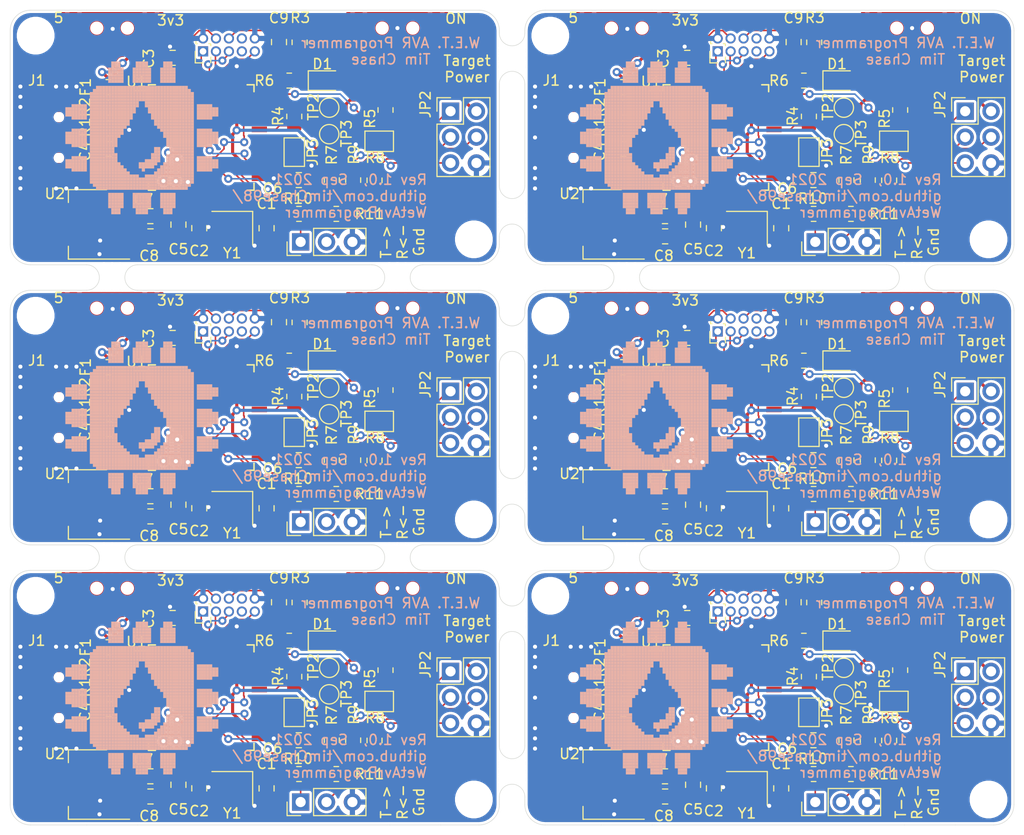
<source format=kicad_pcb>
(kicad_pcb (version 20171130) (host pcbnew "(5.1.10-1-10_14)")
  (layers (0 F.Cu signal) (31 B.Cu signal) (34 B.Paste user) (35 F.Paste user) (36 B.SilkS user) (37 F.SilkS user) (38 B.Mask user) (39 F.Mask user) (44 Edge.Cuts user))
  (net 0 "")
  (module Capacitor_SMD:C_0805_2012Metric (layer F.Cu) (at 60.16 -11.3665 180)
    (fp_text reference C4 (at 2.306 -0.2355 90) (layer F.SilkS))
    (fp_text value 1uF)
    (pad 1 smd roundrect (at -0.95 0 180) (size 1 1.45) (layers F.Cu F.Paste F.Mask))
    (pad 2 smd roundrect (at 0.95 0 180) (size 1 1.45) (layers F.Cu F.Paste F.Mask))
  )
  (module Capacitor_SMD:C_0805_2012Metric (layer F.Cu) (at 78.821 -8.3185 180)
    (fp_text reference C6 (at 2.571 -0.8185) (layer F.SilkS))
    (fp_text value 100nF)
    (pad 1 smd roundrect (at -0.95 0 180) (size 1 1.45) (layers F.Cu F.Paste F.Mask))
    (pad 2 smd roundrect (at 0.95 0 180) (size 1 1.45) (layers F.Cu F.Paste F.Mask))
  )
  (module Jumper:SolderJumper-2_P1.3mm_Open_Pad1.0x1.5mm (layer F.Cu) (at 86.71 -12.1285 180)
    (fp_text reference JP2 (at -4.54 3.6215 90) (layer F.SilkS))
    (fp_text value SolderJumper_2_Open)
    (pad 2 smd rect (at 0.65 0 180) (size 1 1.5) (layers F.Cu F.Mask))
    (pad 1 smd rect (at -0.65 0 180) (size 1 1.5) (layers F.Cu F.Mask))
  )
  (module Jumper:SolderJumper-2_P1.3mm_Open_Pad1.0x1.5mm (layer F.Cu) (at 78.3765 -11.064 270)
    (fp_text reference JP3 (at 0 -1.8 90) (layer F.SilkS))
    (fp_text value SolderJumper_2_Open)
    (pad 2 smd rect (at 0.65 0 270) (size 1 1.5) (layers F.Cu F.Mask))
    (pad 1 smd rect (at -0.65 0 270) (size 1 1.5) (layers F.Cu F.Mask))
  )
  (module Resistor_SMD:R_0805_2012Metric (layer F.Cu) (at 60.134 -13.3985 180)
    (fp_text reference R1 (at 2.284 0.1015 270) (layer F.SilkS))
    (fp_text value 22)
    (pad 1 smd roundrect (at -0.9125 0 180) (size 1.025 1.4) (layers F.Cu F.Paste F.Mask) (roundrect_rratio 0.2439004878048781))
    (pad 2 smd roundrect (at 0.9125 0 180) (size 1.025 1.4) (layers F.Cu F.Paste F.Mask) (roundrect_rratio 0.2439004878048781))
  )
  (module Resistor_SMD:R_0805_2012Metric (layer F.Cu) (at 60.134 -15.4305 180)
    (fp_text reference R2 (at 2.284 0.0445 90) (layer F.SilkS))
    (fp_text value 22)
    (pad 1 smd roundrect (at -0.9125 0 180) (size 1.025 1.4) (layers F.Cu F.Paste F.Mask) (roundrect_rratio 0.2439004878048781))
    (pad 2 smd roundrect (at 0.9125 0 180) (size 1.025 1.4) (layers F.Cu F.Paste F.Mask) (roundrect_rratio 0.2439004878048781))
  )
  (module Resistor_SMD:R_0805_2012Metric (layer F.Cu) (at 78.8972 -21.8459 90)
    (fp_text reference R3 (at 2.413 0.0635 180) (layer F.SilkS))
    (fp_text value 4k7)
    (pad 1 smd roundrect (at -0.9125 0 90) (size 1.025 1.4) (layers F.Cu F.Paste F.Mask) (roundrect_rratio 0.2439004878048781))
    (pad 2 smd roundrect (at 0.9125 0 90) (size 1.025 1.4) (layers F.Cu F.Paste F.Mask) (roundrect_rratio 0.2439004878048781))
  )
  (module Resistor_SMD:R_0805_2012Metric (layer F.Cu) (at 78.3765 -14.565 90)
    (fp_text reference R4 (at 0.04 -1.5875 270) (layer F.SilkS))
    (fp_text value 330)
    (pad 1 smd roundrect (at -0.9125 0 90) (size 1.025 1.4) (layers F.Cu F.Paste F.Mask) (roundrect_rratio 0.2439004878048781))
    (pad 2 smd roundrect (at 0.9125 0 90) (size 1.025 1.4) (layers F.Cu F.Paste F.Mask) (roundrect_rratio 0.2439004878048781))
  )
  (module Resistor_SMD:R_0805_2012Metric (layer F.Cu) (at 87.33 -15.2 270)
    (fp_text reference R5 (at 0.849 1.524 270) (layer F.SilkS))
    (fp_text value 4k7)
    (pad 1 smd roundrect (at -0.9125 0 270) (size 1.025 1.4) (layers F.Cu F.Paste F.Mask) (roundrect_rratio 0.2439004878048781))
    (pad 2 smd roundrect (at 0.9125 0 270) (size 1.025 1.4) (layers F.Cu F.Paste F.Mask) (roundrect_rratio 0.2439004878048781))
  )
  (module Resistor_SMD:R_0805_2012Metric (layer F.Cu) (at 77.8831 -18.0848 180)
    (fp_text reference R6 (at 2.4403 0 180) (layer F.SilkS))
    (fp_text value 330)
    (pad 1 smd roundrect (at -0.9125 0 180) (size 1.025 1.4) (layers F.Cu F.Paste F.Mask) (roundrect_rratio 0.2439004878048781))
    (pad 2 smd roundrect (at 0.9125 0 180) (size 1.025 1.4) (layers F.Cu F.Paste F.Mask) (roundrect_rratio 0.2439004878048781))
  )
  (module Resistor_SMD:R_0805_2012Metric (layer F.Cu) (at 82.0595 -8.3185 270)
    (fp_text reference R7 (at -2.4511 0.0127 90) (layer F.SilkS))
    (fp_text value 330)
    (pad 1 smd roundrect (at -0.9125 0 270) (size 1.025 1.4) (layers F.Cu F.Paste F.Mask) (roundrect_rratio 0.2439004878048781))
    (pad 2 smd roundrect (at 0.9125 0 270) (size 1.025 1.4) (layers F.Cu F.Paste F.Mask) (roundrect_rratio 0.2439004878048781))
  )
  (module Resistor_SMD:R_0805_2012Metric (layer F.Cu) (at 86.2505 -8.295 270)
    (fp_text reference R8 (at -2.2206 -0.0635 180) (layer F.SilkS))
    (fp_text value 330)
    (pad 1 smd roundrect (at -0.9125 0 270) (size 1.025 1.4) (layers F.Cu F.Paste F.Mask) (roundrect_rratio 0.2439004878048781))
    (pad 2 smd roundrect (at 0.9125 0 270) (size 1.025 1.4) (layers F.Cu F.Paste F.Mask) (roundrect_rratio 0.2439004878048781))
  )
  (module Resistor_SMD:R_0805_2012Metric (layer F.Cu) (at 84.155 -8.3185 270)
    (fp_text reference R9 (at -2.5019 -0.0762 90) (layer F.SilkS))
    (fp_text value 330)
    (pad 1 smd roundrect (at -0.9125 0 270) (size 1.025 1.4) (layers F.Cu F.Paste F.Mask) (roundrect_rratio 0.2439004878048781))
    (pad 2 smd roundrect (at 0.9125 0 270) (size 1.025 1.4) (layers F.Cu F.Paste F.Mask) (roundrect_rratio 0.2439004878048781))
  )
  (module TestPoint:TestPoint_Pad_D1.5mm (layer F.Cu) (at 81.8055 -15.4305)
    (fp_text reference TP2 (at -1.5555 -0.0695 270) (layer F.SilkS))
    (fp_text value TestPoint)
    (pad 1 smd circle (at 0 0) (size 1.5 1.5) (layers F.Cu F.Mask))
  )
  (module TestPoint:TestPoint_Pad_D1.5mm (layer F.Cu) (at 81.8055 -12.827)
    (fp_text reference TP3 (at 1.6945 -0.0635 90) (layer F.SilkS))
    (fp_text value TestPoint)
    (pad 1 smd circle (at 0 0) (size 1.5 1.5) (layers F.Cu F.Mask))
  )
  (module Package_QFP:TQFP-44_10x10mm_P0.8mm (layer F.Cu) (at 69.25 -12.5)
    (fp_text reference U1 (at -6.3675 -5.4705) (layer F.SilkS))
    (fp_text value ATmega32U4-AU)
    (pad 44 smd rect (at -4 -5.7 90) (size 1.5 0.55) (layers F.Cu F.Paste F.Mask))
    (pad 43 smd rect (at -3.2 -5.7 90) (size 1.5 0.55) (layers F.Cu F.Paste F.Mask))
    (pad 42 smd rect (at -2.4 -5.7 90) (size 1.5 0.55) (layers F.Cu F.Paste F.Mask))
    (pad 41 smd rect (at -1.6 -5.7 90) (size 1.5 0.55) (layers F.Cu F.Paste F.Mask))
    (pad 40 smd rect (at -0.8 -5.7 90) (size 1.5 0.55) (layers F.Cu F.Paste F.Mask))
    (pad 39 smd rect (at 0 -5.7 90) (size 1.5 0.55) (layers F.Cu F.Paste F.Mask))
    (pad 38 smd rect (at 0.8 -5.7 90) (size 1.5 0.55) (layers F.Cu F.Paste F.Mask))
    (pad 37 smd rect (at 1.6 -5.7 90) (size 1.5 0.55) (layers F.Cu F.Paste F.Mask))
    (pad 36 smd rect (at 2.4 -5.7 90) (size 1.5 0.55) (layers F.Cu F.Paste F.Mask))
    (pad 35 smd rect (at 3.2 -5.7 90) (size 1.5 0.55) (layers F.Cu F.Paste F.Mask))
    (pad 34 smd rect (at 4 -5.7 90) (size 1.5 0.55) (layers F.Cu F.Paste F.Mask))
    (pad 33 smd rect (at 5.7 -4) (size 1.5 0.55) (layers F.Cu F.Paste F.Mask))
    (pad 32 smd rect (at 5.7 -3.2) (size 1.5 0.55) (layers F.Cu F.Paste F.Mask))
    (pad 31 smd rect (at 5.7 -2.4) (size 1.5 0.55) (layers F.Cu F.Paste F.Mask))
    (pad 30 smd rect (at 5.7 -1.6) (size 1.5 0.55) (layers F.Cu F.Paste F.Mask))
    (pad 29 smd rect (at 5.7 -0.8) (size 1.5 0.55) (layers F.Cu F.Paste F.Mask))
    (pad 28 smd rect (at 5.7 0) (size 1.5 0.55) (layers F.Cu F.Paste F.Mask))
    (pad 27 smd rect (at 5.7 0.8) (size 1.5 0.55) (layers F.Cu F.Paste F.Mask))
    (pad 26 smd rect (at 5.7 1.6) (size 1.5 0.55) (layers F.Cu F.Paste F.Mask))
    (pad 25 smd rect (at 5.7 2.4) (size 1.5 0.55) (layers F.Cu F.Paste F.Mask))
    (pad 24 smd rect (at 5.7 3.2) (size 1.5 0.55) (layers F.Cu F.Paste F.Mask))
    (pad 23 smd rect (at 5.7 4) (size 1.5 0.55) (layers F.Cu F.Paste F.Mask))
    (pad 22 smd rect (at 4 5.7 90) (size 1.5 0.55) (layers F.Cu F.Paste F.Mask))
    (pad 21 smd rect (at 3.2 5.7 90) (size 1.5 0.55) (layers F.Cu F.Paste F.Mask))
    (pad 20 smd rect (at 2.4 5.7 90) (size 1.5 0.55) (layers F.Cu F.Paste F.Mask))
    (pad 19 smd rect (at 1.6 5.7 90) (size 1.5 0.55) (layers F.Cu F.Paste F.Mask))
    (pad 18 smd rect (at 0.8 5.7 90) (size 1.5 0.55) (layers F.Cu F.Paste F.Mask))
    (pad 17 smd rect (at 0 5.7 90) (size 1.5 0.55) (layers F.Cu F.Paste F.Mask))
    (pad 16 smd rect (at -0.8 5.7 90) (size 1.5 0.55) (layers F.Cu F.Paste F.Mask))
    (pad 15 smd rect (at -1.6 5.7 90) (size 1.5 0.55) (layers F.Cu F.Paste F.Mask))
    (pad 14 smd rect (at -2.4 5.7 90) (size 1.5 0.55) (layers F.Cu F.Paste F.Mask))
    (pad 13 smd rect (at -3.2 5.7 90) (size 1.5 0.55) (layers F.Cu F.Paste F.Mask))
    (pad 12 smd rect (at -4 5.7 90) (size 1.5 0.55) (layers F.Cu F.Paste F.Mask))
    (pad 11 smd rect (at -5.7 4) (size 1.5 0.55) (layers F.Cu F.Paste F.Mask))
    (pad 10 smd rect (at -5.7 3.2) (size 1.5 0.55) (layers F.Cu F.Paste F.Mask))
    (pad 9 smd rect (at -5.7 2.4) (size 1.5 0.55) (layers F.Cu F.Paste F.Mask))
    (pad 8 smd rect (at -5.7 1.6) (size 1.5 0.55) (layers F.Cu F.Paste F.Mask))
    (pad 7 smd rect (at -5.7 0.8) (size 1.5 0.55) (layers F.Cu F.Paste F.Mask))
    (pad 6 smd rect (at -5.7 0) (size 1.5 0.55) (layers F.Cu F.Paste F.Mask))
    (pad 5 smd rect (at -5.7 -0.8) (size 1.5 0.55) (layers F.Cu F.Paste F.Mask))
    (pad 4 smd rect (at -5.7 -1.6) (size 1.5 0.55) (layers F.Cu F.Paste F.Mask))
    (pad 3 smd rect (at -5.7 -2.4) (size 1.5 0.55) (layers F.Cu F.Paste F.Mask))
    (pad 2 smd rect (at -5.7 -3.2) (size 1.5 0.55) (layers F.Cu F.Paste F.Mask))
    (pad 1 smd rect (at -5.7 -4) (size 1.5 0.55) (layers F.Cu F.Paste F.Mask))
  )
  (module tmc:wetLogo (layer B.Cu) (at 70.9216 -19.9644 180)
    (fp_text reference wet hide)
    (fp_text value Val** hide)
  )
  (module MountingHole:MountingHole_3.2mm_M3 (layer F.Cu) (at 96 -2.5)
    (fp_text reference H1 hide)
    (fp_text value MountingHole)
    (pad 1 np_thru_hole circle (at 0 0) (size 3.2 3.2) (drill 3.2) (layers *.Cu *.Mask))
  )
  (module MountingHole:MountingHole_3.2mm_M3 (layer F.Cu) (at 53 -22.5)
    (fp_text reference H2 hide)
    (fp_text value MountingHole)
    (pad 1 np_thru_hole circle (at 0 0) (size 3.2 3.2) (drill 3.2) (layers *.Cu *.Mask))
  )
  (module tmc:388Switch (layer F.Cu) (at 88.5 -23.241)
    (fp_text reference SW2 hide)
    (fp_text value SW_SPDT)
    (pad "" np_thru_hole circle (at -1.5 0) (size 0.9 0.9) (drill 0.9) (layers *.Cu *.Mask))
    (pad "" np_thru_hole circle (at 1.5 0) (size 0.9 0.9) (drill 0.9) (layers *.Cu *.Mask))
    (pad 6 smd rect (at -3.8 1.1) (size 0.8 0.9) (layers F.Cu F.Paste F.Mask))
    (pad 6 smd rect (at 3.8 1.1) (size 0.8 0.9) (layers F.Cu F.Paste F.Mask))
    (pad 6 smd rect (at 3.8 -1.1) (size 0.8 0.9) (layers F.Cu F.Paste F.Mask))
    (pad 6 smd rect (at -3.8 -1.1) (size 0.8 0.9) (layers F.Cu F.Paste F.Mask))
    (pad 1 smd rect (at -2.25 2.125) (size 0.9 1.25) (layers F.Cu F.Paste F.Mask))
    (pad 2 smd rect (at -0.75 2.125) (size 0.9 1.25) (layers F.Cu F.Paste F.Mask))
    (pad 3 smd rect (at 2.25 2.125) (size 0.9 1.25) (layers F.Cu F.Paste F.Mask))
  )
  (module Connector_PinHeader_2.54mm:PinHeader_1x03_P2.54mm_Vertical (layer F.Cu) (at 79 -2.25 90)
    (fp_text reference J3 hide)
    (fp_text value Conn_01x03_Male)
    (pad 1 thru_hole rect (at 0 0 90) (size 1.7 1.7) (drill 1) (layers *.Cu *.Mask))
    (pad 2 thru_hole oval (at 0 2.54 90) (size 1.7 1.7) (drill 1) (layers *.Cu *.Mask))
    (pad 3 thru_hole oval (at 0 5.08 90) (size 1.7 1.7) (drill 1) (layers *.Cu *.Mask))
  )
  (module 388:usbMicro (layer F.Cu) (at 56 -12.5 270)
    (fp_text reference J1 (at -5.6 2.9 180) (layer F.SilkS))
    (fp_text value USB_B_Micro)
    (pad 6 smd rect (at 1.5 4.0405) (size 1.1 1) (layers F.Cu F.Paste F.Mask))
    (pad 6 smd rect (at -1.5 4.0405) (size 1.1 1) (layers F.Cu F.Paste F.Mask))
    (pad 6 smd rect (at -4.075 2.87 90) (size 1.35 1.5) (layers F.Cu F.Paste F.Mask))
    (pad 6 smd rect (at 4.075 2.87 90) (size 1.35 1.5) (layers F.Cu F.Paste F.Mask))
    (pad 6 smd rect (at -3.25 0.1905 90) (size 1.5 1.4) (layers F.Cu F.Paste F.Mask))
    (pad 6 smd rect (at 3.25 0.1905 90) (size 1.5 1.4) (layers F.Cu F.Paste F.Mask))
    (pad "" np_thru_hole circle (at 2 0.72) (size 0.55 0.55) (drill 0.55) (layers *.Cu *.Mask))
    (pad "" np_thru_hole circle (at -2 0.72) (size 0.55 0.55) (drill 0.55) (layers *.Cu *.Mask))
    (pad 5 smd rect (at 1.3 0) (size 1.8 0.4) (layers F.Cu F.Paste F.Mask))
    (pad 4 smd rect (at 0.65 0) (size 1.8 0.4) (layers F.Cu F.Paste F.Mask))
    (pad 1 smd rect (at -1.3 0) (size 1.8 0.4) (layers F.Cu F.Paste F.Mask))
    (pad 2 smd rect (at -0.65 0) (size 1.8 0.4) (layers F.Cu F.Paste F.Mask))
    (pad 3 smd rect (at 0 0) (size 1.8 0.4) (layers F.Cu F.Paste F.Mask))
  )
  (module Capacitor_SMD:C_0805_2012Metric (layer F.Cu) (at 66.441 -20.32)
    (fp_text reference C3 (at -2.347 0.0635 -270) (layer F.SilkS))
    (fp_text value 100nF)
    (pad 1 smd roundrect (at -0.95 0) (size 1 1.45) (layers F.Cu F.Paste F.Mask))
    (pad 2 smd roundrect (at 0.95 0) (size 1 1.45) (layers F.Cu F.Paste F.Mask))
  )
  (module Capacitor_SMD:C_0805_2012Metric (layer F.Cu) (at 64.2516 -4.7752)
    (fp_text reference C7 (at -0.696 -1.651 180) (layer F.SilkS))
    (fp_text value 10uF)
    (pad 1 smd roundrect (at -0.95 0) (size 1 1.45) (layers F.Cu F.Paste F.Mask))
    (pad 2 smd roundrect (at 0.95 0) (size 1 1.45) (layers F.Cu F.Paste F.Mask))
  )
  (module Capacitor_SMD:C_0805_2012Metric (layer F.Cu) (at 64.2668 -2.794)
    (fp_text reference C8 (at -0.1295 1.905 180) (layer F.SilkS))
    (fp_text value 10uF)
    (pad 1 smd roundrect (at -0.95 0) (size 1 1.45) (layers F.Cu F.Paste F.Mask))
    (pad 2 smd roundrect (at 0.95 0) (size 1 1.45) (layers F.Cu F.Paste F.Mask))
  )
  (module LED_SMD:LED_0805_2012Metric (layer F.Cu) (at 81.4372 -18.0848)
    (fp_text reference D1 (at -0.3048 -1.6256) (layer F.SilkS))
    (fp_text value LED)
    (pad 1 smd roundrect (at -0.9375 0) (size 0.975 1.4) (layers F.Cu F.Paste F.Mask))
    (pad 2 smd roundrect (at 0.9375 0) (size 0.975 1.4) (layers F.Cu F.Paste F.Mask))
  )
  (module tmc:388Switch (layer F.Cu) (at 60.5 -23.241)
    (fp_text reference SW1 hide)
    (fp_text value SW_SPDT)
    (pad "" np_thru_hole circle (at -1.5 0) (size 0.9 0.9) (drill 0.9) (layers *.Cu *.Mask))
    (pad "" np_thru_hole circle (at 1.5 0) (size 0.9 0.9) (drill 0.9) (layers *.Cu *.Mask))
    (pad 6 smd rect (at -3.8 1.1) (size 0.8 0.9) (layers F.Cu F.Paste F.Mask))
    (pad 6 smd rect (at 3.8 1.1) (size 0.8 0.9) (layers F.Cu F.Paste F.Mask))
    (pad 6 smd rect (at 3.8 -1.1) (size 0.8 0.9) (layers F.Cu F.Paste F.Mask))
    (pad 6 smd rect (at -3.8 -1.1) (size 0.8 0.9) (layers F.Cu F.Paste F.Mask))
    (pad 1 smd rect (at -2.25 2.125) (size 0.9 1.25) (layers F.Cu F.Paste F.Mask))
    (pad 2 smd rect (at -0.75 2.125) (size 0.9 1.25) (layers F.Cu F.Paste F.Mask))
    (pad 3 smd rect (at 2.25 2.125) (size 0.9 1.25) (layers F.Cu F.Paste F.Mask))
  )
  (module Package_TO_SOT_SMD:SOT-223-3_TabPin2 (layer F.Cu) (at 58.12 -3.9695 180)
    (fp_text reference U2 (at 3.2385 3.0105) (layer F.SilkS))
    (fp_text value TLV1117-33)
    (pad 2 smd rect (at 3.15 0 180) (size 2 3.8) (layers F.Cu F.Paste F.Mask))
    (pad 2 smd rect (at -3.15 0 180) (size 2 1.5) (layers F.Cu F.Paste F.Mask))
    (pad 3 smd rect (at -3.15 2.3 180) (size 2 1.5) (layers F.Cu F.Paste F.Mask))
    (pad 1 smd rect (at -3.15 -2.3 180) (size 2 1.5) (layers F.Cu F.Paste F.Mask))
  )
  (module Capacitor_SMD:C_0805_2012Metric (layer F.Cu) (at 75.6587 -3.5916 90)
    (fp_text reference C1 (at 2.4105 0) (layer F.SilkS))
    (fp_text value 18pF)
    (pad 2 smd roundrect (at 0.95 0 90) (size 1 1.45) (layers F.Cu F.Paste F.Mask))
    (pad 1 smd roundrect (at -0.95 0 90) (size 1 1.45) (layers F.Cu F.Paste F.Mask))
  )
  (module Capacitor_SMD:C_0805_2012Metric (layer F.Cu) (at 67.01 -3.9472 90)
    (fp_text reference C5 (at -2.413 0 180) (layer F.SilkS))
    (fp_text value 100nF)
    (pad 1 smd roundrect (at -0.95 0 90) (size 1 1.45) (layers F.Cu F.Paste F.Mask))
    (pad 2 smd roundrect (at 0.95 0 90) (size 1 1.45) (layers F.Cu F.Paste F.Mask))
  )
  (module Resistor_SMD:R_0805_2012Metric (layer F.Cu) (at 82.5 -5 180)
    (fp_text reference R11 (at -3.25 0 180) (layer F.SilkS))
    (fp_text value 330)
    (pad 1 smd roundrect (at -0.9125 0 180) (size 1.025 1.4) (layers F.Cu F.Paste F.Mask) (roundrect_rratio 0.2439004878048781))
    (pad 2 smd roundrect (at 0.9125 0 180) (size 1.025 1.4) (layers F.Cu F.Paste F.Mask) (roundrect_rratio 0.2439004878048781))
  )
  (module Resistor_SMD:R_0805_2012Metric (layer F.Cu) (at 78.8375 -5 180)
    (fp_text reference R10 (at 0.0875 1.5) (layer F.SilkS))
    (fp_text value 330)
    (pad 1 smd roundrect (at -0.9125 0 180) (size 1.025 1.4) (layers F.Cu F.Paste F.Mask) (roundrect_rratio 0.2439004878048781))
    (pad 2 smd roundrect (at 0.9125 0 180) (size 1.025 1.4) (layers F.Cu F.Paste F.Mask) (roundrect_rratio 0.2439004878048781))
  )
  (module Crystal:Crystal_SMD_3225-4Pin_3.2x2.5mm (layer F.Cu) (at 72.2932 -3.5941 180)
    (fp_text reference Y1 (at 0 -2.45) (layer F.SilkS))
    (fp_text value 16MHz)
    (pad 4 smd rect (at -1.1 -0.85 180) (size 1.4 1.2) (layers F.Cu F.Paste F.Mask))
    (pad 3 smd rect (at 1.1 -0.85 180) (size 1.4 1.2) (layers F.Cu F.Paste F.Mask))
    (pad 2 smd rect (at 1.1 0.85 180) (size 1.4 1.2) (layers F.Cu F.Paste F.Mask))
    (pad 1 smd rect (at -1.1 0.85 180) (size 1.4 1.2) (layers F.Cu F.Paste F.Mask))
  )
  (module Capacitor_SMD:C_0805_2012Metric (layer F.Cu) (at 69.0547 -3.5966 270)
    (fp_text reference C2 (at 2.225 0.0127) (layer F.SilkS))
    (fp_text value 18pF)
    (pad 2 smd roundrect (at 0.95 0 270) (size 1 1.45) (layers F.Cu F.Paste F.Mask))
    (pad 1 smd roundrect (at -0.95 0 270) (size 1 1.45) (layers F.Cu F.Paste F.Mask))
  )
  (module Capacitor_SMD:C_0805_2012Metric (layer F.Cu) (at 76.8779 -21.8694 90)
    (fp_text reference C9 (at 2.3622 -0.0127 180) (layer F.SilkS))
    (fp_text value 100nF)
    (pad 2 smd roundrect (at 0.95 0 90) (size 1 1.45) (layers F.Cu F.Paste F.Mask))
    (pad 1 smd roundrect (at -0.95 0 90) (size 1 1.45) (layers F.Cu F.Paste F.Mask))
  )
  (module Resistor_SMD:R_0805_2012Metric (layer F.Cu) (at 60.125 -17.45 180)
    (fp_text reference F1 (at 2.225 0 90) (layer F.SilkS))
    (fp_text value 500mA)
    (pad 1 smd roundrect (at -0.9125 0 180) (size 1.025 1.4) (layers F.Cu F.Paste F.Mask) (roundrect_rratio 0.2439014634146341))
    (pad 2 smd roundrect (at 0.9125 0 180) (size 1.025 1.4) (layers F.Cu F.Paste F.Mask) (roundrect_rratio 0.2439014634146341))
  )
  (module Connector_PinHeader_1.27mm:PinHeader_2x05_P1.27mm_Vertical (layer F.Cu) (at 69.423 -20.955 90)
    (fp_text reference JPROG1 hide)
    (fp_text value AVR-ISP-10)
    (pad 10 thru_hole oval (at 1.27 5.08 90) (size 1 1) (drill 0.65) (layers *.Cu *.Mask))
    (pad 9 thru_hole oval (at 0 5.08 90) (size 1 1) (drill 0.65) (layers *.Cu *.Mask))
    (pad 8 thru_hole oval (at 1.27 3.81 90) (size 1 1) (drill 0.65) (layers *.Cu *.Mask))
    (pad 7 thru_hole oval (at 0 3.81 90) (size 1 1) (drill 0.65) (layers *.Cu *.Mask))
    (pad 6 thru_hole oval (at 1.27 2.54 90) (size 1 1) (drill 0.65) (layers *.Cu *.Mask))
    (pad 5 thru_hole oval (at 0 2.54 90) (size 1 1) (drill 0.65) (layers *.Cu *.Mask))
    (pad 4 thru_hole oval (at 1.27 1.27 90) (size 1 1) (drill 0.65) (layers *.Cu *.Mask))
    (pad 3 thru_hole oval (at 0 1.27 90) (size 1 1) (drill 0.65) (layers *.Cu *.Mask))
    (pad 2 thru_hole oval (at 1.27 0 90) (size 1 1) (drill 0.65) (layers *.Cu *.Mask))
    (pad 1 thru_hole rect (at 0 0 90) (size 1 1) (drill 0.65) (layers *.Cu *.Mask))
  )
  (module Connector_PinHeader_2.54mm:PinHeader_2x03_P2.54mm_Vertical (layer F.Cu) (at 93.71 -15.08)
    (fp_text reference J2 hide)
    (fp_text value AVR-ISP-6)
    (pad 1 thru_hole rect (at 0 0) (size 1.7 1.7) (drill 1) (layers *.Cu *.Mask))
    (pad 2 thru_hole oval (at 2.54 0) (size 1.7 1.7) (drill 1) (layers *.Cu *.Mask))
    (pad 3 thru_hole oval (at 0 2.54) (size 1.7 1.7) (drill 1) (layers *.Cu *.Mask))
    (pad 4 thru_hole oval (at 2.54 2.54) (size 1.7 1.7) (drill 1) (layers *.Cu *.Mask))
    (pad 5 thru_hole oval (at 0 5.08) (size 1.7 1.7) (drill 1) (layers *.Cu *.Mask))
    (pad 6 thru_hole oval (at 2.54 5.08) (size 1.7 1.7) (drill 1) (layers *.Cu *.Mask))
  )
  (module Capacitor_SMD:C_0805_2012Metric (layer F.Cu) (at 60.16 -38.8665 180)
    (fp_text reference C4 (at 2.306 -0.2355 90) (layer F.SilkS))
    (fp_text value 1uF)
    (pad 1 smd roundrect (at -0.95 0 180) (size 1 1.45) (layers F.Cu F.Paste F.Mask))
    (pad 2 smd roundrect (at 0.95 0 180) (size 1 1.45) (layers F.Cu F.Paste F.Mask))
  )
  (module Capacitor_SMD:C_0805_2012Metric (layer F.Cu) (at 78.821 -35.8185 180)
    (fp_text reference C6 (at 2.571 -0.8185) (layer F.SilkS))
    (fp_text value 100nF)
    (pad 1 smd roundrect (at -0.95 0 180) (size 1 1.45) (layers F.Cu F.Paste F.Mask))
    (pad 2 smd roundrect (at 0.95 0 180) (size 1 1.45) (layers F.Cu F.Paste F.Mask))
  )
  (module Jumper:SolderJumper-2_P1.3mm_Open_Pad1.0x1.5mm (layer F.Cu) (at 86.71 -39.6285 180)
    (fp_text reference JP2 (at -4.54 3.6215 90) (layer F.SilkS))
    (fp_text value SolderJumper_2_Open)
    (pad 2 smd rect (at 0.65 0 180) (size 1 1.5) (layers F.Cu F.Mask))
    (pad 1 smd rect (at -0.65 0 180) (size 1 1.5) (layers F.Cu F.Mask))
  )
  (module Jumper:SolderJumper-2_P1.3mm_Open_Pad1.0x1.5mm (layer F.Cu) (at 78.3765 -38.564 270)
    (fp_text reference JP3 (at 0 -1.8 90) (layer F.SilkS))
    (fp_text value SolderJumper_2_Open)
    (pad 2 smd rect (at 0.65 0 270) (size 1 1.5) (layers F.Cu F.Mask))
    (pad 1 smd rect (at -0.65 0 270) (size 1 1.5) (layers F.Cu F.Mask))
  )
  (module Resistor_SMD:R_0805_2012Metric (layer F.Cu) (at 60.134 -40.8985 180)
    (fp_text reference R1 (at 2.284 0.1015 270) (layer F.SilkS))
    (fp_text value 22)
    (pad 1 smd roundrect (at -0.9125 0 180) (size 1.025 1.4) (layers F.Cu F.Paste F.Mask) (roundrect_rratio 0.2439004878048781))
    (pad 2 smd roundrect (at 0.9125 0 180) (size 1.025 1.4) (layers F.Cu F.Paste F.Mask) (roundrect_rratio 0.2439004878048781))
  )
  (module Resistor_SMD:R_0805_2012Metric (layer F.Cu) (at 60.134 -42.9305 180)
    (fp_text reference R2 (at 2.284 0.0445 90) (layer F.SilkS))
    (fp_text value 22)
    (pad 1 smd roundrect (at -0.9125 0 180) (size 1.025 1.4) (layers F.Cu F.Paste F.Mask) (roundrect_rratio 0.2439004878048781))
    (pad 2 smd roundrect (at 0.9125 0 180) (size 1.025 1.4) (layers F.Cu F.Paste F.Mask) (roundrect_rratio 0.2439004878048781))
  )
  (module Resistor_SMD:R_0805_2012Metric (layer F.Cu) (at 78.8972 -49.3459 90)
    (fp_text reference R3 (at 2.413 0.0635 180) (layer F.SilkS))
    (fp_text value 4k7)
    (pad 1 smd roundrect (at -0.9125 0 90) (size 1.025 1.4) (layers F.Cu F.Paste F.Mask) (roundrect_rratio 0.2439004878048781))
    (pad 2 smd roundrect (at 0.9125 0 90) (size 1.025 1.4) (layers F.Cu F.Paste F.Mask) (roundrect_rratio 0.2439004878048781))
  )
  (module Resistor_SMD:R_0805_2012Metric (layer F.Cu) (at 78.3765 -42.065 90)
    (fp_text reference R4 (at 0.04 -1.5875 270) (layer F.SilkS))
    (fp_text value 330)
    (pad 1 smd roundrect (at -0.9125 0 90) (size 1.025 1.4) (layers F.Cu F.Paste F.Mask) (roundrect_rratio 0.2439004878048781))
    (pad 2 smd roundrect (at 0.9125 0 90) (size 1.025 1.4) (layers F.Cu F.Paste F.Mask) (roundrect_rratio 0.2439004878048781))
  )
  (module Resistor_SMD:R_0805_2012Metric (layer F.Cu) (at 87.33 -42.7 270)
    (fp_text reference R5 (at 0.849 1.524 270) (layer F.SilkS))
    (fp_text value 4k7)
    (pad 1 smd roundrect (at -0.9125 0 270) (size 1.025 1.4) (layers F.Cu F.Paste F.Mask) (roundrect_rratio 0.2439004878048781))
    (pad 2 smd roundrect (at 0.9125 0 270) (size 1.025 1.4) (layers F.Cu F.Paste F.Mask) (roundrect_rratio 0.2439004878048781))
  )
  (module Resistor_SMD:R_0805_2012Metric (layer F.Cu) (at 77.8831 -45.5848 180)
    (fp_text reference R6 (at 2.4403 0 180) (layer F.SilkS))
    (fp_text value 330)
    (pad 1 smd roundrect (at -0.9125 0 180) (size 1.025 1.4) (layers F.Cu F.Paste F.Mask) (roundrect_rratio 0.2439004878048781))
    (pad 2 smd roundrect (at 0.9125 0 180) (size 1.025 1.4) (layers F.Cu F.Paste F.Mask) (roundrect_rratio 0.2439004878048781))
  )
  (module Resistor_SMD:R_0805_2012Metric (layer F.Cu) (at 82.0595 -35.8185 270)
    (fp_text reference R7 (at -2.4511 0.0127 90) (layer F.SilkS))
    (fp_text value 330)
    (pad 1 smd roundrect (at -0.9125 0 270) (size 1.025 1.4) (layers F.Cu F.Paste F.Mask) (roundrect_rratio 0.2439004878048781))
    (pad 2 smd roundrect (at 0.9125 0 270) (size 1.025 1.4) (layers F.Cu F.Paste F.Mask) (roundrect_rratio 0.2439004878048781))
  )
  (module Resistor_SMD:R_0805_2012Metric (layer F.Cu) (at 86.2505 -35.795 270)
    (fp_text reference R8 (at -2.2206 -0.0635 180) (layer F.SilkS))
    (fp_text value 330)
    (pad 1 smd roundrect (at -0.9125 0 270) (size 1.025 1.4) (layers F.Cu F.Paste F.Mask) (roundrect_rratio 0.2439004878048781))
    (pad 2 smd roundrect (at 0.9125 0 270) (size 1.025 1.4) (layers F.Cu F.Paste F.Mask) (roundrect_rratio 0.2439004878048781))
  )
  (module Resistor_SMD:R_0805_2012Metric (layer F.Cu) (at 84.155 -35.8185 270)
    (fp_text reference R9 (at -2.5019 -0.0762 90) (layer F.SilkS))
    (fp_text value 330)
    (pad 1 smd roundrect (at -0.9125 0 270) (size 1.025 1.4) (layers F.Cu F.Paste F.Mask) (roundrect_rratio 0.2439004878048781))
    (pad 2 smd roundrect (at 0.9125 0 270) (size 1.025 1.4) (layers F.Cu F.Paste F.Mask) (roundrect_rratio 0.2439004878048781))
  )
  (module TestPoint:TestPoint_Pad_D1.5mm (layer F.Cu) (at 81.8055 -42.9305)
    (fp_text reference TP2 (at -1.5555 -0.0695 270) (layer F.SilkS))
    (fp_text value TestPoint)
    (pad 1 smd circle (at 0 0) (size 1.5 1.5) (layers F.Cu F.Mask))
  )
  (module TestPoint:TestPoint_Pad_D1.5mm (layer F.Cu) (at 81.8055 -40.327)
    (fp_text reference TP3 (at 1.6945 -0.0635 90) (layer F.SilkS))
    (fp_text value TestPoint)
    (pad 1 smd circle (at 0 0) (size 1.5 1.5) (layers F.Cu F.Mask))
  )
  (module Package_QFP:TQFP-44_10x10mm_P0.8mm (layer F.Cu) (at 69.25 -40)
    (fp_text reference U1 (at -6.3675 -5.4705) (layer F.SilkS))
    (fp_text value ATmega32U4-AU)
    (pad 44 smd rect (at -4 -5.7 90) (size 1.5 0.55) (layers F.Cu F.Paste F.Mask))
    (pad 43 smd rect (at -3.2 -5.7 90) (size 1.5 0.55) (layers F.Cu F.Paste F.Mask))
    (pad 42 smd rect (at -2.4 -5.7 90) (size 1.5 0.55) (layers F.Cu F.Paste F.Mask))
    (pad 41 smd rect (at -1.6 -5.7 90) (size 1.5 0.55) (layers F.Cu F.Paste F.Mask))
    (pad 40 smd rect (at -0.8 -5.7 90) (size 1.5 0.55) (layers F.Cu F.Paste F.Mask))
    (pad 39 smd rect (at 0 -5.7 90) (size 1.5 0.55) (layers F.Cu F.Paste F.Mask))
    (pad 38 smd rect (at 0.8 -5.7 90) (size 1.5 0.55) (layers F.Cu F.Paste F.Mask))
    (pad 37 smd rect (at 1.6 -5.7 90) (size 1.5 0.55) (layers F.Cu F.Paste F.Mask))
    (pad 36 smd rect (at 2.4 -5.7 90) (size 1.5 0.55) (layers F.Cu F.Paste F.Mask))
    (pad 35 smd rect (at 3.2 -5.7 90) (size 1.5 0.55) (layers F.Cu F.Paste F.Mask))
    (pad 34 smd rect (at 4 -5.7 90) (size 1.5 0.55) (layers F.Cu F.Paste F.Mask))
    (pad 33 smd rect (at 5.7 -4) (size 1.5 0.55) (layers F.Cu F.Paste F.Mask))
    (pad 32 smd rect (at 5.7 -3.2) (size 1.5 0.55) (layers F.Cu F.Paste F.Mask))
    (pad 31 smd rect (at 5.7 -2.4) (size 1.5 0.55) (layers F.Cu F.Paste F.Mask))
    (pad 30 smd rect (at 5.7 -1.6) (size 1.5 0.55) (layers F.Cu F.Paste F.Mask))
    (pad 29 smd rect (at 5.7 -0.8) (size 1.5 0.55) (layers F.Cu F.Paste F.Mask))
    (pad 28 smd rect (at 5.7 0) (size 1.5 0.55) (layers F.Cu F.Paste F.Mask))
    (pad 27 smd rect (at 5.7 0.8) (size 1.5 0.55) (layers F.Cu F.Paste F.Mask))
    (pad 26 smd rect (at 5.7 1.6) (size 1.5 0.55) (layers F.Cu F.Paste F.Mask))
    (pad 25 smd rect (at 5.7 2.4) (size 1.5 0.55) (layers F.Cu F.Paste F.Mask))
    (pad 24 smd rect (at 5.7 3.2) (size 1.5 0.55) (layers F.Cu F.Paste F.Mask))
    (pad 23 smd rect (at 5.7 4) (size 1.5 0.55) (layers F.Cu F.Paste F.Mask))
    (pad 22 smd rect (at 4 5.7 90) (size 1.5 0.55) (layers F.Cu F.Paste F.Mask))
    (pad 21 smd rect (at 3.2 5.7 90) (size 1.5 0.55) (layers F.Cu F.Paste F.Mask))
    (pad 20 smd rect (at 2.4 5.7 90) (size 1.5 0.55) (layers F.Cu F.Paste F.Mask))
    (pad 19 smd rect (at 1.6 5.7 90) (size 1.5 0.55) (layers F.Cu F.Paste F.Mask))
    (pad 18 smd rect (at 0.8 5.7 90) (size 1.5 0.55) (layers F.Cu F.Paste F.Mask))
    (pad 17 smd rect (at 0 5.7 90) (size 1.5 0.55) (layers F.Cu F.Paste F.Mask))
    (pad 16 smd rect (at -0.8 5.7 90) (size 1.5 0.55) (layers F.Cu F.Paste F.Mask))
    (pad 15 smd rect (at -1.6 5.7 90) (size 1.5 0.55) (layers F.Cu F.Paste F.Mask))
    (pad 14 smd rect (at -2.4 5.7 90) (size 1.5 0.55) (layers F.Cu F.Paste F.Mask))
    (pad 13 smd rect (at -3.2 5.7 90) (size 1.5 0.55) (layers F.Cu F.Paste F.Mask))
    (pad 12 smd rect (at -4 5.7 90) (size 1.5 0.55) (layers F.Cu F.Paste F.Mask))
    (pad 11 smd rect (at -5.7 4) (size 1.5 0.55) (layers F.Cu F.Paste F.Mask))
    (pad 10 smd rect (at -5.7 3.2) (size 1.5 0.55) (layers F.Cu F.Paste F.Mask))
    (pad 9 smd rect (at -5.7 2.4) (size 1.5 0.55) (layers F.Cu F.Paste F.Mask))
    (pad 8 smd rect (at -5.7 1.6) (size 1.5 0.55) (layers F.Cu F.Paste F.Mask))
    (pad 7 smd rect (at -5.7 0.8) (size 1.5 0.55) (layers F.Cu F.Paste F.Mask))
    (pad 6 smd rect (at -5.7 0) (size 1.5 0.55) (layers F.Cu F.Paste F.Mask))
    (pad 5 smd rect (at -5.7 -0.8) (size 1.5 0.55) (layers F.Cu F.Paste F.Mask))
    (pad 4 smd rect (at -5.7 -1.6) (size 1.5 0.55) (layers F.Cu F.Paste F.Mask))
    (pad 3 smd rect (at -5.7 -2.4) (size 1.5 0.55) (layers F.Cu F.Paste F.Mask))
    (pad 2 smd rect (at -5.7 -3.2) (size 1.5 0.55) (layers F.Cu F.Paste F.Mask))
    (pad 1 smd rect (at -5.7 -4) (size 1.5 0.55) (layers F.Cu F.Paste F.Mask))
  )
  (module tmc:wetLogo (layer B.Cu) (at 70.9216 -47.4644 180)
    (fp_text reference wet hide)
    (fp_text value Val** hide)
  )
  (module MountingHole:MountingHole_3.2mm_M3 (layer F.Cu) (at 96 -30)
    (fp_text reference H1 hide)
    (fp_text value MountingHole)
    (pad 1 np_thru_hole circle (at 0 0) (size 3.2 3.2) (drill 3.2) (layers *.Cu *.Mask))
  )
  (module MountingHole:MountingHole_3.2mm_M3 (layer F.Cu) (at 53 -50)
    (fp_text reference H2 hide)
    (fp_text value MountingHole)
    (pad 1 np_thru_hole circle (at 0 0) (size 3.2 3.2) (drill 3.2) (layers *.Cu *.Mask))
  )
  (module tmc:388Switch (layer F.Cu) (at 88.5 -50.741)
    (fp_text reference SW2 hide)
    (fp_text value SW_SPDT)
    (pad "" np_thru_hole circle (at -1.5 0) (size 0.9 0.9) (drill 0.9) (layers *.Cu *.Mask))
    (pad "" np_thru_hole circle (at 1.5 0) (size 0.9 0.9) (drill 0.9) (layers *.Cu *.Mask))
    (pad 6 smd rect (at -3.8 1.1) (size 0.8 0.9) (layers F.Cu F.Paste F.Mask))
    (pad 6 smd rect (at 3.8 1.1) (size 0.8 0.9) (layers F.Cu F.Paste F.Mask))
    (pad 6 smd rect (at 3.8 -1.1) (size 0.8 0.9) (layers F.Cu F.Paste F.Mask))
    (pad 6 smd rect (at -3.8 -1.1) (size 0.8 0.9) (layers F.Cu F.Paste F.Mask))
    (pad 1 smd rect (at -2.25 2.125) (size 0.9 1.25) (layers F.Cu F.Paste F.Mask))
    (pad 2 smd rect (at -0.75 2.125) (size 0.9 1.25) (layers F.Cu F.Paste F.Mask))
    (pad 3 smd rect (at 2.25 2.125) (size 0.9 1.25) (layers F.Cu F.Paste F.Mask))
  )
  (module Connector_PinHeader_2.54mm:PinHeader_1x03_P2.54mm_Vertical (layer F.Cu) (at 79 -29.75 90)
    (fp_text reference J3 hide)
    (fp_text value Conn_01x03_Male)
    (pad 1 thru_hole rect (at 0 0 90) (size 1.7 1.7) (drill 1) (layers *.Cu *.Mask))
    (pad 2 thru_hole oval (at 0 2.54 90) (size 1.7 1.7) (drill 1) (layers *.Cu *.Mask))
    (pad 3 thru_hole oval (at 0 5.08 90) (size 1.7 1.7) (drill 1) (layers *.Cu *.Mask))
  )
  (module 388:usbMicro (layer F.Cu) (at 56 -40 270)
    (fp_text reference J1 (at -5.6 2.9 180) (layer F.SilkS))
    (fp_text value USB_B_Micro)
    (pad 6 smd rect (at 1.5 4.0405) (size 1.1 1) (layers F.Cu F.Paste F.Mask))
    (pad 6 smd rect (at -1.5 4.0405) (size 1.1 1) (layers F.Cu F.Paste F.Mask))
    (pad 6 smd rect (at -4.075 2.87 90) (size 1.35 1.5) (layers F.Cu F.Paste F.Mask))
    (pad 6 smd rect (at 4.075 2.87 90) (size 1.35 1.5) (layers F.Cu F.Paste F.Mask))
    (pad 6 smd rect (at -3.25 0.1905 90) (size 1.5 1.4) (layers F.Cu F.Paste F.Mask))
    (pad 6 smd rect (at 3.25 0.1905 90) (size 1.5 1.4) (layers F.Cu F.Paste F.Mask))
    (pad "" np_thru_hole circle (at 2 0.72) (size 0.55 0.55) (drill 0.55) (layers *.Cu *.Mask))
    (pad "" np_thru_hole circle (at -2 0.72) (size 0.55 0.55) (drill 0.55) (layers *.Cu *.Mask))
    (pad 5 smd rect (at 1.3 0) (size 1.8 0.4) (layers F.Cu F.Paste F.Mask))
    (pad 4 smd rect (at 0.65 0) (size 1.8 0.4) (layers F.Cu F.Paste F.Mask))
    (pad 1 smd rect (at -1.3 0) (size 1.8 0.4) (layers F.Cu F.Paste F.Mask))
    (pad 2 smd rect (at -0.65 0) (size 1.8 0.4) (layers F.Cu F.Paste F.Mask))
    (pad 3 smd rect (at 0 0) (size 1.8 0.4) (layers F.Cu F.Paste F.Mask))
  )
  (module Capacitor_SMD:C_0805_2012Metric (layer F.Cu) (at 66.441 -47.82)
    (fp_text reference C3 (at -2.347 0.0635 -270) (layer F.SilkS))
    (fp_text value 100nF)
    (pad 1 smd roundrect (at -0.95 0) (size 1 1.45) (layers F.Cu F.Paste F.Mask))
    (pad 2 smd roundrect (at 0.95 0) (size 1 1.45) (layers F.Cu F.Paste F.Mask))
  )
  (module Capacitor_SMD:C_0805_2012Metric (layer F.Cu) (at 64.2516 -32.2752)
    (fp_text reference C7 (at -0.696 -1.651 180) (layer F.SilkS))
    (fp_text value 10uF)
    (pad 1 smd roundrect (at -0.95 0) (size 1 1.45) (layers F.Cu F.Paste F.Mask))
    (pad 2 smd roundrect (at 0.95 0) (size 1 1.45) (layers F.Cu F.Paste F.Mask))
  )
  (module Capacitor_SMD:C_0805_2012Metric (layer F.Cu) (at 64.2668 -30.294)
    (fp_text reference C8 (at -0.1295 1.905 180) (layer F.SilkS))
    (fp_text value 10uF)
    (pad 1 smd roundrect (at -0.95 0) (size 1 1.45) (layers F.Cu F.Paste F.Mask))
    (pad 2 smd roundrect (at 0.95 0) (size 1 1.45) (layers F.Cu F.Paste F.Mask))
  )
  (module LED_SMD:LED_0805_2012Metric (layer F.Cu) (at 81.4372 -45.5848)
    (fp_text reference D1 (at -0.3048 -1.6256) (layer F.SilkS))
    (fp_text value LED)
    (pad 1 smd roundrect (at -0.9375 0) (size 0.975 1.4) (layers F.Cu F.Paste F.Mask))
    (pad 2 smd roundrect (at 0.9375 0) (size 0.975 1.4) (layers F.Cu F.Paste F.Mask))
  )
  (module tmc:388Switch (layer F.Cu) (at 60.5 -50.741)
    (fp_text reference SW1 hide)
    (fp_text value SW_SPDT)
    (pad "" np_thru_hole circle (at -1.5 0) (size 0.9 0.9) (drill 0.9) (layers *.Cu *.Mask))
    (pad "" np_thru_hole circle (at 1.5 0) (size 0.9 0.9) (drill 0.9) (layers *.Cu *.Mask))
    (pad 6 smd rect (at -3.8 1.1) (size 0.8 0.9) (layers F.Cu F.Paste F.Mask))
    (pad 6 smd rect (at 3.8 1.1) (size 0.8 0.9) (layers F.Cu F.Paste F.Mask))
    (pad 6 smd rect (at 3.8 -1.1) (size 0.8 0.9) (layers F.Cu F.Paste F.Mask))
    (pad 6 smd rect (at -3.8 -1.1) (size 0.8 0.9) (layers F.Cu F.Paste F.Mask))
    (pad 1 smd rect (at -2.25 2.125) (size 0.9 1.25) (layers F.Cu F.Paste F.Mask))
    (pad 2 smd rect (at -0.75 2.125) (size 0.9 1.25) (layers F.Cu F.Paste F.Mask))
    (pad 3 smd rect (at 2.25 2.125) (size 0.9 1.25) (layers F.Cu F.Paste F.Mask))
  )
  (module Package_TO_SOT_SMD:SOT-223-3_TabPin2 (layer F.Cu) (at 58.12 -31.4695 180)
    (fp_text reference U2 (at 3.2385 3.0105) (layer F.SilkS))
    (fp_text value TLV1117-33)
    (pad 2 smd rect (at 3.15 0 180) (size 2 3.8) (layers F.Cu F.Paste F.Mask))
    (pad 2 smd rect (at -3.15 0 180) (size 2 1.5) (layers F.Cu F.Paste F.Mask))
    (pad 3 smd rect (at -3.15 2.3 180) (size 2 1.5) (layers F.Cu F.Paste F.Mask))
    (pad 1 smd rect (at -3.15 -2.3 180) (size 2 1.5) (layers F.Cu F.Paste F.Mask))
  )
  (module Capacitor_SMD:C_0805_2012Metric (layer F.Cu) (at 75.6587 -31.0916 90)
    (fp_text reference C1 (at 2.4105 0) (layer F.SilkS))
    (fp_text value 18pF)
    (pad 2 smd roundrect (at 0.95 0 90) (size 1 1.45) (layers F.Cu F.Paste F.Mask))
    (pad 1 smd roundrect (at -0.95 0 90) (size 1 1.45) (layers F.Cu F.Paste F.Mask))
  )
  (module Capacitor_SMD:C_0805_2012Metric (layer F.Cu) (at 67.01 -31.4472 90)
    (fp_text reference C5 (at -2.413 0 180) (layer F.SilkS))
    (fp_text value 100nF)
    (pad 1 smd roundrect (at -0.95 0 90) (size 1 1.45) (layers F.Cu F.Paste F.Mask))
    (pad 2 smd roundrect (at 0.95 0 90) (size 1 1.45) (layers F.Cu F.Paste F.Mask))
  )
  (module Resistor_SMD:R_0805_2012Metric (layer F.Cu) (at 82.5 -32.5 180)
    (fp_text reference R11 (at -3.25 0 180) (layer F.SilkS))
    (fp_text value 330)
    (pad 1 smd roundrect (at -0.9125 0 180) (size 1.025 1.4) (layers F.Cu F.Paste F.Mask) (roundrect_rratio 0.2439004878048781))
    (pad 2 smd roundrect (at 0.9125 0 180) (size 1.025 1.4) (layers F.Cu F.Paste F.Mask) (roundrect_rratio 0.2439004878048781))
  )
  (module Resistor_SMD:R_0805_2012Metric (layer F.Cu) (at 78.8375 -32.5 180)
    (fp_text reference R10 (at 0.0875 1.5) (layer F.SilkS))
    (fp_text value 330)
    (pad 1 smd roundrect (at -0.9125 0 180) (size 1.025 1.4) (layers F.Cu F.Paste F.Mask) (roundrect_rratio 0.2439004878048781))
    (pad 2 smd roundrect (at 0.9125 0 180) (size 1.025 1.4) (layers F.Cu F.Paste F.Mask) (roundrect_rratio 0.2439004878048781))
  )
  (module Crystal:Crystal_SMD_3225-4Pin_3.2x2.5mm (layer F.Cu) (at 72.2932 -31.0941 180)
    (fp_text reference Y1 (at 0 -2.45) (layer F.SilkS))
    (fp_text value 16MHz)
    (pad 4 smd rect (at -1.1 -0.85 180) (size 1.4 1.2) (layers F.Cu F.Paste F.Mask))
    (pad 3 smd rect (at 1.1 -0.85 180) (size 1.4 1.2) (layers F.Cu F.Paste F.Mask))
    (pad 2 smd rect (at 1.1 0.85 180) (size 1.4 1.2) (layers F.Cu F.Paste F.Mask))
    (pad 1 smd rect (at -1.1 0.85 180) (size 1.4 1.2) (layers F.Cu F.Paste F.Mask))
  )
  (module Capacitor_SMD:C_0805_2012Metric (layer F.Cu) (at 69.0547 -31.0966 270)
    (fp_text reference C2 (at 2.225 0.0127) (layer F.SilkS))
    (fp_text value 18pF)
    (pad 2 smd roundrect (at 0.95 0 270) (size 1 1.45) (layers F.Cu F.Paste F.Mask))
    (pad 1 smd roundrect (at -0.95 0 270) (size 1 1.45) (layers F.Cu F.Paste F.Mask))
  )
  (module Capacitor_SMD:C_0805_2012Metric (layer F.Cu) (at 76.8779 -49.3694 90)
    (fp_text reference C9 (at 2.3622 -0.0127 180) (layer F.SilkS))
    (fp_text value 100nF)
    (pad 2 smd roundrect (at 0.95 0 90) (size 1 1.45) (layers F.Cu F.Paste F.Mask))
    (pad 1 smd roundrect (at -0.95 0 90) (size 1 1.45) (layers F.Cu F.Paste F.Mask))
  )
  (module Resistor_SMD:R_0805_2012Metric (layer F.Cu) (at 60.125 -44.95 180)
    (fp_text reference F1 (at 2.225 0 90) (layer F.SilkS))
    (fp_text value 500mA)
    (pad 1 smd roundrect (at -0.9125 0 180) (size 1.025 1.4) (layers F.Cu F.Paste F.Mask) (roundrect_rratio 0.2439014634146341))
    (pad 2 smd roundrect (at 0.9125 0 180) (size 1.025 1.4) (layers F.Cu F.Paste F.Mask) (roundrect_rratio 0.2439014634146341))
  )
  (module Connector_PinHeader_1.27mm:PinHeader_2x05_P1.27mm_Vertical (layer F.Cu) (at 69.423 -48.455 90)
    (fp_text reference JPROG1 hide)
    (fp_text value AVR-ISP-10)
    (pad 10 thru_hole oval (at 1.27 5.08 90) (size 1 1) (drill 0.65) (layers *.Cu *.Mask))
    (pad 9 thru_hole oval (at 0 5.08 90) (size 1 1) (drill 0.65) (layers *.Cu *.Mask))
    (pad 8 thru_hole oval (at 1.27 3.81 90) (size 1 1) (drill 0.65) (layers *.Cu *.Mask))
    (pad 7 thru_hole oval (at 0 3.81 90) (size 1 1) (drill 0.65) (layers *.Cu *.Mask))
    (pad 6 thru_hole oval (at 1.27 2.54 90) (size 1 1) (drill 0.65) (layers *.Cu *.Mask))
    (pad 5 thru_hole oval (at 0 2.54 90) (size 1 1) (drill 0.65) (layers *.Cu *.Mask))
    (pad 4 thru_hole oval (at 1.27 1.27 90) (size 1 1) (drill 0.65) (layers *.Cu *.Mask))
    (pad 3 thru_hole oval (at 0 1.27 90) (size 1 1) (drill 0.65) (layers *.Cu *.Mask))
    (pad 2 thru_hole oval (at 1.27 0 90) (size 1 1) (drill 0.65) (layers *.Cu *.Mask))
    (pad 1 thru_hole rect (at 0 0 90) (size 1 1) (drill 0.65) (layers *.Cu *.Mask))
  )
  (module Connector_PinHeader_2.54mm:PinHeader_2x03_P2.54mm_Vertical (layer F.Cu) (at 93.71 -42.58)
    (fp_text reference J2 hide)
    (fp_text value AVR-ISP-6)
    (pad 1 thru_hole rect (at 0 0) (size 1.7 1.7) (drill 1) (layers *.Cu *.Mask))
    (pad 2 thru_hole oval (at 2.54 0) (size 1.7 1.7) (drill 1) (layers *.Cu *.Mask))
    (pad 3 thru_hole oval (at 0 2.54) (size 1.7 1.7) (drill 1) (layers *.Cu *.Mask))
    (pad 4 thru_hole oval (at 2.54 2.54) (size 1.7 1.7) (drill 1) (layers *.Cu *.Mask))
    (pad 5 thru_hole oval (at 0 5.08) (size 1.7 1.7) (drill 1) (layers *.Cu *.Mask))
    (pad 6 thru_hole oval (at 2.54 5.08) (size 1.7 1.7) (drill 1) (layers *.Cu *.Mask))
  )
  (module Capacitor_SMD:C_0805_2012Metric (layer F.Cu) (at 60.16 -66.3665 180)
    (fp_text reference C4 (at 2.306 -0.2355 90) (layer F.SilkS))
    (fp_text value 1uF)
    (pad 1 smd roundrect (at -0.95 0 180) (size 1 1.45) (layers F.Cu F.Paste F.Mask))
    (pad 2 smd roundrect (at 0.95 0 180) (size 1 1.45) (layers F.Cu F.Paste F.Mask))
  )
  (module Capacitor_SMD:C_0805_2012Metric (layer F.Cu) (at 78.821 -63.3185 180)
    (fp_text reference C6 (at 2.571 -0.8185) (layer F.SilkS))
    (fp_text value 100nF)
    (pad 1 smd roundrect (at -0.95 0 180) (size 1 1.45) (layers F.Cu F.Paste F.Mask))
    (pad 2 smd roundrect (at 0.95 0 180) (size 1 1.45) (layers F.Cu F.Paste F.Mask))
  )
  (module Jumper:SolderJumper-2_P1.3mm_Open_Pad1.0x1.5mm (layer F.Cu) (at 86.71 -67.1285 180)
    (fp_text reference JP2 (at -4.54 3.6215 90) (layer F.SilkS))
    (fp_text value SolderJumper_2_Open)
    (pad 2 smd rect (at 0.65 0 180) (size 1 1.5) (layers F.Cu F.Mask))
    (pad 1 smd rect (at -0.65 0 180) (size 1 1.5) (layers F.Cu F.Mask))
  )
  (module Jumper:SolderJumper-2_P1.3mm_Open_Pad1.0x1.5mm (layer F.Cu) (at 78.3765 -66.064 270)
    (fp_text reference JP3 (at 0 -1.8 90) (layer F.SilkS))
    (fp_text value SolderJumper_2_Open)
    (pad 2 smd rect (at 0.65 0 270) (size 1 1.5) (layers F.Cu F.Mask))
    (pad 1 smd rect (at -0.65 0 270) (size 1 1.5) (layers F.Cu F.Mask))
  )
  (module Resistor_SMD:R_0805_2012Metric (layer F.Cu) (at 60.134 -68.3985 180)
    (fp_text reference R1 (at 2.284 0.1015 270) (layer F.SilkS))
    (fp_text value 22)
    (pad 1 smd roundrect (at -0.9125 0 180) (size 1.025 1.4) (layers F.Cu F.Paste F.Mask) (roundrect_rratio 0.2439004878048781))
    (pad 2 smd roundrect (at 0.9125 0 180) (size 1.025 1.4) (layers F.Cu F.Paste F.Mask) (roundrect_rratio 0.2439004878048781))
  )
  (module Resistor_SMD:R_0805_2012Metric (layer F.Cu) (at 60.134 -70.4305 180)
    (fp_text reference R2 (at 2.284 0.0445 90) (layer F.SilkS))
    (fp_text value 22)
    (pad 1 smd roundrect (at -0.9125 0 180) (size 1.025 1.4) (layers F.Cu F.Paste F.Mask) (roundrect_rratio 0.2439004878048781))
    (pad 2 smd roundrect (at 0.9125 0 180) (size 1.025 1.4) (layers F.Cu F.Paste F.Mask) (roundrect_rratio 0.2439004878048781))
  )
  (module Resistor_SMD:R_0805_2012Metric (layer F.Cu) (at 78.8972 -76.8459 90)
    (fp_text reference R3 (at 2.413 0.0635 180) (layer F.SilkS))
    (fp_text value 4k7)
    (pad 1 smd roundrect (at -0.9125 0 90) (size 1.025 1.4) (layers F.Cu F.Paste F.Mask) (roundrect_rratio 0.2439004878048781))
    (pad 2 smd roundrect (at 0.9125 0 90) (size 1.025 1.4) (layers F.Cu F.Paste F.Mask) (roundrect_rratio 0.2439004878048781))
  )
  (module Resistor_SMD:R_0805_2012Metric (layer F.Cu) (at 78.3765 -69.565 90)
    (fp_text reference R4 (at 0.04 -1.5875 270) (layer F.SilkS))
    (fp_text value 330)
    (pad 1 smd roundrect (at -0.9125 0 90) (size 1.025 1.4) (layers F.Cu F.Paste F.Mask) (roundrect_rratio 0.2439004878048781))
    (pad 2 smd roundrect (at 0.9125 0 90) (size 1.025 1.4) (layers F.Cu F.Paste F.Mask) (roundrect_rratio 0.2439004878048781))
  )
  (module Resistor_SMD:R_0805_2012Metric (layer F.Cu) (at 87.33 -70.2 270)
    (fp_text reference R5 (at 0.849 1.524 270) (layer F.SilkS))
    (fp_text value 4k7)
    (pad 1 smd roundrect (at -0.9125 0 270) (size 1.025 1.4) (layers F.Cu F.Paste F.Mask) (roundrect_rratio 0.2439004878048781))
    (pad 2 smd roundrect (at 0.9125 0 270) (size 1.025 1.4) (layers F.Cu F.Paste F.Mask) (roundrect_rratio 0.2439004878048781))
  )
  (module Resistor_SMD:R_0805_2012Metric (layer F.Cu) (at 77.8831 -73.0848 180)
    (fp_text reference R6 (at 2.4403 0 180) (layer F.SilkS))
    (fp_text value 330)
    (pad 1 smd roundrect (at -0.9125 0 180) (size 1.025 1.4) (layers F.Cu F.Paste F.Mask) (roundrect_rratio 0.2439004878048781))
    (pad 2 smd roundrect (at 0.9125 0 180) (size 1.025 1.4) (layers F.Cu F.Paste F.Mask) (roundrect_rratio 0.2439004878048781))
  )
  (module Resistor_SMD:R_0805_2012Metric (layer F.Cu) (at 82.0595 -63.3185 270)
    (fp_text reference R7 (at -2.4511 0.0127 90) (layer F.SilkS))
    (fp_text value 330)
    (pad 1 smd roundrect (at -0.9125 0 270) (size 1.025 1.4) (layers F.Cu F.Paste F.Mask) (roundrect_rratio 0.2439004878048781))
    (pad 2 smd roundrect (at 0.9125 0 270) (size 1.025 1.4) (layers F.Cu F.Paste F.Mask) (roundrect_rratio 0.2439004878048781))
  )
  (module Resistor_SMD:R_0805_2012Metric (layer F.Cu) (at 86.2505 -63.295 270)
    (fp_text reference R8 (at -2.2206 -0.0635 180) (layer F.SilkS))
    (fp_text value 330)
    (pad 1 smd roundrect (at -0.9125 0 270) (size 1.025 1.4) (layers F.Cu F.Paste F.Mask) (roundrect_rratio 0.2439004878048781))
    (pad 2 smd roundrect (at 0.9125 0 270) (size 1.025 1.4) (layers F.Cu F.Paste F.Mask) (roundrect_rratio 0.2439004878048781))
  )
  (module Resistor_SMD:R_0805_2012Metric (layer F.Cu) (at 84.155 -63.3185 270)
    (fp_text reference R9 (at -2.5019 -0.0762 90) (layer F.SilkS))
    (fp_text value 330)
    (pad 1 smd roundrect (at -0.9125 0 270) (size 1.025 1.4) (layers F.Cu F.Paste F.Mask) (roundrect_rratio 0.2439004878048781))
    (pad 2 smd roundrect (at 0.9125 0 270) (size 1.025 1.4) (layers F.Cu F.Paste F.Mask) (roundrect_rratio 0.2439004878048781))
  )
  (module TestPoint:TestPoint_Pad_D1.5mm (layer F.Cu) (at 81.8055 -70.4305)
    (fp_text reference TP2 (at -1.5555 -0.0695 270) (layer F.SilkS))
    (fp_text value TestPoint)
    (pad 1 smd circle (at 0 0) (size 1.5 1.5) (layers F.Cu F.Mask))
  )
  (module TestPoint:TestPoint_Pad_D1.5mm (layer F.Cu) (at 81.8055 -67.827)
    (fp_text reference TP3 (at 1.6945 -0.0635 90) (layer F.SilkS))
    (fp_text value TestPoint)
    (pad 1 smd circle (at 0 0) (size 1.5 1.5) (layers F.Cu F.Mask))
  )
  (module Package_QFP:TQFP-44_10x10mm_P0.8mm (layer F.Cu) (at 69.25 -67.5)
    (fp_text reference U1 (at -6.3675 -5.4705) (layer F.SilkS))
    (fp_text value ATmega32U4-AU)
    (pad 44 smd rect (at -4 -5.7 90) (size 1.5 0.55) (layers F.Cu F.Paste F.Mask))
    (pad 43 smd rect (at -3.2 -5.7 90) (size 1.5 0.55) (layers F.Cu F.Paste F.Mask))
    (pad 42 smd rect (at -2.4 -5.7 90) (size 1.5 0.55) (layers F.Cu F.Paste F.Mask))
    (pad 41 smd rect (at -1.6 -5.7 90) (size 1.5 0.55) (layers F.Cu F.Paste F.Mask))
    (pad 40 smd rect (at -0.8 -5.7 90) (size 1.5 0.55) (layers F.Cu F.Paste F.Mask))
    (pad 39 smd rect (at 0 -5.7 90) (size 1.5 0.55) (layers F.Cu F.Paste F.Mask))
    (pad 38 smd rect (at 0.8 -5.7 90) (size 1.5 0.55) (layers F.Cu F.Paste F.Mask))
    (pad 37 smd rect (at 1.6 -5.7 90) (size 1.5 0.55) (layers F.Cu F.Paste F.Mask))
    (pad 36 smd rect (at 2.4 -5.7 90) (size 1.5 0.55) (layers F.Cu F.Paste F.Mask))
    (pad 35 smd rect (at 3.2 -5.7 90) (size 1.5 0.55) (layers F.Cu F.Paste F.Mask))
    (pad 34 smd rect (at 4 -5.7 90) (size 1.5 0.55) (layers F.Cu F.Paste F.Mask))
    (pad 33 smd rect (at 5.7 -4) (size 1.5 0.55) (layers F.Cu F.Paste F.Mask))
    (pad 32 smd rect (at 5.7 -3.2) (size 1.5 0.55) (layers F.Cu F.Paste F.Mask))
    (pad 31 smd rect (at 5.7 -2.4) (size 1.5 0.55) (layers F.Cu F.Paste F.Mask))
    (pad 30 smd rect (at 5.7 -1.6) (size 1.5 0.55) (layers F.Cu F.Paste F.Mask))
    (pad 29 smd rect (at 5.7 -0.8) (size 1.5 0.55) (layers F.Cu F.Paste F.Mask))
    (pad 28 smd rect (at 5.7 0) (size 1.5 0.55) (layers F.Cu F.Paste F.Mask))
    (pad 27 smd rect (at 5.7 0.8) (size 1.5 0.55) (layers F.Cu F.Paste F.Mask))
    (pad 26 smd rect (at 5.7 1.6) (size 1.5 0.55) (layers F.Cu F.Paste F.Mask))
    (pad 25 smd rect (at 5.7 2.4) (size 1.5 0.55) (layers F.Cu F.Paste F.Mask))
    (pad 24 smd rect (at 5.7 3.2) (size 1.5 0.55) (layers F.Cu F.Paste F.Mask))
    (pad 23 smd rect (at 5.7 4) (size 1.5 0.55) (layers F.Cu F.Paste F.Mask))
    (pad 22 smd rect (at 4 5.7 90) (size 1.5 0.55) (layers F.Cu F.Paste F.Mask))
    (pad 21 smd rect (at 3.2 5.7 90) (size 1.5 0.55) (layers F.Cu F.Paste F.Mask))
    (pad 20 smd rect (at 2.4 5.7 90) (size 1.5 0.55) (layers F.Cu F.Paste F.Mask))
    (pad 19 smd rect (at 1.6 5.7 90) (size 1.5 0.55) (layers F.Cu F.Paste F.Mask))
    (pad 18 smd rect (at 0.8 5.7 90) (size 1.5 0.55) (layers F.Cu F.Paste F.Mask))
    (pad 17 smd rect (at 0 5.7 90) (size 1.5 0.55) (layers F.Cu F.Paste F.Mask))
    (pad 16 smd rect (at -0.8 5.7 90) (size 1.5 0.55) (layers F.Cu F.Paste F.Mask))
    (pad 15 smd rect (at -1.6 5.7 90) (size 1.5 0.55) (layers F.Cu F.Paste F.Mask))
    (pad 14 smd rect (at -2.4 5.7 90) (size 1.5 0.55) (layers F.Cu F.Paste F.Mask))
    (pad 13 smd rect (at -3.2 5.7 90) (size 1.5 0.55) (layers F.Cu F.Paste F.Mask))
    (pad 12 smd rect (at -4 5.7 90) (size 1.5 0.55) (layers F.Cu F.Paste F.Mask))
    (pad 11 smd rect (at -5.7 4) (size 1.5 0.55) (layers F.Cu F.Paste F.Mask))
    (pad 10 smd rect (at -5.7 3.2) (size 1.5 0.55) (layers F.Cu F.Paste F.Mask))
    (pad 9 smd rect (at -5.7 2.4) (size 1.5 0.55) (layers F.Cu F.Paste F.Mask))
    (pad 8 smd rect (at -5.7 1.6) (size 1.5 0.55) (layers F.Cu F.Paste F.Mask))
    (pad 7 smd rect (at -5.7 0.8) (size 1.5 0.55) (layers F.Cu F.Paste F.Mask))
    (pad 6 smd rect (at -5.7 0) (size 1.5 0.55) (layers F.Cu F.Paste F.Mask))
    (pad 5 smd rect (at -5.7 -0.8) (size 1.5 0.55) (layers F.Cu F.Paste F.Mask))
    (pad 4 smd rect (at -5.7 -1.6) (size 1.5 0.55) (layers F.Cu F.Paste F.Mask))
    (pad 3 smd rect (at -5.7 -2.4) (size 1.5 0.55) (layers F.Cu F.Paste F.Mask))
    (pad 2 smd rect (at -5.7 -3.2) (size 1.5 0.55) (layers F.Cu F.Paste F.Mask))
    (pad 1 smd rect (at -5.7 -4) (size 1.5 0.55) (layers F.Cu F.Paste F.Mask))
  )
  (module tmc:wetLogo (layer B.Cu) (at 70.9216 -74.9644 180)
    (fp_text reference wet hide)
    (fp_text value Val** hide)
  )
  (module MountingHole:MountingHole_3.2mm_M3 (layer F.Cu) (at 96 -57.5)
    (fp_text reference H1 hide)
    (fp_text value MountingHole)
    (pad 1 np_thru_hole circle (at 0 0) (size 3.2 3.2) (drill 3.2) (layers *.Cu *.Mask))
  )
  (module MountingHole:MountingHole_3.2mm_M3 (layer F.Cu) (at 53 -77.5)
    (fp_text reference H2 hide)
    (fp_text value MountingHole)
    (pad 1 np_thru_hole circle (at 0 0) (size 3.2 3.2) (drill 3.2) (layers *.Cu *.Mask))
  )
  (module tmc:388Switch (layer F.Cu) (at 88.5 -78.241)
    (fp_text reference SW2 hide)
    (fp_text value SW_SPDT)
    (pad "" np_thru_hole circle (at -1.5 0) (size 0.9 0.9) (drill 0.9) (layers *.Cu *.Mask))
    (pad "" np_thru_hole circle (at 1.5 0) (size 0.9 0.9) (drill 0.9) (layers *.Cu *.Mask))
    (pad 6 smd rect (at -3.8 1.1) (size 0.8 0.9) (layers F.Cu F.Paste F.Mask))
    (pad 6 smd rect (at 3.8 1.1) (size 0.8 0.9) (layers F.Cu F.Paste F.Mask))
    (pad 6 smd rect (at 3.8 -1.1) (size 0.8 0.9) (layers F.Cu F.Paste F.Mask))
    (pad 6 smd rect (at -3.8 -1.1) (size 0.8 0.9) (layers F.Cu F.Paste F.Mask))
    (pad 1 smd rect (at -2.25 2.125) (size 0.9 1.25) (layers F.Cu F.Paste F.Mask))
    (pad 2 smd rect (at -0.75 2.125) (size 0.9 1.25) (layers F.Cu F.Paste F.Mask))
    (pad 3 smd rect (at 2.25 2.125) (size 0.9 1.25) (layers F.Cu F.Paste F.Mask))
  )
  (module Connector_PinHeader_2.54mm:PinHeader_1x03_P2.54mm_Vertical (layer F.Cu) (at 79 -57.25 90)
    (fp_text reference J3 hide)
    (fp_text value Conn_01x03_Male)
    (pad 1 thru_hole rect (at 0 0 90) (size 1.7 1.7) (drill 1) (layers *.Cu *.Mask))
    (pad 2 thru_hole oval (at 0 2.54 90) (size 1.7 1.7) (drill 1) (layers *.Cu *.Mask))
    (pad 3 thru_hole oval (at 0 5.08 90) (size 1.7 1.7) (drill 1) (layers *.Cu *.Mask))
  )
  (module 388:usbMicro (layer F.Cu) (at 56 -67.5 270)
    (fp_text reference J1 (at -5.6 2.9 180) (layer F.SilkS))
    (fp_text value USB_B_Micro)
    (pad 6 smd rect (at 1.5 4.0405) (size 1.1 1) (layers F.Cu F.Paste F.Mask))
    (pad 6 smd rect (at -1.5 4.0405) (size 1.1 1) (layers F.Cu F.Paste F.Mask))
    (pad 6 smd rect (at -4.075 2.87 90) (size 1.35 1.5) (layers F.Cu F.Paste F.Mask))
    (pad 6 smd rect (at 4.075 2.87 90) (size 1.35 1.5) (layers F.Cu F.Paste F.Mask))
    (pad 6 smd rect (at -3.25 0.1905 90) (size 1.5 1.4) (layers F.Cu F.Paste F.Mask))
    (pad 6 smd rect (at 3.25 0.1905 90) (size 1.5 1.4) (layers F.Cu F.Paste F.Mask))
    (pad "" np_thru_hole circle (at 2 0.72) (size 0.55 0.55) (drill 0.55) (layers *.Cu *.Mask))
    (pad "" np_thru_hole circle (at -2 0.72) (size 0.55 0.55) (drill 0.55) (layers *.Cu *.Mask))
    (pad 5 smd rect (at 1.3 0) (size 1.8 0.4) (layers F.Cu F.Paste F.Mask))
    (pad 4 smd rect (at 0.65 0) (size 1.8 0.4) (layers F.Cu F.Paste F.Mask))
    (pad 1 smd rect (at -1.3 0) (size 1.8 0.4) (layers F.Cu F.Paste F.Mask))
    (pad 2 smd rect (at -0.65 0) (size 1.8 0.4) (layers F.Cu F.Paste F.Mask))
    (pad 3 smd rect (at 0 0) (size 1.8 0.4) (layers F.Cu F.Paste F.Mask))
  )
  (module Capacitor_SMD:C_0805_2012Metric (layer F.Cu) (at 66.441 -75.32)
    (fp_text reference C3 (at -2.347 0.0635 -270) (layer F.SilkS))
    (fp_text value 100nF)
    (pad 1 smd roundrect (at -0.95 0) (size 1 1.45) (layers F.Cu F.Paste F.Mask))
    (pad 2 smd roundrect (at 0.95 0) (size 1 1.45) (layers F.Cu F.Paste F.Mask))
  )
  (module Capacitor_SMD:C_0805_2012Metric (layer F.Cu) (at 64.2516 -59.7752)
    (fp_text reference C7 (at -0.696 -1.651 180) (layer F.SilkS))
    (fp_text value 10uF)
    (pad 1 smd roundrect (at -0.95 0) (size 1 1.45) (layers F.Cu F.Paste F.Mask))
    (pad 2 smd roundrect (at 0.95 0) (size 1 1.45) (layers F.Cu F.Paste F.Mask))
  )
  (module Capacitor_SMD:C_0805_2012Metric (layer F.Cu) (at 64.2668 -57.794)
    (fp_text reference C8 (at -0.1295 1.905 180) (layer F.SilkS))
    (fp_text value 10uF)
    (pad 1 smd roundrect (at -0.95 0) (size 1 1.45) (layers F.Cu F.Paste F.Mask))
    (pad 2 smd roundrect (at 0.95 0) (size 1 1.45) (layers F.Cu F.Paste F.Mask))
  )
  (module LED_SMD:LED_0805_2012Metric (layer F.Cu) (at 81.4372 -73.0848)
    (fp_text reference D1 (at -0.3048 -1.6256) (layer F.SilkS))
    (fp_text value LED)
    (pad 1 smd roundrect (at -0.9375 0) (size 0.975 1.4) (layers F.Cu F.Paste F.Mask))
    (pad 2 smd roundrect (at 0.9375 0) (size 0.975 1.4) (layers F.Cu F.Paste F.Mask))
  )
  (module tmc:388Switch (layer F.Cu) (at 60.5 -78.241)
    (fp_text reference SW1 hide)
    (fp_text value SW_SPDT)
    (pad "" np_thru_hole circle (at -1.5 0) (size 0.9 0.9) (drill 0.9) (layers *.Cu *.Mask))
    (pad "" np_thru_hole circle (at 1.5 0) (size 0.9 0.9) (drill 0.9) (layers *.Cu *.Mask))
    (pad 6 smd rect (at -3.8 1.1) (size 0.8 0.9) (layers F.Cu F.Paste F.Mask))
    (pad 6 smd rect (at 3.8 1.1) (size 0.8 0.9) (layers F.Cu F.Paste F.Mask))
    (pad 6 smd rect (at 3.8 -1.1) (size 0.8 0.9) (layers F.Cu F.Paste F.Mask))
    (pad 6 smd rect (at -3.8 -1.1) (size 0.8 0.9) (layers F.Cu F.Paste F.Mask))
    (pad 1 smd rect (at -2.25 2.125) (size 0.9 1.25) (layers F.Cu F.Paste F.Mask))
    (pad 2 smd rect (at -0.75 2.125) (size 0.9 1.25) (layers F.Cu F.Paste F.Mask))
    (pad 3 smd rect (at 2.25 2.125) (size 0.9 1.25) (layers F.Cu F.Paste F.Mask))
  )
  (module Package_TO_SOT_SMD:SOT-223-3_TabPin2 (layer F.Cu) (at 58.12 -58.9695 180)
    (fp_text reference U2 (at 3.2385 3.0105) (layer F.SilkS))
    (fp_text value TLV1117-33)
    (pad 2 smd rect (at 3.15 0 180) (size 2 3.8) (layers F.Cu F.Paste F.Mask))
    (pad 2 smd rect (at -3.15 0 180) (size 2 1.5) (layers F.Cu F.Paste F.Mask))
    (pad 3 smd rect (at -3.15 2.3 180) (size 2 1.5) (layers F.Cu F.Paste F.Mask))
    (pad 1 smd rect (at -3.15 -2.3 180) (size 2 1.5) (layers F.Cu F.Paste F.Mask))
  )
  (module Capacitor_SMD:C_0805_2012Metric (layer F.Cu) (at 75.6587 -58.5916 90)
    (fp_text reference C1 (at 2.4105 0) (layer F.SilkS))
    (fp_text value 18pF)
    (pad 2 smd roundrect (at 0.95 0 90) (size 1 1.45) (layers F.Cu F.Paste F.Mask))
    (pad 1 smd roundrect (at -0.95 0 90) (size 1 1.45) (layers F.Cu F.Paste F.Mask))
  )
  (module Capacitor_SMD:C_0805_2012Metric (layer F.Cu) (at 67.01 -58.9472 90)
    (fp_text reference C5 (at -2.413 0 180) (layer F.SilkS))
    (fp_text value 100nF)
    (pad 1 smd roundrect (at -0.95 0 90) (size 1 1.45) (layers F.Cu F.Paste F.Mask))
    (pad 2 smd roundrect (at 0.95 0 90) (size 1 1.45) (layers F.Cu F.Paste F.Mask))
  )
  (module Resistor_SMD:R_0805_2012Metric (layer F.Cu) (at 82.5 -60 180)
    (fp_text reference R11 (at -3.25 0 180) (layer F.SilkS))
    (fp_text value 330)
    (pad 1 smd roundrect (at -0.9125 0 180) (size 1.025 1.4) (layers F.Cu F.Paste F.Mask) (roundrect_rratio 0.2439004878048781))
    (pad 2 smd roundrect (at 0.9125 0 180) (size 1.025 1.4) (layers F.Cu F.Paste F.Mask) (roundrect_rratio 0.2439004878048781))
  )
  (module Resistor_SMD:R_0805_2012Metric (layer F.Cu) (at 78.8375 -60 180)
    (fp_text reference R10 (at 0.0875 1.5) (layer F.SilkS))
    (fp_text value 330)
    (pad 1 smd roundrect (at -0.9125 0 180) (size 1.025 1.4) (layers F.Cu F.Paste F.Mask) (roundrect_rratio 0.2439004878048781))
    (pad 2 smd roundrect (at 0.9125 0 180) (size 1.025 1.4) (layers F.Cu F.Paste F.Mask) (roundrect_rratio 0.2439004878048781))
  )
  (module Crystal:Crystal_SMD_3225-4Pin_3.2x2.5mm (layer F.Cu) (at 72.2932 -58.5941 180)
    (fp_text reference Y1 (at 0 -2.45) (layer F.SilkS))
    (fp_text value 16MHz)
    (pad 4 smd rect (at -1.1 -0.85 180) (size 1.4 1.2) (layers F.Cu F.Paste F.Mask))
    (pad 3 smd rect (at 1.1 -0.85 180) (size 1.4 1.2) (layers F.Cu F.Paste F.Mask))
    (pad 2 smd rect (at 1.1 0.85 180) (size 1.4 1.2) (layers F.Cu F.Paste F.Mask))
    (pad 1 smd rect (at -1.1 0.85 180) (size 1.4 1.2) (layers F.Cu F.Paste F.Mask))
  )
  (module Capacitor_SMD:C_0805_2012Metric (layer F.Cu) (at 69.0547 -58.5966 270)
    (fp_text reference C2 (at 2.225 0.0127) (layer F.SilkS))
    (fp_text value 18pF)
    (pad 2 smd roundrect (at 0.95 0 270) (size 1 1.45) (layers F.Cu F.Paste F.Mask))
    (pad 1 smd roundrect (at -0.95 0 270) (size 1 1.45) (layers F.Cu F.Paste F.Mask))
  )
  (module Capacitor_SMD:C_0805_2012Metric (layer F.Cu) (at 76.8779 -76.8694 90)
    (fp_text reference C9 (at 2.3622 -0.0127 180) (layer F.SilkS))
    (fp_text value 100nF)
    (pad 2 smd roundrect (at 0.95 0 90) (size 1 1.45) (layers F.Cu F.Paste F.Mask))
    (pad 1 smd roundrect (at -0.95 0 90) (size 1 1.45) (layers F.Cu F.Paste F.Mask))
  )
  (module Resistor_SMD:R_0805_2012Metric (layer F.Cu) (at 60.125 -72.45 180)
    (fp_text reference F1 (at 2.225 0 90) (layer F.SilkS))
    (fp_text value 500mA)
    (pad 1 smd roundrect (at -0.9125 0 180) (size 1.025 1.4) (layers F.Cu F.Paste F.Mask) (roundrect_rratio 0.2439014634146341))
    (pad 2 smd roundrect (at 0.9125 0 180) (size 1.025 1.4) (layers F.Cu F.Paste F.Mask) (roundrect_rratio 0.2439014634146341))
  )
  (module Connector_PinHeader_1.27mm:PinHeader_2x05_P1.27mm_Vertical (layer F.Cu) (at 69.423 -75.955 90)
    (fp_text reference JPROG1 hide)
    (fp_text value AVR-ISP-10)
    (pad 10 thru_hole oval (at 1.27 5.08 90) (size 1 1) (drill 0.65) (layers *.Cu *.Mask))
    (pad 9 thru_hole oval (at 0 5.08 90) (size 1 1) (drill 0.65) (layers *.Cu *.Mask))
    (pad 8 thru_hole oval (at 1.27 3.81 90) (size 1 1) (drill 0.65) (layers *.Cu *.Mask))
    (pad 7 thru_hole oval (at 0 3.81 90) (size 1 1) (drill 0.65) (layers *.Cu *.Mask))
    (pad 6 thru_hole oval (at 1.27 2.54 90) (size 1 1) (drill 0.65) (layers *.Cu *.Mask))
    (pad 5 thru_hole oval (at 0 2.54 90) (size 1 1) (drill 0.65) (layers *.Cu *.Mask))
    (pad 4 thru_hole oval (at 1.27 1.27 90) (size 1 1) (drill 0.65) (layers *.Cu *.Mask))
    (pad 3 thru_hole oval (at 0 1.27 90) (size 1 1) (drill 0.65) (layers *.Cu *.Mask))
    (pad 2 thru_hole oval (at 1.27 0 90) (size 1 1) (drill 0.65) (layers *.Cu *.Mask))
    (pad 1 thru_hole rect (at 0 0 90) (size 1 1) (drill 0.65) (layers *.Cu *.Mask))
  )
  (module Connector_PinHeader_2.54mm:PinHeader_2x03_P2.54mm_Vertical (layer F.Cu) (at 93.71 -70.08)
    (fp_text reference J2 hide)
    (fp_text value AVR-ISP-6)
    (pad 1 thru_hole rect (at 0 0) (size 1.7 1.7) (drill 1) (layers *.Cu *.Mask))
    (pad 2 thru_hole oval (at 2.54 0) (size 1.7 1.7) (drill 1) (layers *.Cu *.Mask))
    (pad 3 thru_hole oval (at 0 2.54) (size 1.7 1.7) (drill 1) (layers *.Cu *.Mask))
    (pad 4 thru_hole oval (at 2.54 2.54) (size 1.7 1.7) (drill 1) (layers *.Cu *.Mask))
    (pad 5 thru_hole oval (at 0 5.08) (size 1.7 1.7) (drill 1) (layers *.Cu *.Mask))
    (pad 6 thru_hole oval (at 2.54 5.08) (size 1.7 1.7) (drill 1) (layers *.Cu *.Mask))
  )
  (module Capacitor_SMD:C_0805_2012Metric (layer F.Cu) (at 9.66 -66.3665 180)
    (fp_text reference C4 (at 2.306 -0.2355 90) (layer F.SilkS))
    (fp_text value 1uF)
    (pad 1 smd roundrect (at -0.95 0 180) (size 1 1.45) (layers F.Cu F.Paste F.Mask))
    (pad 2 smd roundrect (at 0.95 0 180) (size 1 1.45) (layers F.Cu F.Paste F.Mask))
  )
  (module Capacitor_SMD:C_0805_2012Metric (layer F.Cu) (at 28.321 -63.3185 180)
    (fp_text reference C6 (at 2.571 -0.8185) (layer F.SilkS))
    (fp_text value 100nF)
    (pad 1 smd roundrect (at -0.95 0 180) (size 1 1.45) (layers F.Cu F.Paste F.Mask))
    (pad 2 smd roundrect (at 0.95 0 180) (size 1 1.45) (layers F.Cu F.Paste F.Mask))
  )
  (module Jumper:SolderJumper-2_P1.3mm_Open_Pad1.0x1.5mm (layer F.Cu) (at 36.21 -67.1285 180)
    (fp_text reference JP2 (at -4.54 3.6215 90) (layer F.SilkS))
    (fp_text value SolderJumper_2_Open)
    (pad 2 smd rect (at 0.65 0 180) (size 1 1.5) (layers F.Cu F.Mask))
    (pad 1 smd rect (at -0.65 0 180) (size 1 1.5) (layers F.Cu F.Mask))
  )
  (module Jumper:SolderJumper-2_P1.3mm_Open_Pad1.0x1.5mm (layer F.Cu) (at 27.8765 -66.064 270)
    (fp_text reference JP3 (at 0 -1.8 90) (layer F.SilkS))
    (fp_text value SolderJumper_2_Open)
    (pad 2 smd rect (at 0.65 0 270) (size 1 1.5) (layers F.Cu F.Mask))
    (pad 1 smd rect (at -0.65 0 270) (size 1 1.5) (layers F.Cu F.Mask))
  )
  (module Resistor_SMD:R_0805_2012Metric (layer F.Cu) (at 9.634 -68.3985 180)
    (fp_text reference R1 (at 2.284 0.1015 270) (layer F.SilkS))
    (fp_text value 22)
    (pad 1 smd roundrect (at -0.9125 0 180) (size 1.025 1.4) (layers F.Cu F.Paste F.Mask) (roundrect_rratio 0.2439004878048781))
    (pad 2 smd roundrect (at 0.9125 0 180) (size 1.025 1.4) (layers F.Cu F.Paste F.Mask) (roundrect_rratio 0.2439004878048781))
  )
  (module Resistor_SMD:R_0805_2012Metric (layer F.Cu) (at 9.634 -70.4305 180)
    (fp_text reference R2 (at 2.284 0.0445 90) (layer F.SilkS))
    (fp_text value 22)
    (pad 1 smd roundrect (at -0.9125 0 180) (size 1.025 1.4) (layers F.Cu F.Paste F.Mask) (roundrect_rratio 0.2439004878048781))
    (pad 2 smd roundrect (at 0.9125 0 180) (size 1.025 1.4) (layers F.Cu F.Paste F.Mask) (roundrect_rratio 0.2439004878048781))
  )
  (module Resistor_SMD:R_0805_2012Metric (layer F.Cu) (at 28.3972 -76.8459 90)
    (fp_text reference R3 (at 2.413 0.0635 180) (layer F.SilkS))
    (fp_text value 4k7)
    (pad 1 smd roundrect (at -0.9125 0 90) (size 1.025 1.4) (layers F.Cu F.Paste F.Mask) (roundrect_rratio 0.2439004878048781))
    (pad 2 smd roundrect (at 0.9125 0 90) (size 1.025 1.4) (layers F.Cu F.Paste F.Mask) (roundrect_rratio 0.2439004878048781))
  )
  (module Resistor_SMD:R_0805_2012Metric (layer F.Cu) (at 27.8765 -69.565 90)
    (fp_text reference R4 (at 0.04 -1.5875 270) (layer F.SilkS))
    (fp_text value 330)
    (pad 1 smd roundrect (at -0.9125 0 90) (size 1.025 1.4) (layers F.Cu F.Paste F.Mask) (roundrect_rratio 0.2439004878048781))
    (pad 2 smd roundrect (at 0.9125 0 90) (size 1.025 1.4) (layers F.Cu F.Paste F.Mask) (roundrect_rratio 0.2439004878048781))
  )
  (module Resistor_SMD:R_0805_2012Metric (layer F.Cu) (at 36.83 -70.2 270)
    (fp_text reference R5 (at 0.849 1.524 270) (layer F.SilkS))
    (fp_text value 4k7)
    (pad 1 smd roundrect (at -0.9125 0 270) (size 1.025 1.4) (layers F.Cu F.Paste F.Mask) (roundrect_rratio 0.2439004878048781))
    (pad 2 smd roundrect (at 0.9125 0 270) (size 1.025 1.4) (layers F.Cu F.Paste F.Mask) (roundrect_rratio 0.2439004878048781))
  )
  (module Resistor_SMD:R_0805_2012Metric (layer F.Cu) (at 27.3831 -73.0848 180)
    (fp_text reference R6 (at 2.4403 0 180) (layer F.SilkS))
    (fp_text value 330)
    (pad 1 smd roundrect (at -0.9125 0 180) (size 1.025 1.4) (layers F.Cu F.Paste F.Mask) (roundrect_rratio 0.2439004878048781))
    (pad 2 smd roundrect (at 0.9125 0 180) (size 1.025 1.4) (layers F.Cu F.Paste F.Mask) (roundrect_rratio 0.2439004878048781))
  )
  (module Resistor_SMD:R_0805_2012Metric (layer F.Cu) (at 31.5595 -63.3185 270)
    (fp_text reference R7 (at -2.4511 0.0127 90) (layer F.SilkS))
    (fp_text value 330)
    (pad 1 smd roundrect (at -0.9125 0 270) (size 1.025 1.4) (layers F.Cu F.Paste F.Mask) (roundrect_rratio 0.2439004878048781))
    (pad 2 smd roundrect (at 0.9125 0 270) (size 1.025 1.4) (layers F.Cu F.Paste F.Mask) (roundrect_rratio 0.2439004878048781))
  )
  (module Resistor_SMD:R_0805_2012Metric (layer F.Cu) (at 35.7505 -63.295 270)
    (fp_text reference R8 (at -2.2206 -0.0635 180) (layer F.SilkS))
    (fp_text value 330)
    (pad 1 smd roundrect (at -0.9125 0 270) (size 1.025 1.4) (layers F.Cu F.Paste F.Mask) (roundrect_rratio 0.2439004878048781))
    (pad 2 smd roundrect (at 0.9125 0 270) (size 1.025 1.4) (layers F.Cu F.Paste F.Mask) (roundrect_rratio 0.2439004878048781))
  )
  (module Resistor_SMD:R_0805_2012Metric (layer F.Cu) (at 33.655 -63.3185 270)
    (fp_text reference R9 (at -2.5019 -0.0762 90) (layer F.SilkS))
    (fp_text value 330)
    (pad 1 smd roundrect (at -0.9125 0 270) (size 1.025 1.4) (layers F.Cu F.Paste F.Mask) (roundrect_rratio 0.2439004878048781))
    (pad 2 smd roundrect (at 0.9125 0 270) (size 1.025 1.4) (layers F.Cu F.Paste F.Mask) (roundrect_rratio 0.2439004878048781))
  )
  (module TestPoint:TestPoint_Pad_D1.5mm (layer F.Cu) (at 31.3055 -70.4305)
    (fp_text reference TP2 (at -1.5555 -0.0695 270) (layer F.SilkS))
    (fp_text value TestPoint)
    (pad 1 smd circle (at 0 0) (size 1.5 1.5) (layers F.Cu F.Mask))
  )
  (module TestPoint:TestPoint_Pad_D1.5mm (layer F.Cu) (at 31.3055 -67.827)
    (fp_text reference TP3 (at 1.6945 -0.0635 90) (layer F.SilkS))
    (fp_text value TestPoint)
    (pad 1 smd circle (at 0 0) (size 1.5 1.5) (layers F.Cu F.Mask))
  )
  (module Package_QFP:TQFP-44_10x10mm_P0.8mm (layer F.Cu) (at 18.75 -67.5)
    (fp_text reference U1 (at -6.3675 -5.4705) (layer F.SilkS))
    (fp_text value ATmega32U4-AU)
    (pad 44 smd rect (at -4 -5.7 90) (size 1.5 0.55) (layers F.Cu F.Paste F.Mask))
    (pad 43 smd rect (at -3.2 -5.7 90) (size 1.5 0.55) (layers F.Cu F.Paste F.Mask))
    (pad 42 smd rect (at -2.4 -5.7 90) (size 1.5 0.55) (layers F.Cu F.Paste F.Mask))
    (pad 41 smd rect (at -1.6 -5.7 90) (size 1.5 0.55) (layers F.Cu F.Paste F.Mask))
    (pad 40 smd rect (at -0.8 -5.7 90) (size 1.5 0.55) (layers F.Cu F.Paste F.Mask))
    (pad 39 smd rect (at 0 -5.7 90) (size 1.5 0.55) (layers F.Cu F.Paste F.Mask))
    (pad 38 smd rect (at 0.8 -5.7 90) (size 1.5 0.55) (layers F.Cu F.Paste F.Mask))
    (pad 37 smd rect (at 1.6 -5.7 90) (size 1.5 0.55) (layers F.Cu F.Paste F.Mask))
    (pad 36 smd rect (at 2.4 -5.7 90) (size 1.5 0.55) (layers F.Cu F.Paste F.Mask))
    (pad 35 smd rect (at 3.2 -5.7 90) (size 1.5 0.55) (layers F.Cu F.Paste F.Mask))
    (pad 34 smd rect (at 4 -5.7 90) (size 1.5 0.55) (layers F.Cu F.Paste F.Mask))
    (pad 33 smd rect (at 5.7 -4) (size 1.5 0.55) (layers F.Cu F.Paste F.Mask))
    (pad 32 smd rect (at 5.7 -3.2) (size 1.5 0.55) (layers F.Cu F.Paste F.Mask))
    (pad 31 smd rect (at 5.7 -2.4) (size 1.5 0.55) (layers F.Cu F.Paste F.Mask))
    (pad 30 smd rect (at 5.7 -1.6) (size 1.5 0.55) (layers F.Cu F.Paste F.Mask))
    (pad 29 smd rect (at 5.7 -0.8) (size 1.5 0.55) (layers F.Cu F.Paste F.Mask))
    (pad 28 smd rect (at 5.7 0) (size 1.5 0.55) (layers F.Cu F.Paste F.Mask))
    (pad 27 smd rect (at 5.7 0.8) (size 1.5 0.55) (layers F.Cu F.Paste F.Mask))
    (pad 26 smd rect (at 5.7 1.6) (size 1.5 0.55) (layers F.Cu F.Paste F.Mask))
    (pad 25 smd rect (at 5.7 2.4) (size 1.5 0.55) (layers F.Cu F.Paste F.Mask))
    (pad 24 smd rect (at 5.7 3.2) (size 1.5 0.55) (layers F.Cu F.Paste F.Mask))
    (pad 23 smd rect (at 5.7 4) (size 1.5 0.55) (layers F.Cu F.Paste F.Mask))
    (pad 22 smd rect (at 4 5.7 90) (size 1.5 0.55) (layers F.Cu F.Paste F.Mask))
    (pad 21 smd rect (at 3.2 5.7 90) (size 1.5 0.55) (layers F.Cu F.Paste F.Mask))
    (pad 20 smd rect (at 2.4 5.7 90) (size 1.5 0.55) (layers F.Cu F.Paste F.Mask))
    (pad 19 smd rect (at 1.6 5.7 90) (size 1.5 0.55) (layers F.Cu F.Paste F.Mask))
    (pad 18 smd rect (at 0.8 5.7 90) (size 1.5 0.55) (layers F.Cu F.Paste F.Mask))
    (pad 17 smd rect (at 0 5.7 90) (size 1.5 0.55) (layers F.Cu F.Paste F.Mask))
    (pad 16 smd rect (at -0.8 5.7 90) (size 1.5 0.55) (layers F.Cu F.Paste F.Mask))
    (pad 15 smd rect (at -1.6 5.7 90) (size 1.5 0.55) (layers F.Cu F.Paste F.Mask))
    (pad 14 smd rect (at -2.4 5.7 90) (size 1.5 0.55) (layers F.Cu F.Paste F.Mask))
    (pad 13 smd rect (at -3.2 5.7 90) (size 1.5 0.55) (layers F.Cu F.Paste F.Mask))
    (pad 12 smd rect (at -4 5.7 90) (size 1.5 0.55) (layers F.Cu F.Paste F.Mask))
    (pad 11 smd rect (at -5.7 4) (size 1.5 0.55) (layers F.Cu F.Paste F.Mask))
    (pad 10 smd rect (at -5.7 3.2) (size 1.5 0.55) (layers F.Cu F.Paste F.Mask))
    (pad 9 smd rect (at -5.7 2.4) (size 1.5 0.55) (layers F.Cu F.Paste F.Mask))
    (pad 8 smd rect (at -5.7 1.6) (size 1.5 0.55) (layers F.Cu F.Paste F.Mask))
    (pad 7 smd rect (at -5.7 0.8) (size 1.5 0.55) (layers F.Cu F.Paste F.Mask))
    (pad 6 smd rect (at -5.7 0) (size 1.5 0.55) (layers F.Cu F.Paste F.Mask))
    (pad 5 smd rect (at -5.7 -0.8) (size 1.5 0.55) (layers F.Cu F.Paste F.Mask))
    (pad 4 smd rect (at -5.7 -1.6) (size 1.5 0.55) (layers F.Cu F.Paste F.Mask))
    (pad 3 smd rect (at -5.7 -2.4) (size 1.5 0.55) (layers F.Cu F.Paste F.Mask))
    (pad 2 smd rect (at -5.7 -3.2) (size 1.5 0.55) (layers F.Cu F.Paste F.Mask))
    (pad 1 smd rect (at -5.7 -4) (size 1.5 0.55) (layers F.Cu F.Paste F.Mask))
  )
  (module tmc:wetLogo (layer B.Cu) (at 20.4216 -74.9644 180)
    (fp_text reference wet hide)
    (fp_text value Val** hide)
  )
  (module MountingHole:MountingHole_3.2mm_M3 (layer F.Cu) (at 45.5 -57.5)
    (fp_text reference H1 hide)
    (fp_text value MountingHole)
    (pad 1 np_thru_hole circle (at 0 0) (size 3.2 3.2) (drill 3.2) (layers *.Cu *.Mask))
  )
  (module MountingHole:MountingHole_3.2mm_M3 (layer F.Cu) (at 2.5 -77.5)
    (fp_text reference H2 hide)
    (fp_text value MountingHole)
    (pad 1 np_thru_hole circle (at 0 0) (size 3.2 3.2) (drill 3.2) (layers *.Cu *.Mask))
  )
  (module tmc:388Switch (layer F.Cu) (at 38 -78.241)
    (fp_text reference SW2 hide)
    (fp_text value SW_SPDT)
    (pad "" np_thru_hole circle (at -1.5 0) (size 0.9 0.9) (drill 0.9) (layers *.Cu *.Mask))
    (pad "" np_thru_hole circle (at 1.5 0) (size 0.9 0.9) (drill 0.9) (layers *.Cu *.Mask))
    (pad 6 smd rect (at -3.8 1.1) (size 0.8 0.9) (layers F.Cu F.Paste F.Mask))
    (pad 6 smd rect (at 3.8 1.1) (size 0.8 0.9) (layers F.Cu F.Paste F.Mask))
    (pad 6 smd rect (at 3.8 -1.1) (size 0.8 0.9) (layers F.Cu F.Paste F.Mask))
    (pad 6 smd rect (at -3.8 -1.1) (size 0.8 0.9) (layers F.Cu F.Paste F.Mask))
    (pad 1 smd rect (at -2.25 2.125) (size 0.9 1.25) (layers F.Cu F.Paste F.Mask))
    (pad 2 smd rect (at -0.75 2.125) (size 0.9 1.25) (layers F.Cu F.Paste F.Mask))
    (pad 3 smd rect (at 2.25 2.125) (size 0.9 1.25) (layers F.Cu F.Paste F.Mask))
  )
  (module Connector_PinHeader_2.54mm:PinHeader_1x03_P2.54mm_Vertical (layer F.Cu) (at 28.5 -57.25 90)
    (fp_text reference J3 hide)
    (fp_text value Conn_01x03_Male)
    (pad 1 thru_hole rect (at 0 0 90) (size 1.7 1.7) (drill 1) (layers *.Cu *.Mask))
    (pad 2 thru_hole oval (at 0 2.54 90) (size 1.7 1.7) (drill 1) (layers *.Cu *.Mask))
    (pad 3 thru_hole oval (at 0 5.08 90) (size 1.7 1.7) (drill 1) (layers *.Cu *.Mask))
  )
  (module 388:usbMicro (layer F.Cu) (at 5.5 -67.5 270)
    (fp_text reference J1 (at -5.6 2.9 180) (layer F.SilkS))
    (fp_text value USB_B_Micro)
    (pad 6 smd rect (at 1.5 4.0405) (size 1.1 1) (layers F.Cu F.Paste F.Mask))
    (pad 6 smd rect (at -1.5 4.0405) (size 1.1 1) (layers F.Cu F.Paste F.Mask))
    (pad 6 smd rect (at -4.075 2.87 90) (size 1.35 1.5) (layers F.Cu F.Paste F.Mask))
    (pad 6 smd rect (at 4.075 2.87 90) (size 1.35 1.5) (layers F.Cu F.Paste F.Mask))
    (pad 6 smd rect (at -3.25 0.1905 90) (size 1.5 1.4) (layers F.Cu F.Paste F.Mask))
    (pad 6 smd rect (at 3.25 0.1905 90) (size 1.5 1.4) (layers F.Cu F.Paste F.Mask))
    (pad "" np_thru_hole circle (at 2 0.72) (size 0.55 0.55) (drill 0.55) (layers *.Cu *.Mask))
    (pad "" np_thru_hole circle (at -2 0.72) (size 0.55 0.55) (drill 0.55) (layers *.Cu *.Mask))
    (pad 5 smd rect (at 1.3 0) (size 1.8 0.4) (layers F.Cu F.Paste F.Mask))
    (pad 4 smd rect (at 0.65 0) (size 1.8 0.4) (layers F.Cu F.Paste F.Mask))
    (pad 1 smd rect (at -1.3 0) (size 1.8 0.4) (layers F.Cu F.Paste F.Mask))
    (pad 2 smd rect (at -0.65 0) (size 1.8 0.4) (layers F.Cu F.Paste F.Mask))
    (pad 3 smd rect (at 0 0) (size 1.8 0.4) (layers F.Cu F.Paste F.Mask))
  )
  (module Capacitor_SMD:C_0805_2012Metric (layer F.Cu) (at 15.941 -75.32)
    (fp_text reference C3 (at -2.347 0.0635 -270) (layer F.SilkS))
    (fp_text value 100nF)
    (pad 1 smd roundrect (at -0.95 0) (size 1 1.45) (layers F.Cu F.Paste F.Mask))
    (pad 2 smd roundrect (at 0.95 0) (size 1 1.45) (layers F.Cu F.Paste F.Mask))
  )
  (module Capacitor_SMD:C_0805_2012Metric (layer F.Cu) (at 13.7516 -59.7752)
    (fp_text reference C7 (at -0.696 -1.651 180) (layer F.SilkS))
    (fp_text value 10uF)
    (pad 1 smd roundrect (at -0.95 0) (size 1 1.45) (layers F.Cu F.Paste F.Mask))
    (pad 2 smd roundrect (at 0.95 0) (size 1 1.45) (layers F.Cu F.Paste F.Mask))
  )
  (module Capacitor_SMD:C_0805_2012Metric (layer F.Cu) (at 13.7668 -57.794)
    (fp_text reference C8 (at -0.1295 1.905 180) (layer F.SilkS))
    (fp_text value 10uF)
    (pad 1 smd roundrect (at -0.95 0) (size 1 1.45) (layers F.Cu F.Paste F.Mask))
    (pad 2 smd roundrect (at 0.95 0) (size 1 1.45) (layers F.Cu F.Paste F.Mask))
  )
  (module LED_SMD:LED_0805_2012Metric (layer F.Cu) (at 30.9372 -73.0848)
    (fp_text reference D1 (at -0.3048 -1.6256) (layer F.SilkS))
    (fp_text value LED)
    (pad 1 smd roundrect (at -0.9375 0) (size 0.975 1.4) (layers F.Cu F.Paste F.Mask))
    (pad 2 smd roundrect (at 0.9375 0) (size 0.975 1.4) (layers F.Cu F.Paste F.Mask))
  )
  (module tmc:388Switch (layer F.Cu) (at 10 -78.241)
    (fp_text reference SW1 hide)
    (fp_text value SW_SPDT)
    (pad "" np_thru_hole circle (at -1.5 0) (size 0.9 0.9) (drill 0.9) (layers *.Cu *.Mask))
    (pad "" np_thru_hole circle (at 1.5 0) (size 0.9 0.9) (drill 0.9) (layers *.Cu *.Mask))
    (pad 6 smd rect (at -3.8 1.1) (size 0.8 0.9) (layers F.Cu F.Paste F.Mask))
    (pad 6 smd rect (at 3.8 1.1) (size 0.8 0.9) (layers F.Cu F.Paste F.Mask))
    (pad 6 smd rect (at 3.8 -1.1) (size 0.8 0.9) (layers F.Cu F.Paste F.Mask))
    (pad 6 smd rect (at -3.8 -1.1) (size 0.8 0.9) (layers F.Cu F.Paste F.Mask))
    (pad 1 smd rect (at -2.25 2.125) (size 0.9 1.25) (layers F.Cu F.Paste F.Mask))
    (pad 2 smd rect (at -0.75 2.125) (size 0.9 1.25) (layers F.Cu F.Paste F.Mask))
    (pad 3 smd rect (at 2.25 2.125) (size 0.9 1.25) (layers F.Cu F.Paste F.Mask))
  )
  (module Package_TO_SOT_SMD:SOT-223-3_TabPin2 (layer F.Cu) (at 7.62 -58.9695 180)
    (fp_text reference U2 (at 3.2385 3.0105) (layer F.SilkS))
    (fp_text value TLV1117-33)
    (pad 2 smd rect (at 3.15 0 180) (size 2 3.8) (layers F.Cu F.Paste F.Mask))
    (pad 2 smd rect (at -3.15 0 180) (size 2 1.5) (layers F.Cu F.Paste F.Mask))
    (pad 3 smd rect (at -3.15 2.3 180) (size 2 1.5) (layers F.Cu F.Paste F.Mask))
    (pad 1 smd rect (at -3.15 -2.3 180) (size 2 1.5) (layers F.Cu F.Paste F.Mask))
  )
  (module Capacitor_SMD:C_0805_2012Metric (layer F.Cu) (at 25.1587 -58.5916 90)
    (fp_text reference C1 (at 2.4105 0) (layer F.SilkS))
    (fp_text value 18pF)
    (pad 2 smd roundrect (at 0.95 0 90) (size 1 1.45) (layers F.Cu F.Paste F.Mask))
    (pad 1 smd roundrect (at -0.95 0 90) (size 1 1.45) (layers F.Cu F.Paste F.Mask))
  )
  (module Capacitor_SMD:C_0805_2012Metric (layer F.Cu) (at 16.51 -58.9472 90)
    (fp_text reference C5 (at -2.413 0 180) (layer F.SilkS))
    (fp_text value 100nF)
    (pad 1 smd roundrect (at -0.95 0 90) (size 1 1.45) (layers F.Cu F.Paste F.Mask))
    (pad 2 smd roundrect (at 0.95 0 90) (size 1 1.45) (layers F.Cu F.Paste F.Mask))
  )
  (module Resistor_SMD:R_0805_2012Metric (layer F.Cu) (at 32 -60 180)
    (fp_text reference R11 (at -3.25 0 180) (layer F.SilkS))
    (fp_text value 330)
    (pad 1 smd roundrect (at -0.9125 0 180) (size 1.025 1.4) (layers F.Cu F.Paste F.Mask) (roundrect_rratio 0.2439004878048781))
    (pad 2 smd roundrect (at 0.9125 0 180) (size 1.025 1.4) (layers F.Cu F.Paste F.Mask) (roundrect_rratio 0.2439004878048781))
  )
  (module Resistor_SMD:R_0805_2012Metric (layer F.Cu) (at 28.3375 -60 180)
    (fp_text reference R10 (at 0.0875 1.5) (layer F.SilkS))
    (fp_text value 330)
    (pad 1 smd roundrect (at -0.9125 0 180) (size 1.025 1.4) (layers F.Cu F.Paste F.Mask) (roundrect_rratio 0.2439004878048781))
    (pad 2 smd roundrect (at 0.9125 0 180) (size 1.025 1.4) (layers F.Cu F.Paste F.Mask) (roundrect_rratio 0.2439004878048781))
  )
  (module Crystal:Crystal_SMD_3225-4Pin_3.2x2.5mm (layer F.Cu) (at 21.7932 -58.5941 180)
    (fp_text reference Y1 (at 0 -2.45) (layer F.SilkS))
    (fp_text value 16MHz)
    (pad 4 smd rect (at -1.1 -0.85 180) (size 1.4 1.2) (layers F.Cu F.Paste F.Mask))
    (pad 3 smd rect (at 1.1 -0.85 180) (size 1.4 1.2) (layers F.Cu F.Paste F.Mask))
    (pad 2 smd rect (at 1.1 0.85 180) (size 1.4 1.2) (layers F.Cu F.Paste F.Mask))
    (pad 1 smd rect (at -1.1 0.85 180) (size 1.4 1.2) (layers F.Cu F.Paste F.Mask))
  )
  (module Capacitor_SMD:C_0805_2012Metric (layer F.Cu) (at 18.5547 -58.5966 270)
    (fp_text reference C2 (at 2.225 0.0127) (layer F.SilkS))
    (fp_text value 18pF)
    (pad 2 smd roundrect (at 0.95 0 270) (size 1 1.45) (layers F.Cu F.Paste F.Mask))
    (pad 1 smd roundrect (at -0.95 0 270) (size 1 1.45) (layers F.Cu F.Paste F.Mask))
  )
  (module Capacitor_SMD:C_0805_2012Metric (layer F.Cu) (at 26.3779 -76.8694 90)
    (fp_text reference C9 (at 2.3622 -0.0127 180) (layer F.SilkS))
    (fp_text value 100nF)
    (pad 2 smd roundrect (at 0.95 0 90) (size 1 1.45) (layers F.Cu F.Paste F.Mask))
    (pad 1 smd roundrect (at -0.95 0 90) (size 1 1.45) (layers F.Cu F.Paste F.Mask))
  )
  (module Resistor_SMD:R_0805_2012Metric (layer F.Cu) (at 9.625 -72.45 180)
    (fp_text reference F1 (at 2.225 0 90) (layer F.SilkS))
    (fp_text value 500mA)
    (pad 1 smd roundrect (at -0.9125 0 180) (size 1.025 1.4) (layers F.Cu F.Paste F.Mask) (roundrect_rratio 0.2439014634146341))
    (pad 2 smd roundrect (at 0.9125 0 180) (size 1.025 1.4) (layers F.Cu F.Paste F.Mask) (roundrect_rratio 0.2439014634146341))
  )
  (module Connector_PinHeader_1.27mm:PinHeader_2x05_P1.27mm_Vertical (layer F.Cu) (at 18.923 -75.955 90)
    (fp_text reference JPROG1 hide)
    (fp_text value AVR-ISP-10)
    (pad 10 thru_hole oval (at 1.27 5.08 90) (size 1 1) (drill 0.65) (layers *.Cu *.Mask))
    (pad 9 thru_hole oval (at 0 5.08 90) (size 1 1) (drill 0.65) (layers *.Cu *.Mask))
    (pad 8 thru_hole oval (at 1.27 3.81 90) (size 1 1) (drill 0.65) (layers *.Cu *.Mask))
    (pad 7 thru_hole oval (at 0 3.81 90) (size 1 1) (drill 0.65) (layers *.Cu *.Mask))
    (pad 6 thru_hole oval (at 1.27 2.54 90) (size 1 1) (drill 0.65) (layers *.Cu *.Mask))
    (pad 5 thru_hole oval (at 0 2.54 90) (size 1 1) (drill 0.65) (layers *.Cu *.Mask))
    (pad 4 thru_hole oval (at 1.27 1.27 90) (size 1 1) (drill 0.65) (layers *.Cu *.Mask))
    (pad 3 thru_hole oval (at 0 1.27 90) (size 1 1) (drill 0.65) (layers *.Cu *.Mask))
    (pad 2 thru_hole oval (at 1.27 0 90) (size 1 1) (drill 0.65) (layers *.Cu *.Mask))
    (pad 1 thru_hole rect (at 0 0 90) (size 1 1) (drill 0.65) (layers *.Cu *.Mask))
  )
  (module Connector_PinHeader_2.54mm:PinHeader_2x03_P2.54mm_Vertical (layer F.Cu) (at 43.21 -70.08)
    (fp_text reference J2 hide)
    (fp_text value AVR-ISP-6)
    (pad 1 thru_hole rect (at 0 0) (size 1.7 1.7) (drill 1) (layers *.Cu *.Mask))
    (pad 2 thru_hole oval (at 2.54 0) (size 1.7 1.7) (drill 1) (layers *.Cu *.Mask))
    (pad 3 thru_hole oval (at 0 2.54) (size 1.7 1.7) (drill 1) (layers *.Cu *.Mask))
    (pad 4 thru_hole oval (at 2.54 2.54) (size 1.7 1.7) (drill 1) (layers *.Cu *.Mask))
    (pad 5 thru_hole oval (at 0 5.08) (size 1.7 1.7) (drill 1) (layers *.Cu *.Mask))
    (pad 6 thru_hole oval (at 2.54 5.08) (size 1.7 1.7) (drill 1) (layers *.Cu *.Mask))
  )
  (module Capacitor_SMD:C_0805_2012Metric (layer F.Cu) (at 9.66 -38.8665 180)
    (fp_text reference C4 (at 2.306 -0.2355 90) (layer F.SilkS))
    (fp_text value 1uF)
    (pad 1 smd roundrect (at -0.95 0 180) (size 1 1.45) (layers F.Cu F.Paste F.Mask))
    (pad 2 smd roundrect (at 0.95 0 180) (size 1 1.45) (layers F.Cu F.Paste F.Mask))
  )
  (module Capacitor_SMD:C_0805_2012Metric (layer F.Cu) (at 28.321 -35.8185 180)
    (fp_text reference C6 (at 2.571 -0.8185) (layer F.SilkS))
    (fp_text value 100nF)
    (pad 1 smd roundrect (at -0.95 0 180) (size 1 1.45) (layers F.Cu F.Paste F.Mask))
    (pad 2 smd roundrect (at 0.95 0 180) (size 1 1.45) (layers F.Cu F.Paste F.Mask))
  )
  (module Jumper:SolderJumper-2_P1.3mm_Open_Pad1.0x1.5mm (layer F.Cu) (at 36.21 -39.6285 180)
    (fp_text reference JP2 (at -4.54 3.6215 90) (layer F.SilkS))
    (fp_text value SolderJumper_2_Open)
    (pad 2 smd rect (at 0.65 0 180) (size 1 1.5) (layers F.Cu F.Mask))
    (pad 1 smd rect (at -0.65 0 180) (size 1 1.5) (layers F.Cu F.Mask))
  )
  (module Jumper:SolderJumper-2_P1.3mm_Open_Pad1.0x1.5mm (layer F.Cu) (at 27.8765 -38.564 270)
    (fp_text reference JP3 (at 0 -1.8 90) (layer F.SilkS))
    (fp_text value SolderJumper_2_Open)
    (pad 2 smd rect (at 0.65 0 270) (size 1 1.5) (layers F.Cu F.Mask))
    (pad 1 smd rect (at -0.65 0 270) (size 1 1.5) (layers F.Cu F.Mask))
  )
  (module Resistor_SMD:R_0805_2012Metric (layer F.Cu) (at 9.634 -40.8985 180)
    (fp_text reference R1 (at 2.284 0.1015 270) (layer F.SilkS))
    (fp_text value 22)
    (pad 1 smd roundrect (at -0.9125 0 180) (size 1.025 1.4) (layers F.Cu F.Paste F.Mask) (roundrect_rratio 0.2439004878048781))
    (pad 2 smd roundrect (at 0.9125 0 180) (size 1.025 1.4) (layers F.Cu F.Paste F.Mask) (roundrect_rratio 0.2439004878048781))
  )
  (module Resistor_SMD:R_0805_2012Metric (layer F.Cu) (at 9.634 -42.9305 180)
    (fp_text reference R2 (at 2.284 0.0445 90) (layer F.SilkS))
    (fp_text value 22)
    (pad 1 smd roundrect (at -0.9125 0 180) (size 1.025 1.4) (layers F.Cu F.Paste F.Mask) (roundrect_rratio 0.2439004878048781))
    (pad 2 smd roundrect (at 0.9125 0 180) (size 1.025 1.4) (layers F.Cu F.Paste F.Mask) (roundrect_rratio 0.2439004878048781))
  )
  (module Resistor_SMD:R_0805_2012Metric (layer F.Cu) (at 28.3972 -49.3459 90)
    (fp_text reference R3 (at 2.413 0.0635 180) (layer F.SilkS))
    (fp_text value 4k7)
    (pad 1 smd roundrect (at -0.9125 0 90) (size 1.025 1.4) (layers F.Cu F.Paste F.Mask) (roundrect_rratio 0.2439004878048781))
    (pad 2 smd roundrect (at 0.9125 0 90) (size 1.025 1.4) (layers F.Cu F.Paste F.Mask) (roundrect_rratio 0.2439004878048781))
  )
  (module Resistor_SMD:R_0805_2012Metric (layer F.Cu) (at 27.8765 -42.065 90)
    (fp_text reference R4 (at 0.04 -1.5875 270) (layer F.SilkS))
    (fp_text value 330)
    (pad 1 smd roundrect (at -0.9125 0 90) (size 1.025 1.4) (layers F.Cu F.Paste F.Mask) (roundrect_rratio 0.2439004878048781))
    (pad 2 smd roundrect (at 0.9125 0 90) (size 1.025 1.4) (layers F.Cu F.Paste F.Mask) (roundrect_rratio 0.2439004878048781))
  )
  (module Resistor_SMD:R_0805_2012Metric (layer F.Cu) (at 36.83 -42.7 270)
    (fp_text reference R5 (at 0.849 1.524 270) (layer F.SilkS))
    (fp_text value 4k7)
    (pad 1 smd roundrect (at -0.9125 0 270) (size 1.025 1.4) (layers F.Cu F.Paste F.Mask) (roundrect_rratio 0.2439004878048781))
    (pad 2 smd roundrect (at 0.9125 0 270) (size 1.025 1.4) (layers F.Cu F.Paste F.Mask) (roundrect_rratio 0.2439004878048781))
  )
  (module Resistor_SMD:R_0805_2012Metric (layer F.Cu) (at 27.3831 -45.5848 180)
    (fp_text reference R6 (at 2.4403 0 180) (layer F.SilkS))
    (fp_text value 330)
    (pad 1 smd roundrect (at -0.9125 0 180) (size 1.025 1.4) (layers F.Cu F.Paste F.Mask) (roundrect_rratio 0.2439004878048781))
    (pad 2 smd roundrect (at 0.9125 0 180) (size 1.025 1.4) (layers F.Cu F.Paste F.Mask) (roundrect_rratio 0.2439004878048781))
  )
  (module Resistor_SMD:R_0805_2012Metric (layer F.Cu) (at 31.5595 -35.8185 270)
    (fp_text reference R7 (at -2.4511 0.0127 90) (layer F.SilkS))
    (fp_text value 330)
    (pad 1 smd roundrect (at -0.9125 0 270) (size 1.025 1.4) (layers F.Cu F.Paste F.Mask) (roundrect_rratio 0.2439004878048781))
    (pad 2 smd roundrect (at 0.9125 0 270) (size 1.025 1.4) (layers F.Cu F.Paste F.Mask) (roundrect_rratio 0.2439004878048781))
  )
  (module Resistor_SMD:R_0805_2012Metric (layer F.Cu) (at 35.7505 -35.795 270)
    (fp_text reference R8 (at -2.2206 -0.0635 180) (layer F.SilkS))
    (fp_text value 330)
    (pad 1 smd roundrect (at -0.9125 0 270) (size 1.025 1.4) (layers F.Cu F.Paste F.Mask) (roundrect_rratio 0.2439004878048781))
    (pad 2 smd roundrect (at 0.9125 0 270) (size 1.025 1.4) (layers F.Cu F.Paste F.Mask) (roundrect_rratio 0.2439004878048781))
  )
  (module Resistor_SMD:R_0805_2012Metric (layer F.Cu) (at 33.655 -35.8185 270)
    (fp_text reference R9 (at -2.5019 -0.0762 90) (layer F.SilkS))
    (fp_text value 330)
    (pad 1 smd roundrect (at -0.9125 0 270) (size 1.025 1.4) (layers F.Cu F.Paste F.Mask) (roundrect_rratio 0.2439004878048781))
    (pad 2 smd roundrect (at 0.9125 0 270) (size 1.025 1.4) (layers F.Cu F.Paste F.Mask) (roundrect_rratio 0.2439004878048781))
  )
  (module TestPoint:TestPoint_Pad_D1.5mm (layer F.Cu) (at 31.3055 -42.9305)
    (fp_text reference TP2 (at -1.5555 -0.0695 270) (layer F.SilkS))
    (fp_text value TestPoint)
    (pad 1 smd circle (at 0 0) (size 1.5 1.5) (layers F.Cu F.Mask))
  )
  (module TestPoint:TestPoint_Pad_D1.5mm (layer F.Cu) (at 31.3055 -40.327)
    (fp_text reference TP3 (at 1.6945 -0.0635 90) (layer F.SilkS))
    (fp_text value TestPoint)
    (pad 1 smd circle (at 0 0) (size 1.5 1.5) (layers F.Cu F.Mask))
  )
  (module Package_QFP:TQFP-44_10x10mm_P0.8mm (layer F.Cu) (at 18.75 -40)
    (fp_text reference U1 (at -6.3675 -5.4705) (layer F.SilkS))
    (fp_text value ATmega32U4-AU)
    (pad 44 smd rect (at -4 -5.7 90) (size 1.5 0.55) (layers F.Cu F.Paste F.Mask))
    (pad 43 smd rect (at -3.2 -5.7 90) (size 1.5 0.55) (layers F.Cu F.Paste F.Mask))
    (pad 42 smd rect (at -2.4 -5.7 90) (size 1.5 0.55) (layers F.Cu F.Paste F.Mask))
    (pad 41 smd rect (at -1.6 -5.7 90) (size 1.5 0.55) (layers F.Cu F.Paste F.Mask))
    (pad 40 smd rect (at -0.8 -5.7 90) (size 1.5 0.55) (layers F.Cu F.Paste F.Mask))
    (pad 39 smd rect (at 0 -5.7 90) (size 1.5 0.55) (layers F.Cu F.Paste F.Mask))
    (pad 38 smd rect (at 0.8 -5.7 90) (size 1.5 0.55) (layers F.Cu F.Paste F.Mask))
    (pad 37 smd rect (at 1.6 -5.7 90) (size 1.5 0.55) (layers F.Cu F.Paste F.Mask))
    (pad 36 smd rect (at 2.4 -5.7 90) (size 1.5 0.55) (layers F.Cu F.Paste F.Mask))
    (pad 35 smd rect (at 3.2 -5.7 90) (size 1.5 0.55) (layers F.Cu F.Paste F.Mask))
    (pad 34 smd rect (at 4 -5.7 90) (size 1.5 0.55) (layers F.Cu F.Paste F.Mask))
    (pad 33 smd rect (at 5.7 -4) (size 1.5 0.55) (layers F.Cu F.Paste F.Mask))
    (pad 32 smd rect (at 5.7 -3.2) (size 1.5 0.55) (layers F.Cu F.Paste F.Mask))
    (pad 31 smd rect (at 5.7 -2.4) (size 1.5 0.55) (layers F.Cu F.Paste F.Mask))
    (pad 30 smd rect (at 5.7 -1.6) (size 1.5 0.55) (layers F.Cu F.Paste F.Mask))
    (pad 29 smd rect (at 5.7 -0.8) (size 1.5 0.55) (layers F.Cu F.Paste F.Mask))
    (pad 28 smd rect (at 5.7 0) (size 1.5 0.55) (layers F.Cu F.Paste F.Mask))
    (pad 27 smd rect (at 5.7 0.8) (size 1.5 0.55) (layers F.Cu F.Paste F.Mask))
    (pad 26 smd rect (at 5.7 1.6) (size 1.5 0.55) (layers F.Cu F.Paste F.Mask))
    (pad 25 smd rect (at 5.7 2.4) (size 1.5 0.55) (layers F.Cu F.Paste F.Mask))
    (pad 24 smd rect (at 5.7 3.2) (size 1.5 0.55) (layers F.Cu F.Paste F.Mask))
    (pad 23 smd rect (at 5.7 4) (size 1.5 0.55) (layers F.Cu F.Paste F.Mask))
    (pad 22 smd rect (at 4 5.7 90) (size 1.5 0.55) (layers F.Cu F.Paste F.Mask))
    (pad 21 smd rect (at 3.2 5.7 90) (size 1.5 0.55) (layers F.Cu F.Paste F.Mask))
    (pad 20 smd rect (at 2.4 5.7 90) (size 1.5 0.55) (layers F.Cu F.Paste F.Mask))
    (pad 19 smd rect (at 1.6 5.7 90) (size 1.5 0.55) (layers F.Cu F.Paste F.Mask))
    (pad 18 smd rect (at 0.8 5.7 90) (size 1.5 0.55) (layers F.Cu F.Paste F.Mask))
    (pad 17 smd rect (at 0 5.7 90) (size 1.5 0.55) (layers F.Cu F.Paste F.Mask))
    (pad 16 smd rect (at -0.8 5.7 90) (size 1.5 0.55) (layers F.Cu F.Paste F.Mask))
    (pad 15 smd rect (at -1.6 5.7 90) (size 1.5 0.55) (layers F.Cu F.Paste F.Mask))
    (pad 14 smd rect (at -2.4 5.7 90) (size 1.5 0.55) (layers F.Cu F.Paste F.Mask))
    (pad 13 smd rect (at -3.2 5.7 90) (size 1.5 0.55) (layers F.Cu F.Paste F.Mask))
    (pad 12 smd rect (at -4 5.7 90) (size 1.5 0.55) (layers F.Cu F.Paste F.Mask))
    (pad 11 smd rect (at -5.7 4) (size 1.5 0.55) (layers F.Cu F.Paste F.Mask))
    (pad 10 smd rect (at -5.7 3.2) (size 1.5 0.55) (layers F.Cu F.Paste F.Mask))
    (pad 9 smd rect (at -5.7 2.4) (size 1.5 0.55) (layers F.Cu F.Paste F.Mask))
    (pad 8 smd rect (at -5.7 1.6) (size 1.5 0.55) (layers F.Cu F.Paste F.Mask))
    (pad 7 smd rect (at -5.7 0.8) (size 1.5 0.55) (layers F.Cu F.Paste F.Mask))
    (pad 6 smd rect (at -5.7 0) (size 1.5 0.55) (layers F.Cu F.Paste F.Mask))
    (pad 5 smd rect (at -5.7 -0.8) (size 1.5 0.55) (layers F.Cu F.Paste F.Mask))
    (pad 4 smd rect (at -5.7 -1.6) (size 1.5 0.55) (layers F.Cu F.Paste F.Mask))
    (pad 3 smd rect (at -5.7 -2.4) (size 1.5 0.55) (layers F.Cu F.Paste F.Mask))
    (pad 2 smd rect (at -5.7 -3.2) (size 1.5 0.55) (layers F.Cu F.Paste F.Mask))
    (pad 1 smd rect (at -5.7 -4) (size 1.5 0.55) (layers F.Cu F.Paste F.Mask))
  )
  (module tmc:wetLogo (layer B.Cu) (at 20.4216 -47.4644 180)
    (fp_text reference wet hide)
    (fp_text value Val** hide)
  )
  (module MountingHole:MountingHole_3.2mm_M3 (layer F.Cu) (at 45.5 -30)
    (fp_text reference H1 hide)
    (fp_text value MountingHole)
    (pad 1 np_thru_hole circle (at 0 0) (size 3.2 3.2) (drill 3.2) (layers *.Cu *.Mask))
  )
  (module MountingHole:MountingHole_3.2mm_M3 (layer F.Cu) (at 2.5 -50)
    (fp_text reference H2 hide)
    (fp_text value MountingHole)
    (pad 1 np_thru_hole circle (at 0 0) (size 3.2 3.2) (drill 3.2) (layers *.Cu *.Mask))
  )
  (module tmc:388Switch (layer F.Cu) (at 38 -50.741)
    (fp_text reference SW2 hide)
    (fp_text value SW_SPDT)
    (pad "" np_thru_hole circle (at -1.5 0) (size 0.9 0.9) (drill 0.9) (layers *.Cu *.Mask))
    (pad "" np_thru_hole circle (at 1.5 0) (size 0.9 0.9) (drill 0.9) (layers *.Cu *.Mask))
    (pad 6 smd rect (at -3.8 1.1) (size 0.8 0.9) (layers F.Cu F.Paste F.Mask))
    (pad 6 smd rect (at 3.8 1.1) (size 0.8 0.9) (layers F.Cu F.Paste F.Mask))
    (pad 6 smd rect (at 3.8 -1.1) (size 0.8 0.9) (layers F.Cu F.Paste F.Mask))
    (pad 6 smd rect (at -3.8 -1.1) (size 0.8 0.9) (layers F.Cu F.Paste F.Mask))
    (pad 1 smd rect (at -2.25 2.125) (size 0.9 1.25) (layers F.Cu F.Paste F.Mask))
    (pad 2 smd rect (at -0.75 2.125) (size 0.9 1.25) (layers F.Cu F.Paste F.Mask))
    (pad 3 smd rect (at 2.25 2.125) (size 0.9 1.25) (layers F.Cu F.Paste F.Mask))
  )
  (module Connector_PinHeader_2.54mm:PinHeader_1x03_P2.54mm_Vertical (layer F.Cu) (at 28.5 -29.75 90)
    (fp_text reference J3 hide)
    (fp_text value Conn_01x03_Male)
    (pad 1 thru_hole rect (at 0 0 90) (size 1.7 1.7) (drill 1) (layers *.Cu *.Mask))
    (pad 2 thru_hole oval (at 0 2.54 90) (size 1.7 1.7) (drill 1) (layers *.Cu *.Mask))
    (pad 3 thru_hole oval (at 0 5.08 90) (size 1.7 1.7) (drill 1) (layers *.Cu *.Mask))
  )
  (module 388:usbMicro (layer F.Cu) (at 5.5 -40 270)
    (fp_text reference J1 (at -5.6 2.9 180) (layer F.SilkS))
    (fp_text value USB_B_Micro)
    (pad 6 smd rect (at 1.5 4.0405) (size 1.1 1) (layers F.Cu F.Paste F.Mask))
    (pad 6 smd rect (at -1.5 4.0405) (size 1.1 1) (layers F.Cu F.Paste F.Mask))
    (pad 6 smd rect (at -4.075 2.87 90) (size 1.35 1.5) (layers F.Cu F.Paste F.Mask))
    (pad 6 smd rect (at 4.075 2.87 90) (size 1.35 1.5) (layers F.Cu F.Paste F.Mask))
    (pad 6 smd rect (at -3.25 0.1905 90) (size 1.5 1.4) (layers F.Cu F.Paste F.Mask))
    (pad 6 smd rect (at 3.25 0.1905 90) (size 1.5 1.4) (layers F.Cu F.Paste F.Mask))
    (pad "" np_thru_hole circle (at 2 0.72) (size 0.55 0.55) (drill 0.55) (layers *.Cu *.Mask))
    (pad "" np_thru_hole circle (at -2 0.72) (size 0.55 0.55) (drill 0.55) (layers *.Cu *.Mask))
    (pad 5 smd rect (at 1.3 0) (size 1.8 0.4) (layers F.Cu F.Paste F.Mask))
    (pad 4 smd rect (at 0.65 0) (size 1.8 0.4) (layers F.Cu F.Paste F.Mask))
    (pad 1 smd rect (at -1.3 0) (size 1.8 0.4) (layers F.Cu F.Paste F.Mask))
    (pad 2 smd rect (at -0.65 0) (size 1.8 0.4) (layers F.Cu F.Paste F.Mask))
    (pad 3 smd rect (at 0 0) (size 1.8 0.4) (layers F.Cu F.Paste F.Mask))
  )
  (module Capacitor_SMD:C_0805_2012Metric (layer F.Cu) (at 15.941 -47.82)
    (fp_text reference C3 (at -2.347 0.0635 -270) (layer F.SilkS))
    (fp_text value 100nF)
    (pad 1 smd roundrect (at -0.95 0) (size 1 1.45) (layers F.Cu F.Paste F.Mask))
    (pad 2 smd roundrect (at 0.95 0) (size 1 1.45) (layers F.Cu F.Paste F.Mask))
  )
  (module Capacitor_SMD:C_0805_2012Metric (layer F.Cu) (at 13.7516 -32.2752)
    (fp_text reference C7 (at -0.696 -1.651 180) (layer F.SilkS))
    (fp_text value 10uF)
    (pad 1 smd roundrect (at -0.95 0) (size 1 1.45) (layers F.Cu F.Paste F.Mask))
    (pad 2 smd roundrect (at 0.95 0) (size 1 1.45) (layers F.Cu F.Paste F.Mask))
  )
  (module Capacitor_SMD:C_0805_2012Metric (layer F.Cu) (at 13.7668 -30.294)
    (fp_text reference C8 (at -0.1295 1.905 180) (layer F.SilkS))
    (fp_text value 10uF)
    (pad 1 smd roundrect (at -0.95 0) (size 1 1.45) (layers F.Cu F.Paste F.Mask))
    (pad 2 smd roundrect (at 0.95 0) (size 1 1.45) (layers F.Cu F.Paste F.Mask))
  )
  (module LED_SMD:LED_0805_2012Metric (layer F.Cu) (at 30.9372 -45.5848)
    (fp_text reference D1 (at -0.3048 -1.6256) (layer F.SilkS))
    (fp_text value LED)
    (pad 1 smd roundrect (at -0.9375 0) (size 0.975 1.4) (layers F.Cu F.Paste F.Mask))
    (pad 2 smd roundrect (at 0.9375 0) (size 0.975 1.4) (layers F.Cu F.Paste F.Mask))
  )
  (module tmc:388Switch (layer F.Cu) (at 10 -50.741)
    (fp_text reference SW1 hide)
    (fp_text value SW_SPDT)
    (pad "" np_thru_hole circle (at -1.5 0) (size 0.9 0.9) (drill 0.9) (layers *.Cu *.Mask))
    (pad "" np_thru_hole circle (at 1.5 0) (size 0.9 0.9) (drill 0.9) (layers *.Cu *.Mask))
    (pad 6 smd rect (at -3.8 1.1) (size 0.8 0.9) (layers F.Cu F.Paste F.Mask))
    (pad 6 smd rect (at 3.8 1.1) (size 0.8 0.9) (layers F.Cu F.Paste F.Mask))
    (pad 6 smd rect (at 3.8 -1.1) (size 0.8 0.9) (layers F.Cu F.Paste F.Mask))
    (pad 6 smd rect (at -3.8 -1.1) (size 0.8 0.9) (layers F.Cu F.Paste F.Mask))
    (pad 1 smd rect (at -2.25 2.125) (size 0.9 1.25) (layers F.Cu F.Paste F.Mask))
    (pad 2 smd rect (at -0.75 2.125) (size 0.9 1.25) (layers F.Cu F.Paste F.Mask))
    (pad 3 smd rect (at 2.25 2.125) (size 0.9 1.25) (layers F.Cu F.Paste F.Mask))
  )
  (module Package_TO_SOT_SMD:SOT-223-3_TabPin2 (layer F.Cu) (at 7.62 -31.4695 180)
    (fp_text reference U2 (at 3.2385 3.0105) (layer F.SilkS))
    (fp_text value TLV1117-33)
    (pad 2 smd rect (at 3.15 0 180) (size 2 3.8) (layers F.Cu F.Paste F.Mask))
    (pad 2 smd rect (at -3.15 0 180) (size 2 1.5) (layers F.Cu F.Paste F.Mask))
    (pad 3 smd rect (at -3.15 2.3 180) (size 2 1.5) (layers F.Cu F.Paste F.Mask))
    (pad 1 smd rect (at -3.15 -2.3 180) (size 2 1.5) (layers F.Cu F.Paste F.Mask))
  )
  (module Capacitor_SMD:C_0805_2012Metric (layer F.Cu) (at 25.1587 -31.0916 90)
    (fp_text reference C1 (at 2.4105 0) (layer F.SilkS))
    (fp_text value 18pF)
    (pad 2 smd roundrect (at 0.95 0 90) (size 1 1.45) (layers F.Cu F.Paste F.Mask))
    (pad 1 smd roundrect (at -0.95 0 90) (size 1 1.45) (layers F.Cu F.Paste F.Mask))
  )
  (module Capacitor_SMD:C_0805_2012Metric (layer F.Cu) (at 16.51 -31.4472 90)
    (fp_text reference C5 (at -2.413 0 180) (layer F.SilkS))
    (fp_text value 100nF)
    (pad 1 smd roundrect (at -0.95 0 90) (size 1 1.45) (layers F.Cu F.Paste F.Mask))
    (pad 2 smd roundrect (at 0.95 0 90) (size 1 1.45) (layers F.Cu F.Paste F.Mask))
  )
  (module Resistor_SMD:R_0805_2012Metric (layer F.Cu) (at 32 -32.5 180)
    (fp_text reference R11 (at -3.25 0 180) (layer F.SilkS))
    (fp_text value 330)
    (pad 1 smd roundrect (at -0.9125 0 180) (size 1.025 1.4) (layers F.Cu F.Paste F.Mask) (roundrect_rratio 0.2439004878048781))
    (pad 2 smd roundrect (at 0.9125 0 180) (size 1.025 1.4) (layers F.Cu F.Paste F.Mask) (roundrect_rratio 0.2439004878048781))
  )
  (module Resistor_SMD:R_0805_2012Metric (layer F.Cu) (at 28.3375 -32.5 180)
    (fp_text reference R10 (at 0.0875 1.5) (layer F.SilkS))
    (fp_text value 330)
    (pad 1 smd roundrect (at -0.9125 0 180) (size 1.025 1.4) (layers F.Cu F.Paste F.Mask) (roundrect_rratio 0.2439004878048781))
    (pad 2 smd roundrect (at 0.9125 0 180) (size 1.025 1.4) (layers F.Cu F.Paste F.Mask) (roundrect_rratio 0.2439004878048781))
  )
  (module Crystal:Crystal_SMD_3225-4Pin_3.2x2.5mm (layer F.Cu) (at 21.7932 -31.0941 180)
    (fp_text reference Y1 (at 0 -2.45) (layer F.SilkS))
    (fp_text value 16MHz)
    (pad 4 smd rect (at -1.1 -0.85 180) (size 1.4 1.2) (layers F.Cu F.Paste F.Mask))
    (pad 3 smd rect (at 1.1 -0.85 180) (size 1.4 1.2) (layers F.Cu F.Paste F.Mask))
    (pad 2 smd rect (at 1.1 0.85 180) (size 1.4 1.2) (layers F.Cu F.Paste F.Mask))
    (pad 1 smd rect (at -1.1 0.85 180) (size 1.4 1.2) (layers F.Cu F.Paste F.Mask))
  )
  (module Capacitor_SMD:C_0805_2012Metric (layer F.Cu) (at 18.5547 -31.0966 270)
    (fp_text reference C2 (at 2.225 0.0127) (layer F.SilkS))
    (fp_text value 18pF)
    (pad 2 smd roundrect (at 0.95 0 270) (size 1 1.45) (layers F.Cu F.Paste F.Mask))
    (pad 1 smd roundrect (at -0.95 0 270) (size 1 1.45) (layers F.Cu F.Paste F.Mask))
  )
  (module Capacitor_SMD:C_0805_2012Metric (layer F.Cu) (at 26.3779 -49.3694 90)
    (fp_text reference C9 (at 2.3622 -0.0127 180) (layer F.SilkS))
    (fp_text value 100nF)
    (pad 2 smd roundrect (at 0.95 0 90) (size 1 1.45) (layers F.Cu F.Paste F.Mask))
    (pad 1 smd roundrect (at -0.95 0 90) (size 1 1.45) (layers F.Cu F.Paste F.Mask))
  )
  (module Resistor_SMD:R_0805_2012Metric (layer F.Cu) (at 9.625 -44.95 180)
    (fp_text reference F1 (at 2.225 0 90) (layer F.SilkS))
    (fp_text value 500mA)
    (pad 1 smd roundrect (at -0.9125 0 180) (size 1.025 1.4) (layers F.Cu F.Paste F.Mask) (roundrect_rratio 0.2439014634146341))
    (pad 2 smd roundrect (at 0.9125 0 180) (size 1.025 1.4) (layers F.Cu F.Paste F.Mask) (roundrect_rratio 0.2439014634146341))
  )
  (module Connector_PinHeader_1.27mm:PinHeader_2x05_P1.27mm_Vertical (layer F.Cu) (at 18.923 -48.455 90)
    (fp_text reference JPROG1 hide)
    (fp_text value AVR-ISP-10)
    (pad 10 thru_hole oval (at 1.27 5.08 90) (size 1 1) (drill 0.65) (layers *.Cu *.Mask))
    (pad 9 thru_hole oval (at 0 5.08 90) (size 1 1) (drill 0.65) (layers *.Cu *.Mask))
    (pad 8 thru_hole oval (at 1.27 3.81 90) (size 1 1) (drill 0.65) (layers *.Cu *.Mask))
    (pad 7 thru_hole oval (at 0 3.81 90) (size 1 1) (drill 0.65) (layers *.Cu *.Mask))
    (pad 6 thru_hole oval (at 1.27 2.54 90) (size 1 1) (drill 0.65) (layers *.Cu *.Mask))
    (pad 5 thru_hole oval (at 0 2.54 90) (size 1 1) (drill 0.65) (layers *.Cu *.Mask))
    (pad 4 thru_hole oval (at 1.27 1.27 90) (size 1 1) (drill 0.65) (layers *.Cu *.Mask))
    (pad 3 thru_hole oval (at 0 1.27 90) (size 1 1) (drill 0.65) (layers *.Cu *.Mask))
    (pad 2 thru_hole oval (at 1.27 0 90) (size 1 1) (drill 0.65) (layers *.Cu *.Mask))
    (pad 1 thru_hole rect (at 0 0 90) (size 1 1) (drill 0.65) (layers *.Cu *.Mask))
  )
  (module Connector_PinHeader_2.54mm:PinHeader_2x03_P2.54mm_Vertical (layer F.Cu) (at 43.21 -42.58)
    (fp_text reference J2 hide)
    (fp_text value AVR-ISP-6)
    (pad 1 thru_hole rect (at 0 0) (size 1.7 1.7) (drill 1) (layers *.Cu *.Mask))
    (pad 2 thru_hole oval (at 2.54 0) (size 1.7 1.7) (drill 1) (layers *.Cu *.Mask))
    (pad 3 thru_hole oval (at 0 2.54) (size 1.7 1.7) (drill 1) (layers *.Cu *.Mask))
    (pad 4 thru_hole oval (at 2.54 2.54) (size 1.7 1.7) (drill 1) (layers *.Cu *.Mask))
    (pad 5 thru_hole oval (at 0 5.08) (size 1.7 1.7) (drill 1) (layers *.Cu *.Mask))
    (pad 6 thru_hole oval (at 2.54 5.08) (size 1.7 1.7) (drill 1) (layers *.Cu *.Mask))
  )
  (module Capacitor_SMD:C_0805_2012Metric (layer F.Cu) (at 9.66 -11.3665 180)
    (fp_text reference C4 (at 2.306 -0.2355 90) (layer F.SilkS))
    (fp_text value 1uF)
    (pad 1 smd roundrect (at -0.95 0 180) (size 1 1.45) (layers F.Cu F.Paste F.Mask))
    (pad 2 smd roundrect (at 0.95 0 180) (size 1 1.45) (layers F.Cu F.Paste F.Mask))
  )
  (module Capacitor_SMD:C_0805_2012Metric (layer F.Cu) (at 28.321 -8.3185 180)
    (fp_text reference C6 (at 2.571 -0.8185) (layer F.SilkS))
    (fp_text value 100nF)
    (pad 1 smd roundrect (at -0.95 0 180) (size 1 1.45) (layers F.Cu F.Paste F.Mask))
    (pad 2 smd roundrect (at 0.95 0 180) (size 1 1.45) (layers F.Cu F.Paste F.Mask))
  )
  (module Jumper:SolderJumper-2_P1.3mm_Open_Pad1.0x1.5mm (layer F.Cu) (at 36.21 -12.1285 180)
    (fp_text reference JP2 (at -4.54 3.6215 90) (layer F.SilkS))
    (fp_text value SolderJumper_2_Open)
    (pad 2 smd rect (at 0.65 0 180) (size 1 1.5) (layers F.Cu F.Mask))
    (pad 1 smd rect (at -0.65 0 180) (size 1 1.5) (layers F.Cu F.Mask))
  )
  (module Jumper:SolderJumper-2_P1.3mm_Open_Pad1.0x1.5mm (layer F.Cu) (at 27.8765 -11.064 270)
    (fp_text reference JP3 (at 0 -1.8 90) (layer F.SilkS))
    (fp_text value SolderJumper_2_Open)
    (pad 2 smd rect (at 0.65 0 270) (size 1 1.5) (layers F.Cu F.Mask))
    (pad 1 smd rect (at -0.65 0 270) (size 1 1.5) (layers F.Cu F.Mask))
  )
  (module Resistor_SMD:R_0805_2012Metric (layer F.Cu) (at 9.634 -13.3985 180)
    (fp_text reference R1 (at 2.284 0.1015 270) (layer F.SilkS))
    (fp_text value 22)
    (pad 1 smd roundrect (at -0.9125 0 180) (size 1.025 1.4) (layers F.Cu F.Paste F.Mask) (roundrect_rratio 0.2439004878048781))
    (pad 2 smd roundrect (at 0.9125 0 180) (size 1.025 1.4) (layers F.Cu F.Paste F.Mask) (roundrect_rratio 0.2439004878048781))
  )
  (module Resistor_SMD:R_0805_2012Metric (layer F.Cu) (at 9.634 -15.4305 180)
    (fp_text reference R2 (at 2.284 0.0445 90) (layer F.SilkS))
    (fp_text value 22)
    (pad 1 smd roundrect (at -0.9125 0 180) (size 1.025 1.4) (layers F.Cu F.Paste F.Mask) (roundrect_rratio 0.2439004878048781))
    (pad 2 smd roundrect (at 0.9125 0 180) (size 1.025 1.4) (layers F.Cu F.Paste F.Mask) (roundrect_rratio 0.2439004878048781))
  )
  (module Resistor_SMD:R_0805_2012Metric (layer F.Cu) (at 28.3972 -21.8459 90)
    (fp_text reference R3 (at 2.413 0.0635 180) (layer F.SilkS))
    (fp_text value 4k7)
    (pad 1 smd roundrect (at -0.9125 0 90) (size 1.025 1.4) (layers F.Cu F.Paste F.Mask) (roundrect_rratio 0.2439004878048781))
    (pad 2 smd roundrect (at 0.9125 0 90) (size 1.025 1.4) (layers F.Cu F.Paste F.Mask) (roundrect_rratio 0.2439004878048781))
  )
  (module Resistor_SMD:R_0805_2012Metric (layer F.Cu) (at 27.8765 -14.565 90)
    (fp_text reference R4 (at 0.04 -1.5875 270) (layer F.SilkS))
    (fp_text value 330)
    (pad 1 smd roundrect (at -0.9125 0 90) (size 1.025 1.4) (layers F.Cu F.Paste F.Mask) (roundrect_rratio 0.2439004878048781))
    (pad 2 smd roundrect (at 0.9125 0 90) (size 1.025 1.4) (layers F.Cu F.Paste F.Mask) (roundrect_rratio 0.2439004878048781))
  )
  (module Resistor_SMD:R_0805_2012Metric (layer F.Cu) (at 36.83 -15.2 270)
    (fp_text reference R5 (at 0.849 1.524 270) (layer F.SilkS))
    (fp_text value 4k7)
    (pad 1 smd roundrect (at -0.9125 0 270) (size 1.025 1.4) (layers F.Cu F.Paste F.Mask) (roundrect_rratio 0.2439004878048781))
    (pad 2 smd roundrect (at 0.9125 0 270) (size 1.025 1.4) (layers F.Cu F.Paste F.Mask) (roundrect_rratio 0.2439004878048781))
  )
  (module Resistor_SMD:R_0805_2012Metric (layer F.Cu) (at 27.3831 -18.0848 180)
    (fp_text reference R6 (at 2.4403 0 180) (layer F.SilkS))
    (fp_text value 330)
    (pad 1 smd roundrect (at -0.9125 0 180) (size 1.025 1.4) (layers F.Cu F.Paste F.Mask) (roundrect_rratio 0.2439004878048781))
    (pad 2 smd roundrect (at 0.9125 0 180) (size 1.025 1.4) (layers F.Cu F.Paste F.Mask) (roundrect_rratio 0.2439004878048781))
  )
  (module Resistor_SMD:R_0805_2012Metric (layer F.Cu) (at 31.5595 -8.3185 270)
    (fp_text reference R7 (at -2.4511 0.0127 90) (layer F.SilkS))
    (fp_text value 330)
    (pad 1 smd roundrect (at -0.9125 0 270) (size 1.025 1.4) (layers F.Cu F.Paste F.Mask) (roundrect_rratio 0.2439004878048781))
    (pad 2 smd roundrect (at 0.9125 0 270) (size 1.025 1.4) (layers F.Cu F.Paste F.Mask) (roundrect_rratio 0.2439004878048781))
  )
  (module Resistor_SMD:R_0805_2012Metric (layer F.Cu) (at 35.7505 -8.295 270)
    (fp_text reference R8 (at -2.2206 -0.0635 180) (layer F.SilkS))
    (fp_text value 330)
    (pad 1 smd roundrect (at -0.9125 0 270) (size 1.025 1.4) (layers F.Cu F.Paste F.Mask) (roundrect_rratio 0.2439004878048781))
    (pad 2 smd roundrect (at 0.9125 0 270) (size 1.025 1.4) (layers F.Cu F.Paste F.Mask) (roundrect_rratio 0.2439004878048781))
  )
  (module Resistor_SMD:R_0805_2012Metric (layer F.Cu) (at 33.655 -8.3185 270)
    (fp_text reference R9 (at -2.5019 -0.0762 90) (layer F.SilkS))
    (fp_text value 330)
    (pad 1 smd roundrect (at -0.9125 0 270) (size 1.025 1.4) (layers F.Cu F.Paste F.Mask) (roundrect_rratio 0.2439004878048781))
    (pad 2 smd roundrect (at 0.9125 0 270) (size 1.025 1.4) (layers F.Cu F.Paste F.Mask) (roundrect_rratio 0.2439004878048781))
  )
  (module TestPoint:TestPoint_Pad_D1.5mm (layer F.Cu) (at 31.3055 -15.4305)
    (fp_text reference TP2 (at -1.5555 -0.0695 270) (layer F.SilkS))
    (fp_text value TestPoint)
    (pad 1 smd circle (at 0 0) (size 1.5 1.5) (layers F.Cu F.Mask))
  )
  (module TestPoint:TestPoint_Pad_D1.5mm (layer F.Cu) (at 31.3055 -12.827)
    (fp_text reference TP3 (at 1.6945 -0.0635 90) (layer F.SilkS))
    (fp_text value TestPoint)
    (pad 1 smd circle (at 0 0) (size 1.5 1.5) (layers F.Cu F.Mask))
  )
  (module Package_QFP:TQFP-44_10x10mm_P0.8mm (layer F.Cu) (at 18.75 -12.5)
    (fp_text reference U1 (at -6.3675 -5.4705) (layer F.SilkS))
    (fp_text value ATmega32U4-AU)
    (pad 44 smd rect (at -4 -5.7 90) (size 1.5 0.55) (layers F.Cu F.Paste F.Mask))
    (pad 43 smd rect (at -3.2 -5.7 90) (size 1.5 0.55) (layers F.Cu F.Paste F.Mask))
    (pad 42 smd rect (at -2.4 -5.7 90) (size 1.5 0.55) (layers F.Cu F.Paste F.Mask))
    (pad 41 smd rect (at -1.6 -5.7 90) (size 1.5 0.55) (layers F.Cu F.Paste F.Mask))
    (pad 40 smd rect (at -0.8 -5.7 90) (size 1.5 0.55) (layers F.Cu F.Paste F.Mask))
    (pad 39 smd rect (at 0 -5.7 90) (size 1.5 0.55) (layers F.Cu F.Paste F.Mask))
    (pad 38 smd rect (at 0.8 -5.7 90) (size 1.5 0.55) (layers F.Cu F.Paste F.Mask))
    (pad 37 smd rect (at 1.6 -5.7 90) (size 1.5 0.55) (layers F.Cu F.Paste F.Mask))
    (pad 36 smd rect (at 2.4 -5.7 90) (size 1.5 0.55) (layers F.Cu F.Paste F.Mask))
    (pad 35 smd rect (at 3.2 -5.7 90) (size 1.5 0.55) (layers F.Cu F.Paste F.Mask))
    (pad 34 smd rect (at 4 -5.7 90) (size 1.5 0.55) (layers F.Cu F.Paste F.Mask))
    (pad 33 smd rect (at 5.7 -4) (size 1.5 0.55) (layers F.Cu F.Paste F.Mask))
    (pad 32 smd rect (at 5.7 -3.2) (size 1.5 0.55) (layers F.Cu F.Paste F.Mask))
    (pad 31 smd rect (at 5.7 -2.4) (size 1.5 0.55) (layers F.Cu F.Paste F.Mask))
    (pad 30 smd rect (at 5.7 -1.6) (size 1.5 0.55) (layers F.Cu F.Paste F.Mask))
    (pad 29 smd rect (at 5.7 -0.8) (size 1.5 0.55) (layers F.Cu F.Paste F.Mask))
    (pad 28 smd rect (at 5.7 0) (size 1.5 0.55) (layers F.Cu F.Paste F.Mask))
    (pad 27 smd rect (at 5.7 0.8) (size 1.5 0.55) (layers F.Cu F.Paste F.Mask))
    (pad 26 smd rect (at 5.7 1.6) (size 1.5 0.55) (layers F.Cu F.Paste F.Mask))
    (pad 25 smd rect (at 5.7 2.4) (size 1.5 0.55) (layers F.Cu F.Paste F.Mask))
    (pad 24 smd rect (at 5.7 3.2) (size 1.5 0.55) (layers F.Cu F.Paste F.Mask))
    (pad 23 smd rect (at 5.7 4) (size 1.5 0.55) (layers F.Cu F.Paste F.Mask))
    (pad 22 smd rect (at 4 5.7 90) (size 1.5 0.55) (layers F.Cu F.Paste F.Mask))
    (pad 21 smd rect (at 3.2 5.7 90) (size 1.5 0.55) (layers F.Cu F.Paste F.Mask))
    (pad 20 smd rect (at 2.4 5.7 90) (size 1.5 0.55) (layers F.Cu F.Paste F.Mask))
    (pad 19 smd rect (at 1.6 5.7 90) (size 1.5 0.55) (layers F.Cu F.Paste F.Mask))
    (pad 18 smd rect (at 0.8 5.7 90) (size 1.5 0.55) (layers F.Cu F.Paste F.Mask))
    (pad 17 smd rect (at 0 5.7 90) (size 1.5 0.55) (layers F.Cu F.Paste F.Mask))
    (pad 16 smd rect (at -0.8 5.7 90) (size 1.5 0.55) (layers F.Cu F.Paste F.Mask))
    (pad 15 smd rect (at -1.6 5.7 90) (size 1.5 0.55) (layers F.Cu F.Paste F.Mask))
    (pad 14 smd rect (at -2.4 5.7 90) (size 1.5 0.55) (layers F.Cu F.Paste F.Mask))
    (pad 13 smd rect (at -3.2 5.7 90) (size 1.5 0.55) (layers F.Cu F.Paste F.Mask))
    (pad 12 smd rect (at -4 5.7 90) (size 1.5 0.55) (layers F.Cu F.Paste F.Mask))
    (pad 11 smd rect (at -5.7 4) (size 1.5 0.55) (layers F.Cu F.Paste F.Mask))
    (pad 10 smd rect (at -5.7 3.2) (size 1.5 0.55) (layers F.Cu F.Paste F.Mask))
    (pad 9 smd rect (at -5.7 2.4) (size 1.5 0.55) (layers F.Cu F.Paste F.Mask))
    (pad 8 smd rect (at -5.7 1.6) (size 1.5 0.55) (layers F.Cu F.Paste F.Mask))
    (pad 7 smd rect (at -5.7 0.8) (size 1.5 0.55) (layers F.Cu F.Paste F.Mask))
    (pad 6 smd rect (at -5.7 0) (size 1.5 0.55) (layers F.Cu F.Paste F.Mask))
    (pad 5 smd rect (at -5.7 -0.8) (size 1.5 0.55) (layers F.Cu F.Paste F.Mask))
    (pad 4 smd rect (at -5.7 -1.6) (size 1.5 0.55) (layers F.Cu F.Paste F.Mask))
    (pad 3 smd rect (at -5.7 -2.4) (size 1.5 0.55) (layers F.Cu F.Paste F.Mask))
    (pad 2 smd rect (at -5.7 -3.2) (size 1.5 0.55) (layers F.Cu F.Paste F.Mask))
    (pad 1 smd rect (at -5.7 -4) (size 1.5 0.55) (layers F.Cu F.Paste F.Mask))
  )
  (module tmc:wetLogo (layer B.Cu) (at 20.4216 -19.9644 180)
    (fp_text reference wet hide)
    (fp_text value Val** hide)
  )
  (module MountingHole:MountingHole_3.2mm_M3 (layer F.Cu) (at 45.5 -2.5)
    (fp_text reference H1 hide)
    (fp_text value MountingHole)
    (pad 1 np_thru_hole circle (at 0 0) (size 3.2 3.2) (drill 3.2) (layers *.Cu *.Mask))
  )
  (module MountingHole:MountingHole_3.2mm_M3 (layer F.Cu) (at 2.5 -22.5)
    (fp_text reference H2 hide)
    (fp_text value MountingHole)
    (pad 1 np_thru_hole circle (at 0 0) (size 3.2 3.2) (drill 3.2) (layers *.Cu *.Mask))
  )
  (module tmc:388Switch (layer F.Cu) (at 38 -23.241)
    (fp_text reference SW2 hide)
    (fp_text value SW_SPDT)
    (pad "" np_thru_hole circle (at -1.5 0) (size 0.9 0.9) (drill 0.9) (layers *.Cu *.Mask))
    (pad "" np_thru_hole circle (at 1.5 0) (size 0.9 0.9) (drill 0.9) (layers *.Cu *.Mask))
    (pad 6 smd rect (at -3.8 1.1) (size 0.8 0.9) (layers F.Cu F.Paste F.Mask))
    (pad 6 smd rect (at 3.8 1.1) (size 0.8 0.9) (layers F.Cu F.Paste F.Mask))
    (pad 6 smd rect (at 3.8 -1.1) (size 0.8 0.9) (layers F.Cu F.Paste F.Mask))
    (pad 6 smd rect (at -3.8 -1.1) (size 0.8 0.9) (layers F.Cu F.Paste F.Mask))
    (pad 1 smd rect (at -2.25 2.125) (size 0.9 1.25) (layers F.Cu F.Paste F.Mask))
    (pad 2 smd rect (at -0.75 2.125) (size 0.9 1.25) (layers F.Cu F.Paste F.Mask))
    (pad 3 smd rect (at 2.25 2.125) (size 0.9 1.25) (layers F.Cu F.Paste F.Mask))
  )
  (module Connector_PinHeader_2.54mm:PinHeader_1x03_P2.54mm_Vertical (layer F.Cu) (at 28.5 -2.25 90)
    (fp_text reference J3 hide)
    (fp_text value Conn_01x03_Male)
    (pad 1 thru_hole rect (at 0 0 90) (size 1.7 1.7) (drill 1) (layers *.Cu *.Mask))
    (pad 2 thru_hole oval (at 0 2.54 90) (size 1.7 1.7) (drill 1) (layers *.Cu *.Mask))
    (pad 3 thru_hole oval (at 0 5.08 90) (size 1.7 1.7) (drill 1) (layers *.Cu *.Mask))
  )
  (module 388:usbMicro (layer F.Cu) (at 5.5 -12.5 270)
    (fp_text reference J1 (at -5.6 2.9 180) (layer F.SilkS))
    (fp_text value USB_B_Micro)
    (pad 6 smd rect (at 1.5 4.0405) (size 1.1 1) (layers F.Cu F.Paste F.Mask))
    (pad 6 smd rect (at -1.5 4.0405) (size 1.1 1) (layers F.Cu F.Paste F.Mask))
    (pad 6 smd rect (at -4.075 2.87 90) (size 1.35 1.5) (layers F.Cu F.Paste F.Mask))
    (pad 6 smd rect (at 4.075 2.87 90) (size 1.35 1.5) (layers F.Cu F.Paste F.Mask))
    (pad 6 smd rect (at -3.25 0.1905 90) (size 1.5 1.4) (layers F.Cu F.Paste F.Mask))
    (pad 6 smd rect (at 3.25 0.1905 90) (size 1.5 1.4) (layers F.Cu F.Paste F.Mask))
    (pad "" np_thru_hole circle (at 2 0.72) (size 0.55 0.55) (drill 0.55) (layers *.Cu *.Mask))
    (pad "" np_thru_hole circle (at -2 0.72) (size 0.55 0.55) (drill 0.55) (layers *.Cu *.Mask))
    (pad 5 smd rect (at 1.3 0) (size 1.8 0.4) (layers F.Cu F.Paste F.Mask))
    (pad 4 smd rect (at 0.65 0) (size 1.8 0.4) (layers F.Cu F.Paste F.Mask))
    (pad 1 smd rect (at -1.3 0) (size 1.8 0.4) (layers F.Cu F.Paste F.Mask))
    (pad 2 smd rect (at -0.65 0) (size 1.8 0.4) (layers F.Cu F.Paste F.Mask))
    (pad 3 smd rect (at 0 0) (size 1.8 0.4) (layers F.Cu F.Paste F.Mask))
  )
  (module Capacitor_SMD:C_0805_2012Metric (layer F.Cu) (at 15.941 -20.32)
    (fp_text reference C3 (at -2.347 0.0635 -270) (layer F.SilkS))
    (fp_text value 100nF)
    (pad 1 smd roundrect (at -0.95 0) (size 1 1.45) (layers F.Cu F.Paste F.Mask))
    (pad 2 smd roundrect (at 0.95 0) (size 1 1.45) (layers F.Cu F.Paste F.Mask))
  )
  (module Capacitor_SMD:C_0805_2012Metric (layer F.Cu) (at 13.7516 -4.7752)
    (fp_text reference C7 (at -0.696 -1.651 180) (layer F.SilkS))
    (fp_text value 10uF)
    (pad 1 smd roundrect (at -0.95 0) (size 1 1.45) (layers F.Cu F.Paste F.Mask))
    (pad 2 smd roundrect (at 0.95 0) (size 1 1.45) (layers F.Cu F.Paste F.Mask))
  )
  (module Capacitor_SMD:C_0805_2012Metric (layer F.Cu) (at 13.7668 -2.794)
    (fp_text reference C8 (at -0.1295 1.905 180) (layer F.SilkS))
    (fp_text value 10uF)
    (pad 1 smd roundrect (at -0.95 0) (size 1 1.45) (layers F.Cu F.Paste F.Mask))
    (pad 2 smd roundrect (at 0.95 0) (size 1 1.45) (layers F.Cu F.Paste F.Mask))
  )
  (module LED_SMD:LED_0805_2012Metric (layer F.Cu) (at 30.9372 -18.0848)
    (fp_text reference D1 (at -0.3048 -1.6256) (layer F.SilkS))
    (fp_text value LED)
    (pad 1 smd roundrect (at -0.9375 0) (size 0.975 1.4) (layers F.Cu F.Paste F.Mask))
    (pad 2 smd roundrect (at 0.9375 0) (size 0.975 1.4) (layers F.Cu F.Paste F.Mask))
  )
  (module tmc:388Switch (layer F.Cu) (at 10 -23.241)
    (fp_text reference SW1 hide)
    (fp_text value SW_SPDT)
    (pad "" np_thru_hole circle (at -1.5 0) (size 0.9 0.9) (drill 0.9) (layers *.Cu *.Mask))
    (pad "" np_thru_hole circle (at 1.5 0) (size 0.9 0.9) (drill 0.9) (layers *.Cu *.Mask))
    (pad 6 smd rect (at -3.8 1.1) (size 0.8 0.9) (layers F.Cu F.Paste F.Mask))
    (pad 6 smd rect (at 3.8 1.1) (size 0.8 0.9) (layers F.Cu F.Paste F.Mask))
    (pad 6 smd rect (at 3.8 -1.1) (size 0.8 0.9) (layers F.Cu F.Paste F.Mask))
    (pad 6 smd rect (at -3.8 -1.1) (size 0.8 0.9) (layers F.Cu F.Paste F.Mask))
    (pad 1 smd rect (at -2.25 2.125) (size 0.9 1.25) (layers F.Cu F.Paste F.Mask))
    (pad 2 smd rect (at -0.75 2.125) (size 0.9 1.25) (layers F.Cu F.Paste F.Mask))
    (pad 3 smd rect (at 2.25 2.125) (size 0.9 1.25) (layers F.Cu F.Paste F.Mask))
  )
  (module Package_TO_SOT_SMD:SOT-223-3_TabPin2 (layer F.Cu) (at 7.62 -3.9695 180)
    (fp_text reference U2 (at 3.2385 3.0105) (layer F.SilkS))
    (fp_text value TLV1117-33)
    (pad 2 smd rect (at 3.15 0 180) (size 2 3.8) (layers F.Cu F.Paste F.Mask))
    (pad 2 smd rect (at -3.15 0 180) (size 2 1.5) (layers F.Cu F.Paste F.Mask))
    (pad 3 smd rect (at -3.15 2.3 180) (size 2 1.5) (layers F.Cu F.Paste F.Mask))
    (pad 1 smd rect (at -3.15 -2.3 180) (size 2 1.5) (layers F.Cu F.Paste F.Mask))
  )
  (module Capacitor_SMD:C_0805_2012Metric (layer F.Cu) (at 25.1587 -3.5916 90)
    (fp_text reference C1 (at 2.4105 0) (layer F.SilkS))
    (fp_text value 18pF)
    (pad 2 smd roundrect (at 0.95 0 90) (size 1 1.45) (layers F.Cu F.Paste F.Mask))
    (pad 1 smd roundrect (at -0.95 0 90) (size 1 1.45) (layers F.Cu F.Paste F.Mask))
  )
  (module Capacitor_SMD:C_0805_2012Metric (layer F.Cu) (at 16.51 -3.9472 90)
    (fp_text reference C5 (at -2.413 0 180) (layer F.SilkS))
    (fp_text value 100nF)
    (pad 1 smd roundrect (at -0.95 0 90) (size 1 1.45) (layers F.Cu F.Paste F.Mask))
    (pad 2 smd roundrect (at 0.95 0 90) (size 1 1.45) (layers F.Cu F.Paste F.Mask))
  )
  (module Resistor_SMD:R_0805_2012Metric (layer F.Cu) (at 32 -5 180)
    (fp_text reference R11 (at -3.25 0 180) (layer F.SilkS))
    (fp_text value 330)
    (pad 1 smd roundrect (at -0.9125 0 180) (size 1.025 1.4) (layers F.Cu F.Paste F.Mask) (roundrect_rratio 0.2439004878048781))
    (pad 2 smd roundrect (at 0.9125 0 180) (size 1.025 1.4) (layers F.Cu F.Paste F.Mask) (roundrect_rratio 0.2439004878048781))
  )
  (module Resistor_SMD:R_0805_2012Metric (layer F.Cu) (at 28.3375 -5 180)
    (fp_text reference R10 (at 0.0875 1.5) (layer F.SilkS))
    (fp_text value 330)
    (pad 1 smd roundrect (at -0.9125 0 180) (size 1.025 1.4) (layers F.Cu F.Paste F.Mask) (roundrect_rratio 0.2439004878048781))
    (pad 2 smd roundrect (at 0.9125 0 180) (size 1.025 1.4) (layers F.Cu F.Paste F.Mask) (roundrect_rratio 0.2439004878048781))
  )
  (module Crystal:Crystal_SMD_3225-4Pin_3.2x2.5mm (layer F.Cu) (at 21.7932 -3.5941 180)
    (fp_text reference Y1 (at 0 -2.45) (layer F.SilkS))
    (fp_text value 16MHz)
    (pad 4 smd rect (at -1.1 -0.85 180) (size 1.4 1.2) (layers F.Cu F.Paste F.Mask))
    (pad 3 smd rect (at 1.1 -0.85 180) (size 1.4 1.2) (layers F.Cu F.Paste F.Mask))
    (pad 2 smd rect (at 1.1 0.85 180) (size 1.4 1.2) (layers F.Cu F.Paste F.Mask))
    (pad 1 smd rect (at -1.1 0.85 180) (size 1.4 1.2) (layers F.Cu F.Paste F.Mask))
  )
  (module Capacitor_SMD:C_0805_2012Metric (layer F.Cu) (at 18.5547 -3.5966 270)
    (fp_text reference C2 (at 2.225 0.0127) (layer F.SilkS))
    (fp_text value 18pF)
    (pad 2 smd roundrect (at 0.95 0 270) (size 1 1.45) (layers F.Cu F.Paste F.Mask))
    (pad 1 smd roundrect (at -0.95 0 270) (size 1 1.45) (layers F.Cu F.Paste F.Mask))
  )
  (module Capacitor_SMD:C_0805_2012Metric (layer F.Cu) (at 26.3779 -21.8694 90)
    (fp_text reference C9 (at 2.3622 -0.0127 180) (layer F.SilkS))
    (fp_text value 100nF)
    (pad 2 smd roundrect (at 0.95 0 90) (size 1 1.45) (layers F.Cu F.Paste F.Mask))
    (pad 1 smd roundrect (at -0.95 0 90) (size 1 1.45) (layers F.Cu F.Paste F.Mask))
  )
  (module Resistor_SMD:R_0805_2012Metric (layer F.Cu) (at 9.625 -17.45 180)
    (fp_text reference F1 (at 2.225 0 90) (layer F.SilkS))
    (fp_text value 500mA)
    (pad 1 smd roundrect (at -0.9125 0 180) (size 1.025 1.4) (layers F.Cu F.Paste F.Mask) (roundrect_rratio 0.2439014634146341))
    (pad 2 smd roundrect (at 0.9125 0 180) (size 1.025 1.4) (layers F.Cu F.Paste F.Mask) (roundrect_rratio 0.2439014634146341))
  )
  (module Connector_PinHeader_1.27mm:PinHeader_2x05_P1.27mm_Vertical (layer F.Cu) (at 18.923 -20.955 90)
    (fp_text reference JPROG1 hide)
    (fp_text value AVR-ISP-10)
    (pad 10 thru_hole oval (at 1.27 5.08 90) (size 1 1) (drill 0.65) (layers *.Cu *.Mask))
    (pad 9 thru_hole oval (at 0 5.08 90) (size 1 1) (drill 0.65) (layers *.Cu *.Mask))
    (pad 8 thru_hole oval (at 1.27 3.81 90) (size 1 1) (drill 0.65) (layers *.Cu *.Mask))
    (pad 7 thru_hole oval (at 0 3.81 90) (size 1 1) (drill 0.65) (layers *.Cu *.Mask))
    (pad 6 thru_hole oval (at 1.27 2.54 90) (size 1 1) (drill 0.65) (layers *.Cu *.Mask))
    (pad 5 thru_hole oval (at 0 2.54 90) (size 1 1) (drill 0.65) (layers *.Cu *.Mask))
    (pad 4 thru_hole oval (at 1.27 1.27 90) (size 1 1) (drill 0.65) (layers *.Cu *.Mask))
    (pad 3 thru_hole oval (at 0 1.27 90) (size 1 1) (drill 0.65) (layers *.Cu *.Mask))
    (pad 2 thru_hole oval (at 1.27 0 90) (size 1 1) (drill 0.65) (layers *.Cu *.Mask))
    (pad 1 thru_hole rect (at 0 0 90) (size 1 1) (drill 0.65) (layers *.Cu *.Mask))
  )
  (module Connector_PinHeader_2.54mm:PinHeader_2x03_P2.54mm_Vertical (layer F.Cu) (at 43.21 -15.08)
    (fp_text reference J2 hide)
    (fp_text value AVR-ISP-6)
    (pad 1 thru_hole rect (at 0 0) (size 1.7 1.7) (drill 1) (layers *.Cu *.Mask))
    (pad 2 thru_hole oval (at 2.54 0) (size 1.7 1.7) (drill 1) (layers *.Cu *.Mask))
    (pad 3 thru_hole oval (at 0 2.54) (size 1.7 1.7) (drill 1) (layers *.Cu *.Mask))
    (pad 4 thru_hole oval (at 2.54 2.54) (size 1.7 1.7) (drill 1) (layers *.Cu *.Mask))
    (pad 5 thru_hole oval (at 0 5.08) (size 1.7 1.7) (drill 1) (layers *.Cu *.Mask))
    (pad 6 thru_hole oval (at 2.54 5.08) (size 1.7 1.7) (drill 1) (layers *.Cu *.Mask))
  )
  (module Fiducial:Fiducial_1mm_Mask2mm (layer F.Cu) (at 52.5 -29.5)
    (fp_text reference FID1 hide)
    (fp_text value Fiducial)
    (pad "" smd circle (at 0 0) (size 1 1) (layers F.Cu F.Mask) (clearance 0.5))
  )
  (module Fiducial:Fiducial_1mm_Mask2mm (layer F.Cu) (at 52.5 -2)
    (fp_text reference FID1 hide)
    (fp_text value Fiducial)
    (pad "" smd circle (at 0 0) (size 1 1) (layers F.Cu F.Mask) (clearance 0.5))
  )
  (module 388:mouse-bite-2.5mm-slot (layer F.Cu) (at 49.25 -20.25 90)
    (fp_text reference mouse-bite-2.54mm-slot hide)
    (fp_text value VAL** hide)
    (pad "" np_thru_hole circle (at 0.8 1.125 90) (size 0.5 0.5) (drill 0.5) (layers *.Cu *.Mask))
    (pad "" np_thru_hole circle (at -0.8 1.125 90) (size 0.5 0.5) (drill 0.5) (layers *.Cu *.Mask))
    (pad "" np_thru_hole circle (at -0.8 -1.125 90) (size 0.5 0.5) (drill 0.5) (layers *.Cu *.Mask))
    (pad "" np_thru_hole circle (at 0.8 -1.1125 90) (size 0.5 0.5) (drill 0.5) (layers *.Cu *.Mask))
    (pad "" np_thru_hole circle (at 0 1.125 90) (size 0.5 0.5) (drill 0.5) (layers *.Cu *.Mask))
    (pad "" np_thru_hole circle (at 0 -1.125 90) (size 0.5 0.5) (drill 0.5) (layers *.Cu *.Mask))
  )
  (module 388:mouse-bite-2.5mm-slot (layer F.Cu) (at 49.25 -5.25 90)
    (fp_text reference mouse-bite-2.54mm-slot hide)
    (fp_text value VAL** hide)
    (pad "" np_thru_hole circle (at 0 -1.125 90) (size 0.5 0.5) (drill 0.5) (layers *.Cu *.Mask))
    (pad "" np_thru_hole circle (at 0 1.125 90) (size 0.5 0.5) (drill 0.5) (layers *.Cu *.Mask))
    (pad "" np_thru_hole circle (at 0.8 -1.1125 90) (size 0.5 0.5) (drill 0.5) (layers *.Cu *.Mask))
    (pad "" np_thru_hole circle (at -0.8 -1.125 90) (size 0.5 0.5) (drill 0.5) (layers *.Cu *.Mask))
    (pad "" np_thru_hole circle (at -0.8 1.125 90) (size 0.5 0.5) (drill 0.5) (layers *.Cu *.Mask))
    (pad "" np_thru_hole circle (at 0.8 1.125 90) (size 0.5 0.5) (drill 0.5) (layers *.Cu *.Mask))
  )
  (module 388:mouse-bite-2.5mm-slot (layer F.Cu) (at 10 -26.25)
    (fp_text reference mouse-bite-2.54mm-slot hide)
    (fp_text value VAL** hide)
    (pad "" np_thru_hole circle (at 0.8 1.125) (size 0.5 0.5) (drill 0.5) (layers *.Cu *.Mask))
    (pad "" np_thru_hole circle (at -0.8 1.125) (size 0.5 0.5) (drill 0.5) (layers *.Cu *.Mask))
    (pad "" np_thru_hole circle (at -0.8 -1.125) (size 0.5 0.5) (drill 0.5) (layers *.Cu *.Mask))
    (pad "" np_thru_hole circle (at 0.8 -1.1125) (size 0.5 0.5) (drill 0.5) (layers *.Cu *.Mask))
    (pad "" np_thru_hole circle (at 0 1.125) (size 0.5 0.5) (drill 0.5) (layers *.Cu *.Mask))
    (pad "" np_thru_hole circle (at 0 -1.125) (size 0.5 0.5) (drill 0.5) (layers *.Cu *.Mask))
  )
  (module 388:mouse-bite-2.5mm-slot (layer F.Cu) (at 38 -26.25)
    (fp_text reference mouse-bite-2.54mm-slot hide)
    (fp_text value VAL** hide)
    (pad "" np_thru_hole circle (at 0.8 1.125) (size 0.5 0.5) (drill 0.5) (layers *.Cu *.Mask))
    (pad "" np_thru_hole circle (at -0.8 1.125) (size 0.5 0.5) (drill 0.5) (layers *.Cu *.Mask))
    (pad "" np_thru_hole circle (at -0.8 -1.125) (size 0.5 0.5) (drill 0.5) (layers *.Cu *.Mask))
    (pad "" np_thru_hole circle (at 0.8 -1.1125) (size 0.5 0.5) (drill 0.5) (layers *.Cu *.Mask))
    (pad "" np_thru_hole circle (at 0 1.125) (size 0.5 0.5) (drill 0.5) (layers *.Cu *.Mask))
    (pad "" np_thru_hole circle (at 0 -1.125) (size 0.5 0.5) (drill 0.5) (layers *.Cu *.Mask))
  )
  (module 388:mouse-bite-2.5mm-slot (layer F.Cu) (at 88.5 -26.25)
    (fp_text reference mouse-bite-2.54mm-slot hide)
    (fp_text value VAL** hide)
    (pad "" np_thru_hole circle (at 0 -1.125) (size 0.5 0.5) (drill 0.5) (layers *.Cu *.Mask))
    (pad "" np_thru_hole circle (at 0 1.125) (size 0.5 0.5) (drill 0.5) (layers *.Cu *.Mask))
    (pad "" np_thru_hole circle (at 0.8 -1.1125) (size 0.5 0.5) (drill 0.5) (layers *.Cu *.Mask))
    (pad "" np_thru_hole circle (at -0.8 -1.125) (size 0.5 0.5) (drill 0.5) (layers *.Cu *.Mask))
    (pad "" np_thru_hole circle (at -0.8 1.125) (size 0.5 0.5) (drill 0.5) (layers *.Cu *.Mask))
    (pad "" np_thru_hole circle (at 0.8 1.125) (size 0.5 0.5) (drill 0.5) (layers *.Cu *.Mask))
  )
  (module 388:mouse-bite-2.5mm-slot (layer F.Cu) (at 60.5 -26.25)
    (fp_text reference mouse-bite-2.54mm-slot hide)
    (fp_text value VAL** hide)
    (pad "" np_thru_hole circle (at 0 -1.125) (size 0.5 0.5) (drill 0.5) (layers *.Cu *.Mask))
    (pad "" np_thru_hole circle (at 0 1.125) (size 0.5 0.5) (drill 0.5) (layers *.Cu *.Mask))
    (pad "" np_thru_hole circle (at 0.8 -1.1125) (size 0.5 0.5) (drill 0.5) (layers *.Cu *.Mask))
    (pad "" np_thru_hole circle (at -0.8 -1.125) (size 0.5 0.5) (drill 0.5) (layers *.Cu *.Mask))
    (pad "" np_thru_hole circle (at -0.8 1.125) (size 0.5 0.5) (drill 0.5) (layers *.Cu *.Mask))
    (pad "" np_thru_hole circle (at 0.8 1.125) (size 0.5 0.5) (drill 0.5) (layers *.Cu *.Mask))
  )
  (module 388:mouse-bite-2.5mm-slot (layer F.Cu) (at 49.25 -47.75 90)
    (fp_text reference mouse-bite-2.54mm-slot hide)
    (fp_text value VAL** hide)
    (pad "" np_thru_hole circle (at 0 -1.125 90) (size 0.5 0.5) (drill 0.5) (layers *.Cu *.Mask))
    (pad "" np_thru_hole circle (at 0 1.125 90) (size 0.5 0.5) (drill 0.5) (layers *.Cu *.Mask))
    (pad "" np_thru_hole circle (at 0.8 -1.1125 90) (size 0.5 0.5) (drill 0.5) (layers *.Cu *.Mask))
    (pad "" np_thru_hole circle (at -0.8 -1.125 90) (size 0.5 0.5) (drill 0.5) (layers *.Cu *.Mask))
    (pad "" np_thru_hole circle (at -0.8 1.125 90) (size 0.5 0.5) (drill 0.5) (layers *.Cu *.Mask))
    (pad "" np_thru_hole circle (at 0.8 1.125 90) (size 0.5 0.5) (drill 0.5) (layers *.Cu *.Mask))
  )
  (module 388:mouse-bite-2.5mm-slot (layer F.Cu) (at 10 -53.75)
    (fp_text reference mouse-bite-2.54mm-slot hide)
    (fp_text value VAL** hide)
    (pad "" np_thru_hole circle (at 0 -1.125) (size 0.5 0.5) (drill 0.5) (layers *.Cu *.Mask))
    (pad "" np_thru_hole circle (at 0 1.125) (size 0.5 0.5) (drill 0.5) (layers *.Cu *.Mask))
    (pad "" np_thru_hole circle (at 0.8 -1.1125) (size 0.5 0.5) (drill 0.5) (layers *.Cu *.Mask))
    (pad "" np_thru_hole circle (at -0.8 -1.125) (size 0.5 0.5) (drill 0.5) (layers *.Cu *.Mask))
    (pad "" np_thru_hole circle (at -0.8 1.125) (size 0.5 0.5) (drill 0.5) (layers *.Cu *.Mask))
    (pad "" np_thru_hole circle (at 0.8 1.125) (size 0.5 0.5) (drill 0.5) (layers *.Cu *.Mask))
  )
  (module 388:mouse-bite-2.5mm-slot (layer F.Cu) (at 38 -53.75)
    (fp_text reference mouse-bite-2.54mm-slot hide)
    (fp_text value VAL** hide)
    (pad "" np_thru_hole circle (at 0 -1.125) (size 0.5 0.5) (drill 0.5) (layers *.Cu *.Mask))
    (pad "" np_thru_hole circle (at 0 1.125) (size 0.5 0.5) (drill 0.5) (layers *.Cu *.Mask))
    (pad "" np_thru_hole circle (at 0.8 -1.1125) (size 0.5 0.5) (drill 0.5) (layers *.Cu *.Mask))
    (pad "" np_thru_hole circle (at -0.8 -1.125) (size 0.5 0.5) (drill 0.5) (layers *.Cu *.Mask))
    (pad "" np_thru_hole circle (at -0.8 1.125) (size 0.5 0.5) (drill 0.5) (layers *.Cu *.Mask))
    (pad "" np_thru_hole circle (at 0.8 1.125) (size 0.5 0.5) (drill 0.5) (layers *.Cu *.Mask))
  )
  (module 388:mouse-bite-2.5mm-slot (layer F.Cu) (at 49.25 -60.25 90)
    (fp_text reference mouse-bite-2.54mm-slot hide)
    (fp_text value VAL** hide)
    (pad "" np_thru_hole circle (at 0 -1.125 90) (size 0.5 0.5) (drill 0.5) (layers *.Cu *.Mask))
    (pad "" np_thru_hole circle (at 0 1.125 90) (size 0.5 0.5) (drill 0.5) (layers *.Cu *.Mask))
    (pad "" np_thru_hole circle (at 0.8 -1.1125 90) (size 0.5 0.5) (drill 0.5) (layers *.Cu *.Mask))
    (pad "" np_thru_hole circle (at -0.8 -1.125 90) (size 0.5 0.5) (drill 0.5) (layers *.Cu *.Mask))
    (pad "" np_thru_hole circle (at -0.8 1.125 90) (size 0.5 0.5) (drill 0.5) (layers *.Cu *.Mask))
    (pad "" np_thru_hole circle (at 0.8 1.125 90) (size 0.5 0.5) (drill 0.5) (layers *.Cu *.Mask))
  )
  (module 388:mouse-bite-2.5mm-slot (layer F.Cu) (at 49.25 -75.25 90)
    (fp_text reference mouse-bite-2.54mm-slot hide)
    (fp_text value VAL** hide)
    (pad "" np_thru_hole circle (at 0.8 1.125 90) (size 0.5 0.5) (drill 0.5) (layers *.Cu *.Mask))
    (pad "" np_thru_hole circle (at -0.8 1.125 90) (size 0.5 0.5) (drill 0.5) (layers *.Cu *.Mask))
    (pad "" np_thru_hole circle (at -0.8 -1.125 90) (size 0.5 0.5) (drill 0.5) (layers *.Cu *.Mask))
    (pad "" np_thru_hole circle (at 0.8 -1.1125 90) (size 0.5 0.5) (drill 0.5) (layers *.Cu *.Mask))
    (pad "" np_thru_hole circle (at 0 1.125 90) (size 0.5 0.5) (drill 0.5) (layers *.Cu *.Mask))
    (pad "" np_thru_hole circle (at 0 -1.125 90) (size 0.5 0.5) (drill 0.5) (layers *.Cu *.Mask))
  )
  (module 388:mouse-bite-2.5mm-slot (layer F.Cu) (at 88.5 -53.75)
    (fp_text reference mouse-bite-2.54mm-slot hide)
    (fp_text value VAL** hide)
    (pad "" np_thru_hole circle (at 0.8 1.125) (size 0.5 0.5) (drill 0.5) (layers *.Cu *.Mask))
    (pad "" np_thru_hole circle (at -0.8 1.125) (size 0.5 0.5) (drill 0.5) (layers *.Cu *.Mask))
    (pad "" np_thru_hole circle (at -0.8 -1.125) (size 0.5 0.5) (drill 0.5) (layers *.Cu *.Mask))
    (pad "" np_thru_hole circle (at 0.8 -1.1125) (size 0.5 0.5) (drill 0.5) (layers *.Cu *.Mask))
    (pad "" np_thru_hole circle (at 0 1.125) (size 0.5 0.5) (drill 0.5) (layers *.Cu *.Mask))
    (pad "" np_thru_hole circle (at 0 -1.125) (size 0.5 0.5) (drill 0.5) (layers *.Cu *.Mask))
  )
  (module 388:mouse-bite-2.5mm-slot (layer F.Cu) (at 49.25 -32.75 90)
    (fp_text reference mouse-bite-2.54mm-slot hide)
    (fp_text value VAL** hide)
    (pad "" np_thru_hole circle (at 0.8 1.125 90) (size 0.5 0.5) (drill 0.5) (layers *.Cu *.Mask))
    (pad "" np_thru_hole circle (at -0.8 1.125 90) (size 0.5 0.5) (drill 0.5) (layers *.Cu *.Mask))
    (pad "" np_thru_hole circle (at -0.8 -1.125 90) (size 0.5 0.5) (drill 0.5) (layers *.Cu *.Mask))
    (pad "" np_thru_hole circle (at 0.8 -1.1125 90) (size 0.5 0.5) (drill 0.5) (layers *.Cu *.Mask))
    (pad "" np_thru_hole circle (at 0 1.125 90) (size 0.5 0.5) (drill 0.5) (layers *.Cu *.Mask))
    (pad "" np_thru_hole circle (at 0 -1.125 90) (size 0.5 0.5) (drill 0.5) (layers *.Cu *.Mask))
  )
  (module 388:mouse-bite-2.5mm-slot (layer F.Cu) (at 60.5 -53.75)
    (fp_text reference mouse-bite-2.54mm-slot hide)
    (fp_text value VAL** hide)
    (pad "" np_thru_hole circle (at 0.8 1.125) (size 0.5 0.5) (drill 0.5) (layers *.Cu *.Mask))
    (pad "" np_thru_hole circle (at -0.8 1.125) (size 0.5 0.5) (drill 0.5) (layers *.Cu *.Mask))
    (pad "" np_thru_hole circle (at -0.8 -1.125) (size 0.5 0.5) (drill 0.5) (layers *.Cu *.Mask))
    (pad "" np_thru_hole circle (at 0.8 -1.1125) (size 0.5 0.5) (drill 0.5) (layers *.Cu *.Mask))
    (pad "" np_thru_hole circle (at 0 1.125) (size 0.5 0.5) (drill 0.5) (layers *.Cu *.Mask))
    (pad "" np_thru_hole circle (at 0 -1.125) (size 0.5 0.5) (drill 0.5) (layers *.Cu *.Mask))
  )
  (module Fiducial:Fiducial_1mm_Mask2mm (layer F.Cu) (at 2 -2)
    (fp_text reference FID1 hide)
    (fp_text value Fiducial)
    (pad "" smd circle (at 0 0) (size 1 1) (layers F.Cu F.Mask) (clearance 0.5))
  )
  (module Fiducial:Fiducial_1mm_Mask2mm (layer F.Cu) (at 2 -29.5)
    (fp_text reference FID1 hide)
    (fp_text value Fiducial)
    (pad "" smd circle (at 0 0) (size 1 1) (layers F.Cu F.Mask) (clearance 0.5))
  )
  (module Fiducial:Fiducial_1mm_Mask2mm (layer F.Cu) (at 52.5 -57)
    (fp_text reference FID1 hide)
    (fp_text value Fiducial)
    (pad "" smd circle (at 0 0) (size 1 1) (layers F.Cu F.Mask) (clearance 0.5))
  )
  (module Fiducial:Fiducial_1mm_Mask2mm (layer F.Cu) (at 2 -57)
    (fp_text reference FID1 hide)
    (fp_text value Fiducial)
    (pad "" smd circle (at 0 0) (size 1 1) (layers F.Cu F.Mask) (clearance 0.5))
  )
  (gr_text "Target\nPower\n" (at 95.331 -19.2405) (layer F.SilkS) (effects (font (size 1 1) (thickness 0.1524))))
  (gr_text "Rev 1.0,  Sep 2021\ngithub.com/timChase98/\nWetAvrProgrammer\n" (at 91.5 -6.75) (layer B.SilkS) (effects (font (size 1 1) (thickness 0.1524)) (justify left mirror)))
  (gr_text "T->\nR<-\nGnd" (at 89 -2.25 90) (layer F.SilkS) (effects (font (size 1 1))))
  (gr_text "W.E.T. AVR Programmer\nTim Chase\n" (at 87.838 -20.9804) (layer B.SilkS) (effects (font (size 1 1) (thickness 0.1524)) (justify mirror)))
  (gr_text 5 (at 55.25 -24.25) (layer F.SilkS) (effects (font (size 1 1) (thickness 0.1524))))
  (gr_text 3v3 (at 66.25 -24) (layer F.SilkS) (effects (font (size 1 1) (thickness 0.1524))))
  (gr_text ON (at 94.2388 -24.1808) (layer F.SilkS) (effects (font (size 1 1) (thickness 0.1524))))
  (gr_text "Target\nPower\n" (at 95.331 -46.7405) (layer F.SilkS) (effects (font (size 1 1) (thickness 0.1524))))
  (gr_text "Rev 1.0,  Sep 2021\ngithub.com/timChase98/\nWetAvrProgrammer\n" (at 91.5 -34.25) (layer B.SilkS) (effects (font (size 1 1) (thickness 0.1524)) (justify left mirror)))
  (gr_text "T->\nR<-\nGnd" (at 89 -29.75 90) (layer F.SilkS) (effects (font (size 1 1))))
  (gr_text "W.E.T. AVR Programmer\nTim Chase\n" (at 87.838 -48.4804) (layer B.SilkS) (effects (font (size 1 1) (thickness 0.1524)) (justify mirror)))
  (gr_text 5 (at 55.25 -51.75) (layer F.SilkS) (effects (font (size 1 1) (thickness 0.1524))))
  (gr_text 3v3 (at 66.25 -51.5) (layer F.SilkS) (effects (font (size 1 1) (thickness 0.1524))))
  (gr_text ON (at 94.2388 -51.6808) (layer F.SilkS) (effects (font (size 1 1) (thickness 0.1524))))
  (gr_text "Target\nPower\n" (at 95.331 -74.2405) (layer F.SilkS) (effects (font (size 1 1) (thickness 0.1524))))
  (gr_text "Rev 1.0,  Sep 2021\ngithub.com/timChase98/\nWetAvrProgrammer\n" (at 91.5 -61.75) (layer B.SilkS) (effects (font (size 1 1) (thickness 0.1524)) (justify left mirror)))
  (gr_text "T->\nR<-\nGnd" (at 89 -57.25 90) (layer F.SilkS) (effects (font (size 1 1))))
  (gr_text "W.E.T. AVR Programmer\nTim Chase\n" (at 87.838 -75.9804) (layer B.SilkS) (effects (font (size 1 1) (thickness 0.1524)) (justify mirror)))
  (gr_text 5 (at 55.25 -79.25) (layer F.SilkS) (effects (font (size 1 1) (thickness 0.1524))))
  (gr_text 3v3 (at 66.25 -79) (layer F.SilkS) (effects (font (size 1 1) (thickness 0.1524))))
  (gr_text ON (at 94.2388 -79.1808) (layer F.SilkS) (effects (font (size 1 1) (thickness 0.1524))))
  (gr_text "Target\nPower\n" (at 44.831 -74.2405) (layer F.SilkS) (effects (font (size 1 1) (thickness 0.1524))))
  (gr_text "Rev 1.0,  Sep 2021\ngithub.com/timChase98/\nWetAvrProgrammer\n" (at 41 -61.75) (layer B.SilkS) (effects (font (size 1 1) (thickness 0.1524)) (justify left mirror)))
  (gr_text "T->\nR<-\nGnd" (at 38.5 -57.25 90) (layer F.SilkS) (effects (font (size 1 1))))
  (gr_text "W.E.T. AVR Programmer\nTim Chase\n" (at 37.338 -75.9804) (layer B.SilkS) (effects (font (size 1 1) (thickness 0.1524)) (justify mirror)))
  (gr_text 5 (at 4.75 -79.25) (layer F.SilkS) (effects (font (size 1 1) (thickness 0.1524))))
  (gr_text 3v3 (at 15.75 -79) (layer F.SilkS) (effects (font (size 1 1) (thickness 0.1524))))
  (gr_text ON (at 43.7388 -79.1808) (layer F.SilkS) (effects (font (size 1 1) (thickness 0.1524))))
  (gr_text "Target\nPower\n" (at 44.831 -46.7405) (layer F.SilkS) (effects (font (size 1 1) (thickness 0.1524))))
  (gr_text "Rev 1.0,  Sep 2021\ngithub.com/timChase98/\nWetAvrProgrammer\n" (at 41 -34.25) (layer B.SilkS) (effects (font (size 1 1) (thickness 0.1524)) (justify left mirror)))
  (gr_text "T->\nR<-\nGnd" (at 38.5 -29.75 90) (layer F.SilkS) (effects (font (size 1 1))))
  (gr_text "W.E.T. AVR Programmer\nTim Chase\n" (at 37.338 -48.4804) (layer B.SilkS) (effects (font (size 1 1) (thickness 0.1524)) (justify mirror)))
  (gr_text 5 (at 4.75 -51.75) (layer F.SilkS) (effects (font (size 1 1) (thickness 0.1524))))
  (gr_text 3v3 (at 15.75 -51.5) (layer F.SilkS) (effects (font (size 1 1) (thickness 0.1524))))
  (gr_text ON (at 43.7388 -51.6808) (layer F.SilkS) (effects (font (size 1 1) (thickness 0.1524))))
  (gr_text "Target\nPower\n" (at 44.831 -19.2405) (layer F.SilkS) (effects (font (size 1 1) (thickness 0.1524))))
  (gr_text "Rev 1.0,  Sep 2021\ngithub.com/timChase98/\nWetAvrProgrammer\n" (at 41 -6.75) (layer B.SilkS) (effects (font (size 1 1) (thickness 0.1524)) (justify left mirror)))
  (gr_text "T->\nR<-\nGnd" (at 38.5 -2.25 90) (layer F.SilkS) (effects (font (size 1 1))))
  (gr_text "W.E.T. AVR Programmer\nTim Chase\n" (at 37.338 -20.9804) (layer B.SilkS) (effects (font (size 1 1) (thickness 0.1524)) (justify mirror)))
  (gr_text 5 (at 4.75 -24.25) (layer F.SilkS) (effects (font (size 1 1) (thickness 0.1524))))
  (gr_text 3v3 (at 15.75 -24) (layer F.SilkS) (effects (font (size 1 1) (thickness 0.1524))))
  (gr_text ON (at 43.7388 -24.1808) (layer F.SilkS) (effects (font (size 1 1) (thickness 0.1524))))
  (gr_line (start 0 -78) (end 0 -57) (layer Edge.Cuts) (width 0.05))
  (gr_arc (start 46 -57) (end 46 -55) (angle -90) (layer Edge.Cuts) (width 0.05))
  (gr_arc (start 46 -78) (end 48 -78) (angle -90) (layer Edge.Cuts) (width 0.05))
  (gr_arc (start 2 -78) (end 2 -80) (angle -90) (layer Edge.Cuts) (width 0.05))
  (gr_arc (start 2 -57) (end 0 -57) (angle -90) (layer Edge.Cuts) (width 0.05))
  (gr_arc (start 52.5 -57) (end 50.5 -57) (angle -90) (layer Edge.Cuts) (width 0.05))
  (gr_line (start 98.5 -57) (end 98.5 -78) (layer Edge.Cuts) (width 0.05))
  (gr_line (start 48 -57.5) (end 48 -57.75) (layer Edge.Cuts) (width 0.05))
  (gr_line (start 35.5 -55) (end 12.5 -55) (layer Edge.Cuts) (width 0.05))
  (gr_line (start 58 -80) (end 52.5 -80) (layer Edge.Cuts) (width 0.05))
  (gr_line (start 7.5 -55) (end 2 -55) (layer Edge.Cuts) (width 0.05))
  (gr_line (start 42.25 -80) (end 46 -80) (layer Edge.Cuts) (width 0.05))
  (gr_line (start 2 -80) (end 7.5 -80) (layer Edge.Cuts) (width 0.05))
  (gr_line (start 12.5 -80) (end 37.25 -80) (layer Edge.Cuts) (width 0.05))
  (gr_line (start 48 -57.5) (end 48 -57) (layer Edge.Cuts) (width 0.05))
  (gr_line (start 50.5 -57) (end 50.5 -57.75) (layer Edge.Cuts) (width 0.05))
  (gr_line (start 50.5 -62.75) (end 50.5 -72.75) (layer Edge.Cuts) (width 0.05))
  (gr_arc (start 96.5 -57) (end 96.5 -55) (angle -90) (layer Edge.Cuts) (width 0.05))
  (gr_arc (start 96.5 -78) (end 98.5 -78) (angle -90) (layer Edge.Cuts) (width 0.05))
  (gr_arc (start 52.5 -78) (end 52.5 -80) (angle -90) (layer Edge.Cuts) (width 0.05))
  (gr_line (start 58 -55) (end 52.5 -55) (layer Edge.Cuts) (width 0.05))
  (gr_line (start 91 -55) (end 96.5 -55) (layer Edge.Cuts) (width 0.05))
  (gr_line (start 48 -72.5) (end 48 -62.75) (layer Edge.Cuts) (width 0.05))
  (gr_arc (start 91 -53.75) (end 91 -55) (angle -180) (layer Edge.Cuts) (width 0.05))
  (gr_arc (start 58 -53.75) (end 58 -52.5) (angle -180) (layer Edge.Cuts) (width 0.05))
  (gr_arc (start 63 -53.75) (end 63 -55) (angle -180) (layer Edge.Cuts) (width 0.05))
  (gr_arc (start 49.25 -72.75) (end 50.5 -72.75) (angle -180) (layer Edge.Cuts) (width 0.05))
  (gr_arc (start 49.25 -77.75) (end 48 -77.75) (angle -180) (layer Edge.Cuts) (width 0.05))
  (gr_arc (start 49.25 -62.75) (end 48 -62.75) (angle -180) (layer Edge.Cuts) (width 0.05))
  (gr_arc (start 49.25 -57.75) (end 50.5 -57.75) (angle -180) (layer Edge.Cuts) (width 0.05))
  (gr_arc (start 49.25 -50.25) (end 48 -50.25) (angle -180) (layer Edge.Cuts) (width 0.05))
  (gr_arc (start 49.25 -45.25) (end 50.5 -45.25) (angle -180) (layer Edge.Cuts) (width 0.05))
  (gr_arc (start 49.25 -30.25) (end 50.5 -30.25) (angle -180) (layer Edge.Cuts) (width 0.05))
  (gr_arc (start 49.25 -35.25) (end 48 -35.25) (angle -180) (layer Edge.Cuts) (width 0.05))
  (gr_arc (start 49.25 -7.75) (end 48 -7.75) (angle -180) (layer Edge.Cuts) (width 0.05))
  (gr_arc (start 49.25 -2.75) (end 50.5 -2.75) (angle -180) (layer Edge.Cuts) (width 0.05))
  (gr_arc (start 49.25 -17.75) (end 50.5 -17.75) (angle -180) (layer Edge.Cuts) (width 0.05))
  (gr_arc (start 49.25 -22.75) (end 48 -22.75) (angle -180) (layer Edge.Cuts) (width 0.05))
  (gr_line (start 12.5 -80) (end 7.5 -80) (layer Edge.Cuts) (width 0.05))
  (gr_line (start 42.25 -80) (end 37.25 -80) (layer Edge.Cuts) (width 0.05))
  (gr_line (start 63 -80) (end 58 -80) (layer Edge.Cuts) (width 0.05))
  (gr_line (start 87.75 0) (end 92.75 0) (layer Edge.Cuts) (width 0.05))
  (gr_line (start 58 0) (end 63 0) (layer Edge.Cuts) (width 0.05))
  (gr_line (start 37.25 0) (end 42.25 0) (layer Edge.Cuts) (width 0.05))
  (gr_line (start 12.5 0) (end 7.5 0) (layer Edge.Cuts) (width 0.05))
  (gr_line (start 40.5 -55) (end 46 -55) (layer Edge.Cuts) (width 0.05))
  (gr_line (start 50.5 -77.75) (end 50.5 -78) (layer Edge.Cuts) (width 0.05))
  (gr_line (start 48 -72.5) (end 48 -72.75) (layer Edge.Cuts) (width 0.05))
  (gr_line (start 48 -77.75) (end 48 -78) (layer Edge.Cuts) (width 0.05))
  (gr_line (start 92.75 -80) (end 96.5 -80) (layer Edge.Cuts) (width 0.05))
  (gr_line (start 86 -55) (end 63 -55) (layer Edge.Cuts) (width 0.05))
  (gr_line (start 58 0) (end 52.5 0) (layer Edge.Cuts) (width 0.05))
  (gr_line (start 7.5 0) (end 2 0) (layer Edge.Cuts) (width 0.05))
  (gr_line (start 37.25 0) (end 12.5 0) (layer Edge.Cuts) (width 0.05))
  (gr_line (start 42.25 0) (end 46 0) (layer Edge.Cuts) (width 0.05))
  (gr_line (start 48 -2.5) (end 48 -2.75) (layer Edge.Cuts) (width 0.05))
  (gr_line (start 48 -17.5) (end 48 -17.75) (layer Edge.Cuts) (width 0.05))
  (gr_line (start 50.5 -7.75) (end 50.5 -17.75) (layer Edge.Cuts) (width 0.05))
  (gr_line (start 50.5 -2) (end 50.5 -2.75) (layer Edge.Cuts) (width 0.05))
  (gr_line (start 48 -2.5) (end 48 -2) (layer Edge.Cuts) (width 0.05))
  (gr_line (start 48 -17.5) (end 48 -7.75) (layer Edge.Cuts) (width 0.05))
  (gr_arc (start 96.5 -2) (end 96.5 0) (angle -90) (layer Edge.Cuts) (width 0.05))
  (gr_arc (start 52.5 -2) (end 50.5 -2) (angle -90) (layer Edge.Cuts) (width 0.05))
  (gr_line (start 98.5 -2) (end 98.5 -23) (layer Edge.Cuts) (width 0.05))
  (gr_line (start 0 -23) (end 0 -2) (layer Edge.Cuts) (width 0.05))
  (gr_arc (start 46 -2) (end 46 0) (angle -90) (layer Edge.Cuts) (width 0.05))
  (gr_arc (start 2 -2) (end 0 -2) (angle -90) (layer Edge.Cuts) (width 0.05))
  (gr_line (start 92.75 -80) (end 63 -80) (layer Edge.Cuts) (width 0.05))
  (gr_arc (start 86 -53.75) (end 86 -52.5) (angle -180) (layer Edge.Cuts) (width 0.05))
  (gr_line (start 48 -50.25) (end 48 -50.5) (layer Edge.Cuts) (width 0.05))
  (gr_line (start 91 -52.5) (end 96.5 -52.5) (layer Edge.Cuts) (width 0.05))
  (gr_line (start 48 -45) (end 48 -35.25) (layer Edge.Cuts) (width 0.05))
  (gr_line (start 50.5 -35.25) (end 50.5 -45.25) (layer Edge.Cuts) (width 0.05))
  (gr_arc (start 96.5 -50.5) (end 98.5 -50.5) (angle -90) (layer Edge.Cuts) (width 0.05))
  (gr_arc (start 52.5 -50.5) (end 52.5 -52.5) (angle -90) (layer Edge.Cuts) (width 0.05))
  (gr_line (start 98.5 -29.5) (end 98.5 -50.5) (layer Edge.Cuts) (width 0.05))
  (gr_line (start 58 -52.5) (end 52.5 -52.5) (layer Edge.Cuts) (width 0.05))
  (gr_line (start 40.5 -52.5) (end 46 -52.5) (layer Edge.Cuts) (width 0.05))
  (gr_arc (start 12.5 -53.75) (end 12.5 -55) (angle -180) (layer Edge.Cuts) (width 0.05))
  (gr_line (start 2 -52.5) (end 7.5 -52.5) (layer Edge.Cuts) (width 0.05))
  (gr_arc (start 35.5 -53.75) (end 35.5 -52.5) (angle -180) (layer Edge.Cuts) (width 0.05))
  (gr_arc (start 7.5 -53.75) (end 7.5 -52.5) (angle -180) (layer Edge.Cuts) (width 0.05))
  (gr_arc (start 40.5 -53.75) (end 40.5 -55) (angle -180) (layer Edge.Cuts) (width 0.05))
  (gr_line (start 12.5 -52.5) (end 35.5 -52.5) (layer Edge.Cuts) (width 0.05))
  (gr_line (start 63 -52.5) (end 86 -52.5) (layer Edge.Cuts) (width 0.05))
  (gr_line (start 0 -50.5) (end 0 -29.5) (layer Edge.Cuts) (width 0.05))
  (gr_arc (start 46 -50.5) (end 48 -50.5) (angle -90) (layer Edge.Cuts) (width 0.05))
  (gr_arc (start 2 -50.5) (end 2 -52.5) (angle -90) (layer Edge.Cuts) (width 0.05))
  (gr_line (start 92.75 0) (end 96.5 0) (layer Edge.Cuts) (width 0.05))
  (gr_line (start 87.75 0) (end 63 0) (layer Edge.Cuts) (width 0.05))
  (gr_line (start 50.5 -50.25) (end 50.5 -50.5) (layer Edge.Cuts) (width 0.05))
  (gr_line (start 48 -45) (end 48 -45.25) (layer Edge.Cuts) (width 0.05))
  (gr_line (start 40.5 -25) (end 46 -25) (layer Edge.Cuts) (width 0.05))
  (gr_line (start 58 -25) (end 52.5 -25) (layer Edge.Cuts) (width 0.05))
  (gr_arc (start 52.5 -23) (end 52.5 -25) (angle -90) (layer Edge.Cuts) (width 0.05))
  (gr_arc (start 96.5 -23) (end 98.5 -23) (angle -90) (layer Edge.Cuts) (width 0.05))
  (gr_line (start 91 -25) (end 96.5 -25) (layer Edge.Cuts) (width 0.05))
  (gr_arc (start 35.5 -26.25) (end 35.5 -25) (angle -180) (layer Edge.Cuts) (width 0.05))
  (gr_line (start 2 -25) (end 7.5 -25) (layer Edge.Cuts) (width 0.05))
  (gr_arc (start 12.5 -26.25) (end 12.5 -27.5) (angle -180) (layer Edge.Cuts) (width 0.05))
  (gr_line (start 86 -27.5) (end 63 -27.5) (layer Edge.Cuts) (width 0.05))
  (gr_line (start 40.5 -27.5) (end 46 -27.5) (layer Edge.Cuts) (width 0.05))
  (gr_arc (start 63 -26.25) (end 63 -27.5) (angle -180) (layer Edge.Cuts) (width 0.05))
  (gr_arc (start 58 -26.25) (end 58 -25) (angle -180) (layer Edge.Cuts) (width 0.05))
  (gr_arc (start 91 -26.25) (end 91 -27.5) (angle -180) (layer Edge.Cuts) (width 0.05))
  (gr_arc (start 86 -26.25) (end 86 -25) (angle -180) (layer Edge.Cuts) (width 0.05))
  (gr_arc (start 2 -23) (end 2 -25) (angle -90) (layer Edge.Cuts) (width 0.05))
  (gr_arc (start 46 -23) (end 48 -23) (angle -90) (layer Edge.Cuts) (width 0.05))
  (gr_line (start 63 -25) (end 86 -25) (layer Edge.Cuts) (width 0.05))
  (gr_line (start 12.5 -25) (end 35.5 -25) (layer Edge.Cuts) (width 0.05))
  (gr_arc (start 40.5 -26.25) (end 40.5 -27.5) (angle -180) (layer Edge.Cuts) (width 0.05))
  (gr_arc (start 7.5 -26.25) (end 7.5 -25) (angle -180) (layer Edge.Cuts) (width 0.05))
  (gr_line (start 48 -30) (end 48 -30.25) (layer Edge.Cuts) (width 0.05))
  (gr_line (start 50.5 -29.5) (end 50.5 -30.25) (layer Edge.Cuts) (width 0.05))
  (gr_line (start 50.5 -22.75) (end 50.5 -23) (layer Edge.Cuts) (width 0.05))
  (gr_line (start 48 -23) (end 48 -22.75) (layer Edge.Cuts) (width 0.05))
  (gr_arc (start 2 -29.5) (end 0 -29.5) (angle -90) (layer Edge.Cuts) (width 0.05))
  (gr_arc (start 46 -29.5) (end 46 -27.5) (angle -90) (layer Edge.Cuts) (width 0.05))
  (gr_line (start 48 -30) (end 48 -29.5) (layer Edge.Cuts) (width 0.05))
  (gr_line (start 7.5 -27.5) (end 2 -27.5) (layer Edge.Cuts) (width 0.05))
  (gr_line (start 35.5 -27.5) (end 12.5 -27.5) (layer Edge.Cuts) (width 0.05))
  (gr_arc (start 52.5 -29.5) (end 50.5 -29.5) (angle -90) (layer Edge.Cuts) (width 0.05))
  (gr_arc (start 96.5 -29.5) (end 96.5 -27.5) (angle -90) (layer Edge.Cuts) (width 0.05))
  (gr_line (start 91 -27.5) (end 96.5 -27.5) (layer Edge.Cuts) (width 0.05))
  (gr_line (start 58 -27.5) (end 52.5 -27.5) (layer Edge.Cuts) (width 0.05))
  (via (at 38 -23.241) (size 0.8) (drill 0.4) (layers F.Cu B.Cu) (net 0))
  (via (at 1 -12.5) (size 0.8) (drill 0.4) (layers F.Cu B.Cu) (net 0))
  (via (at 1 -8.5) (size 0.8) (drill 0.4) (layers F.Cu B.Cu) (net 0))
  (via (at 1 -16.5) (size 0.8) (drill 0.4) (layers F.Cu B.Cu) (net 0))
  (via (at 1 -17.5) (size 0.8) (drill 0.4) (layers F.Cu B.Cu) (net 0))
  (via (at 1 -15.5) (size 0.8) (drill 0.4) (layers F.Cu B.Cu) (net 0))
  (via (at 1 -9.5) (size 0.8) (drill 0.4) (layers F.Cu B.Cu) (net 0))
  (via (at 1 -7.5) (size 0.8) (drill 0.4) (layers F.Cu B.Cu) (net 0))
  (via (at 6.5 -7.5) (size 0.8) (drill 0.4) (layers F.Cu B.Cu) (net 0))
  (via (at 5.5 -7.5) (size 0.8) (drill 0.4) (layers F.Cu B.Cu) (net 0))
  (via (at 4.5 -7.5) (size 0.8) (drill 0.4) (layers F.Cu B.Cu) (net 0))
  (segment (start 25.855242 -8.5) (end 25.865835 -8.489407) (width 0.3048) (layer F.Cu) (net 0))
  (via (at 25.865835 -8.489407) (size 0.8) (drill 0.4) (layers F.Cu B.Cu) (net 0))
  (segment (start 24.45 -8.5) (end 25.855242 -8.5) (width 0.3048) (layer F.Cu) (net 0))
  (via (at 29.567062 -9.73779) (size 0.8) (drill 0.4) (layers F.Cu B.Cu) (net 0))
  (segment (start 29.271 -8.3185) (end 29.271 -9.441728) (width 0.1524) (layer F.Cu) (net 0))
  (segment (start 29.271 -9.441728) (end 29.567062 -9.73779) (width 0.1524) (layer F.Cu) (net 0))
  (via (at 33.909562 -11.817461) (size 0.8) (drill 0.4) (layers F.Cu B.Cu) (net 0))
  (segment (start 34.220601 -12.1285) (end 33.909562 -11.817461) (width 0.1524) (layer F.Cu) (net 0))
  (segment (start 35.56 -12.1285) (end 34.220601 -12.1285) (width 0.1524) (layer F.Cu) (net 0))
  (segment (start 17.15 -6.8) (end 17.15 -7.839395) (width 0.3048) (layer F.Cu) (net 0))
  (segment (start 17.15 -7.839395) (end 17.438386 -8.127781) (width 0.3048) (layer F.Cu) (net 0))
  (via (at 17.438386 -8.127781) (size 0.8) (drill 0.4) (layers F.Cu B.Cu) (net 0))
  (via (at 4.5 -17.5) (size 0.8) (drill 0.4) (layers F.Cu B.Cu) (net 0))
  (via (at 5.5 -17.5) (size 0.8) (drill 0.4) (layers F.Cu B.Cu) (net 0))
  (via (at 6.5 -17.5) (size 0.8) (drill 0.4) (layers F.Cu B.Cu) (net 0))
  (segment (start 21.95 -18.2) (end 21.95 -19.217546) (width 0.1524) (layer F.Cu) (net 0))
  (via (at 22.230282 -19.497828) (size 0.8) (drill 0.4) (layers F.Cu B.Cu) (net 0))
  (segment (start 21.95 -19.217546) (end 22.230282 -19.497828) (width 0.1524) (layer F.Cu) (net 0))
  (segment (start 15.55 -18.2) (end 15.55 -19.502) (width 0.3048) (layer F.Cu) (net 0))
  (segment (start 14.986 -20.066) (end 14.986 -20.32) (width 0.3048) (layer F.Cu) (net 0))
  (segment (start 15.55 -19.502) (end 14.986 -20.066) (width 0.3048) (layer F.Cu) (net 0))
  (via (at 8.8265 -2.382) (size 0.8) (drill 0.4) (layers F.Cu B.Cu) (net 0))
  (segment (start 9.539 -1.6695) (end 8.8265 -2.382) (width 0.3048) (layer F.Cu) (net 0))
  (segment (start 10.77 -1.6695) (end 9.539 -1.6695) (width 0.3048) (layer F.Cu) (net 0))
  (via (at 8.763 -1.048498) (size 0.8) (drill 0.4) (layers F.Cu B.Cu) (net 0))
  (segment (start 9.539 -1.6695) (end 8.917998 -1.048498) (width 0.3048) (layer F.Cu) (net 0))
  (segment (start 8.917998 -1.048498) (end 8.763 -1.048498) (width 0.3048) (layer F.Cu) (net 0))
  (segment (start 14.6635 -4.826) (end 14.6635 -2.8625) (width 0.3048) (layer F.Cu) (net 0))
  (segment (start 14.6635 -2.8625) (end 14.6685 -2.8575) (width 0.3048) (layer F.Cu) (net 0))
  (segment (start 8.71 -11.3665) (end 8.5435 -11.2) (width 0.25) (layer F.Cu) (net 0))
  (segment (start 8.5435 -11.2) (end 5.475 -11.2) (width 0.25) (layer F.Cu) (net 0))
  (segment (start 11.7 -13.3) (end 11.65 -13.25) (width 0.1524) (layer F.Cu) (net 0))
  (via (at 11.675 -13.25) (size 0.8) (drill 0.4) (layers F.Cu B.Cu) (net 0))
  (segment (start 13.05 -13.3) (end 11.7 -13.3) (width 0.1524) (layer F.Cu) (net 0))
  (segment (start 16.4592 -2.9972) (end 14.7828 -2.9972) (width 0.1524) (layer F.Cu) (net 0))
  (segment (start 14.7828 -2.9972) (end 14.732 -2.9464) (width 0.1524) (layer F.Cu) (net 0))
  (segment (start 14.6685 -2.8575) (end 13.4874 -1.6764) (width 0.1524) (layer F.Cu) (net 0))
  (segment (start 13.4874 -1.6764) (end 10.7696 -1.6764) (width 0.1524) (layer F.Cu) (net 0))
  (via (at 19.4564 -3.7084) (size 0.8) (drill 0.4) (layers F.Cu B.Cu) (net 0))
  (segment (start 19.6342 -4.5466) (end 19.6342 -3.8862) (width 0.1524) (layer F.Cu) (net 0))
  (segment (start 19.6342 -3.8862) (end 19.4564 -3.7084) (width 0.1524) (layer F.Cu) (net 0))
  (segment (start 18.5547 -4.5466) (end 19.6342 -4.5466) (width 0.1524) (layer F.Cu) (net 0))
  (segment (start 19.6342 -4.5466) (end 20.5994 -4.5466) (width 0.1524) (layer F.Cu) (net 0))
  (segment (start 22.8932 -2.7441) (end 22.4019 -2.7441) (width 0.1524) (layer F.Cu) (net 0))
  (via (at 23.9776 -1.8796) (size 0.8) (drill 0.4) (layers F.Cu B.Cu) (net 0))
  (segment (start 23.9776 -2.6416) (end 23.9776 -1.8796) (width 0.1524) (layer F.Cu) (net 0))
  (segment (start 25.1587 -2.6416) (end 23.9776 -2.6416) (width 0.1524) (layer F.Cu) (net 0))
  (segment (start 23.9776 -2.6416) (end 23.0632 -2.6416) (width 0.1524) (layer F.Cu) (net 0))
  (segment (start 24.003 -22.225) (end 24.9174 -22.225) (width 0.1524) (layer F.Cu) (net 0))
  (segment (start 24.9174 -22.225) (end 26.2128 -20.9296) (width 0.1524) (layer F.Cu) (net 0))
  (via (at 15.6845 -21.42179) (size 0.8) (drill 0.4) (layers F.Cu B.Cu) (net 0))
  (segment (start 15.6845 -21.0135) (end 15.6845 -21.42179) (width 0.3048) (layer F.Cu) (net 0))
  (segment (start 14.991 -20.32) (end 15.6845 -21.0135) (width 0.3048) (layer F.Cu) (net 0))
  (via (at 10.0584 -23.1648) (size 0.8) (drill 0.4) (layers F.Cu B.Cu) (net 0))
  (segment (start 10.61 -11.3665) (end 11.7435 -12.5) (width 0.1524) (layer F.Cu) (net 0))
  (segment (start 13.05 -12.5) (end 11.7435 -12.5) (width 0.1524) (layer F.Cu) (net 0))
  (via (at 22.225 -13.208) (size 0.8) (drill 0.4) (layers F.Cu B.Cu) (net 0))
  (segment (start 28.2575 -13.208) (end 29.591 -11.8745) (width 0.3048) (layer B.Cu) (net 0))
  (segment (start 22.234599 -16.825277) (end 22.234599 -13.198401) (width 0.3048) (layer F.Cu) (net 0))
  (segment (start 22.234599 -13.198401) (end 22.225 -13.208) (width 0.3048) (layer F.Cu) (net 0))
  (segment (start 16.891 -20.0025) (end 16.891 -20.32) (width 0.3048) (layer F.Cu) (net 0))
  (segment (start 16.35 -18.2) (end 16.35 -19.4615) (width 0.3048) (layer F.Cu) (net 0))
  (segment (start 16.35 -19.4615) (end 16.891 -20.0025) (width 0.3048) (layer F.Cu) (net 0))
  (segment (start 16.829723 -16.825277) (end 22.234599 -16.825277) (width 0.3048) (layer F.Cu) (net 0))
  (segment (start 14.75 -18.2) (end 11.547446 -18.2) (width 0.3048) (layer F.Cu) (net 0))
  (segment (start 11.547446 -18.2) (end 9.271 -20.476446) (width 0.3048) (layer F.Cu) (net 0))
  (segment (start 9.271 -20.476446) (end 9.271 -21.1455) (width 0.3048) (layer F.Cu) (net 0))
  (segment (start 27.60699 -20.14319) (end 25.47719 -20.14319) (width 0.1524) (layer F.Cu) (net 0))
  (segment (start 28.3972 -20.9334) (end 27.60699 -20.14319) (width 0.1524) (layer F.Cu) (net 0))
  (segment (start 25.47719 -20.14319) (end 23.5712 -18.2372) (width 0.1524) (layer F.Cu) (net 0))
  (segment (start 23.5712 -18.2372) (end 22.7584 -18.2372) (width 0.1524) (layer F.Cu) (net 0))
  (segment (start 16.4592 -4.8972) (end 16.4592 -5.7404) (width 0.3048) (layer F.Cu) (net 0))
  (segment (start 16.4592 -5.7404) (end 16.3576 -5.842) (width 0.3048) (layer F.Cu) (net 0))
  (segment (start 16.3576 -5.842) (end 16.3576 -6.8072) (width 0.3048) (layer F.Cu) (net 0))
  (segment (start 16.891 -20.32) (end 17.526 -20.32) (width 0.1524) (layer F.Cu) (net 0))
  (segment (start 17.907 -20.701) (end 17.526 -20.32) (width 0.1524) (layer F.Cu) (net 0))
  (segment (start 20.193 -22.225) (end 19.416799 -23.001201) (width 0.1524) (layer F.Cu) (net 0))
  (segment (start 19.416799 -23.001201) (end 18.550423 -23.001201) (width 0.1524) (layer F.Cu) (net 0))
  (segment (start 18.550423 -23.001201) (end 17.907 -22.357778) (width 0.1524) (layer F.Cu) (net 0))
  (segment (start 17.907 -22.357778) (end 17.907 -20.701) (width 0.1524) (layer F.Cu) (net 0))
  (segment (start 22.733 -17.344746) (end 22.733 -18.2245) (width 0.3048) (layer F.Cu) (net 0))
  (segment (start 22.234599 -16.825277) (end 22.234599 -16.846345) (width 0.3048) (layer F.Cu) (net 0))
  (segment (start 22.234599 -16.846345) (end 22.733 -17.344746) (width 0.3048) (layer F.Cu) (net 0))
  (segment (start 21.825001 -10.970445) (end 22.234599 -10.560847) (width 0.3048) (layer F.Cu) (net 0))
  (segment (start 22.225 -13.208) (end 21.825001 -12.808001) (width 0.3048) (layer F.Cu) (net 0))
  (segment (start 21.825001 -12.808001) (end 21.825001 -10.970445) (width 0.3048) (layer F.Cu) (net 0))
  (segment (start 22.234599 -10.550599) (end 21.7805 -10.0965) (width 0.3048) (layer F.Cu) (net 0))
  (segment (start 21.7805 -10.0965) (end 16.63389 -10.0965) (width 0.3048) (layer F.Cu) (net 0))
  (via (at 16.383 -10.34739) (size 0.8) (drill 0.4) (layers F.Cu B.Cu) (net 0))
  (segment (start 16.63389 -10.0965) (end 16.383 -10.34739) (width 0.3048) (layer F.Cu) (net 0))
  (segment (start 22.234599 -10.560847) (end 22.234599 -10.550599) (width 0.3048) (layer F.Cu) (net 0))
  (segment (start 16.37989 -10.34739) (end 16.383 -10.34739) (width 0.1524) (layer B.Cu) (net 0))
  (segment (start 16.256 -10.2235) (end 16.37989 -10.34739) (width 0.1524) (layer B.Cu) (net 0))
  (segment (start 36.83 -16.1125) (end 36.83 -18.7452) (width 0.3048) (layer F.Cu) (net 0))
  (segment (start 36.83 -18.7452) (end 37.2364 -19.1516) (width 0.3048) (layer F.Cu) (net 0))
  (segment (start 37.2364 -19.1516) (end 37.2364 -21.1328) (width 0.3048) (layer F.Cu) (net 0))
  (segment (start 15.069923 -16.825277) (end 16.829723 -16.825277) (width 0.3048) (layer F.Cu) (net 0))
  (segment (start 14.75 -17.1452) (end 15.069923 -16.825277) (width 0.3048) (layer F.Cu) (net 0))
  (segment (start 14.75 -18.2) (end 14.75 -17.1452) (width 0.3048) (layer F.Cu) (net 0))
  (segment (start 16.35 -16.825277) (end 16.829723 -16.825277) (width 0.3048) (layer F.Cu) (net 0))
  (segment (start 16.35 -18.2) (end 16.35 -16.825277) (width 0.3048) (layer F.Cu) (net 0))
  (segment (start 22.225 -13.208) (end 28.2575 -13.208) (width 0.3048) (layer B.Cu) (net 0))
  (segment (start 23.524446 -9.271) (end 23.619678 -9.271) (width 0.3048) (layer F.Cu) (net 0))
  (segment (start 23.524446 -9.271) (end 24.4475 -9.271) (width 0.3048) (layer F.Cu) (net 0))
  (segment (start 26.355 -9.3345) (end 27.371 -8.3185) (width 0.3048) (layer F.Cu) (net 0))
  (segment (start 24.4475 -9.3345) (end 26.355 -9.3345) (width 0.3048) (layer F.Cu) (net 0))
  (segment (start 31.584555 -11.474501) (end 32.966099 -12.856045) (width 0.3048) (layer F.Cu) (net 0))
  (segment (start 29.591 -11.8745) (end 29.990999 -11.474501) (width 0.3048) (layer F.Cu) (net 0))
  (segment (start 32.966099 -12.856045) (end 32.966099 -15.791653) (width 0.3048) (layer F.Cu) (net 0))
  (segment (start 32.966099 -15.791653) (end 33.357347 -16.182901) (width 0.3048) (layer F.Cu) (net 0))
  (segment (start 29.990999 -11.474501) (end 31.584555 -11.474501) (width 0.3048) (layer F.Cu) (net 0))
  (via (at 29.591 -11.8745) (size 0.8) (drill 0.4) (layers F.Cu B.Cu) (net 0))
  (segment (start 16.35 -6.8) (end 16.35 -8.11979) (width 0.3048) (layer F.Cu) (net 0))
  (via (at 16.256 -8.21379) (size 0.8) (drill 0.4) (layers F.Cu B.Cu) (net 0))
  (segment (start 22.234599 -10.560847) (end 23.524446 -9.271) (width 0.3048) (layer F.Cu) (net 0))
  (segment (start 33.357347 -16.182901) (end 36.712599 -16.182901) (width 0.3048) (layer F.Cu) (net 0))
  (segment (start 16.256 -8.21379) (end 16.256 -10.2235) (width 0.3048) (layer B.Cu) (net 0))
  (segment (start 16.35 -8.11979) (end 16.256 -8.21379) (width 0.1524) (layer F.Cu) (net 0))
  (segment (start 36.712599 -16.182901) (end 36.83 -16.0655) (width 0.3048) (layer F.Cu) (net 0))
  (segment (start 14.05 -15.7) (end 14.25 -15.5) (width 0.3048) (layer F.Cu) (net 0))
  (segment (start 14.05 -11.7) (end 14.25 -11.9) (width 0.3048) (layer F.Cu) (net 0))
  (segment (start 13.05 -11.7) (end 14.05 -11.7) (width 0.3048) (layer F.Cu) (net 0))
  (segment (start 14.25 -11.9) (end 14.25 -15.5) (width 0.3048) (layer F.Cu) (net 0))
  (segment (start 13.05 -15.7) (end 14.05 -15.7) (width 0.3048) (layer F.Cu) (net 0))
  (segment (start 11.811 -15.8115) (end 11.9535 -15.7) (width 0.3048) (layer F.Cu) (net 0))
  (segment (start 10.5375 -17.45) (end 10.5375 -17.085) (width 0.3048) (layer F.Cu) (net 0))
  (segment (start 10.5375 -17.085) (end 11.811 -15.8115) (width 0.3048) (layer F.Cu) (net 0))
  (segment (start 11.9535 -15.7) (end 13.05 -15.7) (width 0.3048) (layer F.Cu) (net 0))
  (segment (start 7.747 -20.909678) (end 7.747 -21.082) (width 0.3048) (layer F.Cu) (net 0))
  (segment (start 8.894937 -20.138599) (end 8.518079 -20.138599) (width 0.3048) (layer F.Cu) (net 0))
  (segment (start 10.5375 -18.496036) (end 8.894937 -20.138599) (width 0.3048) (layer F.Cu) (net 0))
  (segment (start 8.518079 -20.138599) (end 7.747 -20.909678) (width 0.3048) (layer F.Cu) (net 0))
  (segment (start 10.5375 -17.45) (end 10.5375 -18.496036) (width 0.3048) (layer F.Cu) (net 0))
  (segment (start 10.7696 -7.5184) (end 10.7696 -7.0104) (width 0.3048) (layer F.Cu) (net 0))
  (segment (start 11.9952 -11.7) (end 11.46241 -11.16721) (width 0.3048) (layer F.Cu) (net 0))
  (segment (start 11.46241 -8.21121) (end 10.7696 -7.5184) (width 0.3048) (layer F.Cu) (net 0))
  (segment (start 11.46241 -11.16721) (end 11.46241 -8.21121) (width 0.3048) (layer F.Cu) (net 0))
  (segment (start 13.05 -11.7) (end 11.9952 -11.7) (width 0.3048) (layer F.Cu) (net 0))
  (segment (start 12.192 -6.2992) (end 10.7696 -6.2992) (width 0.3048) (layer F.Cu) (net 0))
  (segment (start 12.7635 -5.7277) (end 12.192 -6.2992) (width 0.3048) (layer F.Cu) (net 0))
  (segment (start 12.7635 -4.826) (end 12.7635 -5.7277) (width 0.3048) (layer F.Cu) (net 0))
  (segment (start 4.572 -3.9695) (end 4.5085 -4.033) (width 0.3048) (layer F.Cu) (net 0))
  (segment (start 10.77 -3.9695) (end 8.8445 -3.9695) (width 0.3048) (layer F.Cu) (net 0))
  (segment (start 8.8445 -3.9695) (end 4.572 -3.9695) (width 0.3048) (layer F.Cu) (net 0))
  (via (at 9.017 -18.923) (size 0.8) (drill 0.4) (layers F.Cu B.Cu) (net 0))
  (segment (start 10.16 -18.923) (end 11.049 -19.812) (width 0.3048) (layer B.Cu) (net 0))
  (segment (start 9.017 -18.923) (end 10.16 -18.923) (width 0.3048) (layer B.Cu) (net 0))
  (via (at 11.049 -19.812) (size 0.8) (drill 0.4) (layers F.Cu B.Cu) (net 0))
  (segment (start 11.049 -19.812) (end 12.2555 -21.0185) (width 0.3048) (layer F.Cu) (net 0))
  (segment (start 12.2555 -21.0185) (end 12.2555 -21.1455) (width 0.3048) (layer F.Cu) (net 0))
  (segment (start 11.0236 -3.9624) (end 10.8204 -3.9624) (width 0.3048) (layer F.Cu) (net 0))
  (segment (start 12.1285 -2.8575) (end 11.0236 -3.9624) (width 0.3048) (layer F.Cu) (net 0))
  (segment (start 12.7685 -2.8575) (end 12.1285 -2.8575) (width 0.3048) (layer F.Cu) (net 0))
  (segment (start 15.2908 -22.098) (end 14.3256 -21.1328) (width 0.1524) (layer F.Cu) (net 0))
  (segment (start 16.9672 -22.098) (end 15.2908 -22.098) (width 0.1524) (layer F.Cu) (net 0))
  (segment (start 14.3256 -21.1328) (end 12.2428 -21.1328) (width 0.1524) (layer F.Cu) (net 0))
  (segment (start 29.03319 -23.59561) (end 18.46481 -23.59561) (width 0.1524) (layer F.Cu) (net 0))
  (segment (start 18.46481 -23.59561) (end 16.9672 -22.098) (width 0.1524) (layer F.Cu) (net 0))
  (segment (start 31.8747 -20.7541) (end 29.03319 -23.59561) (width 0.1524) (layer F.Cu) (net 0))
  (segment (start 31.8747 -18.0848) (end 31.8747 -20.7541) (width 0.1524) (layer F.Cu) (net 0))
  (segment (start 8.8445 -3.9695) (end 8.8445 -8.3445) (width 0.3048) (layer F.Cu) (net 0))
  (segment (start 9.58641 -9.08641) (end 9.58641 -18.35359) (width 0.3048) (layer F.Cu) (net 0))
  (segment (start 8.8445 -8.3445) (end 9.58641 -9.08641) (width 0.3048) (layer F.Cu) (net 0))
  (segment (start 9.58641 -18.35359) (end 9.017 -18.923) (width 0.3048) (layer F.Cu) (net 0))
  (segment (start 28.2956 -18.0848) (end 29.8704 -18.0848) (width 0.1524) (layer F.Cu) (net 0))
  (segment (start 29.8704 -18.0848) (end 30.0228 -18.0848) (width 0.1524) (layer F.Cu) (net 0))
  (segment (start 8.725 -17.025) (end 8.725 -17.375) (width 0.3048) (layer F.Cu) (net 0))
  (segment (start 7.4 -14.675) (end 7.4 -16.95) (width 0.3048) (layer F.Cu) (net 0))
  (segment (start 6.525 -13.8) (end 7.4 -14.675) (width 0.3048) (layer F.Cu) (net 0))
  (segment (start 7.9 -17.45) (end 8.7125 -17.45) (width 0.3048) (layer F.Cu) (net 0))
  (segment (start 7.4 -16.95) (end 7.9 -17.45) (width 0.3048) (layer F.Cu) (net 0))
  (segment (start 5.5 -13.8) (end 6.525 -13.8) (width 0.3048) (layer F.Cu) (net 0))
  (via (at 19.573563 -11.24261) (size 0.8) (drill 0.4) (layers F.Cu B.Cu) (net 0))
  (segment (start 14.316173 -16.5) (end 19.573563 -11.24261) (width 0.1524) (layer F.Cu) (net 0))
  (segment (start 22.987 -10.922) (end 19.894173 -10.922) (width 0.1524) (layer B.Cu) (net 0))
  (segment (start 37.616731 -10) (end 37.338 -9.721269) (width 0.1524) (layer F.Cu) (net 0))
  (segment (start 43.21 -10) (end 37.616731 -10) (width 0.1524) (layer F.Cu) (net 0))
  (segment (start 24.45 -10.1) (end 27.626 -10.1) (width 0.1524) (layer F.Cu) (net 0))
  (segment (start 27.626 -10.1) (end 27.8765 -10.3505) (width 0.1524) (layer F.Cu) (net 0))
  (segment (start 27.8765 -10.414) (end 34.045624 -10.414) (width 0.1524) (layer F.Cu) (net 0))
  (segment (start 34.045624 -10.414) (end 34.388764 -10.75714) (width 0.1524) (layer F.Cu) (net 0))
  (segment (start 37.338 -9.721269) (end 36.302129 -10.75714) (width 0.1524) (layer B.Cu) (net 0))
  (segment (start 36.302129 -10.75714) (end 34.388764 -10.75714) (width 0.1524) (layer B.Cu) (net 0))
  (via (at 34.388764 -10.75714) (size 0.8) (drill 0.4) (layers F.Cu B.Cu) (net 0))
  (via (at 37.338 -9.721269) (size 0.8) (drill 0.4) (layers F.Cu B.Cu) (net 0))
  (via (at 22.987 -10.922) (size 0.8) (drill 0.4) (layers F.Cu B.Cu) (net 0))
  (segment (start 24.45 -10.1) (end 23.3645 -10.1) (width 0.1524) (layer F.Cu) (net 0))
  (segment (start 22.987 -10.4775) (end 22.987 -10.922) (width 0.1524) (layer F.Cu) (net 0))
  (segment (start 23.3645 -10.1) (end 22.987 -10.4775) (width 0.1524) (layer F.Cu) (net 0))
  (segment (start 13.05 -16.5) (end 14.316173 -16.5) (width 0.1524) (layer F.Cu) (net 0))
  (segment (start 19.894173 -10.922) (end 19.573563 -11.24261) (width 0.1524) (layer B.Cu) (net 0))
  (segment (start 36.940479 -10.397479) (end 35.7505 -9.2075) (width 0.1524) (layer F.Cu) (net 0))
  (segment (start 42.714021 -11.413799) (end 41.697701 -10.397479) (width 0.1524) (layer F.Cu) (net 0))
  (segment (start 44.433799 -11.413799) (end 42.714021 -11.413799) (width 0.1524) (layer F.Cu) (net 0))
  (segment (start 41.697701 -10.397479) (end 36.940479 -10.397479) (width 0.1524) (layer F.Cu) (net 0))
  (segment (start 45.593 -12.573) (end 44.433799 -11.413799) (width 0.1524) (layer F.Cu) (net 0))
  (segment (start 34.317324 -9.231) (end 35.836212 -10.749888) (width 0.1524) (layer F.Cu) (net 0))
  (segment (start 35.836212 -10.749888) (end 41.35689 -10.74989) (width 0.1524) (layer F.Cu) (net 0))
  (segment (start 33.655 -9.231) (end 34.317324 -9.231) (width 0.1524) (layer F.Cu) (net 0))
  (segment (start 41.35689 -10.74989) (end 41.49989 -10.74989) (width 0.1524) (layer F.Cu) (net 0))
  (segment (start 41.49989 -10.74989) (end 43.25 -12.5) (width 0.1524) (layer F.Cu) (net 0))
  (segment (start 40.25 -21.116) (end 40.25 -20.4052) (width 0.3048) (layer F.Cu) (net 0))
  (segment (start 40.25 -20.4052) (end 45.5676 -15.0876) (width 0.3048) (layer F.Cu) (net 0))
  (segment (start 32.371099 -10.042599) (end 34.630539 -10.042599) (width 0.1524) (layer F.Cu) (net 0))
  (segment (start 38.978799 -11.102299) (end 42.9895 -15.113) (width 0.1524) (layer F.Cu) (net 0))
  (segment (start 34.630539 -10.042599) (end 35.690239 -11.102299) (width 0.1524) (layer F.Cu) (net 0))
  (segment (start 35.690239 -11.102299) (end 38.978799 -11.102299) (width 0.1524) (layer F.Cu) (net 0))
  (segment (start 31.5595 -9.231) (end 32.371099 -10.042599) (width 0.1524) (layer F.Cu) (net 0))
  (segment (start 34.8615 -14.2875) (end 33.7185 -15.4305) (width 0.1524) (layer F.Cu) (net 0))
  (segment (start 36.83 -14.2875) (end 34.8615 -14.2875) (width 0.1524) (layer F.Cu) (net 0))
  (segment (start 32.385 -16.764) (end 33.7185 -15.4305) (width 0.1524) (layer B.Cu) (net 0))
  (via (at 33.7185 -15.4305) (size 0.8) (drill 0.4) (layers F.Cu B.Cu) (net 0))
  (segment (start 36.86 -12.1285) (end 36.86 -14.194) (width 0.1524) (layer F.Cu) (net 0))
  (segment (start 36.86 -14.194) (end 36.83 -14.224) (width 0.1524) (layer F.Cu) (net 0))
  (via (at 27.94 -16.764) (size 0.8) (drill 0.4) (layers F.Cu B.Cu) (net 0))
  (segment (start 27.94 -16.764) (end 26.289 -16.764) (width 0.1524) (layer F.Cu) (net 0))
  (segment (start 26.289 -16.764) (end 26.035 -16.51) (width 0.1524) (layer F.Cu) (net 0))
  (segment (start 26.035 -16.51) (end 24.4475 -16.51) (width 0.1524) (layer F.Cu) (net 0))
  (segment (start 27.94 -16.764) (end 32.385 -16.764) (width 0.1524) (layer B.Cu) (net 0))
  (segment (start 27.8765 -11.714) (end 26.64 -11.714) (width 0.1524) (layer F.Cu) (net 0))
  (segment (start 26.64 -11.714) (end 25.908 -12.446) (width 0.1524) (layer F.Cu) (net 0))
  (segment (start 25.908 -12.446) (end 24.511 -12.446) (width 0.1524) (layer F.Cu) (net 0))
  (via (at 21.3995 -8.4455) (size 0.8) (drill 0.4) (layers F.Cu B.Cu) (net 0))
  (via (at 25.273 -7.4295) (size 0.8) (drill 0.4) (layers F.Cu B.Cu) (net 0))
  (segment (start 24.257 -8.4455) (end 25.273 -7.4295) (width 0.1524) (layer B.Cu) (net 0))
  (segment (start 25.609499 -7.093001) (end 25.273 -7.4295) (width 0.1524) (layer F.Cu) (net 0))
  (segment (start 21.3995 -8.4455) (end 24.257 -8.4455) (width 0.1524) (layer B.Cu) (net 0))
  (segment (start 31.2578 -7.058202) (end 31.286501 -7.029501) (width 0.1524) (layer F.Cu) (net 0))
  (segment (start 25.273 -7.4295) (end 25.644298 -7.058202) (width 0.1524) (layer F.Cu) (net 0))
  (segment (start 25.644298 -7.058202) (end 31.2578 -7.058202) (width 0.1524) (layer F.Cu) (net 0))
  (segment (start 14.712223 -8.905801) (end 20.939199 -8.905801) (width 0.1524) (layer F.Cu) (net 0))
  (segment (start 13.05 -8.5) (end 14.306422 -8.5) (width 0.1524) (layer F.Cu) (net 0))
  (segment (start 14.306422 -8.5) (end 14.712223 -8.905801) (width 0.1524) (layer F.Cu) (net 0))
  (segment (start 20.939199 -8.905801) (end 20.999501 -8.845499) (width 0.1524) (layer F.Cu) (net 0))
  (segment (start 20.999501 -8.845499) (end 21.3995 -8.4455) (width 0.1524) (layer F.Cu) (net 0))
  (segment (start 13.05 -10.1) (end 14.9825 -10.1) (width 0.1524) (layer F.Cu) (net 0))
  (segment (start 30.891534 -6.61729) (end 32.84279 -6.61729) (width 0.1524) (layer F.Cu) (net 0))
  (segment (start 14.9825 -10.1) (end 15.4305 -9.652) (width 0.1524) (layer F.Cu) (net 0))
  (segment (start 21.834384 -9.652) (end 24.780592 -6.705792) (width 0.1524) (layer F.Cu) (net 0))
  (segment (start 24.780592 -6.705792) (end 30.803033 -6.705791) (width 0.1524) (layer F.Cu) (net 0))
  (segment (start 32.84279 -6.61729) (end 33.5915 -7.366) (width 0.1524) (layer F.Cu) (net 0))
  (segment (start 30.803033 -6.705791) (end 30.891534 -6.61729) (width 0.1524) (layer F.Cu) (net 0))
  (segment (start 15.4305 -9.652) (end 21.834384 -9.652) (width 0.1524) (layer F.Cu) (net 0))
  (segment (start 28.3972 -22.7584) (end 26.4668 -22.7584) (width 0.1524) (layer F.Cu) (net 0))
  (segment (start 26.4668 -22.7584) (end 26.416 -22.8092) (width 0.1524) (layer F.Cu) (net 0))
  (segment (start 22.2504 -23.0124) (end 26.1849 -23.0124) (width 0.1524) (layer F.Cu) (net 0))
  (segment (start 26.1849 -23.0124) (end 26.3779 -22.8194) (width 0.1524) (layer F.Cu) (net 0))
  (segment (start 21.463 -22.225) (end 22.2504 -23.0124) (width 0.1524) (layer F.Cu) (net 0))
  (segment (start 27.981486 -19.06101) (end 25.05541 -19.06101) (width 0.1524) (layer F.Cu) (net 0))
  (segment (start 29.37341 -21.78219) (end 29.37341 -20.452934) (width 0.1524) (layer F.Cu) (net 0))
  (segment (start 25.05541 -19.06101) (end 22.9108 -16.916398) (width 0.1524) (layer F.Cu) (net 0))
  (segment (start 29.37341 -20.452934) (end 27.981486 -19.06101) (width 0.1524) (layer F.Cu) (net 0))
  (segment (start 22.9108 -16.916398) (end 22.9108 -16.4846) (width 0.1524) (layer F.Cu) (net 0))
  (segment (start 28.3972 -22.7584) (end 29.37341 -21.78219) (width 0.1524) (layer F.Cu) (net 0))
  (segment (start 22.9108 -16.4846) (end 22.9108 -12.7) (width 0.1524) (layer F.Cu) (net 0))
  (via (at 22.9616 -12.0396) (size 0.8) (drill 0.4) (layers F.Cu B.Cu) (net 0))
  (segment (start 22.9616 -12.6492) (end 22.9616 -12.0396) (width 0.1524) (layer F.Cu) (net 0))
  (segment (start 22.9108 -12.7) (end 22.9616 -12.6492) (width 0.1524) (layer F.Cu) (net 0))
  (via (at 20.9804 -12.0396) (size 0.8) (drill 0.4) (layers F.Cu B.Cu) (net 0))
  (segment (start 22.9616 -12.0396) (end 20.9804 -12.0396) (width 0.1524) (layer B.Cu) (net 0))
  (segment (start 20.9804 -12.0396) (end 20.9804 -11.3792) (width 0.1524) (layer F.Cu) (net 0))
  (segment (start 20.9804 -11.3792) (end 20.1676 -10.5664) (width 0.1524) (layer F.Cu) (net 0))
  (segment (start 20.1676 -10.5664) (end 17.2212 -10.5664) (width 0.1524) (layer F.Cu) (net 0))
  (segment (start 16.764 -11.0236) (end 15.494 -11.0236) (width 0.1524) (layer F.Cu) (net 0))
  (via (at 15.494 -11.0236) (size 0.8) (drill 0.4) (layers F.Cu B.Cu) (net 0))
  (segment (start 17.2212 -10.5664) (end 16.764 -11.0236) (width 0.1524) (layer F.Cu) (net 0))
  (via (at 15.0368 -8.2296) (size 0.8) (drill 0.4) (layers F.Cu B.Cu) (net 0))
  (segment (start 15.494 -8.6868) (end 15.0368 -8.2296) (width 0.1524) (layer B.Cu) (net 0))
  (segment (start 15.494 -11.0236) (end 15.494 -8.6868) (width 0.1524) (layer B.Cu) (net 0))
  (segment (start 15.0368 -8.2296) (end 15.5448 -7.7216) (width 0.1524) (layer F.Cu) (net 0))
  (segment (start 15.5448 -7.7216) (end 15.5448 -6.8072) (width 0.1524) (layer F.Cu) (net 0))
  (segment (start 34.585879 -6.264879) (end 35.6235 -7.3025) (width 0.1524) (layer F.Cu) (net 0))
  (segment (start 30.657059 -6.353381) (end 30.745561 -6.264879) (width 0.1524) (layer F.Cu) (net 0))
  (segment (start 13.05 -9.3) (end 15.284116 -9.3) (width 0.1524) (layer F.Cu) (net 0))
  (segment (start 15.284527 -9.299589) (end 21.688411 -9.299589) (width 0.1524) (layer F.Cu) (net 0))
  (segment (start 24.634619 -6.353381) (end 30.657059 -6.353381) (width 0.1524) (layer F.Cu) (net 0))
  (segment (start 15.284116 -9.3) (end 15.284527 -9.299589) (width 0.1524) (layer F.Cu) (net 0))
  (segment (start 30.745561 -6.264879) (end 34.585879 -6.264879) (width 0.1524) (layer F.Cu) (net 0))
  (segment (start 21.688411 -9.299589) (end 24.634619 -6.353381) (width 0.1524) (layer F.Cu) (net 0))
  (segment (start 24.45 -15.7) (end 27.6705 -15.7) (width 0.1524) (layer F.Cu) (net 0))
  (segment (start 31.3055 -12.827) (end 30.48 -13.6525) (width 0.1524) (layer F.Cu) (net 0))
  (segment (start 30.48 -13.6525) (end 27.8765 -13.6525) (width 0.1524) (layer F.Cu) (net 0))
  (segment (start 27.8765 -13.6525) (end 26.4225 -13.6525) (width 0.1524) (layer F.Cu) (net 0))
  (segment (start 26.4225 -13.6525) (end 26.07 -13.3) (width 0.1524) (layer F.Cu) (net 0))
  (segment (start 24.45 -13.3) (end 26.07 -13.3) (width 0.1524) (layer F.Cu) (net 0))
  (segment (start 23.5476 -14.9) (end 24.45 -14.9) (width 0.1524) (layer F.Cu) (net 0))
  (segment (start 24.577585 -18.0848) (end 23.263211 -16.770426) (width 0.1524) (layer F.Cu) (net 0))
  (segment (start 26.4706 -18.0848) (end 24.577585 -18.0848) (width 0.1524) (layer F.Cu) (net 0))
  (segment (start 23.263211 -15.184389) (end 23.5476 -14.9) (width 0.1524) (layer F.Cu) (net 0))
  (segment (start 23.263211 -16.770426) (end 23.263211 -15.184389) (width 0.1524) (layer F.Cu) (net 0))
  (segment (start 29.75479 -14.44121) (end 29.81829 -14.44121) (width 0.1524) (layer F.Cu) (net 0))
  (segment (start 29.75479 -14.44121) (end 30.31621 -14.44121) (width 0.1524) (layer F.Cu) (net 0))
  (segment (start 30.31621 -14.44121) (end 31.3055 -15.4305) (width 0.1524) (layer F.Cu) (net 0))
  (segment (start 27.208534 -14.44121) (end 29.008012 -14.44121) (width 0.1524) (layer F.Cu) (net 0))
  (segment (start 29.008012 -14.44121) (end 29.75479 -14.44121) (width 0.1524) (layer F.Cu) (net 0))
  (segment (start 26.867324 -14.1) (end 27.208534 -14.44121) (width 0.1524) (layer F.Cu) (net 0))
  (segment (start 24.45 -14.1) (end 26.867324 -14.1) (width 0.1524) (layer F.Cu) (net 0))
  (segment (start 21.607401 -5.773799) (end 22.0472 -5.334) (width 0.1524) (layer F.Cu) (net 0))
  (segment (start 21.2344 -5.7912) (end 21.251801 -5.773799) (width 0.1524) (layer F.Cu) (net 0))
  (segment (start 21.251801 -5.773799) (end 21.607401 -5.773799) (width 0.1524) (layer F.Cu) (net 0))
  (segment (start 21.15 -5.8756) (end 21.2344 -5.7912) (width 0.1524) (layer F.Cu) (net 0))
  (segment (start 26.2636 -5.334) (end 26.5976 -5) (width 0.1524) (layer F.Cu) (net 0))
  (segment (start 26.5976 -5) (end 27.5 -5) (width 0.1524) (layer F.Cu) (net 0))
  (segment (start 21.15 -6.8) (end 21.15 -5.8756) (width 0.1524) (layer F.Cu) (net 0))
  (segment (start 22.0472 -5.334) (end 26.2636 -5.334) (width 0.1524) (layer F.Cu) (net 0))
  (segment (start 29.25 -5) (end 29.25 -4.25) (width 0.1524) (layer F.Cu) (net 0))
  (segment (start 29.25 -4.25) (end 28.5 -3.5) (width 0.1524) (layer F.Cu) (net 0))
  (segment (start 28.5 -3.5) (end 28.5 -2.25) (width 0.1524) (layer F.Cu) (net 0))
  (segment (start 30.11129 -5.97621) (end 31.0875 -5) (width 0.1524) (layer F.Cu) (net 0))
  (segment (start 25.97621 -5.97621) (end 30.11129 -5.97621) (width 0.1524) (layer F.Cu) (net 0))
  (segment (start 22.105783 -5.773799) (end 25.773799 -5.773799) (width 0.1524) (layer F.Cu) (net 0))
  (segment (start 25.773799 -5.773799) (end 25.97621 -5.97621) (width 0.1524) (layer F.Cu) (net 0))
  (segment (start 21.95 -5.929582) (end 22.105783 -5.773799) (width 0.1524) (layer F.Cu) (net 0))
  (segment (start 21.95 -6.8) (end 21.95 -5.929582) (width 0.1524) (layer F.Cu) (net 0))
  (segment (start 32.9125 -5) (end 32.9125 -4.1625) (width 0.1524) (layer F.Cu) (net 0))
  (segment (start 32.9125 -4.1625) (end 31 -2.25) (width 0.1524) (layer F.Cu) (net 0))
  (segment (start 25.1587 -4.5416) (end 22.982 -4.5416) (width 0.1524) (layer F.Cu) (net 0))
  (segment (start 19.267412 -5.421388) (end 18.7452 -5.9436) (width 0.1524) (layer F.Cu) (net 0))
  (segment (start 21.461428 -5.421388) (end 19.267412 -5.421388) (width 0.1524) (layer F.Cu) (net 0))
  (segment (start 18.7452 -5.9436) (end 18.7452 -6.8072) (width 0.1524) (layer F.Cu) (net 0))
  (segment (start 22.438716 -4.4441) (end 21.461428 -5.421388) (width 0.1524) (layer F.Cu) (net 0))
  (segment (start 22.8932 -4.4441) (end 22.438716 -4.4441) (width 0.1524) (layer F.Cu) (net 0))
  (segment (start 17.55349 -5.014566) (end 17.55349 -3.63011) (width 0.1524) (layer F.Cu) (net 0))
  (segment (start 17.95 -5.411076) (end 17.55349 -5.014566) (width 0.1524) (layer F.Cu) (net 0))
  (segment (start 17.95 -6.5968) (end 17.95 -5.411076) (width 0.1524) (layer F.Cu) (net 0))
  (segment (start 17.55349 -3.63011) (end 18.4404 -2.7432) (width 0.1524) (layer F.Cu) (net 0))
  (segment (start 20.6932 -2.7441) (end 18.6445 -2.7441) (width 0.1524) (layer F.Cu) (net 0))
  (segment (start 18.6445 -2.7441) (end 18.542 -2.6416) (width 0.1524) (layer F.Cu) (net 0))
  (segment (start 21.905704 -20.17403) (end 23.22203 -20.17403) (width 0.1524) (layer F.Cu) (net 0))
  (segment (start 21.15 -18.2) (end 21.15 -19.418326) (width 0.1524) (layer F.Cu) (net 0))
  (segment (start 21.15 -19.418326) (end 21.905704 -20.17403) (width 0.1524) (layer F.Cu) (net 0))
  (segment (start 23.22203 -20.17403) (end 24.003 -20.955) (width 0.1524) (layer F.Cu) (net 0))
  (segment (start 21.463 -20.955) (end 21.463 -20.694455) (width 0.1524) (layer F.Cu) (net 0))
  (via (at 20.819132 -20.050587) (size 0.8) (drill 0.4) (layers F.Cu B.Cu) (net 0))
  (segment (start 21.463 -20.694455) (end 20.819132 -20.050587) (width 0.1524) (layer F.Cu) (net 0))
  (via (at 19.431 -19.685) (size 0.8) (drill 0.4) (layers F.Cu B.Cu) (net 0))
  (segment (start 19.796587 -20.050587) (end 19.431 -19.685) (width 0.1524) (layer B.Cu) (net 0))
  (segment (start 20.819132 -20.050587) (end 19.796587 -20.050587) (width 0.1524) (layer B.Cu) (net 0))
  (segment (start 19.55 -19.566) (end 19.431 -19.685) (width 0.1524) (layer F.Cu) (net 0))
  (segment (start 19.55 -18.2) (end 19.55 -19.566) (width 0.1524) (layer F.Cu) (net 0))
  (segment (start 20.193 -20.955) (end 20.14293 -20.90493) (width 0.1524) (layer F.Cu) (net 0))
  (segment (start 20.35 -18.2) (end 20.35 -19.2705) (width 0.1524) (layer F.Cu) (net 0))
  (segment (start 20.14293 -19.47757) (end 20.14293 -19.76193) (width 0.1524) (layer F.Cu) (net 0))
  (segment (start 20.35 -19.2705) (end 20.14293 -19.47757) (width 0.1524) (layer F.Cu) (net 0))
  (segment (start 20.14293 -20.90493) (end 20.14293 -19.76193) (width 0.1524) (layer F.Cu) (net 0))
  (segment (start 18.75 -18.2) (end 18.75 -20.782) (width 0.1524) (layer F.Cu) (net 0))
  (segment (start 18.75 -20.782) (end 18.923 -20.955) (width 0.1524) (layer F.Cu) (net 0))
  (segment (start 5.5 -12.5) (end 7.825 -12.5) (width 0.1524) (layer F.Cu) (net 0))
  (segment (start 7.825 -12.5) (end 8.725 -13.4) (width 0.1524) (layer F.Cu) (net 0))
  (segment (start 6.5524 -13.15) (end 8.725 -15.3226) (width 0.1524) (layer F.Cu) (net 0))
  (segment (start 5.5 -13.15) (end 6.5524 -13.15) (width 0.1524) (layer F.Cu) (net 0))
  (segment (start 8.725 -15.3226) (end 8.725 -15.375) (width 0.1524) (layer F.Cu) (net 0))
  (segment (start 10.5465 -13.3985) (end 11.248 -14.1) (width 0.1524) (layer F.Cu) (net 0))
  (segment (start 13.05 -14.1) (end 11.248 -14.1) (width 0.1524) (layer F.Cu) (net 0))
  (segment (start 10.5465 -15.4305) (end 11.077 -14.9) (width 0.1524) (layer F.Cu) (net 0))
  (segment (start 13.05 -14.9) (end 11.077 -14.9) (width 0.1524) (layer F.Cu) (net 0))
  (via (at 38 -50.741) (size 0.8) (drill 0.4) (layers F.Cu B.Cu) (net 0))
  (via (at 1 -40) (size 0.8) (drill 0.4) (layers F.Cu B.Cu) (net 0))
  (via (at 1 -36) (size 0.8) (drill 0.4) (layers F.Cu B.Cu) (net 0))
  (via (at 1 -44) (size 0.8) (drill 0.4) (layers F.Cu B.Cu) (net 0))
  (via (at 1 -45) (size 0.8) (drill 0.4) (layers F.Cu B.Cu) (net 0))
  (via (at 1 -43) (size 0.8) (drill 0.4) (layers F.Cu B.Cu) (net 0))
  (via (at 1 -37) (size 0.8) (drill 0.4) (layers F.Cu B.Cu) (net 0))
  (via (at 1 -35) (size 0.8) (drill 0.4) (layers F.Cu B.Cu) (net 0))
  (via (at 6.5 -35) (size 0.8) (drill 0.4) (layers F.Cu B.Cu) (net 0))
  (via (at 5.5 -35) (size 0.8) (drill 0.4) (layers F.Cu B.Cu) (net 0))
  (via (at 4.5 -35) (size 0.8) (drill 0.4) (layers F.Cu B.Cu) (net 0))
  (segment (start 25.855242 -36) (end 25.865835 -35.989407) (width 0.3048) (layer F.Cu) (net 0))
  (via (at 25.865835 -35.989407) (size 0.8) (drill 0.4) (layers F.Cu B.Cu) (net 0))
  (segment (start 24.45 -36) (end 25.855242 -36) (width 0.3048) (layer F.Cu) (net 0))
  (via (at 29.567062 -37.23779) (size 0.8) (drill 0.4) (layers F.Cu B.Cu) (net 0))
  (segment (start 29.271 -35.8185) (end 29.271 -36.941728) (width 0.1524) (layer F.Cu) (net 0))
  (segment (start 29.271 -36.941728) (end 29.567062 -37.23779) (width 0.1524) (layer F.Cu) (net 0))
  (via (at 33.909562 -39.317461) (size 0.8) (drill 0.4) (layers F.Cu B.Cu) (net 0))
  (segment (start 34.220601 -39.6285) (end 33.909562 -39.317461) (width 0.1524) (layer F.Cu) (net 0))
  (segment (start 35.56 -39.6285) (end 34.220601 -39.6285) (width 0.1524) (layer F.Cu) (net 0))
  (segment (start 17.15 -34.3) (end 17.15 -35.339395) (width 0.3048) (layer F.Cu) (net 0))
  (segment (start 17.15 -35.339395) (end 17.438386 -35.627781) (width 0.3048) (layer F.Cu) (net 0))
  (via (at 17.438386 -35.627781) (size 0.8) (drill 0.4) (layers F.Cu B.Cu) (net 0))
  (via (at 4.5 -45) (size 0.8) (drill 0.4) (layers F.Cu B.Cu) (net 0))
  (via (at 5.5 -45) (size 0.8) (drill 0.4) (layers F.Cu B.Cu) (net 0))
  (via (at 6.5 -45) (size 0.8) (drill 0.4) (layers F.Cu B.Cu) (net 0))
  (segment (start 21.95 -45.7) (end 21.95 -46.717546) (width 0.1524) (layer F.Cu) (net 0))
  (via (at 22.230282 -46.997828) (size 0.8) (drill 0.4) (layers F.Cu B.Cu) (net 0))
  (segment (start 21.95 -46.717546) (end 22.230282 -46.997828) (width 0.1524) (layer F.Cu) (net 0))
  (segment (start 15.55 -45.7) (end 15.55 -47.002) (width 0.3048) (layer F.Cu) (net 0))
  (segment (start 14.986 -47.566) (end 14.986 -47.82) (width 0.3048) (layer F.Cu) (net 0))
  (segment (start 15.55 -47.002) (end 14.986 -47.566) (width 0.3048) (layer F.Cu) (net 0))
  (via (at 8.8265 -29.882) (size 0.8) (drill 0.4) (layers F.Cu B.Cu) (net 0))
  (segment (start 9.539 -29.1695) (end 8.8265 -29.882) (width 0.3048) (layer F.Cu) (net 0))
  (segment (start 10.77 -29.1695) (end 9.539 -29.1695) (width 0.3048) (layer F.Cu) (net 0))
  (via (at 8.763 -28.548498) (size 0.8) (drill 0.4) (layers F.Cu B.Cu) (net 0))
  (segment (start 9.539 -29.1695) (end 8.917998 -28.548498) (width 0.3048) (layer F.Cu) (net 0))
  (segment (start 8.917998 -28.548498) (end 8.763 -28.548498) (width 0.3048) (layer F.Cu) (net 0))
  (segment (start 14.6635 -32.326) (end 14.6635 -30.3625) (width 0.3048) (layer F.Cu) (net 0))
  (segment (start 14.6635 -30.3625) (end 14.6685 -30.3575) (width 0.3048) (layer F.Cu) (net 0))
  (segment (start 8.71 -38.8665) (end 8.5435 -38.7) (width 0.25) (layer F.Cu) (net 0))
  (segment (start 8.5435 -38.7) (end 5.475 -38.7) (width 0.25) (layer F.Cu) (net 0))
  (segment (start 11.7 -40.8) (end 11.65 -40.75) (width 0.1524) (layer F.Cu) (net 0))
  (via (at 11.675 -40.75) (size 0.8) (drill 0.4) (layers F.Cu B.Cu) (net 0))
  (segment (start 13.05 -40.8) (end 11.7 -40.8) (width 0.1524) (layer F.Cu) (net 0))
  (segment (start 16.4592 -30.4972) (end 14.7828 -30.4972) (width 0.1524) (layer F.Cu) (net 0))
  (segment (start 14.7828 -30.4972) (end 14.732 -30.4464) (width 0.1524) (layer F.Cu) (net 0))
  (segment (start 14.6685 -30.3575) (end 13.4874 -29.1764) (width 0.1524) (layer F.Cu) (net 0))
  (segment (start 13.4874 -29.1764) (end 10.7696 -29.1764) (width 0.1524) (layer F.Cu) (net 0))
  (via (at 19.4564 -31.2084) (size 0.8) (drill 0.4) (layers F.Cu B.Cu) (net 0))
  (segment (start 19.6342 -32.0466) (end 19.6342 -31.3862) (width 0.1524) (layer F.Cu) (net 0))
  (segment (start 19.6342 -31.3862) (end 19.4564 -31.2084) (width 0.1524) (layer F.Cu) (net 0))
  (segment (start 18.5547 -32.0466) (end 19.6342 -32.0466) (width 0.1524) (layer F.Cu) (net 0))
  (segment (start 19.6342 -32.0466) (end 20.5994 -32.0466) (width 0.1524) (layer F.Cu) (net 0))
  (segment (start 22.8932 -30.2441) (end 22.4019 -30.2441) (width 0.1524) (layer F.Cu) (net 0))
  (via (at 23.9776 -29.3796) (size 0.8) (drill 0.4) (layers F.Cu B.Cu) (net 0))
  (segment (start 23.9776 -30.1416) (end 23.9776 -29.3796) (width 0.1524) (layer F.Cu) (net 0))
  (segment (start 25.1587 -30.1416) (end 23.9776 -30.1416) (width 0.1524) (layer F.Cu) (net 0))
  (segment (start 23.9776 -30.1416) (end 23.0632 -30.1416) (width 0.1524) (layer F.Cu) (net 0))
  (segment (start 24.003 -49.725) (end 24.9174 -49.725) (width 0.1524) (layer F.Cu) (net 0))
  (segment (start 24.9174 -49.725) (end 26.2128 -48.4296) (width 0.1524) (layer F.Cu) (net 0))
  (via (at 15.6845 -48.92179) (size 0.8) (drill 0.4) (layers F.Cu B.Cu) (net 0))
  (segment (start 15.6845 -48.5135) (end 15.6845 -48.92179) (width 0.3048) (layer F.Cu) (net 0))
  (segment (start 14.991 -47.82) (end 15.6845 -48.5135) (width 0.3048) (layer F.Cu) (net 0))
  (via (at 10.0584 -50.6648) (size 0.8) (drill 0.4) (layers F.Cu B.Cu) (net 0))
  (segment (start 10.61 -38.8665) (end 11.7435 -40) (width 0.1524) (layer F.Cu) (net 0))
  (segment (start 13.05 -40) (end 11.7435 -40) (width 0.1524) (layer F.Cu) (net 0))
  (via (at 22.225 -40.708) (size 0.8) (drill 0.4) (layers F.Cu B.Cu) (net 0))
  (segment (start 28.2575 -40.708) (end 29.591 -39.3745) (width 0.3048) (layer B.Cu) (net 0))
  (segment (start 22.234599 -44.325277) (end 22.234599 -40.698401) (width 0.3048) (layer F.Cu) (net 0))
  (segment (start 22.234599 -40.698401) (end 22.225 -40.708) (width 0.3048) (layer F.Cu) (net 0))
  (segment (start 16.891 -47.5025) (end 16.891 -47.82) (width 0.3048) (layer F.Cu) (net 0))
  (segment (start 16.35 -45.7) (end 16.35 -46.9615) (width 0.3048) (layer F.Cu) (net 0))
  (segment (start 16.35 -46.9615) (end 16.891 -47.5025) (width 0.3048) (layer F.Cu) (net 0))
  (segment (start 16.829723 -44.325277) (end 22.234599 -44.325277) (width 0.3048) (layer F.Cu) (net 0))
  (segment (start 14.75 -45.7) (end 11.547446 -45.7) (width 0.3048) (layer F.Cu) (net 0))
  (segment (start 11.547446 -45.7) (end 9.271 -47.976446) (width 0.3048) (layer F.Cu) (net 0))
  (segment (start 9.271 -47.976446) (end 9.271 -48.6455) (width 0.3048) (layer F.Cu) (net 0))
  (segment (start 27.60699 -47.64319) (end 25.47719 -47.64319) (width 0.1524) (layer F.Cu) (net 0))
  (segment (start 28.3972 -48.4334) (end 27.60699 -47.64319) (width 0.1524) (layer F.Cu) (net 0))
  (segment (start 25.47719 -47.64319) (end 23.5712 -45.7372) (width 0.1524) (layer F.Cu) (net 0))
  (segment (start 23.5712 -45.7372) (end 22.7584 -45.7372) (width 0.1524) (layer F.Cu) (net 0))
  (segment (start 16.4592 -32.3972) (end 16.4592 -33.2404) (width 0.3048) (layer F.Cu) (net 0))
  (segment (start 16.4592 -33.2404) (end 16.3576 -33.342) (width 0.3048) (layer F.Cu) (net 0))
  (segment (start 16.3576 -33.342) (end 16.3576 -34.3072) (width 0.3048) (layer F.Cu) (net 0))
  (segment (start 16.891 -47.82) (end 17.526 -47.82) (width 0.1524) (layer F.Cu) (net 0))
  (segment (start 17.907 -48.201) (end 17.526 -47.82) (width 0.1524) (layer F.Cu) (net 0))
  (segment (start 20.193 -49.725) (end 19.416799 -50.501201) (width 0.1524) (layer F.Cu) (net 0))
  (segment (start 19.416799 -50.501201) (end 18.550423 -50.501201) (width 0.1524) (layer F.Cu) (net 0))
  (segment (start 18.550423 -50.501201) (end 17.907 -49.857778) (width 0.1524) (layer F.Cu) (net 0))
  (segment (start 17.907 -49.857778) (end 17.907 -48.201) (width 0.1524) (layer F.Cu) (net 0))
  (segment (start 22.733 -44.844746) (end 22.733 -45.7245) (width 0.3048) (layer F.Cu) (net 0))
  (segment (start 22.234599 -44.325277) (end 22.234599 -44.346345) (width 0.3048) (layer F.Cu) (net 0))
  (segment (start 22.234599 -44.346345) (end 22.733 -44.844746) (width 0.3048) (layer F.Cu) (net 0))
  (segment (start 21.825001 -38.470445) (end 22.234599 -38.060847) (width 0.3048) (layer F.Cu) (net 0))
  (segment (start 22.225 -40.708) (end 21.825001 -40.308001) (width 0.3048) (layer F.Cu) (net 0))
  (segment (start 21.825001 -40.308001) (end 21.825001 -38.470445) (width 0.3048) (layer F.Cu) (net 0))
  (segment (start 22.234599 -38.050599) (end 21.7805 -37.5965) (width 0.3048) (layer F.Cu) (net 0))
  (segment (start 21.7805 -37.5965) (end 16.63389 -37.5965) (width 0.3048) (layer F.Cu) (net 0))
  (via (at 16.383 -37.84739) (size 0.8) (drill 0.4) (layers F.Cu B.Cu) (net 0))
  (segment (start 16.63389 -37.5965) (end 16.383 -37.84739) (width 0.3048) (layer F.Cu) (net 0))
  (segment (start 22.234599 -38.060847) (end 22.234599 -38.050599) (width 0.3048) (layer F.Cu) (net 0))
  (segment (start 16.37989 -37.84739) (end 16.383 -37.84739) (width 0.1524) (layer B.Cu) (net 0))
  (segment (start 16.256 -37.7235) (end 16.37989 -37.84739) (width 0.1524) (layer B.Cu) (net 0))
  (segment (start 36.83 -43.6125) (end 36.83 -46.2452) (width 0.3048) (layer F.Cu) (net 0))
  (segment (start 36.83 -46.2452) (end 37.2364 -46.6516) (width 0.3048) (layer F.Cu) (net 0))
  (segment (start 37.2364 -46.6516) (end 37.2364 -48.6328) (width 0.3048) (layer F.Cu) (net 0))
  (segment (start 15.069923 -44.325277) (end 16.829723 -44.325277) (width 0.3048) (layer F.Cu) (net 0))
  (segment (start 14.75 -44.6452) (end 15.069923 -44.325277) (width 0.3048) (layer F.Cu) (net 0))
  (segment (start 14.75 -45.7) (end 14.75 -44.6452) (width 0.3048) (layer F.Cu) (net 0))
  (segment (start 16.35 -44.325277) (end 16.829723 -44.325277) (width 0.3048) (layer F.Cu) (net 0))
  (segment (start 16.35 -45.7) (end 16.35 -44.325277) (width 0.3048) (layer F.Cu) (net 0))
  (segment (start 22.225 -40.708) (end 28.2575 -40.708) (width 0.3048) (layer B.Cu) (net 0))
  (segment (start 23.524446 -36.771) (end 23.619678 -36.771) (width 0.3048) (layer F.Cu) (net 0))
  (segment (start 23.524446 -36.771) (end 24.4475 -36.771) (width 0.3048) (layer F.Cu) (net 0))
  (segment (start 26.355 -36.8345) (end 27.371 -35.8185) (width 0.3048) (layer F.Cu) (net 0))
  (segment (start 24.4475 -36.8345) (end 26.355 -36.8345) (width 0.3048) (layer F.Cu) (net 0))
  (segment (start 31.584555 -38.974501) (end 32.966099 -40.356045) (width 0.3048) (layer F.Cu) (net 0))
  (segment (start 29.591 -39.3745) (end 29.990999 -38.974501) (width 0.3048) (layer F.Cu) (net 0))
  (segment (start 32.966099 -40.356045) (end 32.966099 -43.291653) (width 0.3048) (layer F.Cu) (net 0))
  (segment (start 32.966099 -43.291653) (end 33.357347 -43.682901) (width 0.3048) (layer F.Cu) (net 0))
  (segment (start 29.990999 -38.974501) (end 31.584555 -38.974501) (width 0.3048) (layer F.Cu) (net 0))
  (via (at 29.591 -39.3745) (size 0.8) (drill 0.4) (layers F.Cu B.Cu) (net 0))
  (segment (start 16.35 -34.3) (end 16.35 -35.61979) (width 0.3048) (layer F.Cu) (net 0))
  (via (at 16.256 -35.71379) (size 0.8) (drill 0.4) (layers F.Cu B.Cu) (net 0))
  (segment (start 22.234599 -38.060847) (end 23.524446 -36.771) (width 0.3048) (layer F.Cu) (net 0))
  (segment (start 33.357347 -43.682901) (end 36.712599 -43.682901) (width 0.3048) (layer F.Cu) (net 0))
  (segment (start 16.256 -35.71379) (end 16.256 -37.7235) (width 0.3048) (layer B.Cu) (net 0))
  (segment (start 16.35 -35.61979) (end 16.256 -35.71379) (width 0.1524) (layer F.Cu) (net 0))
  (segment (start 36.712599 -43.682901) (end 36.83 -43.5655) (width 0.3048) (layer F.Cu) (net 0))
  (segment (start 14.05 -43.2) (end 14.25 -43) (width 0.3048) (layer F.Cu) (net 0))
  (segment (start 14.05 -39.2) (end 14.25 -39.4) (width 0.3048) (layer F.Cu) (net 0))
  (segment (start 13.05 -39.2) (end 14.05 -39.2) (width 0.3048) (layer F.Cu) (net 0))
  (segment (start 14.25 -39.4) (end 14.25 -43) (width 0.3048) (layer F.Cu) (net 0))
  (segment (start 13.05 -43.2) (end 14.05 -43.2) (width 0.3048) (layer F.Cu) (net 0))
  (segment (start 11.811 -43.3115) (end 11.9535 -43.2) (width 0.3048) (layer F.Cu) (net 0))
  (segment (start 10.5375 -44.95) (end 10.5375 -44.585) (width 0.3048) (layer F.Cu) (net 0))
  (segment (start 10.5375 -44.585) (end 11.811 -43.3115) (width 0.3048) (layer F.Cu) (net 0))
  (segment (start 11.9535 -43.2) (end 13.05 -43.2) (width 0.3048) (layer F.Cu) (net 0))
  (segment (start 7.747 -48.409678) (end 7.747 -48.582) (width 0.3048) (layer F.Cu) (net 0))
  (segment (start 8.894937 -47.638599) (end 8.518079 -47.638599) (width 0.3048) (layer F.Cu) (net 0))
  (segment (start 10.5375 -45.996036) (end 8.894937 -47.638599) (width 0.3048) (layer F.Cu) (net 0))
  (segment (start 8.518079 -47.638599) (end 7.747 -48.409678) (width 0.3048) (layer F.Cu) (net 0))
  (segment (start 10.5375 -44.95) (end 10.5375 -45.996036) (width 0.3048) (layer F.Cu) (net 0))
  (segment (start 10.7696 -35.0184) (end 10.7696 -34.5104) (width 0.3048) (layer F.Cu) (net 0))
  (segment (start 11.9952 -39.2) (end 11.46241 -38.66721) (width 0.3048) (layer F.Cu) (net 0))
  (segment (start 11.46241 -35.71121) (end 10.7696 -35.0184) (width 0.3048) (layer F.Cu) (net 0))
  (segment (start 11.46241 -38.66721) (end 11.46241 -35.71121) (width 0.3048) (layer F.Cu) (net 0))
  (segment (start 13.05 -39.2) (end 11.9952 -39.2) (width 0.3048) (layer F.Cu) (net 0))
  (segment (start 12.192 -33.7992) (end 10.7696 -33.7992) (width 0.3048) (layer F.Cu) (net 0))
  (segment (start 12.7635 -33.2277) (end 12.192 -33.7992) (width 0.3048) (layer F.Cu) (net 0))
  (segment (start 12.7635 -32.326) (end 12.7635 -33.2277) (width 0.3048) (layer F.Cu) (net 0))
  (segment (start 4.572 -31.4695) (end 4.5085 -31.533) (width 0.3048) (layer F.Cu) (net 0))
  (segment (start 10.77 -31.4695) (end 8.8445 -31.4695) (width 0.3048) (layer F.Cu) (net 0))
  (segment (start 8.8445 -31.4695) (end 4.572 -31.4695) (width 0.3048) (layer F.Cu) (net 0))
  (via (at 9.017 -46.423) (size 0.8) (drill 0.4) (layers F.Cu B.Cu) (net 0))
  (segment (start 10.16 -46.423) (end 11.049 -47.312) (width 0.3048) (layer B.Cu) (net 0))
  (segment (start 9.017 -46.423) (end 10.16 -46.423) (width 0.3048) (layer B.Cu) (net 0))
  (via (at 11.049 -47.312) (size 0.8) (drill 0.4) (layers F.Cu B.Cu) (net 0))
  (segment (start 11.049 -47.312) (end 12.2555 -48.5185) (width 0.3048) (layer F.Cu) (net 0))
  (segment (start 12.2555 -48.5185) (end 12.2555 -48.6455) (width 0.3048) (layer F.Cu) (net 0))
  (segment (start 11.0236 -31.4624) (end 10.8204 -31.4624) (width 0.3048) (layer F.Cu) (net 0))
  (segment (start 12.1285 -30.3575) (end 11.0236 -31.4624) (width 0.3048) (layer F.Cu) (net 0))
  (segment (start 12.7685 -30.3575) (end 12.1285 -30.3575) (width 0.3048) (layer F.Cu) (net 0))
  (segment (start 15.2908 -49.598) (end 14.3256 -48.6328) (width 0.1524) (layer F.Cu) (net 0))
  (segment (start 16.9672 -49.598) (end 15.2908 -49.598) (width 0.1524) (layer F.Cu) (net 0))
  (segment (start 14.3256 -48.6328) (end 12.2428 -48.6328) (width 0.1524) (layer F.Cu) (net 0))
  (segment (start 29.03319 -51.09561) (end 18.46481 -51.09561) (width 0.1524) (layer F.Cu) (net 0))
  (segment (start 18.46481 -51.09561) (end 16.9672 -49.598) (width 0.1524) (layer F.Cu) (net 0))
  (segment (start 31.8747 -48.2541) (end 29.03319 -51.09561) (width 0.1524) (layer F.Cu) (net 0))
  (segment (start 31.8747 -45.5848) (end 31.8747 -48.2541) (width 0.1524) (layer F.Cu) (net 0))
  (segment (start 8.8445 -31.4695) (end 8.8445 -35.8445) (width 0.3048) (layer F.Cu) (net 0))
  (segment (start 9.58641 -36.58641) (end 9.58641 -45.85359) (width 0.3048) (layer F.Cu) (net 0))
  (segment (start 8.8445 -35.8445) (end 9.58641 -36.58641) (width 0.3048) (layer F.Cu) (net 0))
  (segment (start 9.58641 -45.85359) (end 9.017 -46.423) (width 0.3048) (layer F.Cu) (net 0))
  (segment (start 28.2956 -45.5848) (end 29.8704 -45.5848) (width 0.1524) (layer F.Cu) (net 0))
  (segment (start 29.8704 -45.5848) (end 30.0228 -45.5848) (width 0.1524) (layer F.Cu) (net 0))
  (segment (start 8.725 -44.525) (end 8.725 -44.875) (width 0.3048) (layer F.Cu) (net 0))
  (segment (start 7.4 -42.175) (end 7.4 -44.45) (width 0.3048) (layer F.Cu) (net 0))
  (segment (start 6.525 -41.3) (end 7.4 -42.175) (width 0.3048) (layer F.Cu) (net 0))
  (segment (start 7.9 -44.95) (end 8.7125 -44.95) (width 0.3048) (layer F.Cu) (net 0))
  (segment (start 7.4 -44.45) (end 7.9 -44.95) (width 0.3048) (layer F.Cu) (net 0))
  (segment (start 5.5 -41.3) (end 6.525 -41.3) (width 0.3048) (layer F.Cu) (net 0))
  (via (at 19.573563 -38.74261) (size 0.8) (drill 0.4) (layers F.Cu B.Cu) (net 0))
  (segment (start 14.316173 -44) (end 19.573563 -38.74261) (width 0.1524) (layer F.Cu) (net 0))
  (segment (start 22.987 -38.422) (end 19.894173 -38.422) (width 0.1524) (layer B.Cu) (net 0))
  (segment (start 37.616731 -37.5) (end 37.338 -37.221269) (width 0.1524) (layer F.Cu) (net 0))
  (segment (start 43.21 -37.5) (end 37.616731 -37.5) (width 0.1524) (layer F.Cu) (net 0))
  (segment (start 24.45 -37.6) (end 27.626 -37.6) (width 0.1524) (layer F.Cu) (net 0))
  (segment (start 27.626 -37.6) (end 27.8765 -37.8505) (width 0.1524) (layer F.Cu) (net 0))
  (segment (start 27.8765 -37.914) (end 34.045624 -37.914) (width 0.1524) (layer F.Cu) (net 0))
  (segment (start 34.045624 -37.914) (end 34.388764 -38.25714) (width 0.1524) (layer F.Cu) (net 0))
  (segment (start 37.338 -37.221269) (end 36.302129 -38.25714) (width 0.1524) (layer B.Cu) (net 0))
  (segment (start 36.302129 -38.25714) (end 34.388764 -38.25714) (width 0.1524) (layer B.Cu) (net 0))
  (via (at 34.388764 -38.25714) (size 0.8) (drill 0.4) (layers F.Cu B.Cu) (net 0))
  (via (at 37.338 -37.221269) (size 0.8) (drill 0.4) (layers F.Cu B.Cu) (net 0))
  (via (at 22.987 -38.422) (size 0.8) (drill 0.4) (layers F.Cu B.Cu) (net 0))
  (segment (start 24.45 -37.6) (end 23.3645 -37.6) (width 0.1524) (layer F.Cu) (net 0))
  (segment (start 22.987 -37.9775) (end 22.987 -38.422) (width 0.1524) (layer F.Cu) (net 0))
  (segment (start 23.3645 -37.6) (end 22.987 -37.9775) (width 0.1524) (layer F.Cu) (net 0))
  (segment (start 13.05 -44) (end 14.316173 -44) (width 0.1524) (layer F.Cu) (net 0))
  (segment (start 19.894173 -38.422) (end 19.573563 -38.74261) (width 0.1524) (layer B.Cu) (net 0))
  (segment (start 36.940479 -37.897479) (end 35.7505 -36.7075) (width 0.1524) (layer F.Cu) (net 0))
  (segment (start 42.714021 -38.913799) (end 41.697701 -37.897479) (width 0.1524) (layer F.Cu) (net 0))
  (segment (start 44.433799 -38.913799) (end 42.714021 -38.913799) (width 0.1524) (layer F.Cu) (net 0))
  (segment (start 41.697701 -37.897479) (end 36.940479 -37.897479) (width 0.1524) (layer F.Cu) (net 0))
  (segment (start 45.593 -40.073) (end 44.433799 -38.913799) (width 0.1524) (layer F.Cu) (net 0))
  (segment (start 34.317324 -36.731) (end 35.836212 -38.249888) (width 0.1524) (layer F.Cu) (net 0))
  (segment (start 35.836212 -38.249888) (end 41.35689 -38.24989) (width 0.1524) (layer F.Cu) (net 0))
  (segment (start 33.655 -36.731) (end 34.317324 -36.731) (width 0.1524) (layer F.Cu) (net 0))
  (segment (start 41.35689 -38.24989) (end 41.49989 -38.24989) (width 0.1524) (layer F.Cu) (net 0))
  (segment (start 41.49989 -38.24989) (end 43.25 -40) (width 0.1524) (layer F.Cu) (net 0))
  (segment (start 40.25 -48.616) (end 40.25 -47.9052) (width 0.3048) (layer F.Cu) (net 0))
  (segment (start 40.25 -47.9052) (end 45.5676 -42.5876) (width 0.3048) (layer F.Cu) (net 0))
  (segment (start 32.371099 -37.542599) (end 34.630539 -37.542599) (width 0.1524) (layer F.Cu) (net 0))
  (segment (start 38.978799 -38.602299) (end 42.9895 -42.613) (width 0.1524) (layer F.Cu) (net 0))
  (segment (start 34.630539 -37.542599) (end 35.690239 -38.602299) (width 0.1524) (layer F.Cu) (net 0))
  (segment (start 35.690239 -38.602299) (end 38.978799 -38.602299) (width 0.1524) (layer F.Cu) (net 0))
  (segment (start 31.5595 -36.731) (end 32.371099 -37.542599) (width 0.1524) (layer F.Cu) (net 0))
  (segment (start 34.8615 -41.7875) (end 33.7185 -42.9305) (width 0.1524) (layer F.Cu) (net 0))
  (segment (start 36.83 -41.7875) (end 34.8615 -41.7875) (width 0.1524) (layer F.Cu) (net 0))
  (segment (start 32.385 -44.264) (end 33.7185 -42.9305) (width 0.1524) (layer B.Cu) (net 0))
  (via (at 33.7185 -42.9305) (size 0.8) (drill 0.4) (layers F.Cu B.Cu) (net 0))
  (segment (start 36.86 -39.6285) (end 36.86 -41.694) (width 0.1524) (layer F.Cu) (net 0))
  (segment (start 36.86 -41.694) (end 36.83 -41.724) (width 0.1524) (layer F.Cu) (net 0))
  (via (at 27.94 -44.264) (size 0.8) (drill 0.4) (layers F.Cu B.Cu) (net 0))
  (segment (start 27.94 -44.264) (end 26.289 -44.264) (width 0.1524) (layer F.Cu) (net 0))
  (segment (start 26.289 -44.264) (end 26.035 -44.01) (width 0.1524) (layer F.Cu) (net 0))
  (segment (start 26.035 -44.01) (end 24.4475 -44.01) (width 0.1524) (layer F.Cu) (net 0))
  (segment (start 27.94 -44.264) (end 32.385 -44.264) (width 0.1524) (layer B.Cu) (net 0))
  (segment (start 27.8765 -39.214) (end 26.64 -39.214) (width 0.1524) (layer F.Cu) (net 0))
  (segment (start 26.64 -39.214) (end 25.908 -39.946) (width 0.1524) (layer F.Cu) (net 0))
  (segment (start 25.908 -39.946) (end 24.511 -39.946) (width 0.1524) (layer F.Cu) (net 0))
  (via (at 21.3995 -35.9455) (size 0.8) (drill 0.4) (layers F.Cu B.Cu) (net 0))
  (via (at 25.273 -34.9295) (size 0.8) (drill 0.4) (layers F.Cu B.Cu) (net 0))
  (segment (start 24.257 -35.9455) (end 25.273 -34.9295) (width 0.1524) (layer B.Cu) (net 0))
  (segment (start 25.609499 -34.593001) (end 25.273 -34.9295) (width 0.1524) (layer F.Cu) (net 0))
  (segment (start 21.3995 -35.9455) (end 24.257 -35.9455) (width 0.1524) (layer B.Cu) (net 0))
  (segment (start 31.2578 -34.558202) (end 31.286501 -34.529501) (width 0.1524) (layer F.Cu) (net 0))
  (segment (start 25.273 -34.9295) (end 25.644298 -34.558202) (width 0.1524) (layer F.Cu) (net 0))
  (segment (start 25.644298 -34.558202) (end 31.2578 -34.558202) (width 0.1524) (layer F.Cu) (net 0))
  (segment (start 14.712223 -36.405801) (end 20.939199 -36.405801) (width 0.1524) (layer F.Cu) (net 0))
  (segment (start 13.05 -36) (end 14.306422 -36) (width 0.1524) (layer F.Cu) (net 0))
  (segment (start 14.306422 -36) (end 14.712223 -36.405801) (width 0.1524) (layer F.Cu) (net 0))
  (segment (start 20.939199 -36.405801) (end 20.999501 -36.345499) (width 0.1524) (layer F.Cu) (net 0))
  (segment (start 20.999501 -36.345499) (end 21.3995 -35.9455) (width 0.1524) (layer F.Cu) (net 0))
  (segment (start 13.05 -37.6) (end 14.9825 -37.6) (width 0.1524) (layer F.Cu) (net 0))
  (segment (start 30.891534 -34.11729) (end 32.84279 -34.11729) (width 0.1524) (layer F.Cu) (net 0))
  (segment (start 14.9825 -37.6) (end 15.4305 -37.152) (width 0.1524) (layer F.Cu) (net 0))
  (segment (start 21.834384 -37.152) (end 24.780592 -34.205792) (width 0.1524) (layer F.Cu) (net 0))
  (segment (start 24.780592 -34.205792) (end 30.803033 -34.205791) (width 0.1524) (layer F.Cu) (net 0))
  (segment (start 32.84279 -34.11729) (end 33.5915 -34.866) (width 0.1524) (layer F.Cu) (net 0))
  (segment (start 30.803033 -34.205791) (end 30.891534 -34.11729) (width 0.1524) (layer F.Cu) (net 0))
  (segment (start 15.4305 -37.152) (end 21.834384 -37.152) (width 0.1524) (layer F.Cu) (net 0))
  (segment (start 28.3972 -50.2584) (end 26.4668 -50.2584) (width 0.1524) (layer F.Cu) (net 0))
  (segment (start 26.4668 -50.2584) (end 26.416 -50.3092) (width 0.1524) (layer F.Cu) (net 0))
  (segment (start 22.2504 -50.5124) (end 26.1849 -50.5124) (width 0.1524) (layer F.Cu) (net 0))
  (segment (start 26.1849 -50.5124) (end 26.3779 -50.3194) (width 0.1524) (layer F.Cu) (net 0))
  (segment (start 21.463 -49.725) (end 22.2504 -50.5124) (width 0.1524) (layer F.Cu) (net 0))
  (segment (start 27.981486 -46.56101) (end 25.05541 -46.56101) (width 0.1524) (layer F.Cu) (net 0))
  (segment (start 29.37341 -49.28219) (end 29.37341 -47.952934) (width 0.1524) (layer F.Cu) (net 0))
  (segment (start 25.05541 -46.56101) (end 22.9108 -44.416398) (width 0.1524) (layer F.Cu) (net 0))
  (segment (start 29.37341 -47.952934) (end 27.981486 -46.56101) (width 0.1524) (layer F.Cu) (net 0))
  (segment (start 22.9108 -44.416398) (end 22.9108 -43.9846) (width 0.1524) (layer F.Cu) (net 0))
  (segment (start 28.3972 -50.2584) (end 29.37341 -49.28219) (width 0.1524) (layer F.Cu) (net 0))
  (segment (start 22.9108 -43.9846) (end 22.9108 -40.2) (width 0.1524) (layer F.Cu) (net 0))
  (via (at 22.9616 -39.5396) (size 0.8) (drill 0.4) (layers F.Cu B.Cu) (net 0))
  (segment (start 22.9616 -40.1492) (end 22.9616 -39.5396) (width 0.1524) (layer F.Cu) (net 0))
  (segment (start 22.9108 -40.2) (end 22.9616 -40.1492) (width 0.1524) (layer F.Cu) (net 0))
  (via (at 20.9804 -39.5396) (size 0.8) (drill 0.4) (layers F.Cu B.Cu) (net 0))
  (segment (start 22.9616 -39.5396) (end 20.9804 -39.5396) (width 0.1524) (layer B.Cu) (net 0))
  (segment (start 20.9804 -39.5396) (end 20.9804 -38.8792) (width 0.1524) (layer F.Cu) (net 0))
  (segment (start 20.9804 -38.8792) (end 20.1676 -38.0664) (width 0.1524) (layer F.Cu) (net 0))
  (segment (start 20.1676 -38.0664) (end 17.2212 -38.0664) (width 0.1524) (layer F.Cu) (net 0))
  (segment (start 16.764 -38.5236) (end 15.494 -38.5236) (width 0.1524) (layer F.Cu) (net 0))
  (via (at 15.494 -38.5236) (size 0.8) (drill 0.4) (layers F.Cu B.Cu) (net 0))
  (segment (start 17.2212 -38.0664) (end 16.764 -38.5236) (width 0.1524) (layer F.Cu) (net 0))
  (via (at 15.0368 -35.7296) (size 0.8) (drill 0.4) (layers F.Cu B.Cu) (net 0))
  (segment (start 15.494 -36.1868) (end 15.0368 -35.7296) (width 0.1524) (layer B.Cu) (net 0))
  (segment (start 15.494 -38.5236) (end 15.494 -36.1868) (width 0.1524) (layer B.Cu) (net 0))
  (segment (start 15.0368 -35.7296) (end 15.5448 -35.2216) (width 0.1524) (layer F.Cu) (net 0))
  (segment (start 15.5448 -35.2216) (end 15.5448 -34.3072) (width 0.1524) (layer F.Cu) (net 0))
  (segment (start 34.585879 -33.764879) (end 35.6235 -34.8025) (width 0.1524) (layer F.Cu) (net 0))
  (segment (start 30.657059 -33.853381) (end 30.745561 -33.764879) (width 0.1524) (layer F.Cu) (net 0))
  (segment (start 13.05 -36.8) (end 15.284116 -36.8) (width 0.1524) (layer F.Cu) (net 0))
  (segment (start 15.284527 -36.799589) (end 21.688411 -36.799589) (width 0.1524) (layer F.Cu) (net 0))
  (segment (start 24.634619 -33.853381) (end 30.657059 -33.853381) (width 0.1524) (layer F.Cu) (net 0))
  (segment (start 15.284116 -36.8) (end 15.284527 -36.799589) (width 0.1524) (layer F.Cu) (net 0))
  (segment (start 30.745561 -33.764879) (end 34.585879 -33.764879) (width 0.1524) (layer F.Cu) (net 0))
  (segment (start 21.688411 -36.799589) (end 24.634619 -33.853381) (width 0.1524) (layer F.Cu) (net 0))
  (segment (start 24.45 -43.2) (end 27.6705 -43.2) (width 0.1524) (layer F.Cu) (net 0))
  (segment (start 31.3055 -40.327) (end 30.48 -41.1525) (width 0.1524) (layer F.Cu) (net 0))
  (segment (start 30.48 -41.1525) (end 27.8765 -41.1525) (width 0.1524) (layer F.Cu) (net 0))
  (segment (start 27.8765 -41.1525) (end 26.4225 -41.1525) (width 0.1524) (layer F.Cu) (net 0))
  (segment (start 26.4225 -41.1525) (end 26.07 -40.8) (width 0.1524) (layer F.Cu) (net 0))
  (segment (start 24.45 -40.8) (end 26.07 -40.8) (width 0.1524) (layer F.Cu) (net 0))
  (segment (start 23.5476 -42.4) (end 24.45 -42.4) (width 0.1524) (layer F.Cu) (net 0))
  (segment (start 24.577585 -45.5848) (end 23.263211 -44.270426) (width 0.1524) (layer F.Cu) (net 0))
  (segment (start 26.4706 -45.5848) (end 24.577585 -45.5848) (width 0.1524) (layer F.Cu) (net 0))
  (segment (start 23.263211 -42.684389) (end 23.5476 -42.4) (width 0.1524) (layer F.Cu) (net 0))
  (segment (start 23.263211 -44.270426) (end 23.263211 -42.684389) (width 0.1524) (layer F.Cu) (net 0))
  (segment (start 29.75479 -41.94121) (end 29.81829 -41.94121) (width 0.1524) (layer F.Cu) (net 0))
  (segment (start 29.75479 -41.94121) (end 30.31621 -41.94121) (width 0.1524) (layer F.Cu) (net 0))
  (segment (start 30.31621 -41.94121) (end 31.3055 -42.9305) (width 0.1524) (layer F.Cu) (net 0))
  (segment (start 27.208534 -41.94121) (end 29.008012 -41.94121) (width 0.1524) (layer F.Cu) (net 0))
  (segment (start 29.008012 -41.94121) (end 29.75479 -41.94121) (width 0.1524) (layer F.Cu) (net 0))
  (segment (start 26.867324 -41.6) (end 27.208534 -41.94121) (width 0.1524) (layer F.Cu) (net 0))
  (segment (start 24.45 -41.6) (end 26.867324 -41.6) (width 0.1524) (layer F.Cu) (net 0))
  (segment (start 21.607401 -33.273799) (end 22.0472 -32.834) (width 0.1524) (layer F.Cu) (net 0))
  (segment (start 21.2344 -33.2912) (end 21.251801 -33.273799) (width 0.1524) (layer F.Cu) (net 0))
  (segment (start 21.251801 -33.273799) (end 21.607401 -33.273799) (width 0.1524) (layer F.Cu) (net 0))
  (segment (start 21.15 -33.3756) (end 21.2344 -33.2912) (width 0.1524) (layer F.Cu) (net 0))
  (segment (start 26.2636 -32.834) (end 26.5976 -32.5) (width 0.1524) (layer F.Cu) (net 0))
  (segment (start 26.5976 -32.5) (end 27.5 -32.5) (width 0.1524) (layer F.Cu) (net 0))
  (segment (start 21.15 -34.3) (end 21.15 -33.3756) (width 0.1524) (layer F.Cu) (net 0))
  (segment (start 22.0472 -32.834) (end 26.2636 -32.834) (width 0.1524) (layer F.Cu) (net 0))
  (segment (start 29.25 -32.5) (end 29.25 -31.75) (width 0.1524) (layer F.Cu) (net 0))
  (segment (start 29.25 -31.75) (end 28.5 -31) (width 0.1524) (layer F.Cu) (net 0))
  (segment (start 28.5 -31) (end 28.5 -29.75) (width 0.1524) (layer F.Cu) (net 0))
  (segment (start 30.11129 -33.47621) (end 31.0875 -32.5) (width 0.1524) (layer F.Cu) (net 0))
  (segment (start 25.97621 -33.47621) (end 30.11129 -33.47621) (width 0.1524) (layer F.Cu) (net 0))
  (segment (start 22.105783 -33.273799) (end 25.773799 -33.273799) (width 0.1524) (layer F.Cu) (net 0))
  (segment (start 25.773799 -33.273799) (end 25.97621 -33.47621) (width 0.1524) (layer F.Cu) (net 0))
  (segment (start 21.95 -33.429582) (end 22.105783 -33.273799) (width 0.1524) (layer F.Cu) (net 0))
  (segment (start 21.95 -34.3) (end 21.95 -33.429582) (width 0.1524) (layer F.Cu) (net 0))
  (segment (start 32.9125 -32.5) (end 32.9125 -31.6625) (width 0.1524) (layer F.Cu) (net 0))
  (segment (start 32.9125 -31.6625) (end 31 -29.75) (width 0.1524) (layer F.Cu) (net 0))
  (segment (start 25.1587 -32.0416) (end 22.982 -32.0416) (width 0.1524) (layer F.Cu) (net 0))
  (segment (start 19.267412 -32.921388) (end 18.7452 -33.4436) (width 0.1524) (layer F.Cu) (net 0))
  (segment (start 21.461428 -32.921388) (end 19.267412 -32.921388) (width 0.1524) (layer F.Cu) (net 0))
  (segment (start 18.7452 -33.4436) (end 18.7452 -34.3072) (width 0.1524) (layer F.Cu) (net 0))
  (segment (start 22.438716 -31.9441) (end 21.461428 -32.921388) (width 0.1524) (layer F.Cu) (net 0))
  (segment (start 22.8932 -31.9441) (end 22.438716 -31.9441) (width 0.1524) (layer F.Cu) (net 0))
  (segment (start 17.55349 -32.514566) (end 17.55349 -31.13011) (width 0.1524) (layer F.Cu) (net 0))
  (segment (start 17.95 -32.911076) (end 17.55349 -32.514566) (width 0.1524) (layer F.Cu) (net 0))
  (segment (start 17.95 -34.0968) (end 17.95 -32.911076) (width 0.1524) (layer F.Cu) (net 0))
  (segment (start 17.55349 -31.13011) (end 18.4404 -30.2432) (width 0.1524) (layer F.Cu) (net 0))
  (segment (start 20.6932 -30.2441) (end 18.6445 -30.2441) (width 0.1524) (layer F.Cu) (net 0))
  (segment (start 18.6445 -30.2441) (end 18.542 -30.1416) (width 0.1524) (layer F.Cu) (net 0))
  (segment (start 21.905704 -47.67403) (end 23.22203 -47.67403) (width 0.1524) (layer F.Cu) (net 0))
  (segment (start 21.15 -45.7) (end 21.15 -46.918326) (width 0.1524) (layer F.Cu) (net 0))
  (segment (start 21.15 -46.918326) (end 21.905704 -47.67403) (width 0.1524) (layer F.Cu) (net 0))
  (segment (start 23.22203 -47.67403) (end 24.003 -48.455) (width 0.1524) (layer F.Cu) (net 0))
  (segment (start 21.463 -48.455) (end 21.463 -48.194455) (width 0.1524) (layer F.Cu) (net 0))
  (via (at 20.819132 -47.550587) (size 0.8) (drill 0.4) (layers F.Cu B.Cu) (net 0))
  (segment (start 21.463 -48.194455) (end 20.819132 -47.550587) (width 0.1524) (layer F.Cu) (net 0))
  (via (at 19.431 -47.185) (size 0.8) (drill 0.4) (layers F.Cu B.Cu) (net 0))
  (segment (start 19.796587 -47.550587) (end 19.431 -47.185) (width 0.1524) (layer B.Cu) (net 0))
  (segment (start 20.819132 -47.550587) (end 19.796587 -47.550587) (width 0.1524) (layer B.Cu) (net 0))
  (segment (start 19.55 -47.066) (end 19.431 -47.185) (width 0.1524) (layer F.Cu) (net 0))
  (segment (start 19.55 -45.7) (end 19.55 -47.066) (width 0.1524) (layer F.Cu) (net 0))
  (segment (start 20.193 -48.455) (end 20.14293 -48.40493) (width 0.1524) (layer F.Cu) (net 0))
  (segment (start 20.35 -45.7) (end 20.35 -46.7705) (width 0.1524) (layer F.Cu) (net 0))
  (segment (start 20.14293 -46.97757) (end 20.14293 -47.26193) (width 0.1524) (layer F.Cu) (net 0))
  (segment (start 20.35 -46.7705) (end 20.14293 -46.97757) (width 0.1524) (layer F.Cu) (net 0))
  (segment (start 20.14293 -48.40493) (end 20.14293 -47.26193) (width 0.1524) (layer F.Cu) (net 0))
  (segment (start 18.75 -45.7) (end 18.75 -48.282) (width 0.1524) (layer F.Cu) (net 0))
  (segment (start 18.75 -48.282) (end 18.923 -48.455) (width 0.1524) (layer F.Cu) (net 0))
  (segment (start 5.5 -40) (end 7.825 -40) (width 0.1524) (layer F.Cu) (net 0))
  (segment (start 7.825 -40) (end 8.725 -40.9) (width 0.1524) (layer F.Cu) (net 0))
  (segment (start 6.5524 -40.65) (end 8.725 -42.8226) (width 0.1524) (layer F.Cu) (net 0))
  (segment (start 5.5 -40.65) (end 6.5524 -40.65) (width 0.1524) (layer F.Cu) (net 0))
  (segment (start 8.725 -42.8226) (end 8.725 -42.875) (width 0.1524) (layer F.Cu) (net 0))
  (segment (start 10.5465 -40.8985) (end 11.248 -41.6) (width 0.1524) (layer F.Cu) (net 0))
  (segment (start 13.05 -41.6) (end 11.248 -41.6) (width 0.1524) (layer F.Cu) (net 0))
  (segment (start 10.5465 -42.9305) (end 11.077 -42.4) (width 0.1524) (layer F.Cu) (net 0))
  (segment (start 13.05 -42.4) (end 11.077 -42.4) (width 0.1524) (layer F.Cu) (net 0))
  (via (at 38 -78.241) (size 0.8) (drill 0.4) (layers F.Cu B.Cu) (net 0))
  (via (at 1 -67.5) (size 0.8) (drill 0.4) (layers F.Cu B.Cu) (net 0))
  (via (at 1 -63.5) (size 0.8) (drill 0.4) (layers F.Cu B.Cu) (net 0))
  (via (at 1 -71.5) (size 0.8) (drill 0.4) (layers F.Cu B.Cu) (net 0))
  (via (at 1 -72.5) (size 0.8) (drill 0.4) (layers F.Cu B.Cu) (net 0))
  (via (at 1 -70.5) (size 0.8) (drill 0.4) (layers F.Cu B.Cu) (net 0))
  (via (at 1 -64.5) (size 0.8) (drill 0.4) (layers F.Cu B.Cu) (net 0))
  (via (at 1 -62.5) (size 0.8) (drill 0.4) (layers F.Cu B.Cu) (net 0))
  (via (at 6.5 -62.5) (size 0.8) (drill 0.4) (layers F.Cu B.Cu) (net 0))
  (via (at 5.5 -62.5) (size 0.8) (drill 0.4) (layers F.Cu B.Cu) (net 0))
  (via (at 4.5 -62.5) (size 0.8) (drill 0.4) (layers F.Cu B.Cu) (net 0))
  (segment (start 25.855242 -63.5) (end 25.865835 -63.489407) (width 0.3048) (layer F.Cu) (net 0))
  (via (at 25.865835 -63.489407) (size 0.8) (drill 0.4) (layers F.Cu B.Cu) (net 0))
  (segment (start 24.45 -63.5) (end 25.855242 -63.5) (width 0.3048) (layer F.Cu) (net 0))
  (via (at 29.567062 -64.73779) (size 0.8) (drill 0.4) (layers F.Cu B.Cu) (net 0))
  (segment (start 29.271 -63.3185) (end 29.271 -64.441728) (width 0.1524) (layer F.Cu) (net 0))
  (segment (start 29.271 -64.441728) (end 29.567062 -64.73779) (width 0.1524) (layer F.Cu) (net 0))
  (via (at 33.909562 -66.817461) (size 0.8) (drill 0.4) (layers F.Cu B.Cu) (net 0))
  (segment (start 34.220601 -67.1285) (end 33.909562 -66.817461) (width 0.1524) (layer F.Cu) (net 0))
  (segment (start 35.56 -67.1285) (end 34.220601 -67.1285) (width 0.1524) (layer F.Cu) (net 0))
  (segment (start 17.15 -61.8) (end 17.15 -62.839395) (width 0.3048) (layer F.Cu) (net 0))
  (segment (start 17.15 -62.839395) (end 17.438386 -63.127781) (width 0.3048) (layer F.Cu) (net 0))
  (via (at 17.438386 -63.127781) (size 0.8) (drill 0.4) (layers F.Cu B.Cu) (net 0))
  (via (at 4.5 -72.5) (size 0.8) (drill 0.4) (layers F.Cu B.Cu) (net 0))
  (via (at 5.5 -72.5) (size 0.8) (drill 0.4) (layers F.Cu B.Cu) (net 0))
  (via (at 6.5 -72.5) (size 0.8) (drill 0.4) (layers F.Cu B.Cu) (net 0))
  (segment (start 21.95 -73.2) (end 21.95 -74.217546) (width 0.1524) (layer F.Cu) (net 0))
  (via (at 22.230282 -74.497828) (size 0.8) (drill 0.4) (layers F.Cu B.Cu) (net 0))
  (segment (start 21.95 -74.217546) (end 22.230282 -74.497828) (width 0.1524) (layer F.Cu) (net 0))
  (segment (start 15.55 -73.2) (end 15.55 -74.502) (width 0.3048) (layer F.Cu) (net 0))
  (segment (start 14.986 -75.066) (end 14.986 -75.32) (width 0.3048) (layer F.Cu) (net 0))
  (segment (start 15.55 -74.502) (end 14.986 -75.066) (width 0.3048) (layer F.Cu) (net 0))
  (via (at 8.8265 -57.382) (size 0.8) (drill 0.4) (layers F.Cu B.Cu) (net 0))
  (segment (start 9.539 -56.6695) (end 8.8265 -57.382) (width 0.3048) (layer F.Cu) (net 0))
  (segment (start 10.77 -56.6695) (end 9.539 -56.6695) (width 0.3048) (layer F.Cu) (net 0))
  (via (at 8.763 -56.048498) (size 0.8) (drill 0.4) (layers F.Cu B.Cu) (net 0))
  (segment (start 9.539 -56.6695) (end 8.917998 -56.048498) (width 0.3048) (layer F.Cu) (net 0))
  (segment (start 8.917998 -56.048498) (end 8.763 -56.048498) (width 0.3048) (layer F.Cu) (net 0))
  (segment (start 14.6635 -59.826) (end 14.6635 -57.8625) (width 0.3048) (layer F.Cu) (net 0))
  (segment (start 14.6635 -57.8625) (end 14.6685 -57.8575) (width 0.3048) (layer F.Cu) (net 0))
  (segment (start 8.71 -66.3665) (end 8.5435 -66.2) (width 0.25) (layer F.Cu) (net 0))
  (segment (start 8.5435 -66.2) (end 5.475 -66.2) (width 0.25) (layer F.Cu) (net 0))
  (segment (start 11.7 -68.3) (end 11.65 -68.25) (width 0.1524) (layer F.Cu) (net 0))
  (via (at 11.675 -68.25) (size 0.8) (drill 0.4) (layers F.Cu B.Cu) (net 0))
  (segment (start 13.05 -68.3) (end 11.7 -68.3) (width 0.1524) (layer F.Cu) (net 0))
  (segment (start 16.4592 -57.9972) (end 14.7828 -57.9972) (width 0.1524) (layer F.Cu) (net 0))
  (segment (start 14.7828 -57.9972) (end 14.732 -57.9464) (width 0.1524) (layer F.Cu) (net 0))
  (segment (start 14.6685 -57.8575) (end 13.4874 -56.6764) (width 0.1524) (layer F.Cu) (net 0))
  (segment (start 13.4874 -56.6764) (end 10.7696 -56.6764) (width 0.1524) (layer F.Cu) (net 0))
  (via (at 19.4564 -58.7084) (size 0.8) (drill 0.4) (layers F.Cu B.Cu) (net 0))
  (segment (start 19.6342 -59.5466) (end 19.6342 -58.8862) (width 0.1524) (layer F.Cu) (net 0))
  (segment (start 19.6342 -58.8862) (end 19.4564 -58.7084) (width 0.1524) (layer F.Cu) (net 0))
  (segment (start 18.5547 -59.5466) (end 19.6342 -59.5466) (width 0.1524) (layer F.Cu) (net 0))
  (segment (start 19.6342 -59.5466) (end 20.5994 -59.5466) (width 0.1524) (layer F.Cu) (net 0))
  (segment (start 22.8932 -57.7441) (end 22.4019 -57.7441) (width 0.1524) (layer F.Cu) (net 0))
  (via (at 23.9776 -56.8796) (size 0.8) (drill 0.4) (layers F.Cu B.Cu) (net 0))
  (segment (start 23.9776 -57.6416) (end 23.9776 -56.8796) (width 0.1524) (layer F.Cu) (net 0))
  (segment (start 25.1587 -57.6416) (end 23.9776 -57.6416) (width 0.1524) (layer F.Cu) (net 0))
  (segment (start 23.9776 -57.6416) (end 23.0632 -57.6416) (width 0.1524) (layer F.Cu) (net 0))
  (segment (start 24.003 -77.225) (end 24.9174 -77.225) (width 0.1524) (layer F.Cu) (net 0))
  (segment (start 24.9174 -77.225) (end 26.2128 -75.9296) (width 0.1524) (layer F.Cu) (net 0))
  (via (at 15.6845 -76.42179) (size 0.8) (drill 0.4) (layers F.Cu B.Cu) (net 0))
  (segment (start 15.6845 -76.0135) (end 15.6845 -76.42179) (width 0.3048) (layer F.Cu) (net 0))
  (segment (start 14.991 -75.32) (end 15.6845 -76.0135) (width 0.3048) (layer F.Cu) (net 0))
  (via (at 10.0584 -78.1648) (size 0.8) (drill 0.4) (layers F.Cu B.Cu) (net 0))
  (segment (start 10.61 -66.3665) (end 11.7435 -67.5) (width 0.1524) (layer F.Cu) (net 0))
  (segment (start 13.05 -67.5) (end 11.7435 -67.5) (width 0.1524) (layer F.Cu) (net 0))
  (via (at 22.225 -68.208) (size 0.8) (drill 0.4) (layers F.Cu B.Cu) (net 0))
  (segment (start 28.2575 -68.208) (end 29.591 -66.8745) (width 0.3048) (layer B.Cu) (net 0))
  (segment (start 22.234599 -71.825277) (end 22.234599 -68.198401) (width 0.3048) (layer F.Cu) (net 0))
  (segment (start 22.234599 -68.198401) (end 22.225 -68.208) (width 0.3048) (layer F.Cu) (net 0))
  (segment (start 16.891 -75.0025) (end 16.891 -75.32) (width 0.3048) (layer F.Cu) (net 0))
  (segment (start 16.35 -73.2) (end 16.35 -74.4615) (width 0.3048) (layer F.Cu) (net 0))
  (segment (start 16.35 -74.4615) (end 16.891 -75.0025) (width 0.3048) (layer F.Cu) (net 0))
  (segment (start 16.829723 -71.825277) (end 22.234599 -71.825277) (width 0.3048) (layer F.Cu) (net 0))
  (segment (start 14.75 -73.2) (end 11.547446 -73.2) (width 0.3048) (layer F.Cu) (net 0))
  (segment (start 11.547446 -73.2) (end 9.271 -75.476446) (width 0.3048) (layer F.Cu) (net 0))
  (segment (start 9.271 -75.476446) (end 9.271 -76.1455) (width 0.3048) (layer F.Cu) (net 0))
  (segment (start 27.60699 -75.14319) (end 25.47719 -75.14319) (width 0.1524) (layer F.Cu) (net 0))
  (segment (start 28.3972 -75.9334) (end 27.60699 -75.14319) (width 0.1524) (layer F.Cu) (net 0))
  (segment (start 25.47719 -75.14319) (end 23.5712 -73.2372) (width 0.1524) (layer F.Cu) (net 0))
  (segment (start 23.5712 -73.2372) (end 22.7584 -73.2372) (width 0.1524) (layer F.Cu) (net 0))
  (segment (start 16.4592 -59.8972) (end 16.4592 -60.7404) (width 0.3048) (layer F.Cu) (net 0))
  (segment (start 16.4592 -60.7404) (end 16.3576 -60.842) (width 0.3048) (layer F.Cu) (net 0))
  (segment (start 16.3576 -60.842) (end 16.3576 -61.8072) (width 0.3048) (layer F.Cu) (net 0))
  (segment (start 16.891 -75.32) (end 17.526 -75.32) (width 0.1524) (layer F.Cu) (net 0))
  (segment (start 17.907 -75.701) (end 17.526 -75.32) (width 0.1524) (layer F.Cu) (net 0))
  (segment (start 20.193 -77.225) (end 19.416799 -78.001201) (width 0.1524) (layer F.Cu) (net 0))
  (segment (start 19.416799 -78.001201) (end 18.550423 -78.001201) (width 0.1524) (layer F.Cu) (net 0))
  (segment (start 18.550423 -78.001201) (end 17.907 -77.357778) (width 0.1524) (layer F.Cu) (net 0))
  (segment (start 17.907 -77.357778) (end 17.907 -75.701) (width 0.1524) (layer F.Cu) (net 0))
  (segment (start 22.733 -72.344746) (end 22.733 -73.2245) (width 0.3048) (layer F.Cu) (net 0))
  (segment (start 22.234599 -71.825277) (end 22.234599 -71.846345) (width 0.3048) (layer F.Cu) (net 0))
  (segment (start 22.234599 -71.846345) (end 22.733 -72.344746) (width 0.3048) (layer F.Cu) (net 0))
  (segment (start 21.825001 -65.970445) (end 22.234599 -65.560847) (width 0.3048) (layer F.Cu) (net 0))
  (segment (start 22.225 -68.208) (end 21.825001 -67.808001) (width 0.3048) (layer F.Cu) (net 0))
  (segment (start 21.825001 -67.808001) (end 21.825001 -65.970445) (width 0.3048) (layer F.Cu) (net 0))
  (segment (start 22.234599 -65.550599) (end 21.7805 -65.0965) (width 0.3048) (layer F.Cu) (net 0))
  (segment (start 21.7805 -65.0965) (end 16.63389 -65.0965) (width 0.3048) (layer F.Cu) (net 0))
  (via (at 16.383 -65.34739) (size 0.8) (drill 0.4) (layers F.Cu B.Cu) (net 0))
  (segment (start 16.63389 -65.0965) (end 16.383 -65.34739) (width 0.3048) (layer F.Cu) (net 0))
  (segment (start 22.234599 -65.560847) (end 22.234599 -65.550599) (width 0.3048) (layer F.Cu) (net 0))
  (segment (start 16.37989 -65.34739) (end 16.383 -65.34739) (width 0.1524) (layer B.Cu) (net 0))
  (segment (start 16.256 -65.2235) (end 16.37989 -65.34739) (width 0.1524) (layer B.Cu) (net 0))
  (segment (start 36.83 -71.1125) (end 36.83 -73.7452) (width 0.3048) (layer F.Cu) (net 0))
  (segment (start 36.83 -73.7452) (end 37.2364 -74.1516) (width 0.3048) (layer F.Cu) (net 0))
  (segment (start 37.2364 -74.1516) (end 37.2364 -76.1328) (width 0.3048) (layer F.Cu) (net 0))
  (segment (start 15.069923 -71.825277) (end 16.829723 -71.825277) (width 0.3048) (layer F.Cu) (net 0))
  (segment (start 14.75 -72.1452) (end 15.069923 -71.825277) (width 0.3048) (layer F.Cu) (net 0))
  (segment (start 14.75 -73.2) (end 14.75 -72.1452) (width 0.3048) (layer F.Cu) (net 0))
  (segment (start 16.35 -71.825277) (end 16.829723 -71.825277) (width 0.3048) (layer F.Cu) (net 0))
  (segment (start 16.35 -73.2) (end 16.35 -71.825277) (width 0.3048) (layer F.Cu) (net 0))
  (segment (start 22.225 -68.208) (end 28.2575 -68.208) (width 0.3048) (layer B.Cu) (net 0))
  (segment (start 23.524446 -64.271) (end 23.619678 -64.271) (width 0.3048) (layer F.Cu) (net 0))
  (segment (start 23.524446 -64.271) (end 24.4475 -64.271) (width 0.3048) (layer F.Cu) (net 0))
  (segment (start 26.355 -64.3345) (end 27.371 -63.3185) (width 0.3048) (layer F.Cu) (net 0))
  (segment (start 24.4475 -64.3345) (end 26.355 -64.3345) (width 0.3048) (layer F.Cu) (net 0))
  (segment (start 31.584555 -66.474501) (end 32.966099 -67.856045) (width 0.3048) (layer F.Cu) (net 0))
  (segment (start 29.591 -66.8745) (end 29.990999 -66.474501) (width 0.3048) (layer F.Cu) (net 0))
  (segment (start 32.966099 -67.856045) (end 32.966099 -70.791653) (width 0.3048) (layer F.Cu) (net 0))
  (segment (start 32.966099 -70.791653) (end 33.357347 -71.182901) (width 0.3048) (layer F.Cu) (net 0))
  (segment (start 29.990999 -66.474501) (end 31.584555 -66.474501) (width 0.3048) (layer F.Cu) (net 0))
  (via (at 29.591 -66.8745) (size 0.8) (drill 0.4) (layers F.Cu B.Cu) (net 0))
  (segment (start 16.35 -61.8) (end 16.35 -63.11979) (width 0.3048) (layer F.Cu) (net 0))
  (via (at 16.256 -63.21379) (size 0.8) (drill 0.4) (layers F.Cu B.Cu) (net 0))
  (segment (start 22.234599 -65.560847) (end 23.524446 -64.271) (width 0.3048) (layer F.Cu) (net 0))
  (segment (start 33.357347 -71.182901) (end 36.712599 -71.182901) (width 0.3048) (layer F.Cu) (net 0))
  (segment (start 16.256 -63.21379) (end 16.256 -65.2235) (width 0.3048) (layer B.Cu) (net 0))
  (segment (start 16.35 -63.11979) (end 16.256 -63.21379) (width 0.1524) (layer F.Cu) (net 0))
  (segment (start 36.712599 -71.182901) (end 36.83 -71.0655) (width 0.3048) (layer F.Cu) (net 0))
  (segment (start 14.05 -70.7) (end 14.25 -70.5) (width 0.3048) (layer F.Cu) (net 0))
  (segment (start 14.05 -66.7) (end 14.25 -66.9) (width 0.3048) (layer F.Cu) (net 0))
  (segment (start 13.05 -66.7) (end 14.05 -66.7) (width 0.3048) (layer F.Cu) (net 0))
  (segment (start 14.25 -66.9) (end 14.25 -70.5) (width 0.3048) (layer F.Cu) (net 0))
  (segment (start 13.05 -70.7) (end 14.05 -70.7) (width 0.3048) (layer F.Cu) (net 0))
  (segment (start 11.811 -70.8115) (end 11.9535 -70.7) (width 0.3048) (layer F.Cu) (net 0))
  (segment (start 10.5375 -72.45) (end 10.5375 -72.085) (width 0.3048) (layer F.Cu) (net 0))
  (segment (start 10.5375 -72.085) (end 11.811 -70.8115) (width 0.3048) (layer F.Cu) (net 0))
  (segment (start 11.9535 -70.7) (end 13.05 -70.7) (width 0.3048) (layer F.Cu) (net 0))
  (segment (start 7.747 -75.909678) (end 7.747 -76.082) (width 0.3048) (layer F.Cu) (net 0))
  (segment (start 8.894937 -75.138599) (end 8.518079 -75.138599) (width 0.3048) (layer F.Cu) (net 0))
  (segment (start 10.5375 -73.496036) (end 8.894937 -75.138599) (width 0.3048) (layer F.Cu) (net 0))
  (segment (start 8.518079 -75.138599) (end 7.747 -75.909678) (width 0.3048) (layer F.Cu) (net 0))
  (segment (start 10.5375 -72.45) (end 10.5375 -73.496036) (width 0.3048) (layer F.Cu) (net 0))
  (segment (start 10.7696 -62.5184) (end 10.7696 -62.0104) (width 0.3048) (layer F.Cu) (net 0))
  (segment (start 11.9952 -66.7) (end 11.46241 -66.16721) (width 0.3048) (layer F.Cu) (net 0))
  (segment (start 11.46241 -63.21121) (end 10.7696 -62.5184) (width 0.3048) (layer F.Cu) (net 0))
  (segment (start 11.46241 -66.16721) (end 11.46241 -63.21121) (width 0.3048) (layer F.Cu) (net 0))
  (segment (start 13.05 -66.7) (end 11.9952 -66.7) (width 0.3048) (layer F.Cu) (net 0))
  (segment (start 12.192 -61.2992) (end 10.7696 -61.2992) (width 0.3048) (layer F.Cu) (net 0))
  (segment (start 12.7635 -60.7277) (end 12.192 -61.2992) (width 0.3048) (layer F.Cu) (net 0))
  (segment (start 12.7635 -59.826) (end 12.7635 -60.7277) (width 0.3048) (layer F.Cu) (net 0))
  (segment (start 4.572 -58.9695) (end 4.5085 -59.033) (width 0.3048) (layer F.Cu) (net 0))
  (segment (start 10.77 -58.9695) (end 8.8445 -58.9695) (width 0.3048) (layer F.Cu) (net 0))
  (segment (start 8.8445 -58.9695) (end 4.572 -58.9695) (width 0.3048) (layer F.Cu) (net 0))
  (via (at 9.017 -73.923) (size 0.8) (drill 0.4) (layers F.Cu B.Cu) (net 0))
  (segment (start 10.16 -73.923) (end 11.049 -74.812) (width 0.3048) (layer B.Cu) (net 0))
  (segment (start 9.017 -73.923) (end 10.16 -73.923) (width 0.3048) (layer B.Cu) (net 0))
  (via (at 11.049 -74.812) (size 0.8) (drill 0.4) (layers F.Cu B.Cu) (net 0))
  (segment (start 11.049 -74.812) (end 12.2555 -76.0185) (width 0.3048) (layer F.Cu) (net 0))
  (segment (start 12.2555 -76.0185) (end 12.2555 -76.1455) (width 0.3048) (layer F.Cu) (net 0))
  (segment (start 11.0236 -58.9624) (end 10.8204 -58.9624) (width 0.3048) (layer F.Cu) (net 0))
  (segment (start 12.1285 -57.8575) (end 11.0236 -58.9624) (width 0.3048) (layer F.Cu) (net 0))
  (segment (start 12.7685 -57.8575) (end 12.1285 -57.8575) (width 0.3048) (layer F.Cu) (net 0))
  (segment (start 15.2908 -77.098) (end 14.3256 -76.1328) (width 0.1524) (layer F.Cu) (net 0))
  (segment (start 16.9672 -77.098) (end 15.2908 -77.098) (width 0.1524) (layer F.Cu) (net 0))
  (segment (start 14.3256 -76.1328) (end 12.2428 -76.1328) (width 0.1524) (layer F.Cu) (net 0))
  (segment (start 29.03319 -78.59561) (end 18.46481 -78.59561) (width 0.1524) (layer F.Cu) (net 0))
  (segment (start 18.46481 -78.59561) (end 16.9672 -77.098) (width 0.1524) (layer F.Cu) (net 0))
  (segment (start 31.8747 -75.7541) (end 29.03319 -78.59561) (width 0.1524) (layer F.Cu) (net 0))
  (segment (start 31.8747 -73.0848) (end 31.8747 -75.7541) (width 0.1524) (layer F.Cu) (net 0))
  (segment (start 8.8445 -58.9695) (end 8.8445 -63.3445) (width 0.3048) (layer F.Cu) (net 0))
  (segment (start 9.58641 -64.08641) (end 9.58641 -73.35359) (width 0.3048) (layer F.Cu) (net 0))
  (segment (start 8.8445 -63.3445) (end 9.58641 -64.08641) (width 0.3048) (layer F.Cu) (net 0))
  (segment (start 9.58641 -73.35359) (end 9.017 -73.923) (width 0.3048) (layer F.Cu) (net 0))
  (segment (start 28.2956 -73.0848) (end 29.8704 -73.0848) (width 0.1524) (layer F.Cu) (net 0))
  (segment (start 29.8704 -73.0848) (end 30.0228 -73.0848) (width 0.1524) (layer F.Cu) (net 0))
  (segment (start 8.725 -72.025) (end 8.725 -72.375) (width 0.3048) (layer F.Cu) (net 0))
  (segment (start 7.4 -69.675) (end 7.4 -71.95) (width 0.3048) (layer F.Cu) (net 0))
  (segment (start 6.525 -68.8) (end 7.4 -69.675) (width 0.3048) (layer F.Cu) (net 0))
  (segment (start 7.9 -72.45) (end 8.7125 -72.45) (width 0.3048) (layer F.Cu) (net 0))
  (segment (start 7.4 -71.95) (end 7.9 -72.45) (width 0.3048) (layer F.Cu) (net 0))
  (segment (start 5.5 -68.8) (end 6.525 -68.8) (width 0.3048) (layer F.Cu) (net 0))
  (via (at 19.573563 -66.24261) (size 0.8) (drill 0.4) (layers F.Cu B.Cu) (net 0))
  (segment (start 14.316173 -71.5) (end 19.573563 -66.24261) (width 0.1524) (layer F.Cu) (net 0))
  (segment (start 22.987 -65.922) (end 19.894173 -65.922) (width 0.1524) (layer B.Cu) (net 0))
  (segment (start 37.616731 -65) (end 37.338 -64.721269) (width 0.1524) (layer F.Cu) (net 0))
  (segment (start 43.21 -65) (end 37.616731 -65) (width 0.1524) (layer F.Cu) (net 0))
  (segment (start 24.45 -65.1) (end 27.626 -65.1) (width 0.1524) (layer F.Cu) (net 0))
  (segment (start 27.626 -65.1) (end 27.8765 -65.3505) (width 0.1524) (layer F.Cu) (net 0))
  (segment (start 27.8765 -65.414) (end 34.045624 -65.414) (width 0.1524) (layer F.Cu) (net 0))
  (segment (start 34.045624 -65.414) (end 34.388764 -65.75714) (width 0.1524) (layer F.Cu) (net 0))
  (segment (start 37.338 -64.721269) (end 36.302129 -65.75714) (width 0.1524) (layer B.Cu) (net 0))
  (segment (start 36.302129 -65.75714) (end 34.388764 -65.75714) (width 0.1524) (layer B.Cu) (net 0))
  (via (at 34.388764 -65.75714) (size 0.8) (drill 0.4) (layers F.Cu B.Cu) (net 0))
  (via (at 37.338 -64.721269) (size 0.8) (drill 0.4) (layers F.Cu B.Cu) (net 0))
  (via (at 22.987 -65.922) (size 0.8) (drill 0.4) (layers F.Cu B.Cu) (net 0))
  (segment (start 24.45 -65.1) (end 23.3645 -65.1) (width 0.1524) (layer F.Cu) (net 0))
  (segment (start 22.987 -65.4775) (end 22.987 -65.922) (width 0.1524) (layer F.Cu) (net 0))
  (segment (start 23.3645 -65.1) (end 22.987 -65.4775) (width 0.1524) (layer F.Cu) (net 0))
  (segment (start 13.05 -71.5) (end 14.316173 -71.5) (width 0.1524) (layer F.Cu) (net 0))
  (segment (start 19.894173 -65.922) (end 19.573563 -66.24261) (width 0.1524) (layer B.Cu) (net 0))
  (segment (start 36.940479 -65.397479) (end 35.7505 -64.2075) (width 0.1524) (layer F.Cu) (net 0))
  (segment (start 42.714021 -66.413799) (end 41.697701 -65.397479) (width 0.1524) (layer F.Cu) (net 0))
  (segment (start 44.433799 -66.413799) (end 42.714021 -66.413799) (width 0.1524) (layer F.Cu) (net 0))
  (segment (start 41.697701 -65.397479) (end 36.940479 -65.397479) (width 0.1524) (layer F.Cu) (net 0))
  (segment (start 45.593 -67.573) (end 44.433799 -66.413799) (width 0.1524) (layer F.Cu) (net 0))
  (segment (start 34.317324 -64.231) (end 35.836212 -65.749888) (width 0.1524) (layer F.Cu) (net 0))
  (segment (start 35.836212 -65.749888) (end 41.35689 -65.74989) (width 0.1524) (layer F.Cu) (net 0))
  (segment (start 33.655 -64.231) (end 34.317324 -64.231) (width 0.1524) (layer F.Cu) (net 0))
  (segment (start 41.35689 -65.74989) (end 41.49989 -65.74989) (width 0.1524) (layer F.Cu) (net 0))
  (segment (start 41.49989 -65.74989) (end 43.25 -67.5) (width 0.1524) (layer F.Cu) (net 0))
  (segment (start 40.25 -76.116) (end 40.25 -75.4052) (width 0.3048) (layer F.Cu) (net 0))
  (segment (start 40.25 -75.4052) (end 45.5676 -70.0876) (width 0.3048) (layer F.Cu) (net 0))
  (segment (start 32.371099 -65.042599) (end 34.630539 -65.042599) (width 0.1524) (layer F.Cu) (net 0))
  (segment (start 38.978799 -66.102299) (end 42.9895 -70.113) (width 0.1524) (layer F.Cu) (net 0))
  (segment (start 34.630539 -65.042599) (end 35.690239 -66.102299) (width 0.1524) (layer F.Cu) (net 0))
  (segment (start 35.690239 -66.102299) (end 38.978799 -66.102299) (width 0.1524) (layer F.Cu) (net 0))
  (segment (start 31.5595 -64.231) (end 32.371099 -65.042599) (width 0.1524) (layer F.Cu) (net 0))
  (segment (start 34.8615 -69.2875) (end 33.7185 -70.4305) (width 0.1524) (layer F.Cu) (net 0))
  (segment (start 36.83 -69.2875) (end 34.8615 -69.2875) (width 0.1524) (layer F.Cu) (net 0))
  (segment (start 32.385 -71.764) (end 33.7185 -70.4305) (width 0.1524) (layer B.Cu) (net 0))
  (via (at 33.7185 -70.4305) (size 0.8) (drill 0.4) (layers F.Cu B.Cu) (net 0))
  (segment (start 36.86 -67.1285) (end 36.86 -69.194) (width 0.1524) (layer F.Cu) (net 0))
  (segment (start 36.86 -69.194) (end 36.83 -69.224) (width 0.1524) (layer F.Cu) (net 0))
  (via (at 27.94 -71.764) (size 0.8) (drill 0.4) (layers F.Cu B.Cu) (net 0))
  (segment (start 27.94 -71.764) (end 26.289 -71.764) (width 0.1524) (layer F.Cu) (net 0))
  (segment (start 26.289 -71.764) (end 26.035 -71.51) (width 0.1524) (layer F.Cu) (net 0))
  (segment (start 26.035 -71.51) (end 24.4475 -71.51) (width 0.1524) (layer F.Cu) (net 0))
  (segment (start 27.94 -71.764) (end 32.385 -71.764) (width 0.1524) (layer B.Cu) (net 0))
  (segment (start 27.8765 -66.714) (end 26.64 -66.714) (width 0.1524) (layer F.Cu) (net 0))
  (segment (start 26.64 -66.714) (end 25.908 -67.446) (width 0.1524) (layer F.Cu) (net 0))
  (segment (start 25.908 -67.446) (end 24.511 -67.446) (width 0.1524) (layer F.Cu) (net 0))
  (via (at 21.3995 -63.4455) (size 0.8) (drill 0.4) (layers F.Cu B.Cu) (net 0))
  (via (at 25.273 -62.4295) (size 0.8) (drill 0.4) (layers F.Cu B.Cu) (net 0))
  (segment (start 24.257 -63.4455) (end 25.273 -62.4295) (width 0.1524) (layer B.Cu) (net 0))
  (segment (start 25.609499 -62.093001) (end 25.273 -62.4295) (width 0.1524) (layer F.Cu) (net 0))
  (segment (start 21.3995 -63.4455) (end 24.257 -63.4455) (width 0.1524) (layer B.Cu) (net 0))
  (segment (start 31.2578 -62.058202) (end 31.286501 -62.029501) (width 0.1524) (layer F.Cu) (net 0))
  (segment (start 25.273 -62.4295) (end 25.644298 -62.058202) (width 0.1524) (layer F.Cu) (net 0))
  (segment (start 25.644298 -62.058202) (end 31.2578 -62.058202) (width 0.1524) (layer F.Cu) (net 0))
  (segment (start 14.712223 -63.905801) (end 20.939199 -63.905801) (width 0.1524) (layer F.Cu) (net 0))
  (segment (start 13.05 -63.5) (end 14.306422 -63.5) (width 0.1524) (layer F.Cu) (net 0))
  (segment (start 14.306422 -63.5) (end 14.712223 -63.905801) (width 0.1524) (layer F.Cu) (net 0))
  (segment (start 20.939199 -63.905801) (end 20.999501 -63.845499) (width 0.1524) (layer F.Cu) (net 0))
  (segment (start 20.999501 -63.845499) (end 21.3995 -63.4455) (width 0.1524) (layer F.Cu) (net 0))
  (segment (start 13.05 -65.1) (end 14.9825 -65.1) (width 0.1524) (layer F.Cu) (net 0))
  (segment (start 30.891534 -61.61729) (end 32.84279 -61.61729) (width 0.1524) (layer F.Cu) (net 0))
  (segment (start 14.9825 -65.1) (end 15.4305 -64.652) (width 0.1524) (layer F.Cu) (net 0))
  (segment (start 21.834384 -64.652) (end 24.780592 -61.705792) (width 0.1524) (layer F.Cu) (net 0))
  (segment (start 24.780592 -61.705792) (end 30.803033 -61.705791) (width 0.1524) (layer F.Cu) (net 0))
  (segment (start 32.84279 -61.61729) (end 33.5915 -62.366) (width 0.1524) (layer F.Cu) (net 0))
  (segment (start 30.803033 -61.705791) (end 30.891534 -61.61729) (width 0.1524) (layer F.Cu) (net 0))
  (segment (start 15.4305 -64.652) (end 21.834384 -64.652) (width 0.1524) (layer F.Cu) (net 0))
  (segment (start 28.3972 -77.7584) (end 26.4668 -77.7584) (width 0.1524) (layer F.Cu) (net 0))
  (segment (start 26.4668 -77.7584) (end 26.416 -77.8092) (width 0.1524) (layer F.Cu) (net 0))
  (segment (start 22.2504 -78.0124) (end 26.1849 -78.0124) (width 0.1524) (layer F.Cu) (net 0))
  (segment (start 26.1849 -78.0124) (end 26.3779 -77.8194) (width 0.1524) (layer F.Cu) (net 0))
  (segment (start 21.463 -77.225) (end 22.2504 -78.0124) (width 0.1524) (layer F.Cu) (net 0))
  (segment (start 27.981486 -74.06101) (end 25.05541 -74.06101) (width 0.1524) (layer F.Cu) (net 0))
  (segment (start 29.37341 -76.78219) (end 29.37341 -75.452934) (width 0.1524) (layer F.Cu) (net 0))
  (segment (start 25.05541 -74.06101) (end 22.9108 -71.916398) (width 0.1524) (layer F.Cu) (net 0))
  (segment (start 29.37341 -75.452934) (end 27.981486 -74.06101) (width 0.1524) (layer F.Cu) (net 0))
  (segment (start 22.9108 -71.916398) (end 22.9108 -71.4846) (width 0.1524) (layer F.Cu) (net 0))
  (segment (start 28.3972 -77.7584) (end 29.37341 -76.78219) (width 0.1524) (layer F.Cu) (net 0))
  (segment (start 22.9108 -71.4846) (end 22.9108 -67.7) (width 0.1524) (layer F.Cu) (net 0))
  (via (at 22.9616 -67.0396) (size 0.8) (drill 0.4) (layers F.Cu B.Cu) (net 0))
  (segment (start 22.9616 -67.6492) (end 22.9616 -67.0396) (width 0.1524) (layer F.Cu) (net 0))
  (segment (start 22.9108 -67.7) (end 22.9616 -67.6492) (width 0.1524) (layer F.Cu) (net 0))
  (via (at 20.9804 -67.0396) (size 0.8) (drill 0.4) (layers F.Cu B.Cu) (net 0))
  (segment (start 22.9616 -67.0396) (end 20.9804 -67.0396) (width 0.1524) (layer B.Cu) (net 0))
  (segment (start 20.9804 -67.0396) (end 20.9804 -66.3792) (width 0.1524) (layer F.Cu) (net 0))
  (segment (start 20.9804 -66.3792) (end 20.1676 -65.5664) (width 0.1524) (layer F.Cu) (net 0))
  (segment (start 20.1676 -65.5664) (end 17.2212 -65.5664) (width 0.1524) (layer F.Cu) (net 0))
  (segment (start 16.764 -66.0236) (end 15.494 -66.0236) (width 0.1524) (layer F.Cu) (net 0))
  (via (at 15.494 -66.0236) (size 0.8) (drill 0.4) (layers F.Cu B.Cu) (net 0))
  (segment (start 17.2212 -65.5664) (end 16.764 -66.0236) (width 0.1524) (layer F.Cu) (net 0))
  (via (at 15.0368 -63.2296) (size 0.8) (drill 0.4) (layers F.Cu B.Cu) (net 0))
  (segment (start 15.494 -63.6868) (end 15.0368 -63.2296) (width 0.1524) (layer B.Cu) (net 0))
  (segment (start 15.494 -66.0236) (end 15.494 -63.6868) (width 0.1524) (layer B.Cu) (net 0))
  (segment (start 15.0368 -63.2296) (end 15.5448 -62.7216) (width 0.1524) (layer F.Cu) (net 0))
  (segment (start 15.5448 -62.7216) (end 15.5448 -61.8072) (width 0.1524) (layer F.Cu) (net 0))
  (segment (start 34.585879 -61.264879) (end 35.6235 -62.3025) (width 0.1524) (layer F.Cu) (net 0))
  (segment (start 30.657059 -61.353381) (end 30.745561 -61.264879) (width 0.1524) (layer F.Cu) (net 0))
  (segment (start 13.05 -64.3) (end 15.284116 -64.3) (width 0.1524) (layer F.Cu) (net 0))
  (segment (start 15.284527 -64.299589) (end 21.688411 -64.299589) (width 0.1524) (layer F.Cu) (net 0))
  (segment (start 24.634619 -61.353381) (end 30.657059 -61.353381) (width 0.1524) (layer F.Cu) (net 0))
  (segment (start 15.284116 -64.3) (end 15.284527 -64.299589) (width 0.1524) (layer F.Cu) (net 0))
  (segment (start 30.745561 -61.264879) (end 34.585879 -61.264879) (width 0.1524) (layer F.Cu) (net 0))
  (segment (start 21.688411 -64.299589) (end 24.634619 -61.353381) (width 0.1524) (layer F.Cu) (net 0))
  (segment (start 24.45 -70.7) (end 27.6705 -70.7) (width 0.1524) (layer F.Cu) (net 0))
  (segment (start 31.3055 -67.827) (end 30.48 -68.6525) (width 0.1524) (layer F.Cu) (net 0))
  (segment (start 30.48 -68.6525) (end 27.8765 -68.6525) (width 0.1524) (layer F.Cu) (net 0))
  (segment (start 27.8765 -68.6525) (end 26.4225 -68.6525) (width 0.1524) (layer F.Cu) (net 0))
  (segment (start 26.4225 -68.6525) (end 26.07 -68.3) (width 0.1524) (layer F.Cu) (net 0))
  (segment (start 24.45 -68.3) (end 26.07 -68.3) (width 0.1524) (layer F.Cu) (net 0))
  (segment (start 23.5476 -69.9) (end 24.45 -69.9) (width 0.1524) (layer F.Cu) (net 0))
  (segment (start 24.577585 -73.0848) (end 23.263211 -71.770426) (width 0.1524) (layer F.Cu) (net 0))
  (segment (start 26.4706 -73.0848) (end 24.577585 -73.0848) (width 0.1524) (layer F.Cu) (net 0))
  (segment (start 23.263211 -70.184389) (end 23.5476 -69.9) (width 0.1524) (layer F.Cu) (net 0))
  (segment (start 23.263211 -71.770426) (end 23.263211 -70.184389) (width 0.1524) (layer F.Cu) (net 0))
  (segment (start 29.75479 -69.44121) (end 29.81829 -69.44121) (width 0.1524) (layer F.Cu) (net 0))
  (segment (start 29.75479 -69.44121) (end 30.31621 -69.44121) (width 0.1524) (layer F.Cu) (net 0))
  (segment (start 30.31621 -69.44121) (end 31.3055 -70.4305) (width 0.1524) (layer F.Cu) (net 0))
  (segment (start 27.208534 -69.44121) (end 29.008012 -69.44121) (width 0.1524) (layer F.Cu) (net 0))
  (segment (start 29.008012 -69.44121) (end 29.75479 -69.44121) (width 0.1524) (layer F.Cu) (net 0))
  (segment (start 26.867324 -69.1) (end 27.208534 -69.44121) (width 0.1524) (layer F.Cu) (net 0))
  (segment (start 24.45 -69.1) (end 26.867324 -69.1) (width 0.1524) (layer F.Cu) (net 0))
  (segment (start 21.607401 -60.773799) (end 22.0472 -60.334) (width 0.1524) (layer F.Cu) (net 0))
  (segment (start 21.2344 -60.7912) (end 21.251801 -60.773799) (width 0.1524) (layer F.Cu) (net 0))
  (segment (start 21.251801 -60.773799) (end 21.607401 -60.773799) (width 0.1524) (layer F.Cu) (net 0))
  (segment (start 21.15 -60.8756) (end 21.2344 -60.7912) (width 0.1524) (layer F.Cu) (net 0))
  (segment (start 26.2636 -60.334) (end 26.5976 -60) (width 0.1524) (layer F.Cu) (net 0))
  (segment (start 26.5976 -60) (end 27.5 -60) (width 0.1524) (layer F.Cu) (net 0))
  (segment (start 21.15 -61.8) (end 21.15 -60.8756) (width 0.1524) (layer F.Cu) (net 0))
  (segment (start 22.0472 -60.334) (end 26.2636 -60.334) (width 0.1524) (layer F.Cu) (net 0))
  (segment (start 29.25 -60) (end 29.25 -59.25) (width 0.1524) (layer F.Cu) (net 0))
  (segment (start 29.25 -59.25) (end 28.5 -58.5) (width 0.1524) (layer F.Cu) (net 0))
  (segment (start 28.5 -58.5) (end 28.5 -57.25) (width 0.1524) (layer F.Cu) (net 0))
  (segment (start 30.11129 -60.97621) (end 31.0875 -60) (width 0.1524) (layer F.Cu) (net 0))
  (segment (start 25.97621 -60.97621) (end 30.11129 -60.97621) (width 0.1524) (layer F.Cu) (net 0))
  (segment (start 22.105783 -60.773799) (end 25.773799 -60.773799) (width 0.1524) (layer F.Cu) (net 0))
  (segment (start 25.773799 -60.773799) (end 25.97621 -60.97621) (width 0.1524) (layer F.Cu) (net 0))
  (segment (start 21.95 -60.929582) (end 22.105783 -60.773799) (width 0.1524) (layer F.Cu) (net 0))
  (segment (start 21.95 -61.8) (end 21.95 -60.929582) (width 0.1524) (layer F.Cu) (net 0))
  (segment (start 32.9125 -60) (end 32.9125 -59.1625) (width 0.1524) (layer F.Cu) (net 0))
  (segment (start 32.9125 -59.1625) (end 31 -57.25) (width 0.1524) (layer F.Cu) (net 0))
  (segment (start 25.1587 -59.5416) (end 22.982 -59.5416) (width 0.1524) (layer F.Cu) (net 0))
  (segment (start 19.267412 -60.421388) (end 18.7452 -60.9436) (width 0.1524) (layer F.Cu) (net 0))
  (segment (start 21.461428 -60.421388) (end 19.267412 -60.421388) (width 0.1524) (layer F.Cu) (net 0))
  (segment (start 18.7452 -60.9436) (end 18.7452 -61.8072) (width 0.1524) (layer F.Cu) (net 0))
  (segment (start 22.438716 -59.4441) (end 21.461428 -60.421388) (width 0.1524) (layer F.Cu) (net 0))
  (segment (start 22.8932 -59.4441) (end 22.438716 -59.4441) (width 0.1524) (layer F.Cu) (net 0))
  (segment (start 17.55349 -60.014566) (end 17.55349 -58.63011) (width 0.1524) (layer F.Cu) (net 0))
  (segment (start 17.95 -60.411076) (end 17.55349 -60.014566) (width 0.1524) (layer F.Cu) (net 0))
  (segment (start 17.95 -61.5968) (end 17.95 -60.411076) (width 0.1524) (layer F.Cu) (net 0))
  (segment (start 17.55349 -58.63011) (end 18.4404 -57.7432) (width 0.1524) (layer F.Cu) (net 0))
  (segment (start 20.6932 -57.7441) (end 18.6445 -57.7441) (width 0.1524) (layer F.Cu) (net 0))
  (segment (start 18.6445 -57.7441) (end 18.542 -57.6416) (width 0.1524) (layer F.Cu) (net 0))
  (segment (start 21.905704 -75.17403) (end 23.22203 -75.17403) (width 0.1524) (layer F.Cu) (net 0))
  (segment (start 21.15 -73.2) (end 21.15 -74.418326) (width 0.1524) (layer F.Cu) (net 0))
  (segment (start 21.15 -74.418326) (end 21.905704 -75.17403) (width 0.1524) (layer F.Cu) (net 0))
  (segment (start 23.22203 -75.17403) (end 24.003 -75.955) (width 0.1524) (layer F.Cu) (net 0))
  (segment (start 21.463 -75.955) (end 21.463 -75.694455) (width 0.1524) (layer F.Cu) (net 0))
  (via (at 20.819132 -75.050587) (size 0.8) (drill 0.4) (layers F.Cu B.Cu) (net 0))
  (segment (start 21.463 -75.694455) (end 20.819132 -75.050587) (width 0.1524) (layer F.Cu) (net 0))
  (via (at 19.431 -74.685) (size 0.8) (drill 0.4) (layers F.Cu B.Cu) (net 0))
  (segment (start 19.796587 -75.050587) (end 19.431 -74.685) (width 0.1524) (layer B.Cu) (net 0))
  (segment (start 20.819132 -75.050587) (end 19.796587 -75.050587) (width 0.1524) (layer B.Cu) (net 0))
  (segment (start 19.55 -74.566) (end 19.431 -74.685) (width 0.1524) (layer F.Cu) (net 0))
  (segment (start 19.55 -73.2) (end 19.55 -74.566) (width 0.1524) (layer F.Cu) (net 0))
  (segment (start 20.193 -75.955) (end 20.14293 -75.90493) (width 0.1524) (layer F.Cu) (net 0))
  (segment (start 20.35 -73.2) (end 20.35 -74.2705) (width 0.1524) (layer F.Cu) (net 0))
  (segment (start 20.14293 -74.47757) (end 20.14293 -74.76193) (width 0.1524) (layer F.Cu) (net 0))
  (segment (start 20.35 -74.2705) (end 20.14293 -74.47757) (width 0.1524) (layer F.Cu) (net 0))
  (segment (start 20.14293 -75.90493) (end 20.14293 -74.76193) (width 0.1524) (layer F.Cu) (net 0))
  (segment (start 18.75 -73.2) (end 18.75 -75.782) (width 0.1524) (layer F.Cu) (net 0))
  (segment (start 18.75 -75.782) (end 18.923 -75.955) (width 0.1524) (layer F.Cu) (net 0))
  (segment (start 5.5 -67.5) (end 7.825 -67.5) (width 0.1524) (layer F.Cu) (net 0))
  (segment (start 7.825 -67.5) (end 8.725 -68.4) (width 0.1524) (layer F.Cu) (net 0))
  (segment (start 6.5524 -68.15) (end 8.725 -70.3226) (width 0.1524) (layer F.Cu) (net 0))
  (segment (start 5.5 -68.15) (end 6.5524 -68.15) (width 0.1524) (layer F.Cu) (net 0))
  (segment (start 8.725 -70.3226) (end 8.725 -70.375) (width 0.1524) (layer F.Cu) (net 0))
  (segment (start 10.5465 -68.3985) (end 11.248 -69.1) (width 0.1524) (layer F.Cu) (net 0))
  (segment (start 13.05 -69.1) (end 11.248 -69.1) (width 0.1524) (layer F.Cu) (net 0))
  (segment (start 10.5465 -70.4305) (end 11.077 -69.9) (width 0.1524) (layer F.Cu) (net 0))
  (segment (start 13.05 -69.9) (end 11.077 -69.9) (width 0.1524) (layer F.Cu) (net 0))
  (via (at 88.5 -78.241) (size 0.8) (drill 0.4) (layers F.Cu B.Cu) (net 0))
  (via (at 51.5 -67.5) (size 0.8) (drill 0.4) (layers F.Cu B.Cu) (net 0))
  (via (at 51.5 -63.5) (size 0.8) (drill 0.4) (layers F.Cu B.Cu) (net 0))
  (via (at 51.5 -71.5) (size 0.8) (drill 0.4) (layers F.Cu B.Cu) (net 0))
  (via (at 51.5 -72.5) (size 0.8) (drill 0.4) (layers F.Cu B.Cu) (net 0))
  (via (at 51.5 -70.5) (size 0.8) (drill 0.4) (layers F.Cu B.Cu) (net 0))
  (via (at 51.5 -64.5) (size 0.8) (drill 0.4) (layers F.Cu B.Cu) (net 0))
  (via (at 51.5 -62.5) (size 0.8) (drill 0.4) (layers F.Cu B.Cu) (net 0))
  (via (at 57 -62.5) (size 0.8) (drill 0.4) (layers F.Cu B.Cu) (net 0))
  (via (at 56 -62.5) (size 0.8) (drill 0.4) (layers F.Cu B.Cu) (net 0))
  (via (at 55 -62.5) (size 0.8) (drill 0.4) (layers F.Cu B.Cu) (net 0))
  (segment (start 76.355242 -63.5) (end 76.365835 -63.489407) (width 0.3048) (layer F.Cu) (net 0))
  (via (at 76.365835 -63.489407) (size 0.8) (drill 0.4) (layers F.Cu B.Cu) (net 0))
  (segment (start 74.95 -63.5) (end 76.355242 -63.5) (width 0.3048) (layer F.Cu) (net 0))
  (via (at 80.067062 -64.73779) (size 0.8) (drill 0.4) (layers F.Cu B.Cu) (net 0))
  (segment (start 79.771 -63.3185) (end 79.771 -64.441728) (width 0.1524) (layer F.Cu) (net 0))
  (segment (start 79.771 -64.441728) (end 80.067062 -64.73779) (width 0.1524) (layer F.Cu) (net 0))
  (via (at 84.409562 -66.817461) (size 0.8) (drill 0.4) (layers F.Cu B.Cu) (net 0))
  (segment (start 84.720601 -67.1285) (end 84.409562 -66.817461) (width 0.1524) (layer F.Cu) (net 0))
  (segment (start 86.06 -67.1285) (end 84.720601 -67.1285) (width 0.1524) (layer F.Cu) (net 0))
  (segment (start 67.65 -61.8) (end 67.65 -62.839395) (width 0.3048) (layer F.Cu) (net 0))
  (segment (start 67.65 -62.839395) (end 67.938386 -63.127781) (width 0.3048) (layer F.Cu) (net 0))
  (via (at 67.938386 -63.127781) (size 0.8) (drill 0.4) (layers F.Cu B.Cu) (net 0))
  (via (at 55 -72.5) (size 0.8) (drill 0.4) (layers F.Cu B.Cu) (net 0))
  (via (at 56 -72.5) (size 0.8) (drill 0.4) (layers F.Cu B.Cu) (net 0))
  (via (at 57 -72.5) (size 0.8) (drill 0.4) (layers F.Cu B.Cu) (net 0))
  (segment (start 72.45 -73.2) (end 72.45 -74.217546) (width 0.1524) (layer F.Cu) (net 0))
  (via (at 72.730282 -74.497828) (size 0.8) (drill 0.4) (layers F.Cu B.Cu) (net 0))
  (segment (start 72.45 -74.217546) (end 72.730282 -74.497828) (width 0.1524) (layer F.Cu) (net 0))
  (segment (start 66.05 -73.2) (end 66.05 -74.502) (width 0.3048) (layer F.Cu) (net 0))
  (segment (start 65.486 -75.066) (end 65.486 -75.32) (width 0.3048) (layer F.Cu) (net 0))
  (segment (start 66.05 -74.502) (end 65.486 -75.066) (width 0.3048) (layer F.Cu) (net 0))
  (via (at 59.3265 -57.382) (size 0.8) (drill 0.4) (layers F.Cu B.Cu) (net 0))
  (segment (start 60.039 -56.6695) (end 59.3265 -57.382) (width 0.3048) (layer F.Cu) (net 0))
  (segment (start 61.27 -56.6695) (end 60.039 -56.6695) (width 0.3048) (layer F.Cu) (net 0))
  (via (at 59.263 -56.048498) (size 0.8) (drill 0.4) (layers F.Cu B.Cu) (net 0))
  (segment (start 60.039 -56.6695) (end 59.417998 -56.048498) (width 0.3048) (layer F.Cu) (net 0))
  (segment (start 59.417998 -56.048498) (end 59.263 -56.048498) (width 0.3048) (layer F.Cu) (net 0))
  (segment (start 65.1635 -59.826) (end 65.1635 -57.8625) (width 0.3048) (layer F.Cu) (net 0))
  (segment (start 65.1635 -57.8625) (end 65.1685 -57.8575) (width 0.3048) (layer F.Cu) (net 0))
  (segment (start 59.21 -66.3665) (end 59.0435 -66.2) (width 0.25) (layer F.Cu) (net 0))
  (segment (start 59.0435 -66.2) (end 55.975 -66.2) (width 0.25) (layer F.Cu) (net 0))
  (segment (start 62.2 -68.3) (end 62.15 -68.25) (width 0.1524) (layer F.Cu) (net 0))
  (via (at 62.175 -68.25) (size 0.8) (drill 0.4) (layers F.Cu B.Cu) (net 0))
  (segment (start 63.55 -68.3) (end 62.2 -68.3) (width 0.1524) (layer F.Cu) (net 0))
  (segment (start 66.9592 -57.9972) (end 65.2828 -57.9972) (width 0.1524) (layer F.Cu) (net 0))
  (segment (start 65.2828 -57.9972) (end 65.232 -57.9464) (width 0.1524) (layer F.Cu) (net 0))
  (segment (start 65.1685 -57.8575) (end 63.9874 -56.6764) (width 0.1524) (layer F.Cu) (net 0))
  (segment (start 63.9874 -56.6764) (end 61.2696 -56.6764) (width 0.1524) (layer F.Cu) (net 0))
  (via (at 69.9564 -58.7084) (size 0.8) (drill 0.4) (layers F.Cu B.Cu) (net 0))
  (segment (start 70.1342 -59.5466) (end 70.1342 -58.8862) (width 0.1524) (layer F.Cu) (net 0))
  (segment (start 70.1342 -58.8862) (end 69.9564 -58.7084) (width 0.1524) (layer F.Cu) (net 0))
  (segment (start 69.0547 -59.5466) (end 70.1342 -59.5466) (width 0.1524) (layer F.Cu) (net 0))
  (segment (start 70.1342 -59.5466) (end 71.0994 -59.5466) (width 0.1524) (layer F.Cu) (net 0))
  (segment (start 73.3932 -57.7441) (end 72.9019 -57.7441) (width 0.1524) (layer F.Cu) (net 0))
  (via (at 74.4776 -56.8796) (size 0.8) (drill 0.4) (layers F.Cu B.Cu) (net 0))
  (segment (start 74.4776 -57.6416) (end 74.4776 -56.8796) (width 0.1524) (layer F.Cu) (net 0))
  (segment (start 75.6587 -57.6416) (end 74.4776 -57.6416) (width 0.1524) (layer F.Cu) (net 0))
  (segment (start 74.4776 -57.6416) (end 73.5632 -57.6416) (width 0.1524) (layer F.Cu) (net 0))
  (segment (start 74.503 -77.225) (end 75.4174 -77.225) (width 0.1524) (layer F.Cu) (net 0))
  (segment (start 75.4174 -77.225) (end 76.7128 -75.9296) (width 0.1524) (layer F.Cu) (net 0))
  (via (at 66.1845 -76.42179) (size 0.8) (drill 0.4) (layers F.Cu B.Cu) (net 0))
  (segment (start 66.1845 -76.0135) (end 66.1845 -76.42179) (width 0.3048) (layer F.Cu) (net 0))
  (segment (start 65.491 -75.32) (end 66.1845 -76.0135) (width 0.3048) (layer F.Cu) (net 0))
  (via (at 60.5584 -78.1648) (size 0.8) (drill 0.4) (layers F.Cu B.Cu) (net 0))
  (segment (start 61.11 -66.3665) (end 62.2435 -67.5) (width 0.1524) (layer F.Cu) (net 0))
  (segment (start 63.55 -67.5) (end 62.2435 -67.5) (width 0.1524) (layer F.Cu) (net 0))
  (via (at 72.725 -68.208) (size 0.8) (drill 0.4) (layers F.Cu B.Cu) (net 0))
  (segment (start 78.7575 -68.208) (end 80.091 -66.8745) (width 0.3048) (layer B.Cu) (net 0))
  (segment (start 72.734599 -71.825277) (end 72.734599 -68.198401) (width 0.3048) (layer F.Cu) (net 0))
  (segment (start 72.734599 -68.198401) (end 72.725 -68.208) (width 0.3048) (layer F.Cu) (net 0))
  (segment (start 67.391 -75.0025) (end 67.391 -75.32) (width 0.3048) (layer F.Cu) (net 0))
  (segment (start 66.85 -73.2) (end 66.85 -74.4615) (width 0.3048) (layer F.Cu) (net 0))
  (segment (start 66.85 -74.4615) (end 67.391 -75.0025) (width 0.3048) (layer F.Cu) (net 0))
  (segment (start 67.329723 -71.825277) (end 72.734599 -71.825277) (width 0.3048) (layer F.Cu) (net 0))
  (segment (start 65.25 -73.2) (end 62.047446 -73.2) (width 0.3048) (layer F.Cu) (net 0))
  (segment (start 62.047446 -73.2) (end 59.771 -75.476446) (width 0.3048) (layer F.Cu) (net 0))
  (segment (start 59.771 -75.476446) (end 59.771 -76.1455) (width 0.3048) (layer F.Cu) (net 0))
  (segment (start 78.10699 -75.14319) (end 75.97719 -75.14319) (width 0.1524) (layer F.Cu) (net 0))
  (segment (start 78.8972 -75.9334) (end 78.10699 -75.14319) (width 0.1524) (layer F.Cu) (net 0))
  (segment (start 75.97719 -75.14319) (end 74.0712 -73.2372) (width 0.1524) (layer F.Cu) (net 0))
  (segment (start 74.0712 -73.2372) (end 73.2584 -73.2372) (width 0.1524) (layer F.Cu) (net 0))
  (segment (start 66.9592 -59.8972) (end 66.9592 -60.7404) (width 0.3048) (layer F.Cu) (net 0))
  (segment (start 66.9592 -60.7404) (end 66.8576 -60.842) (width 0.3048) (layer F.Cu) (net 0))
  (segment (start 66.8576 -60.842) (end 66.8576 -61.8072) (width 0.3048) (layer F.Cu) (net 0))
  (segment (start 67.391 -75.32) (end 68.026 -75.32) (width 0.1524) (layer F.Cu) (net 0))
  (segment (start 68.407 -75.701) (end 68.026 -75.32) (width 0.1524) (layer F.Cu) (net 0))
  (segment (start 70.693 -77.225) (end 69.916799 -78.001201) (width 0.1524) (layer F.Cu) (net 0))
  (segment (start 69.916799 -78.001201) (end 69.050423 -78.001201) (width 0.1524) (layer F.Cu) (net 0))
  (segment (start 69.050423 -78.001201) (end 68.407 -77.357778) (width 0.1524) (layer F.Cu) (net 0))
  (segment (start 68.407 -77.357778) (end 68.407 -75.701) (width 0.1524) (layer F.Cu) (net 0))
  (segment (start 73.233 -72.344746) (end 73.233 -73.2245) (width 0.3048) (layer F.Cu) (net 0))
  (segment (start 72.734599 -71.825277) (end 72.734599 -71.846345) (width 0.3048) (layer F.Cu) (net 0))
  (segment (start 72.734599 -71.846345) (end 73.233 -72.344746) (width 0.3048) (layer F.Cu) (net 0))
  (segment (start 72.325001 -65.970445) (end 72.734599 -65.560847) (width 0.3048) (layer F.Cu) (net 0))
  (segment (start 72.725 -68.208) (end 72.325001 -67.808001) (width 0.3048) (layer F.Cu) (net 0))
  (segment (start 72.325001 -67.808001) (end 72.325001 -65.970445) (width 0.3048) (layer F.Cu) (net 0))
  (segment (start 72.734599 -65.550599) (end 72.2805 -65.0965) (width 0.3048) (layer F.Cu) (net 0))
  (segment (start 72.2805 -65.0965) (end 67.13389 -65.0965) (width 0.3048) (layer F.Cu) (net 0))
  (via (at 66.883 -65.34739) (size 0.8) (drill 0.4) (layers F.Cu B.Cu) (net 0))
  (segment (start 67.13389 -65.0965) (end 66.883 -65.34739) (width 0.3048) (layer F.Cu) (net 0))
  (segment (start 72.734599 -65.560847) (end 72.734599 -65.550599) (width 0.3048) (layer F.Cu) (net 0))
  (segment (start 66.87989 -65.34739) (end 66.883 -65.34739) (width 0.1524) (layer B.Cu) (net 0))
  (segment (start 66.756 -65.2235) (end 66.87989 -65.34739) (width 0.1524) (layer B.Cu) (net 0))
  (segment (start 87.33 -71.1125) (end 87.33 -73.7452) (width 0.3048) (layer F.Cu) (net 0))
  (segment (start 87.33 -73.7452) (end 87.7364 -74.1516) (width 0.3048) (layer F.Cu) (net 0))
  (segment (start 87.7364 -74.1516) (end 87.7364 -76.1328) (width 0.3048) (layer F.Cu) (net 0))
  (segment (start 65.569923 -71.825277) (end 67.329723 -71.825277) (width 0.3048) (layer F.Cu) (net 0))
  (segment (start 65.25 -72.1452) (end 65.569923 -71.825277) (width 0.3048) (layer F.Cu) (net 0))
  (segment (start 65.25 -73.2) (end 65.25 -72.1452) (width 0.3048) (layer F.Cu) (net 0))
  (segment (start 66.85 -71.825277) (end 67.329723 -71.825277) (width 0.3048) (layer F.Cu) (net 0))
  (segment (start 66.85 -73.2) (end 66.85 -71.825277) (width 0.3048) (layer F.Cu) (net 0))
  (segment (start 72.725 -68.208) (end 78.7575 -68.208) (width 0.3048) (layer B.Cu) (net 0))
  (segment (start 74.024446 -64.271) (end 74.119678 -64.271) (width 0.3048) (layer F.Cu) (net 0))
  (segment (start 74.024446 -64.271) (end 74.9475 -64.271) (width 0.3048) (layer F.Cu) (net 0))
  (segment (start 76.855 -64.3345) (end 77.871 -63.3185) (width 0.3048) (layer F.Cu) (net 0))
  (segment (start 74.9475 -64.3345) (end 76.855 -64.3345) (width 0.3048) (layer F.Cu) (net 0))
  (segment (start 82.084555 -66.474501) (end 83.466099 -67.856045) (width 0.3048) (layer F.Cu) (net 0))
  (segment (start 80.091 -66.8745) (end 80.490999 -66.474501) (width 0.3048) (layer F.Cu) (net 0))
  (segment (start 83.466099 -67.856045) (end 83.466099 -70.791653) (width 0.3048) (layer F.Cu) (net 0))
  (segment (start 83.466099 -70.791653) (end 83.857347 -71.182901) (width 0.3048) (layer F.Cu) (net 0))
  (segment (start 80.490999 -66.474501) (end 82.084555 -66.474501) (width 0.3048) (layer F.Cu) (net 0))
  (via (at 80.091 -66.8745) (size 0.8) (drill 0.4) (layers F.Cu B.Cu) (net 0))
  (segment (start 66.85 -61.8) (end 66.85 -63.11979) (width 0.3048) (layer F.Cu) (net 0))
  (via (at 66.756 -63.21379) (size 0.8) (drill 0.4) (layers F.Cu B.Cu) (net 0))
  (segment (start 72.734599 -65.560847) (end 74.024446 -64.271) (width 0.3048) (layer F.Cu) (net 0))
  (segment (start 83.857347 -71.182901) (end 87.212599 -71.182901) (width 0.3048) (layer F.Cu) (net 0))
  (segment (start 66.756 -63.21379) (end 66.756 -65.2235) (width 0.3048) (layer B.Cu) (net 0))
  (segment (start 66.85 -63.11979) (end 66.756 -63.21379) (width 0.1524) (layer F.Cu) (net 0))
  (segment (start 87.212599 -71.182901) (end 87.33 -71.0655) (width 0.3048) (layer F.Cu) (net 0))
  (segment (start 64.55 -70.7) (end 64.75 -70.5) (width 0.3048) (layer F.Cu) (net 0))
  (segment (start 64.55 -66.7) (end 64.75 -66.9) (width 0.3048) (layer F.Cu) (net 0))
  (segment (start 63.55 -66.7) (end 64.55 -66.7) (width 0.3048) (layer F.Cu) (net 0))
  (segment (start 64.75 -66.9) (end 64.75 -70.5) (width 0.3048) (layer F.Cu) (net 0))
  (segment (start 63.55 -70.7) (end 64.55 -70.7) (width 0.3048) (layer F.Cu) (net 0))
  (segment (start 62.311 -70.8115) (end 62.4535 -70.7) (width 0.3048) (layer F.Cu) (net 0))
  (segment (start 61.0375 -72.45) (end 61.0375 -72.085) (width 0.3048) (layer F.Cu) (net 0))
  (segment (start 61.0375 -72.085) (end 62.311 -70.8115) (width 0.3048) (layer F.Cu) (net 0))
  (segment (start 62.4535 -70.7) (end 63.55 -70.7) (width 0.3048) (layer F.Cu) (net 0))
  (segment (start 58.247 -75.909678) (end 58.247 -76.082) (width 0.3048) (layer F.Cu) (net 0))
  (segment (start 59.394937 -75.138599) (end 59.018079 -75.138599) (width 0.3048) (layer F.Cu) (net 0))
  (segment (start 61.0375 -73.496036) (end 59.394937 -75.138599) (width 0.3048) (layer F.Cu) (net 0))
  (segment (start 59.018079 -75.138599) (end 58.247 -75.909678) (width 0.3048) (layer F.Cu) (net 0))
  (segment (start 61.0375 -72.45) (end 61.0375 -73.496036) (width 0.3048) (layer F.Cu) (net 0))
  (segment (start 61.2696 -62.5184) (end 61.2696 -62.0104) (width 0.3048) (layer F.Cu) (net 0))
  (segment (start 62.4952 -66.7) (end 61.96241 -66.16721) (width 0.3048) (layer F.Cu) (net 0))
  (segment (start 61.96241 -63.21121) (end 61.2696 -62.5184) (width 0.3048) (layer F.Cu) (net 0))
  (segment (start 61.96241 -66.16721) (end 61.96241 -63.21121) (width 0.3048) (layer F.Cu) (net 0))
  (segment (start 63.55 -66.7) (end 62.4952 -66.7) (width 0.3048) (layer F.Cu) (net 0))
  (segment (start 62.692 -61.2992) (end 61.2696 -61.2992) (width 0.3048) (layer F.Cu) (net 0))
  (segment (start 63.2635 -60.7277) (end 62.692 -61.2992) (width 0.3048) (layer F.Cu) (net 0))
  (segment (start 63.2635 -59.826) (end 63.2635 -60.7277) (width 0.3048) (layer F.Cu) (net 0))
  (segment (start 55.072 -58.9695) (end 55.0085 -59.033) (width 0.3048) (layer F.Cu) (net 0))
  (segment (start 61.27 -58.9695) (end 59.3445 -58.9695) (width 0.3048) (layer F.Cu) (net 0))
  (segment (start 59.3445 -58.9695) (end 55.072 -58.9695) (width 0.3048) (layer F.Cu) (net 0))
  (via (at 59.517 -73.923) (size 0.8) (drill 0.4) (layers F.Cu B.Cu) (net 0))
  (segment (start 60.66 -73.923) (end 61.549 -74.812) (width 0.3048) (layer B.Cu) (net 0))
  (segment (start 59.517 -73.923) (end 60.66 -73.923) (width 0.3048) (layer B.Cu) (net 0))
  (via (at 61.549 -74.812) (size 0.8) (drill 0.4) (layers F.Cu B.Cu) (net 0))
  (segment (start 61.549 -74.812) (end 62.7555 -76.0185) (width 0.3048) (layer F.Cu) (net 0))
  (segment (start 62.7555 -76.0185) (end 62.7555 -76.1455) (width 0.3048) (layer F.Cu) (net 0))
  (segment (start 61.5236 -58.9624) (end 61.3204 -58.9624) (width 0.3048) (layer F.Cu) (net 0))
  (segment (start 62.6285 -57.8575) (end 61.5236 -58.9624) (width 0.3048) (layer F.Cu) (net 0))
  (segment (start 63.2685 -57.8575) (end 62.6285 -57.8575) (width 0.3048) (layer F.Cu) (net 0))
  (segment (start 65.7908 -77.098) (end 64.8256 -76.1328) (width 0.1524) (layer F.Cu) (net 0))
  (segment (start 67.4672 -77.098) (end 65.7908 -77.098) (width 0.1524) (layer F.Cu) (net 0))
  (segment (start 64.8256 -76.1328) (end 62.7428 -76.1328) (width 0.1524) (layer F.Cu) (net 0))
  (segment (start 79.53319 -78.59561) (end 68.96481 -78.59561) (width 0.1524) (layer F.Cu) (net 0))
  (segment (start 68.96481 -78.59561) (end 67.4672 -77.098) (width 0.1524) (layer F.Cu) (net 0))
  (segment (start 82.3747 -75.7541) (end 79.53319 -78.59561) (width 0.1524) (layer F.Cu) (net 0))
  (segment (start 82.3747 -73.0848) (end 82.3747 -75.7541) (width 0.1524) (layer F.Cu) (net 0))
  (segment (start 59.3445 -58.9695) (end 59.3445 -63.3445) (width 0.3048) (layer F.Cu) (net 0))
  (segment (start 60.08641 -64.08641) (end 60.08641 -73.35359) (width 0.3048) (layer F.Cu) (net 0))
  (segment (start 59.3445 -63.3445) (end 60.08641 -64.08641) (width 0.3048) (layer F.Cu) (net 0))
  (segment (start 60.08641 -73.35359) (end 59.517 -73.923) (width 0.3048) (layer F.Cu) (net 0))
  (segment (start 78.7956 -73.0848) (end 80.3704 -73.0848) (width 0.1524) (layer F.Cu) (net 0))
  (segment (start 80.3704 -73.0848) (end 80.5228 -73.0848) (width 0.1524) (layer F.Cu) (net 0))
  (segment (start 59.225 -72.025) (end 59.225 -72.375) (width 0.3048) (layer F.Cu) (net 0))
  (segment (start 57.9 -69.675) (end 57.9 -71.95) (width 0.3048) (layer F.Cu) (net 0))
  (segment (start 57.025 -68.8) (end 57.9 -69.675) (width 0.3048) (layer F.Cu) (net 0))
  (segment (start 58.4 -72.45) (end 59.2125 -72.45) (width 0.3048) (layer F.Cu) (net 0))
  (segment (start 57.9 -71.95) (end 58.4 -72.45) (width 0.3048) (layer F.Cu) (net 0))
  (segment (start 56 -68.8) (end 57.025 -68.8) (width 0.3048) (layer F.Cu) (net 0))
  (via (at 70.073563 -66.24261) (size 0.8) (drill 0.4) (layers F.Cu B.Cu) (net 0))
  (segment (start 64.816173 -71.5) (end 70.073563 -66.24261) (width 0.1524) (layer F.Cu) (net 0))
  (segment (start 73.487 -65.922) (end 70.394173 -65.922) (width 0.1524) (layer B.Cu) (net 0))
  (segment (start 88.116731 -65) (end 87.838 -64.721269) (width 0.1524) (layer F.Cu) (net 0))
  (segment (start 93.71 -65) (end 88.116731 -65) (width 0.1524) (layer F.Cu) (net 0))
  (segment (start 74.95 -65.1) (end 78.126 -65.1) (width 0.1524) (layer F.Cu) (net 0))
  (segment (start 78.126 -65.1) (end 78.3765 -65.3505) (width 0.1524) (layer F.Cu) (net 0))
  (segment (start 78.3765 -65.414) (end 84.545624 -65.414) (width 0.1524) (layer F.Cu) (net 0))
  (segment (start 84.545624 -65.414) (end 84.888764 -65.75714) (width 0.1524) (layer F.Cu) (net 0))
  (segment (start 87.838 -64.721269) (end 86.802129 -65.75714) (width 0.1524) (layer B.Cu) (net 0))
  (segment (start 86.802129 -65.75714) (end 84.888764 -65.75714) (width 0.1524) (layer B.Cu) (net 0))
  (via (at 84.888764 -65.75714) (size 0.8) (drill 0.4) (layers F.Cu B.Cu) (net 0))
  (via (at 87.838 -64.721269) (size 0.8) (drill 0.4) (layers F.Cu B.Cu) (net 0))
  (via (at 73.487 -65.922) (size 0.8) (drill 0.4) (layers F.Cu B.Cu) (net 0))
  (segment (start 74.95 -65.1) (end 73.8645 -65.1) (width 0.1524) (layer F.Cu) (net 0))
  (segment (start 73.487 -65.4775) (end 73.487 -65.922) (width 0.1524) (layer F.Cu) (net 0))
  (segment (start 73.8645 -65.1) (end 73.487 -65.4775) (width 0.1524) (layer F.Cu) (net 0))
  (segment (start 63.55 -71.5) (end 64.816173 -71.5) (width 0.1524) (layer F.Cu) (net 0))
  (segment (start 70.394173 -65.922) (end 70.073563 -66.24261) (width 0.1524) (layer B.Cu) (net 0))
  (segment (start 87.440479 -65.397479) (end 86.2505 -64.2075) (width 0.1524) (layer F.Cu) (net 0))
  (segment (start 93.214021 -66.413799) (end 92.197701 -65.397479) (width 0.1524) (layer F.Cu) (net 0))
  (segment (start 94.933799 -66.413799) (end 93.214021 -66.413799) (width 0.1524) (layer F.Cu) (net 0))
  (segment (start 92.197701 -65.397479) (end 87.440479 -65.397479) (width 0.1524) (layer F.Cu) (net 0))
  (segment (start 96.093 -67.573) (end 94.933799 -66.413799) (width 0.1524) (layer F.Cu) (net 0))
  (segment (start 84.817324 -64.231) (end 86.336212 -65.749888) (width 0.1524) (layer F.Cu) (net 0))
  (segment (start 86.336212 -65.749888) (end 91.85689 -65.74989) (width 0.1524) (layer F.Cu) (net 0))
  (segment (start 84.155 -64.231) (end 84.817324 -64.231) (width 0.1524) (layer F.Cu) (net 0))
  (segment (start 91.85689 -65.74989) (end 91.99989 -65.74989) (width 0.1524) (layer F.Cu) (net 0))
  (segment (start 91.99989 -65.74989) (end 93.75 -67.5) (width 0.1524) (layer F.Cu) (net 0))
  (segment (start 90.75 -76.116) (end 90.75 -75.4052) (width 0.3048) (layer F.Cu) (net 0))
  (segment (start 90.75 -75.4052) (end 96.0676 -70.0876) (width 0.3048) (layer F.Cu) (net 0))
  (segment (start 82.871099 -65.042599) (end 85.130539 -65.042599) (width 0.1524) (layer F.Cu) (net 0))
  (segment (start 89.478799 -66.102299) (end 93.4895 -70.113) (width 0.1524) (layer F.Cu) (net 0))
  (segment (start 85.130539 -65.042599) (end 86.190239 -66.102299) (width 0.1524) (layer F.Cu) (net 0))
  (segment (start 86.190239 -66.102299) (end 89.478799 -66.102299) (width 0.1524) (layer F.Cu) (net 0))
  (segment (start 82.0595 -64.231) (end 82.871099 -65.042599) (width 0.1524) (layer F.Cu) (net 0))
  (segment (start 85.3615 -69.2875) (end 84.2185 -70.4305) (width 0.1524) (layer F.Cu) (net 0))
  (segment (start 87.33 -69.2875) (end 85.3615 -69.2875) (width 0.1524) (layer F.Cu) (net 0))
  (segment (start 82.885 -71.764) (end 84.2185 -70.4305) (width 0.1524) (layer B.Cu) (net 0))
  (via (at 84.2185 -70.4305) (size 0.8) (drill 0.4) (layers F.Cu B.Cu) (net 0))
  (segment (start 87.36 -67.1285) (end 87.36 -69.194) (width 0.1524) (layer F.Cu) (net 0))
  (segment (start 87.36 -69.194) (end 87.33 -69.224) (width 0.1524) (layer F.Cu) (net 0))
  (via (at 78.44 -71.764) (size 0.8) (drill 0.4) (layers F.Cu B.Cu) (net 0))
  (segment (start 78.44 -71.764) (end 76.789 -71.764) (width 0.1524) (layer F.Cu) (net 0))
  (segment (start 76.789 -71.764) (end 76.535 -71.51) (width 0.1524) (layer F.Cu) (net 0))
  (segment (start 76.535 -71.51) (end 74.9475 -71.51) (width 0.1524) (layer F.Cu) (net 0))
  (segment (start 78.44 -71.764) (end 82.885 -71.764) (width 0.1524) (layer B.Cu) (net 0))
  (segment (start 78.3765 -66.714) (end 77.14 -66.714) (width 0.1524) (layer F.Cu) (net 0))
  (segment (start 77.14 -66.714) (end 76.408 -67.446) (width 0.1524) (layer F.Cu) (net 0))
  (segment (start 76.408 -67.446) (end 75.011 -67.446) (width 0.1524) (layer F.Cu) (net 0))
  (via (at 71.8995 -63.4455) (size 0.8) (drill 0.4) (layers F.Cu B.Cu) (net 0))
  (via (at 75.773 -62.4295) (size 0.8) (drill 0.4) (layers F.Cu B.Cu) (net 0))
  (segment (start 74.757 -63.4455) (end 75.773 -62.4295) (width 0.1524) (layer B.Cu) (net 0))
  (segment (start 76.109499 -62.093001) (end 75.773 -62.4295) (width 0.1524) (layer F.Cu) (net 0))
  (segment (start 71.8995 -63.4455) (end 74.757 -63.4455) (width 0.1524) (layer B.Cu) (net 0))
  (segment (start 81.7578 -62.058202) (end 81.786501 -62.029501) (width 0.1524) (layer F.Cu) (net 0))
  (segment (start 75.773 -62.4295) (end 76.144298 -62.058202) (width 0.1524) (layer F.Cu) (net 0))
  (segment (start 76.144298 -62.058202) (end 81.7578 -62.058202) (width 0.1524) (layer F.Cu) (net 0))
  (segment (start 65.212223 -63.905801) (end 71.439199 -63.905801) (width 0.1524) (layer F.Cu) (net 0))
  (segment (start 63.55 -63.5) (end 64.806422 -63.5) (width 0.1524) (layer F.Cu) (net 0))
  (segment (start 64.806422 -63.5) (end 65.212223 -63.905801) (width 0.1524) (layer F.Cu) (net 0))
  (segment (start 71.439199 -63.905801) (end 71.499501 -63.845499) (width 0.1524) (layer F.Cu) (net 0))
  (segment (start 71.499501 -63.845499) (end 71.8995 -63.4455) (width 0.1524) (layer F.Cu) (net 0))
  (segment (start 63.55 -65.1) (end 65.4825 -65.1) (width 0.1524) (layer F.Cu) (net 0))
  (segment (start 81.391534 -61.61729) (end 83.34279 -61.61729) (width 0.1524) (layer F.Cu) (net 0))
  (segment (start 65.4825 -65.1) (end 65.9305 -64.652) (width 0.1524) (layer F.Cu) (net 0))
  (segment (start 72.334384 -64.652) (end 75.280592 -61.705792) (width 0.1524) (layer F.Cu) (net 0))
  (segment (start 75.280592 -61.705792) (end 81.303033 -61.705791) (width 0.1524) (layer F.Cu) (net 0))
  (segment (start 83.34279 -61.61729) (end 84.0915 -62.366) (width 0.1524) (layer F.Cu) (net 0))
  (segment (start 81.303033 -61.705791) (end 81.391534 -61.61729) (width 0.1524) (layer F.Cu) (net 0))
  (segment (start 65.9305 -64.652) (end 72.334384 -64.652) (width 0.1524) (layer F.Cu) (net 0))
  (segment (start 78.8972 -77.7584) (end 76.9668 -77.7584) (width 0.1524) (layer F.Cu) (net 0))
  (segment (start 76.9668 -77.7584) (end 76.916 -77.8092) (width 0.1524) (layer F.Cu) (net 0))
  (segment (start 72.7504 -78.0124) (end 76.6849 -78.0124) (width 0.1524) (layer F.Cu) (net 0))
  (segment (start 76.6849 -78.0124) (end 76.8779 -77.8194) (width 0.1524) (layer F.Cu) (net 0))
  (segment (start 71.963 -77.225) (end 72.7504 -78.0124) (width 0.1524) (layer F.Cu) (net 0))
  (segment (start 78.481486 -74.06101) (end 75.55541 -74.06101) (width 0.1524) (layer F.Cu) (net 0))
  (segment (start 79.87341 -76.78219) (end 79.87341 -75.452934) (width 0.1524) (layer F.Cu) (net 0))
  (segment (start 75.55541 -74.06101) (end 73.4108 -71.916398) (width 0.1524) (layer F.Cu) (net 0))
  (segment (start 79.87341 -75.452934) (end 78.481486 -74.06101) (width 0.1524) (layer F.Cu) (net 0))
  (segment (start 73.4108 -71.916398) (end 73.4108 -71.4846) (width 0.1524) (layer F.Cu) (net 0))
  (segment (start 78.8972 -77.7584) (end 79.87341 -76.78219) (width 0.1524) (layer F.Cu) (net 0))
  (segment (start 73.4108 -71.4846) (end 73.4108 -67.7) (width 0.1524) (layer F.Cu) (net 0))
  (via (at 73.4616 -67.0396) (size 0.8) (drill 0.4) (layers F.Cu B.Cu) (net 0))
  (segment (start 73.4616 -67.6492) (end 73.4616 -67.0396) (width 0.1524) (layer F.Cu) (net 0))
  (segment (start 73.4108 -67.7) (end 73.4616 -67.6492) (width 0.1524) (layer F.Cu) (net 0))
  (via (at 71.4804 -67.0396) (size 0.8) (drill 0.4) (layers F.Cu B.Cu) (net 0))
  (segment (start 73.4616 -67.0396) (end 71.4804 -67.0396) (width 0.1524) (layer B.Cu) (net 0))
  (segment (start 71.4804 -67.0396) (end 71.4804 -66.3792) (width 0.1524) (layer F.Cu) (net 0))
  (segment (start 71.4804 -66.3792) (end 70.6676 -65.5664) (width 0.1524) (layer F.Cu) (net 0))
  (segment (start 70.6676 -65.5664) (end 67.7212 -65.5664) (width 0.1524) (layer F.Cu) (net 0))
  (segment (start 67.264 -66.0236) (end 65.994 -66.0236) (width 0.1524) (layer F.Cu) (net 0))
  (via (at 65.994 -66.0236) (size 0.8) (drill 0.4) (layers F.Cu B.Cu) (net 0))
  (segment (start 67.7212 -65.5664) (end 67.264 -66.0236) (width 0.1524) (layer F.Cu) (net 0))
  (via (at 65.5368 -63.2296) (size 0.8) (drill 0.4) (layers F.Cu B.Cu) (net 0))
  (segment (start 65.994 -63.6868) (end 65.5368 -63.2296) (width 0.1524) (layer B.Cu) (net 0))
  (segment (start 65.994 -66.0236) (end 65.994 -63.6868) (width 0.1524) (layer B.Cu) (net 0))
  (segment (start 65.5368 -63.2296) (end 66.0448 -62.7216) (width 0.1524) (layer F.Cu) (net 0))
  (segment (start 66.0448 -62.7216) (end 66.0448 -61.8072) (width 0.1524) (layer F.Cu) (net 0))
  (segment (start 85.085879 -61.264879) (end 86.1235 -62.3025) (width 0.1524) (layer F.Cu) (net 0))
  (segment (start 81.157059 -61.353381) (end 81.245561 -61.264879) (width 0.1524) (layer F.Cu) (net 0))
  (segment (start 63.55 -64.3) (end 65.784116 -64.3) (width 0.1524) (layer F.Cu) (net 0))
  (segment (start 65.784527 -64.299589) (end 72.188411 -64.299589) (width 0.1524) (layer F.Cu) (net 0))
  (segment (start 75.134619 -61.353381) (end 81.157059 -61.353381) (width 0.1524) (layer F.Cu) (net 0))
  (segment (start 65.784116 -64.3) (end 65.784527 -64.299589) (width 0.1524) (layer F.Cu) (net 0))
  (segment (start 81.245561 -61.264879) (end 85.085879 -61.264879) (width 0.1524) (layer F.Cu) (net 0))
  (segment (start 72.188411 -64.299589) (end 75.134619 -61.353381) (width 0.1524) (layer F.Cu) (net 0))
  (segment (start 74.95 -70.7) (end 78.1705 -70.7) (width 0.1524) (layer F.Cu) (net 0))
  (segment (start 81.8055 -67.827) (end 80.98 -68.6525) (width 0.1524) (layer F.Cu) (net 0))
  (segment (start 80.98 -68.6525) (end 78.3765 -68.6525) (width 0.1524) (layer F.Cu) (net 0))
  (segment (start 78.3765 -68.6525) (end 76.9225 -68.6525) (width 0.1524) (layer F.Cu) (net 0))
  (segment (start 76.9225 -68.6525) (end 76.57 -68.3) (width 0.1524) (layer F.Cu) (net 0))
  (segment (start 74.95 -68.3) (end 76.57 -68.3) (width 0.1524) (layer F.Cu) (net 0))
  (segment (start 74.0476 -69.9) (end 74.95 -69.9) (width 0.1524) (layer F.Cu) (net 0))
  (segment (start 75.077585 -73.0848) (end 73.763211 -71.770426) (width 0.1524) (layer F.Cu) (net 0))
  (segment (start 76.9706 -73.0848) (end 75.077585 -73.0848) (width 0.1524) (layer F.Cu) (net 0))
  (segment (start 73.763211 -70.184389) (end 74.0476 -69.9) (width 0.1524) (layer F.Cu) (net 0))
  (segment (start 73.763211 -71.770426) (end 73.763211 -70.184389) (width 0.1524) (layer F.Cu) (net 0))
  (segment (start 80.25479 -69.44121) (end 80.31829 -69.44121) (width 0.1524) (layer F.Cu) (net 0))
  (segment (start 80.25479 -69.44121) (end 80.81621 -69.44121) (width 0.1524) (layer F.Cu) (net 0))
  (segment (start 80.81621 -69.44121) (end 81.8055 -70.4305) (width 0.1524) (layer F.Cu) (net 0))
  (segment (start 77.708534 -69.44121) (end 79.508012 -69.44121) (width 0.1524) (layer F.Cu) (net 0))
  (segment (start 79.508012 -69.44121) (end 80.25479 -69.44121) (width 0.1524) (layer F.Cu) (net 0))
  (segment (start 77.367324 -69.1) (end 77.708534 -69.44121) (width 0.1524) (layer F.Cu) (net 0))
  (segment (start 74.95 -69.1) (end 77.367324 -69.1) (width 0.1524) (layer F.Cu) (net 0))
  (segment (start 72.107401 -60.773799) (end 72.5472 -60.334) (width 0.1524) (layer F.Cu) (net 0))
  (segment (start 71.7344 -60.7912) (end 71.751801 -60.773799) (width 0.1524) (layer F.Cu) (net 0))
  (segment (start 71.751801 -60.773799) (end 72.107401 -60.773799) (width 0.1524) (layer F.Cu) (net 0))
  (segment (start 71.65 -60.8756) (end 71.7344 -60.7912) (width 0.1524) (layer F.Cu) (net 0))
  (segment (start 76.7636 -60.334) (end 77.0976 -60) (width 0.1524) (layer F.Cu) (net 0))
  (segment (start 77.0976 -60) (end 78 -60) (width 0.1524) (layer F.Cu) (net 0))
  (segment (start 71.65 -61.8) (end 71.65 -60.8756) (width 0.1524) (layer F.Cu) (net 0))
  (segment (start 72.5472 -60.334) (end 76.7636 -60.334) (width 0.1524) (layer F.Cu) (net 0))
  (segment (start 79.75 -60) (end 79.75 -59.25) (width 0.1524) (layer F.Cu) (net 0))
  (segment (start 79.75 -59.25) (end 79 -58.5) (width 0.1524) (layer F.Cu) (net 0))
  (segment (start 79 -58.5) (end 79 -57.25) (width 0.1524) (layer F.Cu) (net 0))
  (segment (start 80.61129 -60.97621) (end 81.5875 -60) (width 0.1524) (layer F.Cu) (net 0))
  (segment (start 76.47621 -60.97621) (end 80.61129 -60.97621) (width 0.1524) (layer F.Cu) (net 0))
  (segment (start 72.605783 -60.773799) (end 76.273799 -60.773799) (width 0.1524) (layer F.Cu) (net 0))
  (segment (start 76.273799 -60.773799) (end 76.47621 -60.97621) (width 0.1524) (layer F.Cu) (net 0))
  (segment (start 72.45 -60.929582) (end 72.605783 -60.773799) (width 0.1524) (layer F.Cu) (net 0))
  (segment (start 72.45 -61.8) (end 72.45 -60.929582) (width 0.1524) (layer F.Cu) (net 0))
  (segment (start 83.4125 -60) (end 83.4125 -59.1625) (width 0.1524) (layer F.Cu) (net 0))
  (segment (start 83.4125 -59.1625) (end 81.5 -57.25) (width 0.1524) (layer F.Cu) (net 0))
  (segment (start 75.6587 -59.5416) (end 73.482 -59.5416) (width 0.1524) (layer F.Cu) (net 0))
  (segment (start 69.767412 -60.421388) (end 69.2452 -60.9436) (width 0.1524) (layer F.Cu) (net 0))
  (segment (start 71.961428 -60.421388) (end 69.767412 -60.421388) (width 0.1524) (layer F.Cu) (net 0))
  (segment (start 69.2452 -60.9436) (end 69.2452 -61.8072) (width 0.1524) (layer F.Cu) (net 0))
  (segment (start 72.938716 -59.4441) (end 71.961428 -60.421388) (width 0.1524) (layer F.Cu) (net 0))
  (segment (start 73.3932 -59.4441) (end 72.938716 -59.4441) (width 0.1524) (layer F.Cu) (net 0))
  (segment (start 68.05349 -60.014566) (end 68.05349 -58.63011) (width 0.1524) (layer F.Cu) (net 0))
  (segment (start 68.45 -60.411076) (end 68.05349 -60.014566) (width 0.1524) (layer F.Cu) (net 0))
  (segment (start 68.45 -61.5968) (end 68.45 -60.411076) (width 0.1524) (layer F.Cu) (net 0))
  (segment (start 68.05349 -58.63011) (end 68.9404 -57.7432) (width 0.1524) (layer F.Cu) (net 0))
  (segment (start 71.1932 -57.7441) (end 69.1445 -57.7441) (width 0.1524) (layer F.Cu) (net 0))
  (segment (start 69.1445 -57.7441) (end 69.042 -57.6416) (width 0.1524) (layer F.Cu) (net 0))
  (segment (start 72.405704 -75.17403) (end 73.72203 -75.17403) (width 0.1524) (layer F.Cu) (net 0))
  (segment (start 71.65 -73.2) (end 71.65 -74.418326) (width 0.1524) (layer F.Cu) (net 0))
  (segment (start 71.65 -74.418326) (end 72.405704 -75.17403) (width 0.1524) (layer F.Cu) (net 0))
  (segment (start 73.72203 -75.17403) (end 74.503 -75.955) (width 0.1524) (layer F.Cu) (net 0))
  (segment (start 71.963 -75.955) (end 71.963 -75.694455) (width 0.1524) (layer F.Cu) (net 0))
  (via (at 71.319132 -75.050587) (size 0.8) (drill 0.4) (layers F.Cu B.Cu) (net 0))
  (segment (start 71.963 -75.694455) (end 71.319132 -75.050587) (width 0.1524) (layer F.Cu) (net 0))
  (via (at 69.931 -74.685) (size 0.8) (drill 0.4) (layers F.Cu B.Cu) (net 0))
  (segment (start 70.296587 -75.050587) (end 69.931 -74.685) (width 0.1524) (layer B.Cu) (net 0))
  (segment (start 71.319132 -75.050587) (end 70.296587 -75.050587) (width 0.1524) (layer B.Cu) (net 0))
  (segment (start 70.05 -74.566) (end 69.931 -74.685) (width 0.1524) (layer F.Cu) (net 0))
  (segment (start 70.05 -73.2) (end 70.05 -74.566) (width 0.1524) (layer F.Cu) (net 0))
  (segment (start 70.693 -75.955) (end 70.64293 -75.90493) (width 0.1524) (layer F.Cu) (net 0))
  (segment (start 70.85 -73.2) (end 70.85 -74.2705) (width 0.1524) (layer F.Cu) (net 0))
  (segment (start 70.64293 -74.47757) (end 70.64293 -74.76193) (width 0.1524) (layer F.Cu) (net 0))
  (segment (start 70.85 -74.2705) (end 70.64293 -74.47757) (width 0.1524) (layer F.Cu) (net 0))
  (segment (start 70.64293 -75.90493) (end 70.64293 -74.76193) (width 0.1524) (layer F.Cu) (net 0))
  (segment (start 69.25 -73.2) (end 69.25 -75.782) (width 0.1524) (layer F.Cu) (net 0))
  (segment (start 69.25 -75.782) (end 69.423 -75.955) (width 0.1524) (layer F.Cu) (net 0))
  (segment (start 56 -67.5) (end 58.325 -67.5) (width 0.1524) (layer F.Cu) (net 0))
  (segment (start 58.325 -67.5) (end 59.225 -68.4) (width 0.1524) (layer F.Cu) (net 0))
  (segment (start 57.0524 -68.15) (end 59.225 -70.3226) (width 0.1524) (layer F.Cu) (net 0))
  (segment (start 56 -68.15) (end 57.0524 -68.15) (width 0.1524) (layer F.Cu) (net 0))
  (segment (start 59.225 -70.3226) (end 59.225 -70.375) (width 0.1524) (layer F.Cu) (net 0))
  (segment (start 61.0465 -68.3985) (end 61.748 -69.1) (width 0.1524) (layer F.Cu) (net 0))
  (segment (start 63.55 -69.1) (end 61.748 -69.1) (width 0.1524) (layer F.Cu) (net 0))
  (segment (start 61.0465 -70.4305) (end 61.577 -69.9) (width 0.1524) (layer F.Cu) (net 0))
  (segment (start 63.55 -69.9) (end 61.577 -69.9) (width 0.1524) (layer F.Cu) (net 0))
  (via (at 88.5 -50.741) (size 0.8) (drill 0.4) (layers F.Cu B.Cu) (net 0))
  (via (at 51.5 -40) (size 0.8) (drill 0.4) (layers F.Cu B.Cu) (net 0))
  (via (at 51.5 -36) (size 0.8) (drill 0.4) (layers F.Cu B.Cu) (net 0))
  (via (at 51.5 -44) (size 0.8) (drill 0.4) (layers F.Cu B.Cu) (net 0))
  (via (at 51.5 -45) (size 0.8) (drill 0.4) (layers F.Cu B.Cu) (net 0))
  (via (at 51.5 -43) (size 0.8) (drill 0.4) (layers F.Cu B.Cu) (net 0))
  (via (at 51.5 -37) (size 0.8) (drill 0.4) (layers F.Cu B.Cu) (net 0))
  (via (at 51.5 -35) (size 0.8) (drill 0.4) (layers F.Cu B.Cu) (net 0))
  (via (at 57 -35) (size 0.8) (drill 0.4) (layers F.Cu B.Cu) (net 0))
  (via (at 56 -35) (size 0.8) (drill 0.4) (layers F.Cu B.Cu) (net 0))
  (via (at 55 -35) (size 0.8) (drill 0.4) (layers F.Cu B.Cu) (net 0))
  (segment (start 76.355242 -36) (end 76.365835 -35.989407) (width 0.3048) (layer F.Cu) (net 0))
  (via (at 76.365835 -35.989407) (size 0.8) (drill 0.4) (layers F.Cu B.Cu) (net 0))
  (segment (start 74.95 -36) (end 76.355242 -36) (width 0.3048) (layer F.Cu) (net 0))
  (via (at 80.067062 -37.23779) (size 0.8) (drill 0.4) (layers F.Cu B.Cu) (net 0))
  (segment (start 79.771 -35.8185) (end 79.771 -36.941728) (width 0.1524) (layer F.Cu) (net 0))
  (segment (start 79.771 -36.941728) (end 80.067062 -37.23779) (width 0.1524) (layer F.Cu) (net 0))
  (via (at 84.409562 -39.317461) (size 0.8) (drill 0.4) (layers F.Cu B.Cu) (net 0))
  (segment (start 84.720601 -39.6285) (end 84.409562 -39.317461) (width 0.1524) (layer F.Cu) (net 0))
  (segment (start 86.06 -39.6285) (end 84.720601 -39.6285) (width 0.1524) (layer F.Cu) (net 0))
  (segment (start 67.65 -34.3) (end 67.65 -35.339395) (width 0.3048) (layer F.Cu) (net 0))
  (segment (start 67.65 -35.339395) (end 67.938386 -35.627781) (width 0.3048) (layer F.Cu) (net 0))
  (via (at 67.938386 -35.627781) (size 0.8) (drill 0.4) (layers F.Cu B.Cu) (net 0))
  (via (at 55 -45) (size 0.8) (drill 0.4) (layers F.Cu B.Cu) (net 0))
  (via (at 56 -45) (size 0.8) (drill 0.4) (layers F.Cu B.Cu) (net 0))
  (via (at 57 -45) (size 0.8) (drill 0.4) (layers F.Cu B.Cu) (net 0))
  (segment (start 72.45 -45.7) (end 72.45 -46.717546) (width 0.1524) (layer F.Cu) (net 0))
  (via (at 72.730282 -46.997828) (size 0.8) (drill 0.4) (layers F.Cu B.Cu) (net 0))
  (segment (start 72.45 -46.717546) (end 72.730282 -46.997828) (width 0.1524) (layer F.Cu) (net 0))
  (segment (start 66.05 -45.7) (end 66.05 -47.002) (width 0.3048) (layer F.Cu) (net 0))
  (segment (start 65.486 -47.566) (end 65.486 -47.82) (width 0.3048) (layer F.Cu) (net 0))
  (segment (start 66.05 -47.002) (end 65.486 -47.566) (width 0.3048) (layer F.Cu) (net 0))
  (via (at 59.3265 -29.882) (size 0.8) (drill 0.4) (layers F.Cu B.Cu) (net 0))
  (segment (start 60.039 -29.1695) (end 59.3265 -29.882) (width 0.3048) (layer F.Cu) (net 0))
  (segment (start 61.27 -29.1695) (end 60.039 -29.1695) (width 0.3048) (layer F.Cu) (net 0))
  (via (at 59.263 -28.548498) (size 0.8) (drill 0.4) (layers F.Cu B.Cu) (net 0))
  (segment (start 60.039 -29.1695) (end 59.417998 -28.548498) (width 0.3048) (layer F.Cu) (net 0))
  (segment (start 59.417998 -28.548498) (end 59.263 -28.548498) (width 0.3048) (layer F.Cu) (net 0))
  (segment (start 65.1635 -32.326) (end 65.1635 -30.3625) (width 0.3048) (layer F.Cu) (net 0))
  (segment (start 65.1635 -30.3625) (end 65.1685 -30.3575) (width 0.3048) (layer F.Cu) (net 0))
  (segment (start 59.21 -38.8665) (end 59.0435 -38.7) (width 0.25) (layer F.Cu) (net 0))
  (segment (start 59.0435 -38.7) (end 55.975 -38.7) (width 0.25) (layer F.Cu) (net 0))
  (segment (start 62.2 -40.8) (end 62.15 -40.75) (width 0.1524) (layer F.Cu) (net 0))
  (via (at 62.175 -40.75) (size 0.8) (drill 0.4) (layers F.Cu B.Cu) (net 0))
  (segment (start 63.55 -40.8) (end 62.2 -40.8) (width 0.1524) (layer F.Cu) (net 0))
  (segment (start 66.9592 -30.4972) (end 65.2828 -30.4972) (width 0.1524) (layer F.Cu) (net 0))
  (segment (start 65.2828 -30.4972) (end 65.232 -30.4464) (width 0.1524) (layer F.Cu) (net 0))
  (segment (start 65.1685 -30.3575) (end 63.9874 -29.1764) (width 0.1524) (layer F.Cu) (net 0))
  (segment (start 63.9874 -29.1764) (end 61.2696 -29.1764) (width 0.1524) (layer F.Cu) (net 0))
  (via (at 69.9564 -31.2084) (size 0.8) (drill 0.4) (layers F.Cu B.Cu) (net 0))
  (segment (start 70.1342 -32.0466) (end 70.1342 -31.3862) (width 0.1524) (layer F.Cu) (net 0))
  (segment (start 70.1342 -31.3862) (end 69.9564 -31.2084) (width 0.1524) (layer F.Cu) (net 0))
  (segment (start 69.0547 -32.0466) (end 70.1342 -32.0466) (width 0.1524) (layer F.Cu) (net 0))
  (segment (start 70.1342 -32.0466) (end 71.0994 -32.0466) (width 0.1524) (layer F.Cu) (net 0))
  (segment (start 73.3932 -30.2441) (end 72.9019 -30.2441) (width 0.1524) (layer F.Cu) (net 0))
  (via (at 74.4776 -29.3796) (size 0.8) (drill 0.4) (layers F.Cu B.Cu) (net 0))
  (segment (start 74.4776 -30.1416) (end 74.4776 -29.3796) (width 0.1524) (layer F.Cu) (net 0))
  (segment (start 75.6587 -30.1416) (end 74.4776 -30.1416) (width 0.1524) (layer F.Cu) (net 0))
  (segment (start 74.4776 -30.1416) (end 73.5632 -30.1416) (width 0.1524) (layer F.Cu) (net 0))
  (segment (start 74.503 -49.725) (end 75.4174 -49.725) (width 0.1524) (layer F.Cu) (net 0))
  (segment (start 75.4174 -49.725) (end 76.7128 -48.4296) (width 0.1524) (layer F.Cu) (net 0))
  (via (at 66.1845 -48.92179) (size 0.8) (drill 0.4) (layers F.Cu B.Cu) (net 0))
  (segment (start 66.1845 -48.5135) (end 66.1845 -48.92179) (width 0.3048) (layer F.Cu) (net 0))
  (segment (start 65.491 -47.82) (end 66.1845 -48.5135) (width 0.3048) (layer F.Cu) (net 0))
  (via (at 60.5584 -50.6648) (size 0.8) (drill 0.4) (layers F.Cu B.Cu) (net 0))
  (segment (start 61.11 -38.8665) (end 62.2435 -40) (width 0.1524) (layer F.Cu) (net 0))
  (segment (start 63.55 -40) (end 62.2435 -40) (width 0.1524) (layer F.Cu) (net 0))
  (via (at 72.725 -40.708) (size 0.8) (drill 0.4) (layers F.Cu B.Cu) (net 0))
  (segment (start 78.7575 -40.708) (end 80.091 -39.3745) (width 0.3048) (layer B.Cu) (net 0))
  (segment (start 72.734599 -44.325277) (end 72.734599 -40.698401) (width 0.3048) (layer F.Cu) (net 0))
  (segment (start 72.734599 -40.698401) (end 72.725 -40.708) (width 0.3048) (layer F.Cu) (net 0))
  (segment (start 67.391 -47.5025) (end 67.391 -47.82) (width 0.3048) (layer F.Cu) (net 0))
  (segment (start 66.85 -45.7) (end 66.85 -46.9615) (width 0.3048) (layer F.Cu) (net 0))
  (segment (start 66.85 -46.9615) (end 67.391 -47.5025) (width 0.3048) (layer F.Cu) (net 0))
  (segment (start 67.329723 -44.325277) (end 72.734599 -44.325277) (width 0.3048) (layer F.Cu) (net 0))
  (segment (start 65.25 -45.7) (end 62.047446 -45.7) (width 0.3048) (layer F.Cu) (net 0))
  (segment (start 62.047446 -45.7) (end 59.771 -47.976446) (width 0.3048) (layer F.Cu) (net 0))
  (segment (start 59.771 -47.976446) (end 59.771 -48.6455) (width 0.3048) (layer F.Cu) (net 0))
  (segment (start 78.10699 -47.64319) (end 75.97719 -47.64319) (width 0.1524) (layer F.Cu) (net 0))
  (segment (start 78.8972 -48.4334) (end 78.10699 -47.64319) (width 0.1524) (layer F.Cu) (net 0))
  (segment (start 75.97719 -47.64319) (end 74.0712 -45.7372) (width 0.1524) (layer F.Cu) (net 0))
  (segment (start 74.0712 -45.7372) (end 73.2584 -45.7372) (width 0.1524) (layer F.Cu) (net 0))
  (segment (start 66.9592 -32.3972) (end 66.9592 -33.2404) (width 0.3048) (layer F.Cu) (net 0))
  (segment (start 66.9592 -33.2404) (end 66.8576 -33.342) (width 0.3048) (layer F.Cu) (net 0))
  (segment (start 66.8576 -33.342) (end 66.8576 -34.3072) (width 0.3048) (layer F.Cu) (net 0))
  (segment (start 67.391 -47.82) (end 68.026 -47.82) (width 0.1524) (layer F.Cu) (net 0))
  (segment (start 68.407 -48.201) (end 68.026 -47.82) (width 0.1524) (layer F.Cu) (net 0))
  (segment (start 70.693 -49.725) (end 69.916799 -50.501201) (width 0.1524) (layer F.Cu) (net 0))
  (segment (start 69.916799 -50.501201) (end 69.050423 -50.501201) (width 0.1524) (layer F.Cu) (net 0))
  (segment (start 69.050423 -50.501201) (end 68.407 -49.857778) (width 0.1524) (layer F.Cu) (net 0))
  (segment (start 68.407 -49.857778) (end 68.407 -48.201) (width 0.1524) (layer F.Cu) (net 0))
  (segment (start 73.233 -44.844746) (end 73.233 -45.7245) (width 0.3048) (layer F.Cu) (net 0))
  (segment (start 72.734599 -44.325277) (end 72.734599 -44.346345) (width 0.3048) (layer F.Cu) (net 0))
  (segment (start 72.734599 -44.346345) (end 73.233 -44.844746) (width 0.3048) (layer F.Cu) (net 0))
  (segment (start 72.325001 -38.470445) (end 72.734599 -38.060847) (width 0.3048) (layer F.Cu) (net 0))
  (segment (start 72.725 -40.708) (end 72.325001 -40.308001) (width 0.3048) (layer F.Cu) (net 0))
  (segment (start 72.325001 -40.308001) (end 72.325001 -38.470445) (width 0.3048) (layer F.Cu) (net 0))
  (segment (start 72.734599 -38.050599) (end 72.2805 -37.5965) (width 0.3048) (layer F.Cu) (net 0))
  (segment (start 72.2805 -37.5965) (end 67.13389 -37.5965) (width 0.3048) (layer F.Cu) (net 0))
  (via (at 66.883 -37.84739) (size 0.8) (drill 0.4) (layers F.Cu B.Cu) (net 0))
  (segment (start 67.13389 -37.5965) (end 66.883 -37.84739) (width 0.3048) (layer F.Cu) (net 0))
  (segment (start 72.734599 -38.060847) (end 72.734599 -38.050599) (width 0.3048) (layer F.Cu) (net 0))
  (segment (start 66.87989 -37.84739) (end 66.883 -37.84739) (width 0.1524) (layer B.Cu) (net 0))
  (segment (start 66.756 -37.7235) (end 66.87989 -37.84739) (width 0.1524) (layer B.Cu) (net 0))
  (segment (start 87.33 -43.6125) (end 87.33 -46.2452) (width 0.3048) (layer F.Cu) (net 0))
  (segment (start 87.33 -46.2452) (end 87.7364 -46.6516) (width 0.3048) (layer F.Cu) (net 0))
  (segment (start 87.7364 -46.6516) (end 87.7364 -48.6328) (width 0.3048) (layer F.Cu) (net 0))
  (segment (start 65.569923 -44.325277) (end 67.329723 -44.325277) (width 0.3048) (layer F.Cu) (net 0))
  (segment (start 65.25 -44.6452) (end 65.569923 -44.325277) (width 0.3048) (layer F.Cu) (net 0))
  (segment (start 65.25 -45.7) (end 65.25 -44.6452) (width 0.3048) (layer F.Cu) (net 0))
  (segment (start 66.85 -44.325277) (end 67.329723 -44.325277) (width 0.3048) (layer F.Cu) (net 0))
  (segment (start 66.85 -45.7) (end 66.85 -44.325277) (width 0.3048) (layer F.Cu) (net 0))
  (segment (start 72.725 -40.708) (end 78.7575 -40.708) (width 0.3048) (layer B.Cu) (net 0))
  (segment (start 74.024446 -36.771) (end 74.119678 -36.771) (width 0.3048) (layer F.Cu) (net 0))
  (segment (start 74.024446 -36.771) (end 74.9475 -36.771) (width 0.3048) (layer F.Cu) (net 0))
  (segment (start 76.855 -36.8345) (end 77.871 -35.8185) (width 0.3048) (layer F.Cu) (net 0))
  (segment (start 74.9475 -36.8345) (end 76.855 -36.8345) (width 0.3048) (layer F.Cu) (net 0))
  (segment (start 82.084555 -38.974501) (end 83.466099 -40.356045) (width 0.3048) (layer F.Cu) (net 0))
  (segment (start 80.091 -39.3745) (end 80.490999 -38.974501) (width 0.3048) (layer F.Cu) (net 0))
  (segment (start 83.466099 -40.356045) (end 83.466099 -43.291653) (width 0.3048) (layer F.Cu) (net 0))
  (segment (start 83.466099 -43.291653) (end 83.857347 -43.682901) (width 0.3048) (layer F.Cu) (net 0))
  (segment (start 80.490999 -38.974501) (end 82.084555 -38.974501) (width 0.3048) (layer F.Cu) (net 0))
  (via (at 80.091 -39.3745) (size 0.8) (drill 0.4) (layers F.Cu B.Cu) (net 0))
  (segment (start 66.85 -34.3) (end 66.85 -35.61979) (width 0.3048) (layer F.Cu) (net 0))
  (via (at 66.756 -35.71379) (size 0.8) (drill 0.4) (layers F.Cu B.Cu) (net 0))
  (segment (start 72.734599 -38.060847) (end 74.024446 -36.771) (width 0.3048) (layer F.Cu) (net 0))
  (segment (start 83.857347 -43.682901) (end 87.212599 -43.682901) (width 0.3048) (layer F.Cu) (net 0))
  (segment (start 66.756 -35.71379) (end 66.756 -37.7235) (width 0.3048) (layer B.Cu) (net 0))
  (segment (start 66.85 -35.61979) (end 66.756 -35.71379) (width 0.1524) (layer F.Cu) (net 0))
  (segment (start 87.212599 -43.682901) (end 87.33 -43.5655) (width 0.3048) (layer F.Cu) (net 0))
  (segment (start 64.55 -43.2) (end 64.75 -43) (width 0.3048) (layer F.Cu) (net 0))
  (segment (start 64.55 -39.2) (end 64.75 -39.4) (width 0.3048) (layer F.Cu) (net 0))
  (segment (start 63.55 -39.2) (end 64.55 -39.2) (width 0.3048) (layer F.Cu) (net 0))
  (segment (start 64.75 -39.4) (end 64.75 -43) (width 0.3048) (layer F.Cu) (net 0))
  (segment (start 63.55 -43.2) (end 64.55 -43.2) (width 0.3048) (layer F.Cu) (net 0))
  (segment (start 62.311 -43.3115) (end 62.4535 -43.2) (width 0.3048) (layer F.Cu) (net 0))
  (segment (start 61.0375 -44.95) (end 61.0375 -44.585) (width 0.3048) (layer F.Cu) (net 0))
  (segment (start 61.0375 -44.585) (end 62.311 -43.3115) (width 0.3048) (layer F.Cu) (net 0))
  (segment (start 62.4535 -43.2) (end 63.55 -43.2) (width 0.3048) (layer F.Cu) (net 0))
  (segment (start 58.247 -48.409678) (end 58.247 -48.582) (width 0.3048) (layer F.Cu) (net 0))
  (segment (start 59.394937 -47.638599) (end 59.018079 -47.638599) (width 0.3048) (layer F.Cu) (net 0))
  (segment (start 61.0375 -45.996036) (end 59.394937 -47.638599) (width 0.3048) (layer F.Cu) (net 0))
  (segment (start 59.018079 -47.638599) (end 58.247 -48.409678) (width 0.3048) (layer F.Cu) (net 0))
  (segment (start 61.0375 -44.95) (end 61.0375 -45.996036) (width 0.3048) (layer F.Cu) (net 0))
  (segment (start 61.2696 -35.0184) (end 61.2696 -34.5104) (width 0.3048) (layer F.Cu) (net 0))
  (segment (start 62.4952 -39.2) (end 61.96241 -38.66721) (width 0.3048) (layer F.Cu) (net 0))
  (segment (start 61.96241 -35.71121) (end 61.2696 -35.0184) (width 0.3048) (layer F.Cu) (net 0))
  (segment (start 61.96241 -38.66721) (end 61.96241 -35.71121) (width 0.3048) (layer F.Cu) (net 0))
  (segment (start 63.55 -39.2) (end 62.4952 -39.2) (width 0.3048) (layer F.Cu) (net 0))
  (segment (start 62.692 -33.7992) (end 61.2696 -33.7992) (width 0.3048) (layer F.Cu) (net 0))
  (segment (start 63.2635 -33.2277) (end 62.692 -33.7992) (width 0.3048) (layer F.Cu) (net 0))
  (segment (start 63.2635 -32.326) (end 63.2635 -33.2277) (width 0.3048) (layer F.Cu) (net 0))
  (segment (start 55.072 -31.4695) (end 55.0085 -31.533) (width 0.3048) (layer F.Cu) (net 0))
  (segment (start 61.27 -31.4695) (end 59.3445 -31.4695) (width 0.3048) (layer F.Cu) (net 0))
  (segment (start 59.3445 -31.4695) (end 55.072 -31.4695) (width 0.3048) (layer F.Cu) (net 0))
  (via (at 59.517 -46.423) (size 0.8) (drill 0.4) (layers F.Cu B.Cu) (net 0))
  (segment (start 60.66 -46.423) (end 61.549 -47.312) (width 0.3048) (layer B.Cu) (net 0))
  (segment (start 59.517 -46.423) (end 60.66 -46.423) (width 0.3048) (layer B.Cu) (net 0))
  (via (at 61.549 -47.312) (size 0.8) (drill 0.4) (layers F.Cu B.Cu) (net 0))
  (segment (start 61.549 -47.312) (end 62.7555 -48.5185) (width 0.3048) (layer F.Cu) (net 0))
  (segment (start 62.7555 -48.5185) (end 62.7555 -48.6455) (width 0.3048) (layer F.Cu) (net 0))
  (segment (start 61.5236 -31.4624) (end 61.3204 -31.4624) (width 0.3048) (layer F.Cu) (net 0))
  (segment (start 62.6285 -30.3575) (end 61.5236 -31.4624) (width 0.3048) (layer F.Cu) (net 0))
  (segment (start 63.2685 -30.3575) (end 62.6285 -30.3575) (width 0.3048) (layer F.Cu) (net 0))
  (segment (start 65.7908 -49.598) (end 64.8256 -48.6328) (width 0.1524) (layer F.Cu) (net 0))
  (segment (start 67.4672 -49.598) (end 65.7908 -49.598) (width 0.1524) (layer F.Cu) (net 0))
  (segment (start 64.8256 -48.6328) (end 62.7428 -48.6328) (width 0.1524) (layer F.Cu) (net 0))
  (segment (start 79.53319 -51.09561) (end 68.96481 -51.09561) (width 0.1524) (layer F.Cu) (net 0))
  (segment (start 68.96481 -51.09561) (end 67.4672 -49.598) (width 0.1524) (layer F.Cu) (net 0))
  (segment (start 82.3747 -48.2541) (end 79.53319 -51.09561) (width 0.1524) (layer F.Cu) (net 0))
  (segment (start 82.3747 -45.5848) (end 82.3747 -48.2541) (width 0.1524) (layer F.Cu) (net 0))
  (segment (start 59.3445 -31.4695) (end 59.3445 -35.8445) (width 0.3048) (layer F.Cu) (net 0))
  (segment (start 60.08641 -36.58641) (end 60.08641 -45.85359) (width 0.3048) (layer F.Cu) (net 0))
  (segment (start 59.3445 -35.8445) (end 60.08641 -36.58641) (width 0.3048) (layer F.Cu) (net 0))
  (segment (start 60.08641 -45.85359) (end 59.517 -46.423) (width 0.3048) (layer F.Cu) (net 0))
  (segment (start 78.7956 -45.5848) (end 80.3704 -45.5848) (width 0.1524) (layer F.Cu) (net 0))
  (segment (start 80.3704 -45.5848) (end 80.5228 -45.5848) (width 0.1524) (layer F.Cu) (net 0))
  (segment (start 59.225 -44.525) (end 59.225 -44.875) (width 0.3048) (layer F.Cu) (net 0))
  (segment (start 57.9 -42.175) (end 57.9 -44.45) (width 0.3048) (layer F.Cu) (net 0))
  (segment (start 57.025 -41.3) (end 57.9 -42.175) (width 0.3048) (layer F.Cu) (net 0))
  (segment (start 58.4 -44.95) (end 59.2125 -44.95) (width 0.3048) (layer F.Cu) (net 0))
  (segment (start 57.9 -44.45) (end 58.4 -44.95) (width 0.3048) (layer F.Cu) (net 0))
  (segment (start 56 -41.3) (end 57.025 -41.3) (width 0.3048) (layer F.Cu) (net 0))
  (via (at 70.073563 -38.74261) (size 0.8) (drill 0.4) (layers F.Cu B.Cu) (net 0))
  (segment (start 64.816173 -44) (end 70.073563 -38.74261) (width 0.1524) (layer F.Cu) (net 0))
  (segment (start 73.487 -38.422) (end 70.394173 -38.422) (width 0.1524) (layer B.Cu) (net 0))
  (segment (start 88.116731 -37.5) (end 87.838 -37.221269) (width 0.1524) (layer F.Cu) (net 0))
  (segment (start 93.71 -37.5) (end 88.116731 -37.5) (width 0.1524) (layer F.Cu) (net 0))
  (segment (start 74.95 -37.6) (end 78.126 -37.6) (width 0.1524) (layer F.Cu) (net 0))
  (segment (start 78.126 -37.6) (end 78.3765 -37.8505) (width 0.1524) (layer F.Cu) (net 0))
  (segment (start 78.3765 -37.914) (end 84.545624 -37.914) (width 0.1524) (layer F.Cu) (net 0))
  (segment (start 84.545624 -37.914) (end 84.888764 -38.25714) (width 0.1524) (layer F.Cu) (net 0))
  (segment (start 87.838 -37.221269) (end 86.802129 -38.25714) (width 0.1524) (layer B.Cu) (net 0))
  (segment (start 86.802129 -38.25714) (end 84.888764 -38.25714) (width 0.1524) (layer B.Cu) (net 0))
  (via (at 84.888764 -38.25714) (size 0.8) (drill 0.4) (layers F.Cu B.Cu) (net 0))
  (via (at 87.838 -37.221269) (size 0.8) (drill 0.4) (layers F.Cu B.Cu) (net 0))
  (via (at 73.487 -38.422) (size 0.8) (drill 0.4) (layers F.Cu B.Cu) (net 0))
  (segment (start 74.95 -37.6) (end 73.8645 -37.6) (width 0.1524) (layer F.Cu) (net 0))
  (segment (start 73.487 -37.9775) (end 73.487 -38.422) (width 0.1524) (layer F.Cu) (net 0))
  (segment (start 73.8645 -37.6) (end 73.487 -37.9775) (width 0.1524) (layer F.Cu) (net 0))
  (segment (start 63.55 -44) (end 64.816173 -44) (width 0.1524) (layer F.Cu) (net 0))
  (segment (start 70.394173 -38.422) (end 70.073563 -38.74261) (width 0.1524) (layer B.Cu) (net 0))
  (segment (start 87.440479 -37.897479) (end 86.2505 -36.7075) (width 0.1524) (layer F.Cu) (net 0))
  (segment (start 93.214021 -38.913799) (end 92.197701 -37.897479) (width 0.1524) (layer F.Cu) (net 0))
  (segment (start 94.933799 -38.913799) (end 93.214021 -38.913799) (width 0.1524) (layer F.Cu) (net 0))
  (segment (start 92.197701 -37.897479) (end 87.440479 -37.897479) (width 0.1524) (layer F.Cu) (net 0))
  (segment (start 96.093 -40.073) (end 94.933799 -38.913799) (width 0.1524) (layer F.Cu) (net 0))
  (segment (start 84.817324 -36.731) (end 86.336212 -38.249888) (width 0.1524) (layer F.Cu) (net 0))
  (segment (start 86.336212 -38.249888) (end 91.85689 -38.24989) (width 0.1524) (layer F.Cu) (net 0))
  (segment (start 84.155 -36.731) (end 84.817324 -36.731) (width 0.1524) (layer F.Cu) (net 0))
  (segment (start 91.85689 -38.24989) (end 91.99989 -38.24989) (width 0.1524) (layer F.Cu) (net 0))
  (segment (start 91.99989 -38.24989) (end 93.75 -40) (width 0.1524) (layer F.Cu) (net 0))
  (segment (start 90.75 -48.616) (end 90.75 -47.9052) (width 0.3048) (layer F.Cu) (net 0))
  (segment (start 90.75 -47.9052) (end 96.0676 -42.5876) (width 0.3048) (layer F.Cu) (net 0))
  (segment (start 82.871099 -37.542599) (end 85.130539 -37.542599) (width 0.1524) (layer F.Cu) (net 0))
  (segment (start 89.478799 -38.602299) (end 93.4895 -42.613) (width 0.1524) (layer F.Cu) (net 0))
  (segment (start 85.130539 -37.542599) (end 86.190239 -38.602299) (width 0.1524) (layer F.Cu) (net 0))
  (segment (start 86.190239 -38.602299) (end 89.478799 -38.602299) (width 0.1524) (layer F.Cu) (net 0))
  (segment (start 82.0595 -36.731) (end 82.871099 -37.542599) (width 0.1524) (layer F.Cu) (net 0))
  (segment (start 85.3615 -41.7875) (end 84.2185 -42.9305) (width 0.1524) (layer F.Cu) (net 0))
  (segment (start 87.33 -41.7875) (end 85.3615 -41.7875) (width 0.1524) (layer F.Cu) (net 0))
  (segment (start 82.885 -44.264) (end 84.2185 -42.9305) (width 0.1524) (layer B.Cu) (net 0))
  (via (at 84.2185 -42.9305) (size 0.8) (drill 0.4) (layers F.Cu B.Cu) (net 0))
  (segment (start 87.36 -39.6285) (end 87.36 -41.694) (width 0.1524) (layer F.Cu) (net 0))
  (segment (start 87.36 -41.694) (end 87.33 -41.724) (width 0.1524) (layer F.Cu) (net 0))
  (via (at 78.44 -44.264) (size 0.8) (drill 0.4) (layers F.Cu B.Cu) (net 0))
  (segment (start 78.44 -44.264) (end 76.789 -44.264) (width 0.1524) (layer F.Cu) (net 0))
  (segment (start 76.789 -44.264) (end 76.535 -44.01) (width 0.1524) (layer F.Cu) (net 0))
  (segment (start 76.535 -44.01) (end 74.9475 -44.01) (width 0.1524) (layer F.Cu) (net 0))
  (segment (start 78.44 -44.264) (end 82.885 -44.264) (width 0.1524) (layer B.Cu) (net 0))
  (segment (start 78.3765 -39.214) (end 77.14 -39.214) (width 0.1524) (layer F.Cu) (net 0))
  (segment (start 77.14 -39.214) (end 76.408 -39.946) (width 0.1524) (layer F.Cu) (net 0))
  (segment (start 76.408 -39.946) (end 75.011 -39.946) (width 0.1524) (layer F.Cu) (net 0))
  (via (at 71.8995 -35.9455) (size 0.8) (drill 0.4) (layers F.Cu B.Cu) (net 0))
  (via (at 75.773 -34.9295) (size 0.8) (drill 0.4) (layers F.Cu B.Cu) (net 0))
  (segment (start 74.757 -35.9455) (end 75.773 -34.9295) (width 0.1524) (layer B.Cu) (net 0))
  (segment (start 76.109499 -34.593001) (end 75.773 -34.9295) (width 0.1524) (layer F.Cu) (net 0))
  (segment (start 71.8995 -35.9455) (end 74.757 -35.9455) (width 0.1524) (layer B.Cu) (net 0))
  (segment (start 81.7578 -34.558202) (end 81.786501 -34.529501) (width 0.1524) (layer F.Cu) (net 0))
  (segment (start 75.773 -34.9295) (end 76.144298 -34.558202) (width 0.1524) (layer F.Cu) (net 0))
  (segment (start 76.144298 -34.558202) (end 81.7578 -34.558202) (width 0.1524) (layer F.Cu) (net 0))
  (segment (start 65.212223 -36.405801) (end 71.439199 -36.405801) (width 0.1524) (layer F.Cu) (net 0))
  (segment (start 63.55 -36) (end 64.806422 -36) (width 0.1524) (layer F.Cu) (net 0))
  (segment (start 64.806422 -36) (end 65.212223 -36.405801) (width 0.1524) (layer F.Cu) (net 0))
  (segment (start 71.439199 -36.405801) (end 71.499501 -36.345499) (width 0.1524) (layer F.Cu) (net 0))
  (segment (start 71.499501 -36.345499) (end 71.8995 -35.9455) (width 0.1524) (layer F.Cu) (net 0))
  (segment (start 63.55 -37.6) (end 65.4825 -37.6) (width 0.1524) (layer F.Cu) (net 0))
  (segment (start 81.391534 -34.11729) (end 83.34279 -34.11729) (width 0.1524) (layer F.Cu) (net 0))
  (segment (start 65.4825 -37.6) (end 65.9305 -37.152) (width 0.1524) (layer F.Cu) (net 0))
  (segment (start 72.334384 -37.152) (end 75.280592 -34.205792) (width 0.1524) (layer F.Cu) (net 0))
  (segment (start 75.280592 -34.205792) (end 81.303033 -34.205791) (width 0.1524) (layer F.Cu) (net 0))
  (segment (start 83.34279 -34.11729) (end 84.0915 -34.866) (width 0.1524) (layer F.Cu) (net 0))
  (segment (start 81.303033 -34.205791) (end 81.391534 -34.11729) (width 0.1524) (layer F.Cu) (net 0))
  (segment (start 65.9305 -37.152) (end 72.334384 -37.152) (width 0.1524) (layer F.Cu) (net 0))
  (segment (start 78.8972 -50.2584) (end 76.9668 -50.2584) (width 0.1524) (layer F.Cu) (net 0))
  (segment (start 76.9668 -50.2584) (end 76.916 -50.3092) (width 0.1524) (layer F.Cu) (net 0))
  (segment (start 72.7504 -50.5124) (end 76.6849 -50.5124) (width 0.1524) (layer F.Cu) (net 0))
  (segment (start 76.6849 -50.5124) (end 76.8779 -50.3194) (width 0.1524) (layer F.Cu) (net 0))
  (segment (start 71.963 -49.725) (end 72.7504 -50.5124) (width 0.1524) (layer F.Cu) (net 0))
  (segment (start 78.481486 -46.56101) (end 75.55541 -46.56101) (width 0.1524) (layer F.Cu) (net 0))
  (segment (start 79.87341 -49.28219) (end 79.87341 -47.952934) (width 0.1524) (layer F.Cu) (net 0))
  (segment (start 75.55541 -46.56101) (end 73.4108 -44.416398) (width 0.1524) (layer F.Cu) (net 0))
  (segment (start 79.87341 -47.952934) (end 78.481486 -46.56101) (width 0.1524) (layer F.Cu) (net 0))
  (segment (start 73.4108 -44.416398) (end 73.4108 -43.9846) (width 0.1524) (layer F.Cu) (net 0))
  (segment (start 78.8972 -50.2584) (end 79.87341 -49.28219) (width 0.1524) (layer F.Cu) (net 0))
  (segment (start 73.4108 -43.9846) (end 73.4108 -40.2) (width 0.1524) (layer F.Cu) (net 0))
  (via (at 73.4616 -39.5396) (size 0.8) (drill 0.4) (layers F.Cu B.Cu) (net 0))
  (segment (start 73.4616 -40.1492) (end 73.4616 -39.5396) (width 0.1524) (layer F.Cu) (net 0))
  (segment (start 73.4108 -40.2) (end 73.4616 -40.1492) (width 0.1524) (layer F.Cu) (net 0))
  (via (at 71.4804 -39.5396) (size 0.8) (drill 0.4) (layers F.Cu B.Cu) (net 0))
  (segment (start 73.4616 -39.5396) (end 71.4804 -39.5396) (width 0.1524) (layer B.Cu) (net 0))
  (segment (start 71.4804 -39.5396) (end 71.4804 -38.8792) (width 0.1524) (layer F.Cu) (net 0))
  (segment (start 71.4804 -38.8792) (end 70.6676 -38.0664) (width 0.1524) (layer F.Cu) (net 0))
  (segment (start 70.6676 -38.0664) (end 67.7212 -38.0664) (width 0.1524) (layer F.Cu) (net 0))
  (segment (start 67.264 -38.5236) (end 65.994 -38.5236) (width 0.1524) (layer F.Cu) (net 0))
  (via (at 65.994 -38.5236) (size 0.8) (drill 0.4) (layers F.Cu B.Cu) (net 0))
  (segment (start 67.7212 -38.0664) (end 67.264 -38.5236) (width 0.1524) (layer F.Cu) (net 0))
  (via (at 65.5368 -35.7296) (size 0.8) (drill 0.4) (layers F.Cu B.Cu) (net 0))
  (segment (start 65.994 -36.1868) (end 65.5368 -35.7296) (width 0.1524) (layer B.Cu) (net 0))
  (segment (start 65.994 -38.5236) (end 65.994 -36.1868) (width 0.1524) (layer B.Cu) (net 0))
  (segment (start 65.5368 -35.7296) (end 66.0448 -35.2216) (width 0.1524) (layer F.Cu) (net 0))
  (segment (start 66.0448 -35.2216) (end 66.0448 -34.3072) (width 0.1524) (layer F.Cu) (net 0))
  (segment (start 85.085879 -33.764879) (end 86.1235 -34.8025) (width 0.1524) (layer F.Cu) (net 0))
  (segment (start 81.157059 -33.853381) (end 81.245561 -33.764879) (width 0.1524) (layer F.Cu) (net 0))
  (segment (start 63.55 -36.8) (end 65.784116 -36.8) (width 0.1524) (layer F.Cu) (net 0))
  (segment (start 65.784527 -36.799589) (end 72.188411 -36.799589) (width 0.1524) (layer F.Cu) (net 0))
  (segment (start 75.134619 -33.853381) (end 81.157059 -33.853381) (width 0.1524) (layer F.Cu) (net 0))
  (segment (start 65.784116 -36.8) (end 65.784527 -36.799589) (width 0.1524) (layer F.Cu) (net 0))
  (segment (start 81.245561 -33.764879) (end 85.085879 -33.764879) (width 0.1524) (layer F.Cu) (net 0))
  (segment (start 72.188411 -36.799589) (end 75.134619 -33.853381) (width 0.1524) (layer F.Cu) (net 0))
  (segment (start 74.95 -43.2) (end 78.1705 -43.2) (width 0.1524) (layer F.Cu) (net 0))
  (segment (start 81.8055 -40.327) (end 80.98 -41.1525) (width 0.1524) (layer F.Cu) (net 0))
  (segment (start 80.98 -41.1525) (end 78.3765 -41.1525) (width 0.1524) (layer F.Cu) (net 0))
  (segment (start 78.3765 -41.1525) (end 76.9225 -41.1525) (width 0.1524) (layer F.Cu) (net 0))
  (segment (start 76.9225 -41.1525) (end 76.57 -40.8) (width 0.1524) (layer F.Cu) (net 0))
  (segment (start 74.95 -40.8) (end 76.57 -40.8) (width 0.1524) (layer F.Cu) (net 0))
  (segment (start 74.0476 -42.4) (end 74.95 -42.4) (width 0.1524) (layer F.Cu) (net 0))
  (segment (start 75.077585 -45.5848) (end 73.763211 -44.270426) (width 0.1524) (layer F.Cu) (net 0))
  (segment (start 76.9706 -45.5848) (end 75.077585 -45.5848) (width 0.1524) (layer F.Cu) (net 0))
  (segment (start 73.763211 -42.684389) (end 74.0476 -42.4) (width 0.1524) (layer F.Cu) (net 0))
  (segment (start 73.763211 -44.270426) (end 73.763211 -42.684389) (width 0.1524) (layer F.Cu) (net 0))
  (segment (start 80.25479 -41.94121) (end 80.31829 -41.94121) (width 0.1524) (layer F.Cu) (net 0))
  (segment (start 80.25479 -41.94121) (end 80.81621 -41.94121) (width 0.1524) (layer F.Cu) (net 0))
  (segment (start 80.81621 -41.94121) (end 81.8055 -42.9305) (width 0.1524) (layer F.Cu) (net 0))
  (segment (start 77.708534 -41.94121) (end 79.508012 -41.94121) (width 0.1524) (layer F.Cu) (net 0))
  (segment (start 79.508012 -41.94121) (end 80.25479 -41.94121) (width 0.1524) (layer F.Cu) (net 0))
  (segment (start 77.367324 -41.6) (end 77.708534 -41.94121) (width 0.1524) (layer F.Cu) (net 0))
  (segment (start 74.95 -41.6) (end 77.367324 -41.6) (width 0.1524) (layer F.Cu) (net 0))
  (segment (start 72.107401 -33.273799) (end 72.5472 -32.834) (width 0.1524) (layer F.Cu) (net 0))
  (segment (start 71.7344 -33.2912) (end 71.751801 -33.273799) (width 0.1524) (layer F.Cu) (net 0))
  (segment (start 71.751801 -33.273799) (end 72.107401 -33.273799) (width 0.1524) (layer F.Cu) (net 0))
  (segment (start 71.65 -33.3756) (end 71.7344 -33.2912) (width 0.1524) (layer F.Cu) (net 0))
  (segment (start 76.7636 -32.834) (end 77.0976 -32.5) (width 0.1524) (layer F.Cu) (net 0))
  (segment (start 77.0976 -32.5) (end 78 -32.5) (width 0.1524) (layer F.Cu) (net 0))
  (segment (start 71.65 -34.3) (end 71.65 -33.3756) (width 0.1524) (layer F.Cu) (net 0))
  (segment (start 72.5472 -32.834) (end 76.7636 -32.834) (width 0.1524) (layer F.Cu) (net 0))
  (segment (start 79.75 -32.5) (end 79.75 -31.75) (width 0.1524) (layer F.Cu) (net 0))
  (segment (start 79.75 -31.75) (end 79 -31) (width 0.1524) (layer F.Cu) (net 0))
  (segment (start 79 -31) (end 79 -29.75) (width 0.1524) (layer F.Cu) (net 0))
  (segment (start 80.61129 -33.47621) (end 81.5875 -32.5) (width 0.1524) (layer F.Cu) (net 0))
  (segment (start 76.47621 -33.47621) (end 80.61129 -33.47621) (width 0.1524) (layer F.Cu) (net 0))
  (segment (start 72.605783 -33.273799) (end 76.273799 -33.273799) (width 0.1524) (layer F.Cu) (net 0))
  (segment (start 76.273799 -33.273799) (end 76.47621 -33.47621) (width 0.1524) (layer F.Cu) (net 0))
  (segment (start 72.45 -33.429582) (end 72.605783 -33.273799) (width 0.1524) (layer F.Cu) (net 0))
  (segment (start 72.45 -34.3) (end 72.45 -33.429582) (width 0.1524) (layer F.Cu) (net 0))
  (segment (start 83.4125 -32.5) (end 83.4125 -31.6625) (width 0.1524) (layer F.Cu) (net 0))
  (segment (start 83.4125 -31.6625) (end 81.5 -29.75) (width 0.1524) (layer F.Cu) (net 0))
  (segment (start 75.6587 -32.0416) (end 73.482 -32.0416) (width 0.1524) (layer F.Cu) (net 0))
  (segment (start 69.767412 -32.921388) (end 69.2452 -33.4436) (width 0.1524) (layer F.Cu) (net 0))
  (segment (start 71.961428 -32.921388) (end 69.767412 -32.921388) (width 0.1524) (layer F.Cu) (net 0))
  (segment (start 69.2452 -33.4436) (end 69.2452 -34.3072) (width 0.1524) (layer F.Cu) (net 0))
  (segment (start 72.938716 -31.9441) (end 71.961428 -32.921388) (width 0.1524) (layer F.Cu) (net 0))
  (segment (start 73.3932 -31.9441) (end 72.938716 -31.9441) (width 0.1524) (layer F.Cu) (net 0))
  (segment (start 68.05349 -32.514566) (end 68.05349 -31.13011) (width 0.1524) (layer F.Cu) (net 0))
  (segment (start 68.45 -32.911076) (end 68.05349 -32.514566) (width 0.1524) (layer F.Cu) (net 0))
  (segment (start 68.45 -34.0968) (end 68.45 -32.911076) (width 0.1524) (layer F.Cu) (net 0))
  (segment (start 68.05349 -31.13011) (end 68.9404 -30.2432) (width 0.1524) (layer F.Cu) (net 0))
  (segment (start 71.1932 -30.2441) (end 69.1445 -30.2441) (width 0.1524) (layer F.Cu) (net 0))
  (segment (start 69.1445 -30.2441) (end 69.042 -30.1416) (width 0.1524) (layer F.Cu) (net 0))
  (segment (start 72.405704 -47.67403) (end 73.72203 -47.67403) (width 0.1524) (layer F.Cu) (net 0))
  (segment (start 71.65 -45.7) (end 71.65 -46.918326) (width 0.1524) (layer F.Cu) (net 0))
  (segment (start 71.65 -46.918326) (end 72.405704 -47.67403) (width 0.1524) (layer F.Cu) (net 0))
  (segment (start 73.72203 -47.67403) (end 74.503 -48.455) (width 0.1524) (layer F.Cu) (net 0))
  (segment (start 71.963 -48.455) (end 71.963 -48.194455) (width 0.1524) (layer F.Cu) (net 0))
  (via (at 71.319132 -47.550587) (size 0.8) (drill 0.4) (layers F.Cu B.Cu) (net 0))
  (segment (start 71.963 -48.194455) (end 71.319132 -47.550587) (width 0.1524) (layer F.Cu) (net 0))
  (via (at 69.931 -47.185) (size 0.8) (drill 0.4) (layers F.Cu B.Cu) (net 0))
  (segment (start 70.296587 -47.550587) (end 69.931 -47.185) (width 0.1524) (layer B.Cu) (net 0))
  (segment (start 71.319132 -47.550587) (end 70.296587 -47.550587) (width 0.1524) (layer B.Cu) (net 0))
  (segment (start 70.05 -47.066) (end 69.931 -47.185) (width 0.1524) (layer F.Cu) (net 0))
  (segment (start 70.05 -45.7) (end 70.05 -47.066) (width 0.1524) (layer F.Cu) (net 0))
  (segment (start 70.693 -48.455) (end 70.64293 -48.40493) (width 0.1524) (layer F.Cu) (net 0))
  (segment (start 70.85 -45.7) (end 70.85 -46.7705) (width 0.1524) (layer F.Cu) (net 0))
  (segment (start 70.64293 -46.97757) (end 70.64293 -47.26193) (width 0.1524) (layer F.Cu) (net 0))
  (segment (start 70.85 -46.7705) (end 70.64293 -46.97757) (width 0.1524) (layer F.Cu) (net 0))
  (segment (start 70.64293 -48.40493) (end 70.64293 -47.26193) (width 0.1524) (layer F.Cu) (net 0))
  (segment (start 69.25 -45.7) (end 69.25 -48.282) (width 0.1524) (layer F.Cu) (net 0))
  (segment (start 69.25 -48.282) (end 69.423 -48.455) (width 0.1524) (layer F.Cu) (net 0))
  (segment (start 56 -40) (end 58.325 -40) (width 0.1524) (layer F.Cu) (net 0))
  (segment (start 58.325 -40) (end 59.225 -40.9) (width 0.1524) (layer F.Cu) (net 0))
  (segment (start 57.0524 -40.65) (end 59.225 -42.8226) (width 0.1524) (layer F.Cu) (net 0))
  (segment (start 56 -40.65) (end 57.0524 -40.65) (width 0.1524) (layer F.Cu) (net 0))
  (segment (start 59.225 -42.8226) (end 59.225 -42.875) (width 0.1524) (layer F.Cu) (net 0))
  (segment (start 61.0465 -40.8985) (end 61.748 -41.6) (width 0.1524) (layer F.Cu) (net 0))
  (segment (start 63.55 -41.6) (end 61.748 -41.6) (width 0.1524) (layer F.Cu) (net 0))
  (segment (start 61.0465 -42.9305) (end 61.577 -42.4) (width 0.1524) (layer F.Cu) (net 0))
  (segment (start 63.55 -42.4) (end 61.577 -42.4) (width 0.1524) (layer F.Cu) (net 0))
  (via (at 88.5 -23.241) (size 0.8) (drill 0.4) (layers F.Cu B.Cu) (net 0))
  (via (at 51.5 -12.5) (size 0.8) (drill 0.4) (layers F.Cu B.Cu) (net 0))
  (via (at 51.5 -8.5) (size 0.8) (drill 0.4) (layers F.Cu B.Cu) (net 0))
  (via (at 51.5 -16.5) (size 0.8) (drill 0.4) (layers F.Cu B.Cu) (net 0))
  (via (at 51.5 -17.5) (size 0.8) (drill 0.4) (layers F.Cu B.Cu) (net 0))
  (via (at 51.5 -15.5) (size 0.8) (drill 0.4) (layers F.Cu B.Cu) (net 0))
  (via (at 51.5 -9.5) (size 0.8) (drill 0.4) (layers F.Cu B.Cu) (net 0))
  (via (at 51.5 -7.5) (size 0.8) (drill 0.4) (layers F.Cu B.Cu) (net 0))
  (via (at 57 -7.5) (size 0.8) (drill 0.4) (layers F.Cu B.Cu) (net 0))
  (via (at 56 -7.5) (size 0.8) (drill 0.4) (layers F.Cu B.Cu) (net 0))
  (via (at 55 -7.5) (size 0.8) (drill 0.4) (layers F.Cu B.Cu) (net 0))
  (segment (start 76.355242 -8.5) (end 76.365835 -8.489407) (width 0.3048) (layer F.Cu) (net 0))
  (via (at 76.365835 -8.489407) (size 0.8) (drill 0.4) (layers F.Cu B.Cu) (net 0))
  (segment (start 74.95 -8.5) (end 76.355242 -8.5) (width 0.3048) (layer F.Cu) (net 0))
  (via (at 80.067062 -9.73779) (size 0.8) (drill 0.4) (layers F.Cu B.Cu) (net 0))
  (segment (start 79.771 -8.3185) (end 79.771 -9.441728) (width 0.1524) (layer F.Cu) (net 0))
  (segment (start 79.771 -9.441728) (end 80.067062 -9.73779) (width 0.1524) (layer F.Cu) (net 0))
  (via (at 84.409562 -11.817461) (size 0.8) (drill 0.4) (layers F.Cu B.Cu) (net 0))
  (segment (start 84.720601 -12.1285) (end 84.409562 -11.817461) (width 0.1524) (layer F.Cu) (net 0))
  (segment (start 86.06 -12.1285) (end 84.720601 -12.1285) (width 0.1524) (layer F.Cu) (net 0))
  (segment (start 67.65 -6.8) (end 67.65 -7.839395) (width 0.3048) (layer F.Cu) (net 0))
  (segment (start 67.65 -7.839395) (end 67.938386 -8.127781) (width 0.3048) (layer F.Cu) (net 0))
  (via (at 67.938386 -8.127781) (size 0.8) (drill 0.4) (layers F.Cu B.Cu) (net 0))
  (via (at 55 -17.5) (size 0.8) (drill 0.4) (layers F.Cu B.Cu) (net 0))
  (via (at 56 -17.5) (size 0.8) (drill 0.4) (layers F.Cu B.Cu) (net 0))
  (via (at 57 -17.5) (size 0.8) (drill 0.4) (layers F.Cu B.Cu) (net 0))
  (segment (start 72.45 -18.2) (end 72.45 -19.217546) (width 0.1524) (layer F.Cu) (net 0))
  (via (at 72.730282 -19.497828) (size 0.8) (drill 0.4) (layers F.Cu B.Cu) (net 0))
  (segment (start 72.45 -19.217546) (end 72.730282 -19.497828) (width 0.1524) (layer F.Cu) (net 0))
  (segment (start 66.05 -18.2) (end 66.05 -19.502) (width 0.3048) (layer F.Cu) (net 0))
  (segment (start 65.486 -20.066) (end 65.486 -20.32) (width 0.3048) (layer F.Cu) (net 0))
  (segment (start 66.05 -19.502) (end 65.486 -20.066) (width 0.3048) (layer F.Cu) (net 0))
  (via (at 59.3265 -2.382) (size 0.8) (drill 0.4) (layers F.Cu B.Cu) (net 0))
  (segment (start 60.039 -1.6695) (end 59.3265 -2.382) (width 0.3048) (layer F.Cu) (net 0))
  (segment (start 61.27 -1.6695) (end 60.039 -1.6695) (width 0.3048) (layer F.Cu) (net 0))
  (via (at 59.263 -1.048498) (size 0.8) (drill 0.4) (layers F.Cu B.Cu) (net 0))
  (segment (start 60.039 -1.6695) (end 59.417998 -1.048498) (width 0.3048) (layer F.Cu) (net 0))
  (segment (start 59.417998 -1.048498) (end 59.263 -1.048498) (width 0.3048) (layer F.Cu) (net 0))
  (segment (start 65.1635 -4.826) (end 65.1635 -2.8625) (width 0.3048) (layer F.Cu) (net 0))
  (segment (start 65.1635 -2.8625) (end 65.1685 -2.8575) (width 0.3048) (layer F.Cu) (net 0))
  (segment (start 59.21 -11.3665) (end 59.0435 -11.2) (width 0.25) (layer F.Cu) (net 0))
  (segment (start 59.0435 -11.2) (end 55.975 -11.2) (width 0.25) (layer F.Cu) (net 0))
  (segment (start 62.2 -13.3) (end 62.15 -13.25) (width 0.1524) (layer F.Cu) (net 0))
  (via (at 62.175 -13.25) (size 0.8) (drill 0.4) (layers F.Cu B.Cu) (net 0))
  (segment (start 63.55 -13.3) (end 62.2 -13.3) (width 0.1524) (layer F.Cu) (net 0))
  (segment (start 66.9592 -2.9972) (end 65.2828 -2.9972) (width 0.1524) (layer F.Cu) (net 0))
  (segment (start 65.2828 -2.9972) (end 65.232 -2.9464) (width 0.1524) (layer F.Cu) (net 0))
  (segment (start 65.1685 -2.8575) (end 63.9874 -1.6764) (width 0.1524) (layer F.Cu) (net 0))
  (segment (start 63.9874 -1.6764) (end 61.2696 -1.6764) (width 0.1524) (layer F.Cu) (net 0))
  (via (at 69.9564 -3.7084) (size 0.8) (drill 0.4) (layers F.Cu B.Cu) (net 0))
  (segment (start 70.1342 -4.5466) (end 70.1342 -3.8862) (width 0.1524) (layer F.Cu) (net 0))
  (segment (start 70.1342 -3.8862) (end 69.9564 -3.7084) (width 0.1524) (layer F.Cu) (net 0))
  (segment (start 69.0547 -4.5466) (end 70.1342 -4.5466) (width 0.1524) (layer F.Cu) (net 0))
  (segment (start 70.1342 -4.5466) (end 71.0994 -4.5466) (width 0.1524) (layer F.Cu) (net 0))
  (segment (start 73.3932 -2.7441) (end 72.9019 -2.7441) (width 0.1524) (layer F.Cu) (net 0))
  (via (at 74.4776 -1.8796) (size 0.8) (drill 0.4) (layers F.Cu B.Cu) (net 0))
  (segment (start 74.4776 -2.6416) (end 74.4776 -1.8796) (width 0.1524) (layer F.Cu) (net 0))
  (segment (start 75.6587 -2.6416) (end 74.4776 -2.6416) (width 0.1524) (layer F.Cu) (net 0))
  (segment (start 74.4776 -2.6416) (end 73.5632 -2.6416) (width 0.1524) (layer F.Cu) (net 0))
  (segment (start 74.503 -22.225) (end 75.4174 -22.225) (width 0.1524) (layer F.Cu) (net 0))
  (segment (start 75.4174 -22.225) (end 76.7128 -20.9296) (width 0.1524) (layer F.Cu) (net 0))
  (via (at 66.1845 -21.42179) (size 0.8) (drill 0.4) (layers F.Cu B.Cu) (net 0))
  (segment (start 66.1845 -21.0135) (end 66.1845 -21.42179) (width 0.3048) (layer F.Cu) (net 0))
  (segment (start 65.491 -20.32) (end 66.1845 -21.0135) (width 0.3048) (layer F.Cu) (net 0))
  (via (at 60.5584 -23.1648) (size 0.8) (drill 0.4) (layers F.Cu B.Cu) (net 0))
  (segment (start 61.11 -11.3665) (end 62.2435 -12.5) (width 0.1524) (layer F.Cu) (net 0))
  (segment (start 63.55 -12.5) (end 62.2435 -12.5) (width 0.1524) (layer F.Cu) (net 0))
  (via (at 72.725 -13.208) (size 0.8) (drill 0.4) (layers F.Cu B.Cu) (net 0))
  (segment (start 78.7575 -13.208) (end 80.091 -11.8745) (width 0.3048) (layer B.Cu) (net 0))
  (segment (start 72.734599 -16.825277) (end 72.734599 -13.198401) (width 0.3048) (layer F.Cu) (net 0))
  (segment (start 72.734599 -13.198401) (end 72.725 -13.208) (width 0.3048) (layer F.Cu) (net 0))
  (segment (start 67.391 -20.0025) (end 67.391 -20.32) (width 0.3048) (layer F.Cu) (net 0))
  (segment (start 66.85 -18.2) (end 66.85 -19.4615) (width 0.3048) (layer F.Cu) (net 0))
  (segment (start 66.85 -19.4615) (end 67.391 -20.0025) (width 0.3048) (layer F.Cu) (net 0))
  (segment (start 67.329723 -16.825277) (end 72.734599 -16.825277) (width 0.3048) (layer F.Cu) (net 0))
  (segment (start 65.25 -18.2) (end 62.047446 -18.2) (width 0.3048) (layer F.Cu) (net 0))
  (segment (start 62.047446 -18.2) (end 59.771 -20.476446) (width 0.3048) (layer F.Cu) (net 0))
  (segment (start 59.771 -20.476446) (end 59.771 -21.1455) (width 0.3048) (layer F.Cu) (net 0))
  (segment (start 78.10699 -20.14319) (end 75.97719 -20.14319) (width 0.1524) (layer F.Cu) (net 0))
  (segment (start 78.8972 -20.9334) (end 78.10699 -20.14319) (width 0.1524) (layer F.Cu) (net 0))
  (segment (start 75.97719 -20.14319) (end 74.0712 -18.2372) (width 0.1524) (layer F.Cu) (net 0))
  (segment (start 74.0712 -18.2372) (end 73.2584 -18.2372) (width 0.1524) (layer F.Cu) (net 0))
  (segment (start 66.9592 -4.8972) (end 66.9592 -5.7404) (width 0.3048) (layer F.Cu) (net 0))
  (segment (start 66.9592 -5.7404) (end 66.8576 -5.842) (width 0.3048) (layer F.Cu) (net 0))
  (segment (start 66.8576 -5.842) (end 66.8576 -6.8072) (width 0.3048) (layer F.Cu) (net 0))
  (segment (start 67.391 -20.32) (end 68.026 -20.32) (width 0.1524) (layer F.Cu) (net 0))
  (segment (start 68.407 -20.701) (end 68.026 -20.32) (width 0.1524) (layer F.Cu) (net 0))
  (segment (start 70.693 -22.225) (end 69.916799 -23.001201) (width 0.1524) (layer F.Cu) (net 0))
  (segment (start 69.916799 -23.001201) (end 69.050423 -23.001201) (width 0.1524) (layer F.Cu) (net 0))
  (segment (start 69.050423 -23.001201) (end 68.407 -22.357778) (width 0.1524) (layer F.Cu) (net 0))
  (segment (start 68.407 -22.357778) (end 68.407 -20.701) (width 0.1524) (layer F.Cu) (net 0))
  (segment (start 73.233 -17.344746) (end 73.233 -18.2245) (width 0.3048) (layer F.Cu) (net 0))
  (segment (start 72.734599 -16.825277) (end 72.734599 -16.846345) (width 0.3048) (layer F.Cu) (net 0))
  (segment (start 72.734599 -16.846345) (end 73.233 -17.344746) (width 0.3048) (layer F.Cu) (net 0))
  (segment (start 72.325001 -10.970445) (end 72.734599 -10.560847) (width 0.3048) (layer F.Cu) (net 0))
  (segment (start 72.725 -13.208) (end 72.325001 -12.808001) (width 0.3048) (layer F.Cu) (net 0))
  (segment (start 72.325001 -12.808001) (end 72.325001 -10.970445) (width 0.3048) (layer F.Cu) (net 0))
  (segment (start 72.734599 -10.550599) (end 72.2805 -10.0965) (width 0.3048) (layer F.Cu) (net 0))
  (segment (start 72.2805 -10.0965) (end 67.13389 -10.0965) (width 0.3048) (layer F.Cu) (net 0))
  (via (at 66.883 -10.34739) (size 0.8) (drill 0.4) (layers F.Cu B.Cu) (net 0))
  (segment (start 67.13389 -10.0965) (end 66.883 -10.34739) (width 0.3048) (layer F.Cu) (net 0))
  (segment (start 72.734599 -10.560847) (end 72.734599 -10.550599) (width 0.3048) (layer F.Cu) (net 0))
  (segment (start 66.87989 -10.34739) (end 66.883 -10.34739) (width 0.1524) (layer B.Cu) (net 0))
  (segment (start 66.756 -10.2235) (end 66.87989 -10.34739) (width 0.1524) (layer B.Cu) (net 0))
  (segment (start 87.33 -16.1125) (end 87.33 -18.7452) (width 0.3048) (layer F.Cu) (net 0))
  (segment (start 87.33 -18.7452) (end 87.7364 -19.1516) (width 0.3048) (layer F.Cu) (net 0))
  (segment (start 87.7364 -19.1516) (end 87.7364 -21.1328) (width 0.3048) (layer F.Cu) (net 0))
  (segment (start 65.569923 -16.825277) (end 67.329723 -16.825277) (width 0.3048) (layer F.Cu) (net 0))
  (segment (start 65.25 -17.1452) (end 65.569923 -16.825277) (width 0.3048) (layer F.Cu) (net 0))
  (segment (start 65.25 -18.2) (end 65.25 -17.1452) (width 0.3048) (layer F.Cu) (net 0))
  (segment (start 66.85 -16.825277) (end 67.329723 -16.825277) (width 0.3048) (layer F.Cu) (net 0))
  (segment (start 66.85 -18.2) (end 66.85 -16.825277) (width 0.3048) (layer F.Cu) (net 0))
  (segment (start 72.725 -13.208) (end 78.7575 -13.208) (width 0.3048) (layer B.Cu) (net 0))
  (segment (start 74.024446 -9.271) (end 74.119678 -9.271) (width 0.3048) (layer F.Cu) (net 0))
  (segment (start 74.024446 -9.271) (end 74.9475 -9.271) (width 0.3048) (layer F.Cu) (net 0))
  (segment (start 76.855 -9.3345) (end 77.871 -8.3185) (width 0.3048) (layer F.Cu) (net 0))
  (segment (start 74.9475 -9.3345) (end 76.855 -9.3345) (width 0.3048) (layer F.Cu) (net 0))
  (segment (start 82.084555 -11.474501) (end 83.466099 -12.856045) (width 0.3048) (layer F.Cu) (net 0))
  (segment (start 80.091 -11.8745) (end 80.490999 -11.474501) (width 0.3048) (layer F.Cu) (net 0))
  (segment (start 83.466099 -12.856045) (end 83.466099 -15.791653) (width 0.3048) (layer F.Cu) (net 0))
  (segment (start 83.466099 -15.791653) (end 83.857347 -16.182901) (width 0.3048) (layer F.Cu) (net 0))
  (segment (start 80.490999 -11.474501) (end 82.084555 -11.474501) (width 0.3048) (layer F.Cu) (net 0))
  (via (at 80.091 -11.8745) (size 0.8) (drill 0.4) (layers F.Cu B.Cu) (net 0))
  (segment (start 66.85 -6.8) (end 66.85 -8.11979) (width 0.3048) (layer F.Cu) (net 0))
  (via (at 66.756 -8.21379) (size 0.8) (drill 0.4) (layers F.Cu B.Cu) (net 0))
  (segment (start 72.734599 -10.560847) (end 74.024446 -9.271) (width 0.3048) (layer F.Cu) (net 0))
  (segment (start 83.857347 -16.182901) (end 87.212599 -16.182901) (width 0.3048) (layer F.Cu) (net 0))
  (segment (start 66.756 -8.21379) (end 66.756 -10.2235) (width 0.3048) (layer B.Cu) (net 0))
  (segment (start 66.85 -8.11979) (end 66.756 -8.21379) (width 0.1524) (layer F.Cu) (net 0))
  (segment (start 87.212599 -16.182901) (end 87.33 -16.0655) (width 0.3048) (layer F.Cu) (net 0))
  (segment (start 64.55 -15.7) (end 64.75 -15.5) (width 0.3048) (layer F.Cu) (net 0))
  (segment (start 64.55 -11.7) (end 64.75 -11.9) (width 0.3048) (layer F.Cu) (net 0))
  (segment (start 63.55 -11.7) (end 64.55 -11.7) (width 0.3048) (layer F.Cu) (net 0))
  (segment (start 64.75 -11.9) (end 64.75 -15.5) (width 0.3048) (layer F.Cu) (net 0))
  (segment (start 63.55 -15.7) (end 64.55 -15.7) (width 0.3048) (layer F.Cu) (net 0))
  (segment (start 62.311 -15.8115) (end 62.4535 -15.7) (width 0.3048) (layer F.Cu) (net 0))
  (segment (start 61.0375 -17.45) (end 61.0375 -17.085) (width 0.3048) (layer F.Cu) (net 0))
  (segment (start 61.0375 -17.085) (end 62.311 -15.8115) (width 0.3048) (layer F.Cu) (net 0))
  (segment (start 62.4535 -15.7) (end 63.55 -15.7) (width 0.3048) (layer F.Cu) (net 0))
  (segment (start 58.247 -20.909678) (end 58.247 -21.082) (width 0.3048) (layer F.Cu) (net 0))
  (segment (start 59.394937 -20.138599) (end 59.018079 -20.138599) (width 0.3048) (layer F.Cu) (net 0))
  (segment (start 61.0375 -18.496036) (end 59.394937 -20.138599) (width 0.3048) (layer F.Cu) (net 0))
  (segment (start 59.018079 -20.138599) (end 58.247 -20.909678) (width 0.3048) (layer F.Cu) (net 0))
  (segment (start 61.0375 -17.45) (end 61.0375 -18.496036) (width 0.3048) (layer F.Cu) (net 0))
  (segment (start 61.2696 -7.5184) (end 61.2696 -7.0104) (width 0.3048) (layer F.Cu) (net 0))
  (segment (start 62.4952 -11.7) (end 61.96241 -11.16721) (width 0.3048) (layer F.Cu) (net 0))
  (segment (start 61.96241 -8.21121) (end 61.2696 -7.5184) (width 0.3048) (layer F.Cu) (net 0))
  (segment (start 61.96241 -11.16721) (end 61.96241 -8.21121) (width 0.3048) (layer F.Cu) (net 0))
  (segment (start 63.55 -11.7) (end 62.4952 -11.7) (width 0.3048) (layer F.Cu) (net 0))
  (segment (start 62.692 -6.2992) (end 61.2696 -6.2992) (width 0.3048) (layer F.Cu) (net 0))
  (segment (start 63.2635 -5.7277) (end 62.692 -6.2992) (width 0.3048) (layer F.Cu) (net 0))
  (segment (start 63.2635 -4.826) (end 63.2635 -5.7277) (width 0.3048) (layer F.Cu) (net 0))
  (segment (start 55.072 -3.9695) (end 55.0085 -4.033) (width 0.3048) (layer F.Cu) (net 0))
  (segment (start 61.27 -3.9695) (end 59.3445 -3.9695) (width 0.3048) (layer F.Cu) (net 0))
  (segment (start 59.3445 -3.9695) (end 55.072 -3.9695) (width 0.3048) (layer F.Cu) (net 0))
  (via (at 59.517 -18.923) (size 0.8) (drill 0.4) (layers F.Cu B.Cu) (net 0))
  (segment (start 60.66 -18.923) (end 61.549 -19.812) (width 0.3048) (layer B.Cu) (net 0))
  (segment (start 59.517 -18.923) (end 60.66 -18.923) (width 0.3048) (layer B.Cu) (net 0))
  (via (at 61.549 -19.812) (size 0.8) (drill 0.4) (layers F.Cu B.Cu) (net 0))
  (segment (start 61.549 -19.812) (end 62.7555 -21.0185) (width 0.3048) (layer F.Cu) (net 0))
  (segment (start 62.7555 -21.0185) (end 62.7555 -21.1455) (width 0.3048) (layer F.Cu) (net 0))
  (segment (start 61.5236 -3.9624) (end 61.3204 -3.9624) (width 0.3048) (layer F.Cu) (net 0))
  (segment (start 62.6285 -2.8575) (end 61.5236 -3.9624) (width 0.3048) (layer F.Cu) (net 0))
  (segment (start 63.2685 -2.8575) (end 62.6285 -2.8575) (width 0.3048) (layer F.Cu) (net 0))
  (segment (start 65.7908 -22.098) (end 64.8256 -21.1328) (width 0.1524) (layer F.Cu) (net 0))
  (segment (start 67.4672 -22.098) (end 65.7908 -22.098) (width 0.1524) (layer F.Cu) (net 0))
  (segment (start 64.8256 -21.1328) (end 62.7428 -21.1328) (width 0.1524) (layer F.Cu) (net 0))
  (segment (start 79.53319 -23.59561) (end 68.96481 -23.59561) (width 0.1524) (layer F.Cu) (net 0))
  (segment (start 68.96481 -23.59561) (end 67.4672 -22.098) (width 0.1524) (layer F.Cu) (net 0))
  (segment (start 82.3747 -20.7541) (end 79.53319 -23.59561) (width 0.1524) (layer F.Cu) (net 0))
  (segment (start 82.3747 -18.0848) (end 82.3747 -20.7541) (width 0.1524) (layer F.Cu) (net 0))
  (segment (start 59.3445 -3.9695) (end 59.3445 -8.3445) (width 0.3048) (layer F.Cu) (net 0))
  (segment (start 60.08641 -9.08641) (end 60.08641 -18.35359) (width 0.3048) (layer F.Cu) (net 0))
  (segment (start 59.3445 -8.3445) (end 60.08641 -9.08641) (width 0.3048) (layer F.Cu) (net 0))
  (segment (start 60.08641 -18.35359) (end 59.517 -18.923) (width 0.3048) (layer F.Cu) (net 0))
  (segment (start 78.7956 -18.0848) (end 80.3704 -18.0848) (width 0.1524) (layer F.Cu) (net 0))
  (segment (start 80.3704 -18.0848) (end 80.5228 -18.0848) (width 0.1524) (layer F.Cu) (net 0))
  (segment (start 59.225 -17.025) (end 59.225 -17.375) (width 0.3048) (layer F.Cu) (net 0))
  (segment (start 57.9 -14.675) (end 57.9 -16.95) (width 0.3048) (layer F.Cu) (net 0))
  (segment (start 57.025 -13.8) (end 57.9 -14.675) (width 0.3048) (layer F.Cu) (net 0))
  (segment (start 58.4 -17.45) (end 59.2125 -17.45) (width 0.3048) (layer F.Cu) (net 0))
  (segment (start 57.9 -16.95) (end 58.4 -17.45) (width 0.3048) (layer F.Cu) (net 0))
  (segment (start 56 -13.8) (end 57.025 -13.8) (width 0.3048) (layer F.Cu) (net 0))
  (via (at 70.073563 -11.24261) (size 0.8) (drill 0.4) (layers F.Cu B.Cu) (net 0))
  (segment (start 64.816173 -16.5) (end 70.073563 -11.24261) (width 0.1524) (layer F.Cu) (net 0))
  (segment (start 73.487 -10.922) (end 70.394173 -10.922) (width 0.1524) (layer B.Cu) (net 0))
  (segment (start 88.116731 -10) (end 87.838 -9.721269) (width 0.1524) (layer F.Cu) (net 0))
  (segment (start 93.71 -10) (end 88.116731 -10) (width 0.1524) (layer F.Cu) (net 0))
  (segment (start 74.95 -10.1) (end 78.126 -10.1) (width 0.1524) (layer F.Cu) (net 0))
  (segment (start 78.126 -10.1) (end 78.3765 -10.3505) (width 0.1524) (layer F.Cu) (net 0))
  (segment (start 78.3765 -10.414) (end 84.545624 -10.414) (width 0.1524) (layer F.Cu) (net 0))
  (segment (start 84.545624 -10.414) (end 84.888764 -10.75714) (width 0.1524) (layer F.Cu) (net 0))
  (segment (start 87.838 -9.721269) (end 86.802129 -10.75714) (width 0.1524) (layer B.Cu) (net 0))
  (segment (start 86.802129 -10.75714) (end 84.888764 -10.75714) (width 0.1524) (layer B.Cu) (net 0))
  (via (at 84.888764 -10.75714) (size 0.8) (drill 0.4) (layers F.Cu B.Cu) (net 0))
  (via (at 87.838 -9.721269) (size 0.8) (drill 0.4) (layers F.Cu B.Cu) (net 0))
  (via (at 73.487 -10.922) (size 0.8) (drill 0.4) (layers F.Cu B.Cu) (net 0))
  (segment (start 74.95 -10.1) (end 73.8645 -10.1) (width 0.1524) (layer F.Cu) (net 0))
  (segment (start 73.487 -10.4775) (end 73.487 -10.922) (width 0.1524) (layer F.Cu) (net 0))
  (segment (start 73.8645 -10.1) (end 73.487 -10.4775) (width 0.1524) (layer F.Cu) (net 0))
  (segment (start 63.55 -16.5) (end 64.816173 -16.5) (width 0.1524) (layer F.Cu) (net 0))
  (segment (start 70.394173 -10.922) (end 70.073563 -11.24261) (width 0.1524) (layer B.Cu) (net 0))
  (segment (start 87.440479 -10.397479) (end 86.2505 -9.2075) (width 0.1524) (layer F.Cu) (net 0))
  (segment (start 93.214021 -11.413799) (end 92.197701 -10.397479) (width 0.1524) (layer F.Cu) (net 0))
  (segment (start 94.933799 -11.413799) (end 93.214021 -11.413799) (width 0.1524) (layer F.Cu) (net 0))
  (segment (start 92.197701 -10.397479) (end 87.440479 -10.397479) (width 0.1524) (layer F.Cu) (net 0))
  (segment (start 96.093 -12.573) (end 94.933799 -11.413799) (width 0.1524) (layer F.Cu) (net 0))
  (segment (start 84.817324 -9.231) (end 86.336212 -10.749888) (width 0.1524) (layer F.Cu) (net 0))
  (segment (start 86.336212 -10.749888) (end 91.85689 -10.74989) (width 0.1524) (layer F.Cu) (net 0))
  (segment (start 84.155 -9.231) (end 84.817324 -9.231) (width 0.1524) (layer F.Cu) (net 0))
  (segment (start 91.85689 -10.74989) (end 91.99989 -10.74989) (width 0.1524) (layer F.Cu) (net 0))
  (segment (start 91.99989 -10.74989) (end 93.75 -12.5) (width 0.1524) (layer F.Cu) (net 0))
  (segment (start 90.75 -21.116) (end 90.75 -20.4052) (width 0.3048) (layer F.Cu) (net 0))
  (segment (start 90.75 -20.4052) (end 96.0676 -15.0876) (width 0.3048) (layer F.Cu) (net 0))
  (segment (start 82.871099 -10.042599) (end 85.130539 -10.042599) (width 0.1524) (layer F.Cu) (net 0))
  (segment (start 89.478799 -11.102299) (end 93.4895 -15.113) (width 0.1524) (layer F.Cu) (net 0))
  (segment (start 85.130539 -10.042599) (end 86.190239 -11.102299) (width 0.1524) (layer F.Cu) (net 0))
  (segment (start 86.190239 -11.102299) (end 89.478799 -11.102299) (width 0.1524) (layer F.Cu) (net 0))
  (segment (start 82.0595 -9.231) (end 82.871099 -10.042599) (width 0.1524) (layer F.Cu) (net 0))
  (segment (start 85.3615 -14.2875) (end 84.2185 -15.4305) (width 0.1524) (layer F.Cu) (net 0))
  (segment (start 87.33 -14.2875) (end 85.3615 -14.2875) (width 0.1524) (layer F.Cu) (net 0))
  (segment (start 82.885 -16.764) (end 84.2185 -15.4305) (width 0.1524) (layer B.Cu) (net 0))
  (via (at 84.2185 -15.4305) (size 0.8) (drill 0.4) (layers F.Cu B.Cu) (net 0))
  (segment (start 87.36 -12.1285) (end 87.36 -14.194) (width 0.1524) (layer F.Cu) (net 0))
  (segment (start 87.36 -14.194) (end 87.33 -14.224) (width 0.1524) (layer F.Cu) (net 0))
  (via (at 78.44 -16.764) (size 0.8) (drill 0.4) (layers F.Cu B.Cu) (net 0))
  (segment (start 78.44 -16.764) (end 76.789 -16.764) (width 0.1524) (layer F.Cu) (net 0))
  (segment (start 76.789 -16.764) (end 76.535 -16.51) (width 0.1524) (layer F.Cu) (net 0))
  (segment (start 76.535 -16.51) (end 74.9475 -16.51) (width 0.1524) (layer F.Cu) (net 0))
  (segment (start 78.44 -16.764) (end 82.885 -16.764) (width 0.1524) (layer B.Cu) (net 0))
  (segment (start 78.3765 -11.714) (end 77.14 -11.714) (width 0.1524) (layer F.Cu) (net 0))
  (segment (start 77.14 -11.714) (end 76.408 -12.446) (width 0.1524) (layer F.Cu) (net 0))
  (segment (start 76.408 -12.446) (end 75.011 -12.446) (width 0.1524) (layer F.Cu) (net 0))
  (via (at 71.8995 -8.4455) (size 0.8) (drill 0.4) (layers F.Cu B.Cu) (net 0))
  (via (at 75.773 -7.4295) (size 0.8) (drill 0.4) (layers F.Cu B.Cu) (net 0))
  (segment (start 74.757 -8.4455) (end 75.773 -7.4295) (width 0.1524) (layer B.Cu) (net 0))
  (segment (start 76.109499 -7.093001) (end 75.773 -7.4295) (width 0.1524) (layer F.Cu) (net 0))
  (segment (start 71.8995 -8.4455) (end 74.757 -8.4455) (width 0.1524) (layer B.Cu) (net 0))
  (segment (start 81.7578 -7.058202) (end 81.786501 -7.029501) (width 0.1524) (layer F.Cu) (net 0))
  (segment (start 75.773 -7.4295) (end 76.144298 -7.058202) (width 0.1524) (layer F.Cu) (net 0))
  (segment (start 76.144298 -7.058202) (end 81.7578 -7.058202) (width 0.1524) (layer F.Cu) (net 0))
  (segment (start 65.212223 -8.905801) (end 71.439199 -8.905801) (width 0.1524) (layer F.Cu) (net 0))
  (segment (start 63.55 -8.5) (end 64.806422 -8.5) (width 0.1524) (layer F.Cu) (net 0))
  (segment (start 64.806422 -8.5) (end 65.212223 -8.905801) (width 0.1524) (layer F.Cu) (net 0))
  (segment (start 71.439199 -8.905801) (end 71.499501 -8.845499) (width 0.1524) (layer F.Cu) (net 0))
  (segment (start 71.499501 -8.845499) (end 71.8995 -8.4455) (width 0.1524) (layer F.Cu) (net 0))
  (segment (start 63.55 -10.1) (end 65.4825 -10.1) (width 0.1524) (layer F.Cu) (net 0))
  (segment (start 81.391534 -6.61729) (end 83.34279 -6.61729) (width 0.1524) (layer F.Cu) (net 0))
  (segment (start 65.4825 -10.1) (end 65.9305 -9.652) (width 0.1524) (layer F.Cu) (net 0))
  (segment (start 72.334384 -9.652) (end 75.280592 -6.705792) (width 0.1524) (layer F.Cu) (net 0))
  (segment (start 75.280592 -6.705792) (end 81.303033 -6.705791) (width 0.1524) (layer F.Cu) (net 0))
  (segment (start 83.34279 -6.61729) (end 84.0915 -7.366) (width 0.1524) (layer F.Cu) (net 0))
  (segment (start 81.303033 -6.705791) (end 81.391534 -6.61729) (width 0.1524) (layer F.Cu) (net 0))
  (segment (start 65.9305 -9.652) (end 72.334384 -9.652) (width 0.1524) (layer F.Cu) (net 0))
  (segment (start 78.8972 -22.7584) (end 76.9668 -22.7584) (width 0.1524) (layer F.Cu) (net 0))
  (segment (start 76.9668 -22.7584) (end 76.916 -22.8092) (width 0.1524) (layer F.Cu) (net 0))
  (segment (start 72.7504 -23.0124) (end 76.6849 -23.0124) (width 0.1524) (layer F.Cu) (net 0))
  (segment (start 76.6849 -23.0124) (end 76.8779 -22.8194) (width 0.1524) (layer F.Cu) (net 0))
  (segment (start 71.963 -22.225) (end 72.7504 -23.0124) (width 0.1524) (layer F.Cu) (net 0))
  (segment (start 78.481486 -19.06101) (end 75.55541 -19.06101) (width 0.1524) (layer F.Cu) (net 0))
  (segment (start 79.87341 -21.78219) (end 79.87341 -20.452934) (width 0.1524) (layer F.Cu) (net 0))
  (segment (start 75.55541 -19.06101) (end 73.4108 -16.916398) (width 0.1524) (layer F.Cu) (net 0))
  (segment (start 79.87341 -20.452934) (end 78.481486 -19.06101) (width 0.1524) (layer F.Cu) (net 0))
  (segment (start 73.4108 -16.916398) (end 73.4108 -16.4846) (width 0.1524) (layer F.Cu) (net 0))
  (segment (start 78.8972 -22.7584) (end 79.87341 -21.78219) (width 0.1524) (layer F.Cu) (net 0))
  (segment (start 73.4108 -16.4846) (end 73.4108 -12.7) (width 0.1524) (layer F.Cu) (net 0))
  (via (at 73.4616 -12.0396) (size 0.8) (drill 0.4) (layers F.Cu B.Cu) (net 0))
  (segment (start 73.4616 -12.6492) (end 73.4616 -12.0396) (width 0.1524) (layer F.Cu) (net 0))
  (segment (start 73.4108 -12.7) (end 73.4616 -12.6492) (width 0.1524) (layer F.Cu) (net 0))
  (via (at 71.4804 -12.0396) (size 0.8) (drill 0.4) (layers F.Cu B.Cu) (net 0))
  (segment (start 73.4616 -12.0396) (end 71.4804 -12.0396) (width 0.1524) (layer B.Cu) (net 0))
  (segment (start 71.4804 -12.0396) (end 71.4804 -11.3792) (width 0.1524) (layer F.Cu) (net 0))
  (segment (start 71.4804 -11.3792) (end 70.6676 -10.5664) (width 0.1524) (layer F.Cu) (net 0))
  (segment (start 70.6676 -10.5664) (end 67.7212 -10.5664) (width 0.1524) (layer F.Cu) (net 0))
  (segment (start 67.264 -11.0236) (end 65.994 -11.0236) (width 0.1524) (layer F.Cu) (net 0))
  (via (at 65.994 -11.0236) (size 0.8) (drill 0.4) (layers F.Cu B.Cu) (net 0))
  (segment (start 67.7212 -10.5664) (end 67.264 -11.0236) (width 0.1524) (layer F.Cu) (net 0))
  (via (at 65.5368 -8.2296) (size 0.8) (drill 0.4) (layers F.Cu B.Cu) (net 0))
  (segment (start 65.994 -8.6868) (end 65.5368 -8.2296) (width 0.1524) (layer B.Cu) (net 0))
  (segment (start 65.994 -11.0236) (end 65.994 -8.6868) (width 0.1524) (layer B.Cu) (net 0))
  (segment (start 65.5368 -8.2296) (end 66.0448 -7.7216) (width 0.1524) (layer F.Cu) (net 0))
  (segment (start 66.0448 -7.7216) (end 66.0448 -6.8072) (width 0.1524) (layer F.Cu) (net 0))
  (segment (start 85.085879 -6.264879) (end 86.1235 -7.3025) (width 0.1524) (layer F.Cu) (net 0))
  (segment (start 81.157059 -6.353381) (end 81.245561 -6.264879) (width 0.1524) (layer F.Cu) (net 0))
  (segment (start 63.55 -9.3) (end 65.784116 -9.3) (width 0.1524) (layer F.Cu) (net 0))
  (segment (start 65.784527 -9.299589) (end 72.188411 -9.299589) (width 0.1524) (layer F.Cu) (net 0))
  (segment (start 75.134619 -6.353381) (end 81.157059 -6.353381) (width 0.1524) (layer F.Cu) (net 0))
  (segment (start 65.784116 -9.3) (end 65.784527 -9.299589) (width 0.1524) (layer F.Cu) (net 0))
  (segment (start 81.245561 -6.264879) (end 85.085879 -6.264879) (width 0.1524) (layer F.Cu) (net 0))
  (segment (start 72.188411 -9.299589) (end 75.134619 -6.353381) (width 0.1524) (layer F.Cu) (net 0))
  (segment (start 74.95 -15.7) (end 78.1705 -15.7) (width 0.1524) (layer F.Cu) (net 0))
  (segment (start 81.8055 -12.827) (end 80.98 -13.6525) (width 0.1524) (layer F.Cu) (net 0))
  (segment (start 80.98 -13.6525) (end 78.3765 -13.6525) (width 0.1524) (layer F.Cu) (net 0))
  (segment (start 78.3765 -13.6525) (end 76.9225 -13.6525) (width 0.1524) (layer F.Cu) (net 0))
  (segment (start 76.9225 -13.6525) (end 76.57 -13.3) (width 0.1524) (layer F.Cu) (net 0))
  (segment (start 74.95 -13.3) (end 76.57 -13.3) (width 0.1524) (layer F.Cu) (net 0))
  (segment (start 74.0476 -14.9) (end 74.95 -14.9) (width 0.1524) (layer F.Cu) (net 0))
  (segment (start 75.077585 -18.0848) (end 73.763211 -16.770426) (width 0.1524) (layer F.Cu) (net 0))
  (segment (start 76.9706 -18.0848) (end 75.077585 -18.0848) (width 0.1524) (layer F.Cu) (net 0))
  (segment (start 73.763211 -15.184389) (end 74.0476 -14.9) (width 0.1524) (layer F.Cu) (net 0))
  (segment (start 73.763211 -16.770426) (end 73.763211 -15.184389) (width 0.1524) (layer F.Cu) (net 0))
  (segment (start 80.25479 -14.44121) (end 80.31829 -14.44121) (width 0.1524) (layer F.Cu) (net 0))
  (segment (start 80.25479 -14.44121) (end 80.81621 -14.44121) (width 0.1524) (layer F.Cu) (net 0))
  (segment (start 80.81621 -14.44121) (end 81.8055 -15.4305) (width 0.1524) (layer F.Cu) (net 0))
  (segment (start 77.708534 -14.44121) (end 79.508012 -14.44121) (width 0.1524) (layer F.Cu) (net 0))
  (segment (start 79.508012 -14.44121) (end 80.25479 -14.44121) (width 0.1524) (layer F.Cu) (net 0))
  (segment (start 77.367324 -14.1) (end 77.708534 -14.44121) (width 0.1524) (layer F.Cu) (net 0))
  (segment (start 74.95 -14.1) (end 77.367324 -14.1) (width 0.1524) (layer F.Cu) (net 0))
  (segment (start 72.107401 -5.773799) (end 72.5472 -5.334) (width 0.1524) (layer F.Cu) (net 0))
  (segment (start 71.7344 -5.7912) (end 71.751801 -5.773799) (width 0.1524) (layer F.Cu) (net 0))
  (segment (start 71.751801 -5.773799) (end 72.107401 -5.773799) (width 0.1524) (layer F.Cu) (net 0))
  (segment (start 71.65 -5.8756) (end 71.7344 -5.7912) (width 0.1524) (layer F.Cu) (net 0))
  (segment (start 76.7636 -5.334) (end 77.0976 -5) (width 0.1524) (layer F.Cu) (net 0))
  (segment (start 77.0976 -5) (end 78 -5) (width 0.1524) (layer F.Cu) (net 0))
  (segment (start 71.65 -6.8) (end 71.65 -5.8756) (width 0.1524) (layer F.Cu) (net 0))
  (segment (start 72.5472 -5.334) (end 76.7636 -5.334) (width 0.1524) (layer F.Cu) (net 0))
  (segment (start 79.75 -5) (end 79.75 -4.25) (width 0.1524) (layer F.Cu) (net 0))
  (segment (start 79.75 -4.25) (end 79 -3.5) (width 0.1524) (layer F.Cu) (net 0))
  (segment (start 79 -3.5) (end 79 -2.25) (width 0.1524) (layer F.Cu) (net 0))
  (segment (start 80.61129 -5.97621) (end 81.5875 -5) (width 0.1524) (layer F.Cu) (net 0))
  (segment (start 76.47621 -5.97621) (end 80.61129 -5.97621) (width 0.1524) (layer F.Cu) (net 0))
  (segment (start 72.605783 -5.773799) (end 76.273799 -5.773799) (width 0.1524) (layer F.Cu) (net 0))
  (segment (start 76.273799 -5.773799) (end 76.47621 -5.97621) (width 0.1524) (layer F.Cu) (net 0))
  (segment (start 72.45 -5.929582) (end 72.605783 -5.773799) (width 0.1524) (layer F.Cu) (net 0))
  (segment (start 72.45 -6.8) (end 72.45 -5.929582) (width 0.1524) (layer F.Cu) (net 0))
  (segment (start 83.4125 -5) (end 83.4125 -4.1625) (width 0.1524) (layer F.Cu) (net 0))
  (segment (start 83.4125 -4.1625) (end 81.5 -2.25) (width 0.1524) (layer F.Cu) (net 0))
  (segment (start 75.6587 -4.5416) (end 73.482 -4.5416) (width 0.1524) (layer F.Cu) (net 0))
  (segment (start 69.767412 -5.421388) (end 69.2452 -5.9436) (width 0.1524) (layer F.Cu) (net 0))
  (segment (start 71.961428 -5.421388) (end 69.767412 -5.421388) (width 0.1524) (layer F.Cu) (net 0))
  (segment (start 69.2452 -5.9436) (end 69.2452 -6.8072) (width 0.1524) (layer F.Cu) (net 0))
  (segment (start 72.938716 -4.4441) (end 71.961428 -5.421388) (width 0.1524) (layer F.Cu) (net 0))
  (segment (start 73.3932 -4.4441) (end 72.938716 -4.4441) (width 0.1524) (layer F.Cu) (net 0))
  (segment (start 68.05349 -5.014566) (end 68.05349 -3.63011) (width 0.1524) (layer F.Cu) (net 0))
  (segment (start 68.45 -5.411076) (end 68.05349 -5.014566) (width 0.1524) (layer F.Cu) (net 0))
  (segment (start 68.45 -6.5968) (end 68.45 -5.411076) (width 0.1524) (layer F.Cu) (net 0))
  (segment (start 68.05349 -3.63011) (end 68.9404 -2.7432) (width 0.1524) (layer F.Cu) (net 0))
  (segment (start 71.1932 -2.7441) (end 69.1445 -2.7441) (width 0.1524) (layer F.Cu) (net 0))
  (segment (start 69.1445 -2.7441) (end 69.042 -2.6416) (width 0.1524) (layer F.Cu) (net 0))
  (segment (start 72.405704 -20.17403) (end 73.72203 -20.17403) (width 0.1524) (layer F.Cu) (net 0))
  (segment (start 71.65 -18.2) (end 71.65 -19.418326) (width 0.1524) (layer F.Cu) (net 0))
  (segment (start 71.65 -19.418326) (end 72.405704 -20.17403) (width 0.1524) (layer F.Cu) (net 0))
  (segment (start 73.72203 -20.17403) (end 74.503 -20.955) (width 0.1524) (layer F.Cu) (net 0))
  (segment (start 71.963 -20.955) (end 71.963 -20.694455) (width 0.1524) (layer F.Cu) (net 0))
  (via (at 71.319132 -20.050587) (size 0.8) (drill 0.4) (layers F.Cu B.Cu) (net 0))
  (segment (start 71.963 -20.694455) (end 71.319132 -20.050587) (width 0.1524) (layer F.Cu) (net 0))
  (via (at 69.931 -19.685) (size 0.8) (drill 0.4) (layers F.Cu B.Cu) (net 0))
  (segment (start 70.296587 -20.050587) (end 69.931 -19.685) (width 0.1524) (layer B.Cu) (net 0))
  (segment (start 71.319132 -20.050587) (end 70.296587 -20.050587) (width 0.1524) (layer B.Cu) (net 0))
  (segment (start 70.05 -19.566) (end 69.931 -19.685) (width 0.1524) (layer F.Cu) (net 0))
  (segment (start 70.05 -18.2) (end 70.05 -19.566) (width 0.1524) (layer F.Cu) (net 0))
  (segment (start 70.693 -20.955) (end 70.64293 -20.90493) (width 0.1524) (layer F.Cu) (net 0))
  (segment (start 70.85 -18.2) (end 70.85 -19.2705) (width 0.1524) (layer F.Cu) (net 0))
  (segment (start 70.64293 -19.47757) (end 70.64293 -19.76193) (width 0.1524) (layer F.Cu) (net 0))
  (segment (start 70.85 -19.2705) (end 70.64293 -19.47757) (width 0.1524) (layer F.Cu) (net 0))
  (segment (start 70.64293 -20.90493) (end 70.64293 -19.76193) (width 0.1524) (layer F.Cu) (net 0))
  (segment (start 69.25 -18.2) (end 69.25 -20.782) (width 0.1524) (layer F.Cu) (net 0))
  (segment (start 69.25 -20.782) (end 69.423 -20.955) (width 0.1524) (layer F.Cu) (net 0))
  (segment (start 56 -12.5) (end 58.325 -12.5) (width 0.1524) (layer F.Cu) (net 0))
  (segment (start 58.325 -12.5) (end 59.225 -13.4) (width 0.1524) (layer F.Cu) (net 0))
  (segment (start 57.0524 -13.15) (end 59.225 -15.3226) (width 0.1524) (layer F.Cu) (net 0))
  (segment (start 56 -13.15) (end 57.0524 -13.15) (width 0.1524) (layer F.Cu) (net 0))
  (segment (start 59.225 -15.3226) (end 59.225 -15.375) (width 0.1524) (layer F.Cu) (net 0))
  (segment (start 61.0465 -13.3985) (end 61.748 -14.1) (width 0.1524) (layer F.Cu) (net 0))
  (segment (start 63.55 -14.1) (end 61.748 -14.1) (width 0.1524) (layer F.Cu) (net 0))
  (segment (start 61.0465 -15.4305) (end 61.577 -14.9) (width 0.1524) (layer F.Cu) (net 0))
  (segment (start 63.55 -14.9) (end 61.577 -14.9) (width 0.1524) (layer F.Cu) (net 0))
  (zone (net 0) (net_name "") (layer F.Cu) (connect_pads (clearance 0.254)) (min_thickness 0.1524) (fill yes (arc_segments 32) (thermal_gap 0.254) (thermal_bridge_width 0.508))
    (polygon (pts (xy 7 -7) (xy 0.5 -7) (xy 0.5 -18) (xy 7 -18)))
  )
  (zone (net 0) (net_name "") (layer F.Cu) (connect_pads (clearance 0.1524)) (min_thickness 0.1524) (fill yes (arc_segments 32) (thermal_gap 0.508) (thermal_bridge_width 1))
    (polygon (pts (xy 15.037413 -20.0025) (xy 5.037413 -20.0025) (xy 5.037413 -25.0025) (xy 15.037413 -25.0025)))
  )
  (zone (net 0) (net_name "") (layer F.Cu) (connect_pads (clearance 0.1524)) (min_thickness 0.1524) (fill yes (arc_segments 32) (thermal_gap 0.508) (thermal_bridge_width 1))
    (polygon (pts (xy 42.979381 -20) (xy 32.979381 -20) (xy 32.979381 -25) (xy 42.979381 -25)))
  )
  (zone (net 0) (net_name "") (layer B.Cu) (connect_pads (clearance 0.254)) (min_thickness 0.254) (fill yes (arc_segments 32) (thermal_gap 0.508) (thermal_bridge_width 0.508))
    (polygon (pts (xy 49 1) (xy -1 1) (xy -1 -26) (xy 49 -26)))
  )
  (zone (net 0) (net_name "") (layer F.Cu) (connect_pads (clearance 0.254)) (min_thickness 0.1524) (fill yes (arc_segments 32) (thermal_gap 0.254) (thermal_bridge_width 0.508))
    (polygon (pts (xy 7 -34.5) (xy 0.5 -34.5) (xy 0.5 -45.5) (xy 7 -45.5)))
  )
  (zone (net 0) (net_name "") (layer F.Cu) (connect_pads (clearance 0.1524)) (min_thickness 0.1524) (fill yes (arc_segments 32) (thermal_gap 0.508) (thermal_bridge_width 1))
    (polygon (pts (xy 15.037413 -47.5025) (xy 5.037413 -47.5025) (xy 5.037413 -52.5025) (xy 15.037413 -52.5025)))
  )
  (zone (net 0) (net_name "") (layer F.Cu) (connect_pads (clearance 0.1524)) (min_thickness 0.1524) (fill yes (arc_segments 32) (thermal_gap 0.508) (thermal_bridge_width 1))
    (polygon (pts (xy 42.979381 -47.5) (xy 32.979381 -47.5) (xy 32.979381 -52.5) (xy 42.979381 -52.5)))
  )
  (zone (net 0) (net_name "") (layer B.Cu) (connect_pads (clearance 0.254)) (min_thickness 0.254) (fill yes (arc_segments 32) (thermal_gap 0.508) (thermal_bridge_width 0.508))
    (polygon (pts (xy 49 -26.5) (xy -1 -26.5) (xy -1 -53.5) (xy 49 -53.5)))
  )
  (zone (net 0) (net_name "") (layer F.Cu) (connect_pads (clearance 0.254)) (min_thickness 0.1524) (fill yes (arc_segments 32) (thermal_gap 0.254) (thermal_bridge_width 0.508))
    (polygon (pts (xy 7 -62) (xy 0.5 -62) (xy 0.5 -73) (xy 7 -73)))
  )
  (zone (net 0) (net_name "") (layer F.Cu) (connect_pads (clearance 0.1524)) (min_thickness 0.1524) (fill yes (arc_segments 32) (thermal_gap 0.508) (thermal_bridge_width 1))
    (polygon (pts (xy 15.037413 -75.0025) (xy 5.037413 -75.0025) (xy 5.037413 -80.0025) (xy 15.037413 -80.0025)))
  )
  (zone (net 0) (net_name "") (layer F.Cu) (connect_pads (clearance 0.1524)) (min_thickness 0.1524) (fill yes (arc_segments 32) (thermal_gap 0.508) (thermal_bridge_width 1))
    (polygon (pts (xy 42.979381 -75) (xy 32.979381 -75) (xy 32.979381 -80) (xy 42.979381 -80)))
  )
  (zone (net 0) (net_name "") (layer B.Cu) (connect_pads (clearance 0.254)) (min_thickness 0.254) (fill yes (arc_segments 32) (thermal_gap 0.508) (thermal_bridge_width 0.508))
    (polygon (pts (xy 49 -54) (xy -1 -54) (xy -1 -81) (xy 49 -81)))
  )
  (zone (net 0) (net_name "") (layer F.Cu) (connect_pads (clearance 0.254)) (min_thickness 0.1524) (fill yes (arc_segments 32) (thermal_gap 0.254) (thermal_bridge_width 0.508))
    (polygon (pts (xy 57.5 -62) (xy 51 -62) (xy 51 -73) (xy 57.5 -73)))
  )
  (zone (net 0) (net_name "") (layer F.Cu) (connect_pads (clearance 0.1524)) (min_thickness 0.1524) (fill yes (arc_segments 32) (thermal_gap 0.508) (thermal_bridge_width 1))
    (polygon (pts (xy 65.537413 -75.0025) (xy 55.537413 -75.0025) (xy 55.537413 -80.0025) (xy 65.537413 -80.0025)))
  )
  (zone (net 0) (net_name "") (layer F.Cu) (connect_pads (clearance 0.1524)) (min_thickness 0.1524) (fill yes (arc_segments 32) (thermal_gap 0.508) (thermal_bridge_width 1))
    (polygon (pts (xy 93.479381 -75) (xy 83.479381 -75) (xy 83.479381 -80) (xy 93.479381 -80)))
  )
  (zone (net 0) (net_name "") (layer B.Cu) (connect_pads (clearance 0.254)) (min_thickness 0.254) (fill yes (arc_segments 32) (thermal_gap 0.508) (thermal_bridge_width 0.508))
    (polygon (pts (xy 99.5 -54) (xy 49.5 -54) (xy 49.5 -81) (xy 99.5 -81)))
  )
  (zone (net 0) (net_name "") (layer F.Cu) (connect_pads (clearance 0.254)) (min_thickness 0.1524) (fill yes (arc_segments 32) (thermal_gap 0.254) (thermal_bridge_width 0.508))
    (polygon (pts (xy 57.5 -34.5) (xy 51 -34.5) (xy 51 -45.5) (xy 57.5 -45.5)))
  )
  (zone (net 0) (net_name "") (layer F.Cu) (connect_pads (clearance 0.1524)) (min_thickness 0.1524) (fill yes (arc_segments 32) (thermal_gap 0.508) (thermal_bridge_width 1))
    (polygon (pts (xy 65.537413 -47.5025) (xy 55.537413 -47.5025) (xy 55.537413 -52.5025) (xy 65.537413 -52.5025)))
  )
  (zone (net 0) (net_name "") (layer F.Cu) (connect_pads (clearance 0.1524)) (min_thickness 0.1524) (fill yes (arc_segments 32) (thermal_gap 0.508) (thermal_bridge_width 1))
    (polygon (pts (xy 93.479381 -47.5) (xy 83.479381 -47.5) (xy 83.479381 -52.5) (xy 93.479381 -52.5)))
  )
  (zone (net 0) (net_name "") (layer B.Cu) (connect_pads (clearance 0.254)) (min_thickness 0.254) (fill yes (arc_segments 32) (thermal_gap 0.508) (thermal_bridge_width 0.508))
    (polygon (pts (xy 99.5 -26.5) (xy 49.5 -26.5) (xy 49.5 -53.5) (xy 99.5 -53.5)))
  )
  (zone (net 0) (net_name "") (layer F.Cu) (connect_pads (clearance 0.254)) (min_thickness 0.1524) (fill yes (arc_segments 32) (thermal_gap 0.254) (thermal_bridge_width 0.508))
    (polygon (pts (xy 57.5 -7) (xy 51 -7) (xy 51 -18) (xy 57.5 -18)))
  )
  (zone (net 0) (net_name "") (layer F.Cu) (connect_pads (clearance 0.1524)) (min_thickness 0.1524) (fill yes (arc_segments 32) (thermal_gap 0.508) (thermal_bridge_width 1))
    (polygon (pts (xy 65.537413 -20.0025) (xy 55.537413 -20.0025) (xy 55.537413 -25.0025) (xy 65.537413 -25.0025)))
  )
  (zone (net 0) (net_name "") (layer F.Cu) (connect_pads (clearance 0.1524)) (min_thickness 0.1524) (fill yes (arc_segments 32) (thermal_gap 0.508) (thermal_bridge_width 1))
    (polygon (pts (xy 93.479381 -20) (xy 83.479381 -20) (xy 83.479381 -25) (xy 93.479381 -25)))
  )
  (zone (net 0) (net_name "") (layer B.Cu) (connect_pads (clearance 0.254)) (min_thickness 0.254) (fill yes (arc_segments 32) (thermal_gap 0.508) (thermal_bridge_width 0.508))
    (polygon (pts (xy 99.5 1) (xy 49.5 1) (xy 49.5 -26) (xy 99.5 -26)))
  )
)
</source>
